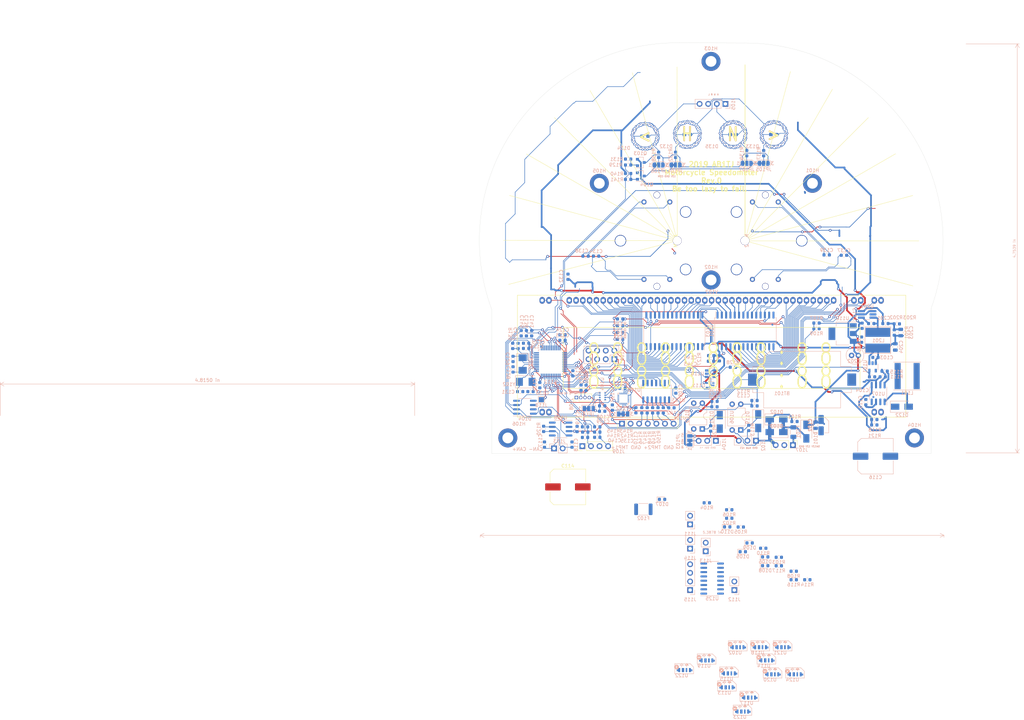
<source format=kicad_pcb>
(kicad_pcb (version 20200829) (generator pcbnew)
  (layers (0 "F.Cu" signal) (31 "B.Cu" signal) (34 "B.Paste" user) (35 "F.Paste" user) (36 "B.SilkS" user) (37 "F.SilkS" user) (38 "B.Mask" user) (39 "F.Mask" user) (44 "Edge.Cuts" user))
  (net 0 "")
  (net 1 "Net-(BT101-Pad1)")
  (net 2 "Net-(C116-Pad1)")
  (net 3 "/TEMP2+")
  (net 4 "/TEMP1+")
  (net 5 "/TEMP2_OUT")
  (net 6 "/TEMP1_OUT")
  (net 7 "+12V")
  (net 8 "+5V")
  (net 9 "Net-(C203-Pad1)")
  (net 10 "/STP3")
  (net 11 "/STP4")
  (net 12 "/SWITCHED_12V")
  (net 13 "/VSS_OUT")
  (net 14 "/STP1")
  (net 15 "/STP2")
  (net 16 "/STP7")
  (net 17 "/STP8")
  (net 18 "/STP5")
  (net 19 "/STP6")
  (net 20 "Net-(D119-Pad1)")
  (net 21 "Net-(D122-Pad2)")
  (net 22 "Net-(D106-Pad2)")
  (net 23 "Net-(D108-Pad2)")
  (net 24 "Net-(D110-Pad2)")
  (net 25 "/HEARTBEAT")
  (net 26 "/CONST_12V")
  (net 27 "Net-(D131-Pad1)")
  (net 28 "Net-(JP101-Pad2)")
  (net 29 "Net-(JP102-Pad2)")
  (net 30 "Net-(JP104-Pad2)")
  (net 31 "+3V3")
  (net 32 "/RPM_OUT")
  (net 33 "/12V_Sense")
  (net 34 "Net-(C112-Pad1)")
  (net 35 "Net-(C115-Pad1)")
  (net 36 "/HV_GRID")
  (net 37 "Net-(C117-Pad1)")
  (net 38 "Net-(C118-Pad1)")
  (net 39 "Net-(C127-Pad1)")
  (net 40 "Net-(C128-Pad1)")
  (net 41 "Net-(C129-Pad1)")
  (net 42 "Net-(C130-Pad1)")
  (net 43 "Net-(C131-Pad1)")
  (net 44 "Net-(C201-Pad2)")
  (net 45 "Net-(C201-Pad1)")
  (net 46 "Net-(D101-Pad2)")
  (net 47 "Net-(D105-Pad2)")
  (net 48 "/BOOT1")
  (net 49 "Net-(D107-Pad2)")
  (net 50 "/STP_RST")
  (net 51 "Net-(D109-Pad2)")
  (net 52 "Net-(U102-Pad3)")
  (net 53 "Net-(U108-Pad8)")
  (net 54 "/HIGH")
  (net 55 "Net-(D132-Pad1)")
  (net 56 "/R_TURN")
  (net 57 "Net-(D133-Pad1)")
  (net 58 "/L_TURN")
  (net 59 "Net-(D134-Pad1)")
  (net 60 "/NEUTRAL")
  (net 61 "Net-(D135-Pad1)")
  (net 62 "Net-(J102-Pad2)")
  (net 63 "Net-(J104-Pad3)")
  (net 64 "Net-(J104-Pad2)")
  (net 65 "/JTMS")
  (net 66 "/JTCK")
  (net 67 "/JTDO")
  (net 68 "Net-(JP104-Pad1)")
  (net 69 "Net-(JP104-Pad3)")
  (net 70 "Net-(JP105-Pad2)")
  (net 71 "Net-(JP106-Pad2)")
  (net 72 "Net-(JP107-Pad2)")
  (net 73 "/LED1")
  (net 74 "Net-(L101-Pad1)")
  (net 75 "Net-(R115-Pad2)")
  (net 76 "Net-(R118-Pad2)")
  (net 77 "/LED2")
  (net 78 "/VFD_FILAMENT_A")
  (net 79 "Net-(Q103-Pad1)")
  (net 80 "/IND_DIM")
  (net 81 "/VFD_LV_MOSI")
  (net 82 "/VFD_LV_STROBE")
  (net 83 "/VFD_LV_CLK")
  (net 84 "Net-(R202-Pad1)")
  (net 85 "/SDA")
  (net 86 "/SCL")
  (net 87 "/CAN_RX")
  (net 88 "/CAN_TX")
  (net 89 "Net-(U112-Pad16)")
  (net 90 "Net-(U112-Pad25)")
  (net 91 "Net-(U112-Pad29)")
  (net 92 "/L_DIR")
  (net 93 "/L_STP")
  (net 94 "Net-(C142-Pad2)")
  (net 95 "Net-(J101-Pad5)")
  (net 96 "Net-(J101-Pad4)")
  (net 97 "Net-(J101-Pad3)")
  (net 98 "Net-(Q104-Pad1)")
  (net 99 "Net-(R128-Pad2)")
  (net 100 "Net-(R128-Pad1)")
  (net 101 "Net-(R146-Pad2)")
  (net 102 "Net-(R147-Pad2)")
  (net 103 "Net-(R148-Pad2)")
  (net 104 "Net-(R149-Pad2)")
  (net 105 "Net-(R150-Pad2)")
  (net 106 "Net-(U110-Pad3)")
  (net 107 "Net-(U110-Pad1)")
  (net 108 "Net-(V101-Pad25)")
  (net 109 "Net-(V101-Pad24)")
  (net 110 "Net-(V101-Pad23)")
  (net 111 "Net-(V101-Pad22)")
  (net 112 "Net-(V101-Pad21)")
  (net 113 "Net-(V101-Pad20)")
  (net 114 "Net-(V101-Pad19)")
  (net 115 "Net-(V101-Pad18)")
  (net 116 "Net-(V101-Pad17)")
  (net 117 "Net-(V101-Pad12)")
  (net 118 "Net-(V101-Pad11)")
  (net 119 "Net-(V101-Pad10)")
  (net 120 "Net-(V101-Pad9)")
  (net 121 "Net-(V101-Pad8)")
  (net 122 "Net-(V101-Pad7)")
  (net 123 "Net-(V101-Pad6)")
  (net 124 "Net-(V101-Pad5)")
  (net 125 "Net-(V101-Pad4)")
  (net 126 "Net-(V101-Pad3)")
  (net 127 "Net-(V101-Pad2)")
  (net 128 "Net-(V102-Pad45)")
  (net 129 "Net-(V102-Pad44)")
  (net 130 "Net-(V102-Pad43)")
  (net 131 "Net-(V102-Pad42)")
  (net 132 "Net-(V102-Pad41)")
  (net 133 "Net-(V102-Pad40)")
  (net 134 "Net-(V102-Pad39)")
  (net 135 "Net-(V102-Pad38)")
  (net 136 "Net-(V102-Pad37)")
  (net 137 "Net-(V102-Pad36)")
  (net 138 "Net-(V102-Pad35)")
  (net 139 "Net-(V102-Pad34)")
  (net 140 "Net-(V102-Pad33)")
  (net 141 "Net-(V102-Pad32)")
  (net 142 "Net-(V102-Pad31)")
  (net 143 "Net-(V102-Pad30)")
  (net 144 "Net-(V102-Pad29)")
  (net 145 "Net-(V102-Pad28)")
  (net 146 "Net-(V102-Pad27)")
  (net 147 "Net-(V102-Pad26)")
  (net 148 "/USB-D+")
  (net 149 "/USB-D-")
  (net 150 "Net-(J108-Pad3)")
  (net 151 "Net-(J108-Pad2)")
  (net 152 "GNDPWR")
  (net 153 "/BOOT0")
  (net 154 "Net-(J101-Pad7)")
  (net 155 "Net-(J101-Pad6)")
  (net 156 "Net-(U113-Pad3)")
  (net 157 "Net-(U114-Pad3)")
  (net 158 "Net-(U115-Pad3)")
  (net 159 "Net-(U117-Pad3)")
  (net 160 "Net-(U118-Pad3)")
  (net 161 "Net-(U119-Pad3)")
  (net 162 "Net-(U120-Pad3)")
  (net 163 "Net-(U121-Pad3)")
  (net 164 "Net-(U122-Pad3)")
  (net 165 "Net-(U123-Pad3)")
  (net 166 "Net-(R110-Pad2)")
  (module "Connector_PinHeader_2.54mm:PinHeader_1x03_P2.54mm_Vertical" (layer "F.Cu") (at 237.990002 173.749999 -90)
    (fp_text reference "J107" (at 1.430001 -2.619998 -180) (layer "B.SilkS") (effects (justify mirror)))
    (fp_text value "Conn_01x03_Female")
    (pad "1" thru_hole rect (at 0 0 270) (size 1.7 1.7) (drill 1) (layers *.Cu *.Mask) (net 12 "/SWITCHED_12V"))
    (pad "2" thru_hole oval (at 0 2.54 270) (size 1.7 1.7) (drill 1) (layers *.Cu *.Mask))
    (pad "3" thru_hole oval (at 0 5.08 270) (size 1.7 1.7) (drill 1) (layers *.Cu *.Mask) (net 152 "GNDPWR"))
  )
  (module "Connector_PinHeader_1.27mm:PinHeader_1x04_P1.27mm_Vertical" (layer "F.Cu") (at 174.1 159.7 90)
    (fp_text reference "J108" (at -1.93 -1.49 90) (layer "B.SilkS") (effects (justify mirror)))
    (fp_text value "Conn_01x04_Male")
    (pad "1" thru_hole rect (at 0 0 90) (size 1 1) (drill 0.65) (layers *.Cu *.Mask) (net 8 "+5V"))
    (pad "2" thru_hole oval (at 0 1.27 90) (size 1 1) (drill 0.65) (layers *.Cu *.Mask) (net 151 "Net-(J108-Pad2)"))
    (pad "3" thru_hole oval (at 0 2.54 90) (size 1 1) (drill 0.65) (layers *.Cu *.Mask) (net 150 "Net-(J108-Pad3)"))
    (pad "4" thru_hole oval (at 0 3.81 90) (size 1 1) (drill 0.65) (layers *.Cu *.Mask) (net 8 "+5V"))
  )
  (module "HNA-12MM54T_VFD:HNA-12MM54T" (layer "F.Cu") (at 214 131)
    (fp_text reference "V102" (at 0 -2.5 -180) (layer "B.SilkS") (effects (justify mirror)))
    (fp_text value "HNA-12MM54T")
    (fp_text user "8 8 8 8 8 8 8 8 : 8 8" (at -0.5 16 unlocked) (layer "F.SilkS") (effects (font (size 6.28 4.11) (thickness 0.42))))
    (fp_text user "8 8 8 8 8 8 8 8 : 8 8" (at -0.5 22.9 unlocked) (layer "F.SilkS") (effects (font (size 6.28 4.11) (thickness 0.42))))
    (pad "0" thru_hole oval (at -50 33) (size 1.6 2) (drill 0.9) (layers *.Cu *.Mask))
    (pad "0" thru_hole oval (at 48 33) (size 1.6 2) (drill 0.9) (layers *.Cu *.Mask))
    (pad "0" thru_hole oval (at -48 33) (size 1.6 2) (drill 0.9) (layers *.Cu *.Mask))
    (pad "0" thru_hole oval (at 50 33) (size 1.6 2) (drill 0.9) (layers *.Cu *.Mask))
    (pad "1" thru_hole oval (at 50 0 180) (size 1.6 2) (drill 0.9) (layers *.Cu *.Mask) (net 100 "Net-(R128-Pad1)"))
    (pad "2" thru_hole oval (at 48 0 180) (size 1.6 2) (drill 0.9) (layers *.Cu *.Mask) (net 100 "Net-(R128-Pad1)"))
    (pad "4" thru_hole oval (at 44 0 180) (size 1.6 2) (drill 0.9) (layers *.Cu *.Mask) (net 8 "+5V"))
    (pad "5" thru_hole oval (at 42 0 180) (size 1.6 2) (drill 0.9) (layers *.Cu *.Mask) (net 108 "Net-(V101-Pad25)"))
    (pad "8" thru_hole oval (at 36 0 180) (size 1.6 2) (drill 0.9) (layers *.Cu *.Mask) (net 109 "Net-(V101-Pad24)"))
    (pad "9" thru_hole oval (at 34 0 180) (size 1.6 2) (drill 0.9) (layers *.Cu *.Mask) (net 110 "Net-(V101-Pad23)"))
    (pad "10" thru_hole oval (at 32 0 180) (size 1.6 2) (drill 0.9) (layers *.Cu *.Mask) (net 111 "Net-(V101-Pad22)"))
    (pad "11" thru_hole oval (at 30 0 180) (size 1.6 2) (drill 0.9) (layers *.Cu *.Mask) (net 112 "Net-(V101-Pad21)"))
    (pad "12" thru_hole oval (at 28 0 180) (size 1.6 2) (drill 0.9) (layers *.Cu *.Mask) (net 113 "Net-(V101-Pad20)"))
    (pad "13" thru_hole oval (at 26 0 180) (size 1.6 2) (drill 0.9) (layers *.Cu *.Mask) (net 114 "Net-(V101-Pad19)"))
    (pad "14" thru_hole oval (at 24 0 180) (size 1.6 2) (drill 0.9) (layers *.Cu *.Mask) (net 115 "Net-(V101-Pad18)"))
    (pad "15" thru_hole oval (at 22 0 180) (size 1.6 2) (drill 0.9) (layers *.Cu *.Mask) (net 116 "Net-(V101-Pad17)"))
    (pad "16" thru_hole oval (at 20 0 180) (size 1.6 2) (drill 0.9) (layers *.Cu *.Mask) (net 117 "Net-(V101-Pad12)"))
    (pad "17" thru_hole oval (at 18 0 180) (size 1.6 2) (drill 0.9) (layers *.Cu *.Mask) (net 118 "Net-(V101-Pad11)"))
    (pad "18" thru_hole oval (at 16 0 180) (size 1.6 2) (drill 0.9) (layers *.Cu *.Mask) (net 119 "Net-(V101-Pad10)"))
    (pad "19" thru_hole oval (at 14 0 180) (size 1.6 2) (drill 0.9) (layers *.Cu *.Mask) (net 120 "Net-(V101-Pad9)"))
    (pad "20" thru_hole oval (at 12 0 180) (size 1.6 2) (drill 0.9) (layers *.Cu *.Mask) (net 121 "Net-(V101-Pad8)"))
    (pad "21" thru_hole oval (at 10 0 180) (size 1.6 2) (drill 0.9) (layers *.Cu *.Mask) (net 122 "Net-(V101-Pad7)"))
    (pad "22" thru_hole oval (at 8 0 180) (size 1.6 2) (drill 0.9) (layers *.Cu *.Mask) (net 123 "Net-(V101-Pad6)"))
    (pad "23" thru_hole oval (at 6 0 180) (size 1.6 2) (drill 0.9) (layers *.Cu *.Mask) (net 124 "Net-(V101-Pad5)"))
    (pad "24" thru_hole oval (at 4 0 180) (size 1.6 2) (drill 0.9) (layers *.Cu *.Mask) (net 125 "Net-(V101-Pad4)"))
    (pad "25" thru_hole oval (at 2 0 180) (size 1.6 2) (drill 0.9) (layers *.Cu *.Mask) (net 126 "Net-(V101-Pad3)"))
    (pad "26" thru_hole oval (at 0 0 180) (size 1.6 2) (drill 0.9) (layers *.Cu *.Mask) (net 147 "Net-(V102-Pad26)"))
    (pad "27" thru_hole oval (at -2 0 180) (size 1.6 2) (drill 0.9) (layers *.Cu *.Mask) (net 146 "Net-(V102-Pad27)"))
    (pad "28" thru_hole oval (at -4 0 180) (size 1.6 2) (drill 0.9) (layers *.Cu *.Mask) (net 145 "Net-(V102-Pad28)"))
    (pad "29" thru_hole oval (at -6 0 180) (size 1.6 2) (drill 0.9) (layers *.Cu *.Mask) (net 144 "Net-(V102-Pad29)"))
    (pad "30" thru_hole oval (at -8 0 180) (size 1.6 2) (drill 0.9) (layers *.Cu *.Mask) (net 143 "Net-(V102-Pad30)"))
    (pad "31" thru_hole oval (at -10 0 180) (size 1.6 2) (drill 0.9) (layers *.Cu *.Mask) (net 142 "Net-(V102-Pad31)"))
    (pad "32" thru_hole oval (at -12 0 180) (size 1.6 2) (drill 0.9) (layers *.Cu *.Mask) (net 141 "Net-(V102-Pad32)"))
    (pad "33" thru_hole oval (at -14 0 180) (size 1.6 2) (drill 0.9) (layers *.Cu *.Mask) (net 140 "Net-(V102-Pad33)"))
    (pad "34" thru_hole oval (at -16 0 180) (size 1.6 2) (drill 0.9) (layers *.Cu *.Mask) (net 139 "Net-(V102-Pad34)"))
    (pad "35" thru_hole oval (at -18 0 180) (size 1.6 2) (drill 0.9) (layers *.Cu *.Mask) (net 138 "Net-(V102-Pad35)"))
    (pad "36" thru_hole oval (at -20 0 180) (size 1.6 2) (drill 0.9) (layers *.Cu *.Mask) (net 137 "Net-(V102-Pad36)"))
    (pad "37" thru_hole oval (at -22 0 180) (size 1.6 2) (drill 0.9) (layers *.Cu *.Mask) (net 136 "Net-(V102-Pad37)"))
    (pad "38" thru_hole oval (at -24 0 180) (size 1.6 2) (drill 0.9) (layers *.Cu *.Mask) (net 135 "Net-(V102-Pad38)"))
    (pad "39" thru_hole oval (at -26 0 180) (size 1.6 2) (drill 0.9) (layers *.Cu *.Mask) (net 134 "Net-(V102-Pad39)"))
    (pad "40" thru_hole oval (at -28 0 180) (size 1.6 2) (drill 0.9) (layers *.Cu *.Mask) (net 133 "Net-(V102-Pad40)"))
    (pad "41" thru_hole oval (at -30 0 180) (size 1.6 2) (drill 0.9) (layers *.Cu *.Mask) (net 132 "Net-(V102-Pad41)"))
    (pad "42" thru_hole oval (at -32 0 180) (size 1.6 2) (drill 0.9) (layers *.Cu *.Mask) (net 131 "Net-(V102-Pad42)"))
    (pad "43" thru_hole oval (at -34 0 180) (size 1.6 2) (drill 0.9) (layers *.Cu *.Mask) (net 130 "Net-(V102-Pad43)"))
    (pad "44" thru_hole oval (at -36 0 180) (size 1.6 2) (drill 0.9) (layers *.Cu *.Mask) (net 129 "Net-(V102-Pad44)"))
    (pad "45" thru_hole oval (at -38 0 180) (size 1.6 2) (drill 0.9) (layers *.Cu *.Mask) (net 128 "Net-(V102-Pad45)"))
    (pad "46" thru_hole oval (at -40 0 180) (size 1.6 2) (drill 0.9) (layers *.Cu *.Mask))
    (pad "47" thru_hole oval (at -42 0 180) (size 1.6 2) (drill 0.9) (layers *.Cu *.Mask))
    (pad "50" thru_hole oval (at -48 0 180) (size 1.6 2) (drill 0.9) (layers *.Cu *.Mask) (net 107 "Net-(U110-Pad1)"))
    (pad "51" thru_hole oval (at -50 0 180) (size 1.6 2) (drill 0.9) (layers *.Cu *.Mask) (net 107 "Net-(U110-Pad1)"))
  )
  (module "MountingHole:MountingHole_3.2mm_M3_DIN965_Pad" (layer "F.Cu") (at 273.86 171.63)
    (fp_text reference "H104" (at 0 -3.8) (layer "B.SilkS") (effects (justify mirror)))
    (fp_text value "MountingHole_Pad")
    (pad "1" thru_hole circle (at 0 0) (size 5.6 5.6) (drill 3.2) (layers *.Cu *.Mask) (net 8 "+5V"))
  )
  (module "MountingHole:MountingHole_3.2mm_M3_DIN965_Pad" (layer "F.Cu") (at 157.15 171.25)
    (fp_text reference "H106" (at 0 -3.8) (layer "B.SilkS") (effects (justify mirror)))
    (fp_text value "MountingHole_Pad")
    (pad "1" thru_hole circle (at -3.29 0.38) (size 5.6 5.6) (drill 3.2) (layers *.Cu *.Mask) (net 8 "+5V"))
  )
  (module "Connector_PinHeader_2.54mm:PinHeader_1x04_P2.54mm_Vertical" (layer "F.Cu") (at 175.85 174.05 90)
    (fp_text reference "J109" (at -1.58 10.71 180) (layer "B.SilkS") (effects (justify mirror)))
    (fp_text value "Conn_01x04_Female")
    (pad "1" thru_hole rect (at 0 0 90) (size 1.7 1.7) (drill 1) (layers *.Cu *.Mask) (net 8 "+5V"))
    (pad "2" thru_hole oval (at 0 2.54 90) (size 1.7 1.7) (drill 1) (layers *.Cu *.Mask) (net 3 "/TEMP2+"))
    (pad "3" thru_hole oval (at 0 5.08 90) (size 1.7 1.7) (drill 1) (layers *.Cu *.Mask) (net 8 "+5V"))
    (pad "4" thru_hole oval (at 0 7.62 90) (size 1.7 1.7) (drill 1) (layers *.Cu *.Mask) (net 4 "/TEMP1+"))
  )
  (module "Indicators:HF.SilkSF.Cu" (layer "F.Cu") (at 206.86 82.03)
    (fp_text reference "D132" (at -6.3 3.5) (layer "B.SilkS") (effects (justify mirror)))
    (fp_text value "HIGH")
    (fp_text user "H" (at -0.1 -0.1) (layer "F.Cu") (effects (font (size 4 3) (thickness 0.5))))
    (fp_text user "H" (at -0.1 -0.1) (layer "F.SilkS") (effects (font (size 4 3) (thickness 0.5))))
    (pad "1" thru_hole circle (at 3.270207 -0.930454) (size 0.6 0.6) (drill 0.3) (layers *.Cu) (net 55 "Net-(D132-Pad1)"))
    (pad "1" thru_hole circle (at -3.043555 1.51551) (size 0.6 0.6) (drill 0.3) (layers *.Cu) (net 55 "Net-(D132-Pad1)"))
    (pad "1" thru_hole circle (at 0.624748 -3.342109) (size 0.6 0.6) (drill 0.3) (layers *.Cu) (net 55 "Net-(D132-Pad1)"))
    (pad "1" thru_hole circle (at 3.385496 0.313712) (size 0.6 0.6) (drill 0.3) (layers *.Cu) (net 55 "Net-(D132-Pad1)"))
    (pad "1" thru_hole circle (at -1.789869 -2.890738) (size 0.6 0.6) (drill 0.3) (layers *.Cu) (net 55 "Net-(D132-Pad1)"))
    (pad "1" thru_hole circle (at 3.043555 1.51551) (size 0.6 0.6) (drill 0.3) (layers *.Cu) (net 55 "Net-(D132-Pad1)"))
    (pad "1" thru_hole circle (at -3.385496 0.313712) (size 0.6 0.6) (drill 0.3) (layers *.Cu) (net 55 "Net-(D132-Pad1)"))
    (pad "1" thru_hole circle (at 1.789869 -2.890738) (size 0.6 0.6) (drill 0.3) (layers *.Cu) (net 55 "Net-(D132-Pad1)"))
    (pad "1" thru_hole circle (at -3.270207 -0.930454) (size 0.6 0.6) (drill 0.3) (layers *.Cu) (net 55 "Net-(D132-Pad1)"))
    (pad "1" thru_hole circle (at -0.624748 -3.342109) (size 0.6 0.6) (drill 0.3) (layers *.Cu) (net 55 "Net-(D132-Pad1)"))
    (pad "1" thru_hole circle (at 2.713259 -2.048958) (size 0.6 0.6) (drill 0.3) (layers *.Cu) (net 55 "Net-(D132-Pad1)"))
    (pad "1" thru_hole circle (at -2.713259 -2.048958) (size 0.6 0.6) (drill 0.3) (layers *.Cu) (net 55 "Net-(D132-Pad1)"))
    (pad "1" smd rect (at -0.875 0) (size 1.05 0.95) (layers "B.Cu" "B.Paste" "B.Mask") (net 55 "Net-(D132-Pad1)"))
    (pad "1" thru_hole circle (at 0 3.4) (size 0.6 0.6) (drill 0.3) (layers *.Cu) (net 55 "Net-(D132-Pad1)"))
    (pad "1" thru_hole circle (at 2.290565 2.51263) (size 0.6 0.6) (drill 0.3) (layers *.Cu) (net 55 "Net-(D132-Pad1)"))
    (pad "1" thru_hole circle (at 1.228222 3.170406) (size 0.6 0.6) (drill 0.3) (layers *.Cu) (net 55 "Net-(D132-Pad1)"))
    (pad "1" thru_hole circle (at -1.228222 3.170406) (size 0.6 0.6) (drill 0.3) (layers *.Cu) (net 55 "Net-(D132-Pad1)"))
    (pad "1" thru_hole circle (at -2.290565 2.51263) (size 0.6 0.6) (drill 0.3) (layers *.Cu) (net 55 "Net-(D132-Pad1)"))
    (pad "2" thru_hole circle (at -2.694783 -2.956036) (size 0.6 0.6) (drill 0.3) (layers *.Cu) (net 54 "/HIGH"))
    (pad "2" thru_hole circle (at -3.580653 -1.782953) (size 0.6 0.6) (drill 0.3) (layers *.Cu) (net 54 "/HIGH"))
    (pad "2" thru_hole circle (at 2.694783 -2.956036) (size 0.6 0.6) (drill 0.3) (layers *.Cu) (net 54 "/HIGH"))
    (pad "2" thru_hole circle (at 1.444967 -3.729889) (size 0.6 0.6) (drill 0.3) (layers *.Cu) (net 54 "/HIGH"))
    (pad "2" smd roundrect (at 0.875 0) (size 1.05 0.95) (layers "B.Cu" "B.Paste" "B.Mask") (net 54 "/HIGH"))
    (pad "2" thru_hole circle (at 0.734998 3.931892) (size 0.6 0.6) (drill 0.3) (layers *.Cu) (net 54 "/HIGH"))
    (pad "2" thru_hole circle (at 3.847303 1.094652) (size 0.6 0.6) (drill 0.3) (layers *.Cu) (net 54 "/HIGH"))
    (pad "2" thru_hole circle (at 0 -4) (size 0.6 0.6) (drill 0.3) (layers *.Cu) (net 54 "/HIGH"))
    (pad "2" thru_hole circle (at -1.444967 -3.729889) (size 0.6 0.6) (drill 0.3) (layers *.Cu) (net 54 "/HIGH"))
    (pad "2" thru_hole circle (at -3.847303 1.094652) (size 0.6 0.6) (drill 0.3) (layers *.Cu) (net 54 "/HIGH"))
    (pad "2" thru_hole circle (at -3.982937 -0.369073) (size 0.6 0.6) (drill 0.3) (layers *.Cu) (net 54 "/HIGH"))
    (pad "2" thru_hole circle (at -0.734998 3.931892) (size 0.6 0.6) (drill 0.3) (layers *.Cu) (net 54 "/HIGH"))
    (pad "2" thru_hole circle (at 2.105729 3.400869) (size 0.6 0.6) (drill 0.3) (layers *.Cu) (net 54 "/HIGH"))
    (pad "2" thru_hole circle (at -2.105729 3.400869) (size 0.6 0.6) (drill 0.3) (layers *.Cu) (net 54 "/HIGH"))
    (pad "2" thru_hole circle (at 3.982937 -0.369073) (size 0.6 0.6) (drill 0.3) (layers *.Cu) (net 54 "/HIGH"))
    (pad "2" thru_hole circle (at 3.580653 -1.782953) (size 0.6 0.6) (drill 0.3) (layers *.Cu) (net 54 "/HIGH"))
    (pad "2" thru_hole circle (at -3.192069 2.410539) (size 0.6 0.6) (drill 0.3) (layers *.Cu) (net 54 "/HIGH"))
    (pad "2" thru_hole circle (at 3.192069 2.410539) (size 0.6 0.6) (drill 0.3) (layers *.Cu) (net 54 "/HIGH"))
  )
  (module "Indicators:LeftPointingF.SilkSF.Cu" (layer "F.Cu") (at 194.36 82.53)
    (fp_text reference "D134" (at -6.3 3.5) (layer "B.SilkS") (effects (justify mirror)))
    (fp_text value "LEFT")
    (fp_text user "<" (at -0.1 -0.1) (layer "F.Cu") (effects (font (size 4 3) (thickness 0.5))))
    (fp_text user "<" (at -0.1 -0.1) (layer "F.SilkS") (effects (font (size 4 3) (thickness 0.5))))
    (pad "1" thru_hole circle (at -3.043555 1.51551) (size 0.6 0.6) (drill 0.3) (layers *.Cu) (net 59 "Net-(D134-Pad1)"))
    (pad "1" thru_hole circle (at 3.043555 1.51551) (size 0.6 0.6) (drill 0.3) (layers *.Cu) (net 59 "Net-(D134-Pad1)"))
    (pad "1" thru_hole circle (at -1.789869 -2.890738) (size 0.6 0.6) (drill 0.3) (layers *.Cu) (net 59 "Net-(D134-Pad1)"))
    (pad "1" thru_hole circle (at 1.789869 -2.890738) (size 0.6 0.6) (drill 0.3) (layers *.Cu) (net 59 "Net-(D134-Pad1)"))
    (pad "1" thru_hole circle (at -3.270207 -0.930454) (size 0.6 0.6) (drill 0.3) (layers *.Cu) (net 59 "Net-(D134-Pad1)"))
    (pad "1" thru_hole circle (at 2.713259 -2.048958) (size 0.6 0.6) (drill 0.3) (layers *.Cu) (net 59 "Net-(D134-Pad1)"))
    (pad "1" thru_hole circle (at -3.385496 0.313712) (size 0.6 0.6) (drill 0.3) (layers *.Cu) (net 59 "Net-(D134-Pad1)"))
    (pad "1" thru_hole circle (at -2.290565 2.51263) (size 0.6 0.6) (drill 0.3) (layers *.Cu) (net 59 "Net-(D134-Pad1)"))
    (pad "1" thru_hole circle (at 2.290565 2.51263) (size 0.6 0.6) (drill 0.3) (layers *.Cu) (net 59 "Net-(D134-Pad1)"))
    (pad "1" thru_hole circle (at 0.624748 -3.342109) (size 0.6 0.6) (drill 0.3) (layers *.Cu) (net 59 "Net-(D134-Pad1)"))
    (pad "1" thru_hole circle (at -0.624748 -3.342109) (size 0.6 0.6) (drill 0.3) (layers *.Cu) (net 59 "Net-(D134-Pad1)"))
    (pad "1" thru_hole circle (at 3.270207 -0.930454) (size 0.6 0.6) (drill 0.3) (layers *.Cu) (net 59 "Net-(D134-Pad1)"))
    (pad "1" smd rect (at -0.875 0) (size 1.05 0.95) (layers "B.Cu" "B.Paste" "B.Mask") (net 59 "Net-(D134-Pad1)"))
    (pad "1" thru_hole circle (at 1.228222 3.170406) (size 0.6 0.6) (drill 0.3) (layers *.Cu) (net 59 "Net-(D134-Pad1)"))
    (pad "1" thru_hole circle (at -1.228222 3.170406) (size 0.6 0.6) (drill 0.3) (layers *.Cu) (net 59 "Net-(D134-Pad1)"))
    (pad "1" thru_hole circle (at 3.385496 0.313712) (size 0.6 0.6) (drill 0.3) (layers *.Cu) (net 59 "Net-(D134-Pad1)"))
    (pad "1" thru_hole circle (at -2.713259 -2.048958) (size 0.6 0.6) (drill 0.3) (layers *.Cu) (net 59 "Net-(D134-Pad1)"))
    (pad "1" thru_hole circle (at 0 3.4) (size 0.6 0.6) (drill 0.3) (layers *.Cu) (net 59 "Net-(D134-Pad1)"))
    (pad "2" thru_hole circle (at -1.444967 -3.729889) (size 0.6 0.6) (drill 0.3) (layers *.Cu) (net 58 "/L_TURN"))
    (pad "2" thru_hole circle (at -3.847303 1.094652) (size 0.6 0.6) (drill 0.3) (layers *.Cu) (net 58 "/L_TURN"))
    (pad "2" thru_hole circle (at 2.694783 -2.956036) (size 0.6 0.6) (drill 0.3) (layers *.Cu) (net 58 "/L_TURN"))
    (pad "2" thru_hole circle (at -0.734998 3.931892) (size 0.6 0.6) (drill 0.3) (layers *.Cu) (net 58 "/L_TURN"))
    (pad "2" thru_hole circle (at 3.847303 1.094652) (size 0.6 0.6) (drill 0.3) (layers *.Cu) (net 58 "/L_TURN"))
    (pad "2" thru_hole circle (at -3.982937 -0.369073) (size 0.6 0.6) (drill 0.3) (layers *.Cu) (net 58 "/L_TURN"))
    (pad "2" thru_hole circle (at -3.192069 2.410539) (size 0.6 0.6) (drill 0.3) (layers *.Cu) (net 58 "/L_TURN"))
    (pad "2" thru_hole circle (at 0 -4) (size 0.6 0.6) (drill 0.3) (layers *.Cu) (net 58 "/L_TURN"))
    (pad "2" thru_hole circle (at 3.192069 2.410539) (size 0.6 0.6) (drill 0.3) (layers *.Cu) (net 58 "/L_TURN"))
    (pad "2" thru_hole circle (at -3.580653 -1.782953) (size 0.6 0.6) (drill 0.3) (layers *.Cu) (net 58 "/L_TURN"))
    (pad "2" thru_hole circle (at 2.105729 3.400869) (size 0.6 0.6) (drill 0.3) (layers *.Cu) (net 58 "/L_TURN"))
    (pad "2" smd roundrect (at 0.875 0) (size 1.05 0.95) (layers "B.Cu" "B.Paste" "B.Mask") (net 58 "/L_TURN"))
    (pad "2" thru_hole circle (at 1.444967 -3.729889) (size 0.6 0.6) (drill 0.3) (layers *.Cu) (net 58 "/L_TURN"))
    (pad "2" thru_hole circle (at -2.694783 -2.956036) (size 0.6 0.6) (drill 0.3) (layers *.Cu) (net 58 "/L_TURN"))
    (pad "2" thru_hole circle (at 3.580653 -1.782953) (size 0.6 0.6) (drill 0.3) (layers *.Cu) (net 58 "/L_TURN"))
    (pad "2" thru_hole circle (at -2.105729 3.400869) (size 0.6 0.6) (drill 0.3) (layers *.Cu) (net 58 "/L_TURN"))
    (pad "2" thru_hole circle (at 0.734998 3.931892) (size 0.6 0.6) (drill 0.3) (layers *.Cu) (net 58 "/L_TURN"))
    (pad "2" thru_hole circle (at 3.982937 -0.369073) (size 0.6 0.6) (drill 0.3) (layers *.Cu) (net 58 "/L_TURN"))
  )
  (module "Indicators:RightPointingF.SilkSF.Cu" (layer "F.Cu") (at 232.36 82.03)
    (fp_text reference "D133" (at -6.3 3.5) (layer "B.SilkS") (effects (justify mirror)))
    (fp_text value "RIGHT")
    (fp_text user ">" (at -0.1 -0.1) (layer "F.Cu") (effects (font (size 4 3) (thickness 0.5))))
    (fp_text user ">" (at -0.1 -0.1) (layer "F.SilkS") (effects (font (size 4 3) (thickness 0.5))))
    (pad "1" thru_hole circle (at -3.043555 1.51551) (size 0.6 0.6) (drill 0.3) (layers *.Cu) (net 57 "Net-(D133-Pad1)"))
    (pad "1" thru_hole circle (at -0.624748 -3.342109) (size 0.6 0.6) (drill 0.3) (layers *.Cu) (net 57 "Net-(D133-Pad1)"))
    (pad "1" thru_hole circle (at -1.789869 -2.890738) (size 0.6 0.6) (drill 0.3) (layers *.Cu) (net 57 "Net-(D133-Pad1)"))
    (pad "1" smd rect (at -0.875 0) (size 1.05 0.95) (layers "B.Cu" "B.Paste" "B.Mask") (net 57 "Net-(D133-Pad1)"))
    (pad "1" thru_hole circle (at 2.290565 2.51263) (size 0.6 0.6) (drill 0.3) (layers *.Cu) (net 57 "Net-(D133-Pad1)"))
    (pad "1" thru_hole circle (at -2.713259 -2.048958) (size 0.6 0.6) (drill 0.3) (layers *.Cu) (net 57 "Net-(D133-Pad1)"))
    (pad "1" thru_hole circle (at 3.270207 -0.930454) (size 0.6 0.6) (drill 0.3) (layers *.Cu) (net 57 "Net-(D133-Pad1)"))
    (pad "1" thru_hole circle (at 1.789869 -2.890738) (size 0.6 0.6) (drill 0.3) (layers *.Cu) (net 57 "Net-(D133-Pad1)"))
    (pad "1" thru_hole circle (at 0.624748 -3.342109) (size 0.6 0.6) (drill 0.3) (layers *.Cu) (net 57 "Net-(D133-Pad1)"))
    (pad "1" thru_hole circle (at 0 3.4) (size 0.6 0.6) (drill 0.3) (layers *.Cu) (net 57 "Net-(D133-Pad1)"))
    (pad "1" thru_hole circle (at -3.270207 -0.930454) (size 0.6 0.6) (drill 0.3) (layers *.Cu) (net 57 "Net-(D133-Pad1)"))
    (pad "1" thru_hole circle (at -1.228222 3.170406) (size 0.6 0.6) (drill 0.3) (layers *.Cu) (net 57 "Net-(D133-Pad1)"))
    (pad "1" thru_hole circle (at 3.043555 1.51551) (size 0.6 0.6) (drill 0.3) (layers *.Cu) (net 57 "Net-(D133-Pad1)"))
    (pad "1" thru_hole circle (at -3.385496 0.313712) (size 0.6 0.6) (drill 0.3) (layers *.Cu) (net 57 "Net-(D133-Pad1)"))
    (pad "1" thru_hole circle (at 1.228222 3.170406) (size 0.6 0.6) (drill 0.3) (layers *.Cu) (net 57 "Net-(D133-Pad1)"))
    (pad "1" thru_hole circle (at -2.290565 2.51263) (size 0.6 0.6) (drill 0.3) (layers *.Cu) (net 57 "Net-(D133-Pad1)"))
    (pad "1" thru_hole circle (at 3.385496 0.313712) (size 0.6 0.6) (drill 0.3) (layers *.Cu) (net 57 "Net-(D133-Pad1)"))
    (pad "1" thru_hole circle (at 2.713259 -2.048958) (size 0.6 0.6) (drill 0.3) (layers *.Cu) (net 57 "Net-(D133-Pad1)"))
    (pad "2" thru_hole circle (at -2.105729 3.400869) (size 0.6 0.6) (drill 0.3) (layers *.Cu) (net 56 "/R_TURN"))
    (pad "2" thru_hole circle (at -3.982937 -0.369073) (size 0.6 0.6) (drill 0.3) (layers *.Cu) (net 56 "/R_TURN"))
    (pad "2" thru_hole circle (at -0.734998 3.931892) (size 0.6 0.6) (drill 0.3) (layers *.Cu) (net 56 "/R_TURN"))
    (pad "2" thru_hole circle (at -3.847303 1.094652) (size 0.6 0.6) (drill 0.3) (layers *.Cu) (net 56 "/R_TURN"))
    (pad "2" thru_hole circle (at 3.847303 1.094652) (size 0.6 0.6) (drill 0.3) (layers *.Cu) (net 56 "/R_TURN"))
    (pad "2" thru_hole circle (at 0 -4) (size 0.6 0.6) (drill 0.3) (layers *.Cu) (net 56 "/R_TURN"))
    (pad "2" smd roundrect (at 0.875 0) (size 1.05 0.95) (layers "B.Cu" "B.Paste" "B.Mask") (net 56 "/R_TURN"))
    (pad "2" thru_hole circle (at 1.444967 -3.729889) (size 0.6 0.6) (drill 0.3) (layers *.Cu) (net 56 "/R_TURN"))
    (pad "2" thru_hole circle (at 0.734998 3.931892) (size 0.6 0.6) (drill 0.3) (layers *.Cu) (net 56 "/R_TURN"))
    (pad "2" thru_hole circle (at -1.444967 -3.729889) (size 0.6 0.6) (drill 0.3) (layers *.Cu) (net 56 "/R_TURN"))
    (pad "2" thru_hole circle (at -2.694783 -2.956036) (size 0.6 0.6) (drill 0.3) (layers *.Cu) (net 56 "/R_TURN"))
    (pad "2" thru_hole circle (at 3.192069 2.410539) (size 0.6 0.6) (drill 0.3) (layers *.Cu) (net 56 "/R_TURN"))
    (pad "2" thru_hole circle (at 2.694783 -2.956036) (size 0.6 0.6) (drill 0.3) (layers *.Cu) (net 56 "/R_TURN"))
    (pad "2" thru_hole circle (at 3.580653 -1.782953) (size 0.6 0.6) (drill 0.3) (layers *.Cu) (net 56 "/R_TURN"))
    (pad "2" thru_hole circle (at -3.192069 2.410539) (size 0.6 0.6) (drill 0.3) (layers *.Cu) (net 56 "/R_TURN"))
    (pad "2" thru_hole circle (at 2.105729 3.400869) (size 0.6 0.6) (drill 0.3) (layers *.Cu) (net 56 "/R_TURN"))
    (pad "2" thru_hole circle (at 3.982937 -0.369073) (size 0.6 0.6) (drill 0.3) (layers *.Cu) (net 56 "/R_TURN"))
    (pad "2" thru_hole circle (at -3.580653 -1.782953) (size 0.6 0.6) (drill 0.3) (layers *.Cu) (net 56 "/R_TURN"))
  )
  (module "MountingHole:MountingHole_3.2mm_M3_DIN965_Pad" (layer "F.Cu") (at 213.85 124.98364)
    (fp_text reference "H102" (at 0 -3.8) (layer "B.SilkS") (effects (justify mirror)))
    (fp_text value "MountingHole_Pad")
    (pad "1" thru_hole circle (at 0 0) (size 5.6 5.6) (drill 3.2) (layers *.Cu *.Mask) (net 8 "+5V"))
  )
  (module "X25Stepper:x25FrontStepper" (layer "F.Cu") (at 203.85 113.37864 -90)
    (fp_text reference "M101" (at 0 0.5 -90) (layer "F.SilkS"))
    (fp_text value "Stepper_Motor_bipolar")
    (pad "" np_thru_hole circle (at 8.49 -2.49 270) (size 3.4 3.4) (drill 3) (layers *.Cu *.Mask))
    (pad "" np_thru_hole circle (at 0 16.75 270) (size 3.4 3.4) (drill 3) (layers *.Cu *.Mask))
    (pad "" np_thru_hole circle (at -8.49 -2.49 270) (size 3.4 3.4) (drill 3) (layers *.Cu *.Mask))
    (pad "" np_thru_hole circle (at 0 0 270) (size 2.6 2.6) (drill 2.5) (layers *.Cu *.Mask))
    (pad "" np_thru_hole circle (at 13.5 6 270) (size 2 2) (drill 1.8) (layers *.Cu *.Mask))
    (pad "" np_thru_hole circle (at -13.5 6 270) (size 2 2) (drill 1.8) (layers *.Cu *.Mask))
    (pad "1" thru_hole circle (at 11.43 2.19 270) (size 1.5 1.5) (drill 0.8) (layers *.Cu *.Mask) (net 14 "/STP1"))
    (pad "2" thru_hole circle (at 11.43 9.81 270) (size 1.5 1.5) (drill 0.8) (layers *.Cu *.Mask) (net 15 "/STP2"))
    (pad "3" thru_hole circle (at -11.43 2.19 270) (size 1.5 1.5) (drill 0.8) (layers *.Cu *.Mask) (net 10 "/STP3"))
    (pad "4" thru_hole circle (at -11.43 9.81 270) (size 1.5 1.5) (drill 0.8) (layers *.Cu *.Mask) (net 11 "/STP4"))
  )
  (module "MountingHole:MountingHole_3.2mm_M3_DIN965_Pad" (layer "F.Cu") (at 213.82 60.43)
    (fp_text reference "H103" (at 0 -3.8) (layer "B.SilkS") (effects (justify mirror)))
    (fp_text value "MountingHole_Pad")
    (pad "1" thru_hole circle (at 0 0) (size 5.6 5.6) (drill 3.2) (layers *.Cu *.Mask) (net 8 "+5V"))
  )
  (module "MountingHole:MountingHole_3.2mm_M3_DIN965_Pad" (layer "F.Cu") (at 243.76 96.43)
    (fp_text reference "H101" (at 0 -3.8) (layer "B.SilkS") (effects (justify mirror)))
    (fp_text value "MountingHole_Pad")
    (pad "1" thru_hole circle (at 0 0) (size 5.6 5.6) (drill 3.2) (layers *.Cu *.Mask) (net 8 "+5V"))
  )
  (module "MountingHole:MountingHole_3.2mm_M3_DIN965_Pad" (layer "F.Cu") (at 180.86 96.53)
    (fp_text reference "H105" (at 0 -3.8) (layer "B.SilkS") (effects (justify mirror)))
    (fp_text value "MountingHole_Pad")
    (pad "1" thru_hole circle (at 0 -0.1) (size 5.6 5.6) (drill 3.2) (layers *.Cu *.Mask) (net 8 "+5V"))
  )
  (module "Indicators:NF.SilkSF.Cu" (layer "F.Cu") (at 220.36 82.03)
    (fp_text reference "D135" (at -6.3 3.5) (layer "B.SilkS") (effects (justify mirror)))
    (fp_text value "NEUTRAL")
    (fp_text user "N" (at -0.1 -0.1) (layer "F.Cu") (effects (font (size 4 3) (thickness 0.5))))
    (fp_text user "N" (at -0.1 -0.1) (layer "F.SilkS") (effects (font (size 4 3) (thickness 0.5))))
    (pad "1" thru_hole circle (at 3.043555 1.51551) (size 0.6 0.6) (drill 0.3) (layers *.Cu) (net 61 "Net-(D135-Pad1)"))
    (pad "1" thru_hole circle (at -3.385496 0.313712) (size 0.6 0.6) (drill 0.3) (layers *.Cu) (net 61 "Net-(D135-Pad1)"))
    (pad "1" thru_hole circle (at -3.270207 -0.930454) (size 0.6 0.6) (drill 0.3) (layers *.Cu) (net 61 "Net-(D135-Pad1)"))
    (pad "1" smd rect (at -0.875 0) (size 1.05 0.95) (layers "B.Cu" "B.Paste" "B.Mask") (net 61 "Net-(D135-Pad1)"))
    (pad "1" thru_hole circle (at 3.385496 0.313712) (size 0.6 0.6) (drill 0.3) (layers *.Cu) (net 61 "Net-(D135-Pad1)"))
    (pad "1" thru_hole circle (at -1.228222 3.170406) (size 0.6 0.6) (drill 0.3) (layers *.Cu) (net 61 "Net-(D135-Pad1)"))
    (pad "1" thru_hole circle (at -3.043555 1.51551) (size 0.6 0.6) (drill 0.3) (layers *.Cu) (net 61 "Net-(D135-Pad1)"))
    (pad "1" thru_hole circle (at -2.290565 2.51263) (size 0.6 0.6) (drill 0.3) (layers *.Cu) (net 61 "Net-(D135-Pad1)"))
    (pad "1" thru_hole circle (at 1.789869 -2.890738) (size 0.6 0.6) (drill 0.3) (layers *.Cu) (net 61 "Net-(D135-Pad1)"))
    (pad "1" thru_hole circle (at -1.789869 -2.890738) (size 0.6 0.6) (drill 0.3) (layers *.Cu) (net 61 "Net-(D135-Pad1)"))
    (pad "1" thru_hole circle (at 3.270207 -0.930454) (size 0.6 0.6) (drill 0.3) (layers *.Cu) (net 61 "Net-(D135-Pad1)"))
    (pad "1" thru_hole circle (at 1.228222 3.170406) (size 0.6 0.6) (drill 0.3) (layers *.Cu) (net 61 "Net-(D135-Pad1)"))
    (pad "1" thru_hole circle (at 0 3.4) (size 0.6 0.6) (drill 0.3) (layers *.Cu) (net 61 "Net-(D135-Pad1)"))
    (pad "1" thru_hole circle (at 2.713259 -2.048958) (size 0.6 0.6) (drill 0.3) (layers *.Cu) (net 61 "Net-(D135-Pad1)"))
    (pad "1" thru_hole circle (at 2.290565 2.51263) (size 0.6 0.6) (drill 0.3) (layers *.Cu) (net 61 "Net-(D135-Pad1)"))
    (pad "1" thru_hole circle (at 0.624748 -3.342109) (size 0.6 0.6) (drill 0.3) (layers *.Cu) (net 61 "Net-(D135-Pad1)"))
    (pad "1" thru_hole circle (at -0.624748 -3.342109) (size 0.6 0.6) (drill 0.3) (layers *.Cu) (net 61 "Net-(D135-Pad1)"))
    (pad "1" thru_hole circle (at -2.713259 -2.048958) (size 0.6 0.6) (drill 0.3) (layers *.Cu) (net 61 "Net-(D135-Pad1)"))
    (pad "2" thru_hole circle (at 3.847303 1.094652) (size 0.6 0.6) (drill 0.3) (layers *.Cu) (net 60 "/NEUTRAL"))
    (pad "2" thru_hole circle (at -2.694783 -2.956036) (size 0.6 0.6) (drill 0.3) (layers *.Cu) (net 60 "/NEUTRAL"))
    (pad "2" thru_hole circle (at -3.580653 -1.782953) (size 0.6 0.6) (drill 0.3) (layers *.Cu) (net 60 "/NEUTRAL"))
    (pad "2" smd roundrect (at 0.875 0) (size 1.05 0.95) (layers "B.Cu" "B.Paste" "B.Mask") (net 60 "/NEUTRAL"))
    (pad "2" thru_hole circle (at 3.982937 -0.369073) (size 0.6 0.6) (drill 0.3) (layers *.Cu) (net 60 "/NEUTRAL"))
    (pad "2" thru_hole circle (at 2.694783 -2.956036) (size 0.6 0.6) (drill 0.3) (layers *.Cu) (net 60 "/NEUTRAL"))
    (pad "2" thru_hole circle (at -3.192069 2.410539) (size 0.6 0.6) (drill 0.3) (layers *.Cu) (net 60 "/NEUTRAL"))
    (pad "2" thru_hole circle (at 0.734998 3.931892) (size 0.6 0.6) (drill 0.3) (layers *.Cu) (net 60 "/NEUTRAL"))
    (pad "2" thru_hole circle (at 2.105729 3.400869) (size 0.6 0.6) (drill 0.3) (layers *.Cu) (net 60 "/NEUTRAL"))
    (pad "2" thru_hole circle (at -1.444967 -3.729889) (size 0.6 0.6) (drill 0.3) (layers *.Cu) (net 60 "/NEUTRAL"))
    (pad "2" thru_hole circle (at 3.192069 2.410539) (size 0.6 0.6) (drill 0.3) (layers *.Cu) (net 60 "/NEUTRAL"))
    (pad "2" thru_hole circle (at -0.734998 3.931892) (size 0.6 0.6) (drill 0.3) (layers *.Cu) (net 60 "/NEUTRAL"))
    (pad "2" thru_hole circle (at 0 -4) (size 0.6 0.6) (drill 0.3) (layers *.Cu) (net 60 "/NEUTRAL"))
    (pad "2" thru_hole circle (at -3.847303 1.094652) (size 0.6 0.6) (drill 0.3) (layers *.Cu) (net 60 "/NEUTRAL"))
    (pad "2" thru_hole circle (at -2.105729 3.400869) (size 0.6 0.6) (drill 0.3) (layers *.Cu) (net 60 "/NEUTRAL"))
    (pad "2" thru_hole circle (at 1.444967 -3.729889) (size 0.6 0.6) (drill 0.3) (layers *.Cu) (net 60 "/NEUTRAL"))
    (pad "2" thru_hole circle (at 3.580653 -1.782953) (size 0.6 0.6) (drill 0.3) (layers *.Cu) (net 60 "/NEUTRAL"))
    (pad "2" thru_hole circle (at -3.982937 -0.369073) (size 0.6 0.6) (drill 0.3) (layers *.Cu) (net 60 "/NEUTRAL"))
  )
  (module "Connector_PinHeader_2.54mm:PinHeader_1x07_P2.54mm_Vertical" (layer "F.Cu") (at 187.54 167.4 90)
    (fp_text reference "J101" (at 1.67 16.92 180) (layer "B.SilkS") (effects (justify mirror)))
    (fp_text value "Conn_01x07_Female")
    (pad "1" thru_hole rect (at 0 0 90) (size 1.7 1.7) (drill 1) (layers *.Cu *.Mask) (net 8 "+5V"))
    (pad "2" thru_hole oval (at 0 2.54 90) (size 1.7 1.7) (drill 1) (layers *.Cu *.Mask) (net 8 "+5V"))
    (pad "3" thru_hole oval (at 0 5.08 90) (size 1.7 1.7) (drill 1) (layers *.Cu *.Mask) (net 97 "Net-(J101-Pad3)"))
    (pad "4" thru_hole oval (at 0 7.62 90) (size 1.7 1.7) (drill 1) (layers *.Cu *.Mask) (net 96 "Net-(J101-Pad4)"))
    (pad "5" thru_hole oval (at 0 10.16 90) (size 1.7 1.7) (drill 1) (layers *.Cu *.Mask) (net 95 "Net-(J101-Pad5)"))
    (pad "6" thru_hole oval (at 0 12.7 90) (size 1.7 1.7) (drill 1) (layers *.Cu *.Mask) (net 155 "Net-(J101-Pad6)"))
    (pad "7" thru_hole oval (at 0 15.24 90) (size 1.7 1.7) (drill 1) (layers *.Cu *.Mask) (net 154 "Net-(J101-Pad7)"))
  )
  (module "Capacitor_SMD:C_Elec_10x10.2" (layer "F.Cu") (at 171.58 186.09)
    (fp_text reference "C114" (at 0 -6.2) (layer "F.SilkS"))
    (fp_text value "CP1")
    (pad "1" smd roundrect (at -4.4 0) (size 4.6 2.1) (layers "F.Cu" "F.Paste" "F.Mask") (roundrect_rratio 0.119048) (net 7 "+12V"))
    (pad "2" smd roundrect (at 4.4 0) (size 4.6 2.1) (layers "F.Cu" "F.Paste" "F.Mask") (roundrect_rratio 0.119048) (net 8 "+5V"))
  )
  (module "Capacitor_SMD:C_0805_2012Metric" (layer "B.Cu") (at 244.65 167.85 -90)
    (fp_text reference "C101" (at 0 1.65 -90) (layer "B.SilkS") (effects (justify mirror)))
    (fp_text value "C")
    (pad "1" smd roundrect (at -0.9375 0 270) (size 0.975 1.4) (layers "B.Cu" "B.Paste" "B.Mask") (net 7 "+12V"))
    (pad "2" smd roundrect (at 0.9375 0 270) (size 0.975 1.4) (layers "B.Cu" "B.Paste" "B.Mask") (net 8 "+5V"))
  )
  (module "Capacitor_SMD:C_Elec_4x5.4" (layer "B.Cu") (at 246.3 167.85 -90)
    (fp_text reference "C102" (at 0 3.2 -90) (layer "B.SilkS") (effects (justify mirror)))
    (fp_text value "33uH")
    (pad "1" smd roundrect (at -1.675 0 270) (size 2.65 1.6) (layers "B.Cu" "B.Paste" "B.Mask") (roundrect_rratio 0.15625) (net 7 "+12V"))
    (pad "2" smd roundrect (at 1.675 0 270) (size 2.65 1.6) (layers "B.Cu" "B.Paste" "B.Mask") (roundrect_rratio 0.15625) (net 8 "+5V"))
  )
  (module "Capacitor_SMD:C_0603_1608Metric" (layer "B.Cu") (at 262.35 147.85)
    (fp_text reference "C103" (at 3.31 0.03) (layer "B.SilkS") (effects (justify mirror)))
    (fp_text value "C")
    (pad "1" smd roundrect (at -0.7875 0) (size 0.875 0.95) (layers "B.Cu" "B.Paste" "B.Mask") (net 8 "+5V"))
    (pad "2" smd roundrect (at 0.7875 0) (size 0.875 0.95) (layers "B.Cu" "B.Paste" "B.Mask") (net 8 "+5V"))
  )
  (module "Capacitor_SMD:C_0603_1608Metric" (layer "B.Cu") (at 261.35 153.6 180)
    (fp_text reference "C104" (at 2.89 -3.93) (layer "B.SilkS") (effects (justify mirror)))
    (fp_text value "C")
    (pad "1" smd roundrect (at -0.7875 0 180) (size 0.875 0.95) (layers "B.Cu" "B.Paste" "B.Mask") (net 8 "+5V"))
    (pad "2" smd roundrect (at 0.7875 0 180) (size 0.875 0.95) (layers "B.Cu" "B.Paste" "B.Mask") (net 31 "+3V3"))
  )
  (module "Capacitor_SMD:C_0603_1608Metric" (layer "B.Cu") (at 203.4275 157.6275 -90)
    (fp_text reference "C105" (at 0.0525 -1.3825 90) (layer "B.SilkS") (effects (justify mirror)))
    (fp_text value ".1uF")
    (pad "1" smd roundrect (at -0.7875 0 270) (size 0.875 0.95) (layers "B.Cu" "B.Paste" "B.Mask") (net 31 "+3V3"))
    (pad "2" smd roundrect (at 0.7875 0 270) (size 0.875 0.95) (layers "B.Cu" "B.Paste" "B.Mask") (net 8 "+5V"))
  )
  (module "Capacitor_SMD:C_0603_1608Metric" (layer "B.Cu") (at 258.4 138.5 -90)
    (fp_text reference "C107" (at -3.42 2.14 90) (layer "B.SilkS") (effects (justify mirror)))
    (fp_text value "C")
    (pad "1" smd roundrect (at -0.7875 0 270) (size 0.875 0.95) (layers "B.Cu" "B.Paste" "B.Mask") (net 8 "+5V"))
    (pad "2" smd roundrect (at 0.7875 0 270) (size 0.875 0.95) (layers "B.Cu" "B.Paste" "B.Mask") (net 8 "+5V"))
  )
  (module "Capacitor_SMD:C_0603_1608Metric" (layer "B.Cu") (at 181.7 162.15)
    (fp_text reference "C108" (at 0.26 3.28) (layer "B.SilkS") (effects (justify mirror)))
    (fp_text value "C")
    (pad "1" smd roundrect (at -0.7875 0) (size 0.875 0.95) (layers "B.Cu" "B.Paste" "B.Mask") (net 31 "+3V3"))
    (pad "2" smd roundrect (at 0.7875 0) (size 0.875 0.95) (layers "B.Cu" "B.Paste" "B.Mask") (net 8 "+5V"))
  )
  (module "Capacitor_SMD:C_0603_1608Metric" (layer "B.Cu") (at 181.7 163.75)
    (fp_text reference "C109" (at 0.26 3.03) (layer "B.SilkS") (effects (justify mirror)))
    (fp_text value ".1uf")
    (pad "1" smd roundrect (at -0.7875 0) (size 0.875 0.95) (layers "B.Cu" "B.Paste" "B.Mask") (net 31 "+3V3"))
    (pad "2" smd roundrect (at 0.7875 0) (size 0.875 0.95) (layers "B.Cu" "B.Paste" "B.Mask") (net 8 "+5V"))
  )
  (module "Capacitor_SMD:C_0603_1608Metric" (layer "B.Cu") (at 191.65 163.45 -90)
    (fp_text reference "C110" (at 8.18 0.04 90) (layer "B.SilkS") (effects (justify mirror)))
    (fp_text value "C")
    (pad "1" smd roundrect (at -0.7875 0 270) (size 0.875 0.95) (layers "B.Cu" "B.Paste" "B.Mask") (net 31 "+3V3"))
    (pad "2" smd roundrect (at 0.7875 0 270) (size 0.875 0.95) (layers "B.Cu" "B.Paste" "B.Mask") (net 8 "+5V"))
  )
  (module "Capacitor_SMD:C_0603_1608Metric" (layer "B.Cu") (at 187.6975 156.97 180)
    (fp_text reference "C111" (at 0 1.43) (layer "B.SilkS") (effects (justify mirror)))
    (fp_text value ".1uf")
    (pad "1" smd roundrect (at -0.7875 0 180) (size 0.875 0.95) (layers "B.Cu" "B.Paste" "B.Mask") (net 31 "+3V3"))
    (pad "2" smd roundrect (at 0.7875 0 180) (size 0.875 0.95) (layers "B.Cu" "B.Paste" "B.Mask") (net 8 "+5V"))
  )
  (module "Capacitor_SMD:C_0603_1608Metric" (layer "B.Cu") (at 184.7 162.662499 90)
    (fp_text reference "C112" (at 3.582499 0.01 90) (layer "B.SilkS") (effects (justify mirror)))
    (fp_text value ".1uf")
    (pad "1" smd roundrect (at -0.7875 0 90) (size 0.875 0.95) (layers "B.Cu" "B.Paste" "B.Mask") (net 34 "Net-(C112-Pad1)"))
    (pad "2" smd roundrect (at 0.7875 0 90) (size 0.875 0.95) (layers "B.Cu" "B.Paste" "B.Mask") (net 8 "+5V"))
  )
  (module "Capacitor_SMD:C_0603_1608Metric" (layer "B.Cu") (at 226.65 162.179999)
    (fp_text reference "C113" (at -3.24 -3.049999) (layer "B.SilkS") (effects (justify mirror)))
    (fp_text value "C")
    (pad "1" smd roundrect (at -0.7875 0) (size 0.875 0.95) (layers "B.Cu" "B.Paste" "B.Mask") (net 32 "/RPM_OUT"))
    (pad "2" smd roundrect (at 0.7875 0) (size 0.875 0.95) (layers "B.Cu" "B.Paste" "B.Mask") (net 8 "+5V"))
  )
  (module "Capacitor_SMD:C_0603_1608Metric" (layer "B.Cu") (at 259.5 161.05 90)
    (fp_text reference "C115" (at 0 -1.59 90) (layer "B.SilkS") (effects (justify mirror)))
    (fp_text value "680pf")
    (pad "1" smd roundrect (at -0.7875 0 90) (size 0.875 0.95) (layers "B.Cu" "B.Paste" "B.Mask") (net 35 "Net-(C115-Pad1)"))
    (pad "2" smd roundrect (at 0.7875 0 90) (size 0.875 0.95) (layers "B.Cu" "B.Paste" "B.Mask") (net 8 "+5V"))
  )
  (module "Capacitor_SMD:C_0603_1608Metric" (layer "B.Cu") (at 164.675 173.6 90)
    (fp_text reference "C117" (at 1.22 -1.215 90) (layer "B.SilkS") (effects (justify mirror)))
    (fp_text value "C")
    (pad "1" smd roundrect (at -0.7875 0 90) (size 0.875 0.95) (layers "B.Cu" "B.Paste" "B.Mask") (net 37 "Net-(C117-Pad1)"))
    (pad "2" smd roundrect (at 0.7875 0 90) (size 0.875 0.95) (layers "B.Cu" "B.Paste" "B.Mask") (net 8 "+5V"))
  )
  (module "Capacitor_SMD:C_0603_1608Metric" (layer "B.Cu") (at 174.3 169 90)
    (fp_text reference "C119" (at 3.27 0.16 90) (layer "B.SilkS") (effects (justify mirror)))
    (fp_text value "C")
    (pad "1" smd roundrect (at -0.7875 0 90) (size 0.875 0.95) (layers "B.Cu" "B.Paste" "B.Mask") (net 8 "+5V"))
    (pad "2" smd roundrect (at 0.7875 0 90) (size 0.875 0.95) (layers "B.Cu" "B.Paste" "B.Mask") (net 8 "+5V"))
  )
  (module "Capacitor_SMD:C_0603_1608Metric" (layer "B.Cu") (at 214.837502 162.429998)
    (fp_text reference "C120" (at 0.222498 -2.999998) (layer "B.SilkS") (effects (justify mirror)))
    (fp_text value "C")
    (pad "1" smd roundrect (at -0.7875 0) (size 0.875 0.95) (layers "B.Cu" "B.Paste" "B.Mask") (net 13 "/VSS_OUT"))
    (pad "2" smd roundrect (at 0.7875 0) (size 0.875 0.95) (layers "B.Cu" "B.Paste" "B.Mask") (net 8 "+5V"))
  )
  (module "Capacitor_SMD:C_0603_1608Metric" (layer "B.Cu") (at 163.3 156.05 -90)
    (fp_text reference "C121" (at 0 1.43 90) (layer "B.SilkS") (effects (justify mirror)))
    (fp_text value "C")
    (pad "1" smd roundrect (at -0.7875 0 270) (size 0.875 0.95) (layers "B.Cu" "B.Paste" "B.Mask") (net 31 "+3V3"))
    (pad "2" smd roundrect (at 0.7875 0 270) (size 0.875 0.95) (layers "B.Cu" "B.Paste" "B.Mask") (net 8 "+5V"))
  )
  (module "Capacitor_SMD:C_0603_1608Metric" (layer "B.Cu") (at 173.05 152.55 90)
    (fp_text reference "C122" (at 0 1.43 90) (layer "B.SilkS") (effects (justify mirror)))
    (fp_text value "C")
    (pad "1" smd roundrect (at -0.7875 0 90) (size 0.875 0.95) (layers "B.Cu" "B.Paste" "B.Mask") (net 31 "+3V3"))
    (pad "2" smd roundrect (at 0.7875 0 90) (size 0.875 0.95) (layers "B.Cu" "B.Paste" "B.Mask") (net 8 "+5V"))
  )
  (module "Capacitor_SMD:C_0603_1608Metric" (layer "B.Cu") (at 170 142.8 180)
    (fp_text reference "C123" (at 0 1.43) (layer "B.SilkS") (effects (justify mirror)))
    (fp_text value "0.1uF")
    (pad "1" smd roundrect (at -0.7875 0 180) (size 0.875 0.95) (layers "B.Cu" "B.Paste" "B.Mask") (net 31 "+3V3"))
    (pad "2" smd roundrect (at 0.7875 0 180) (size 0.875 0.95) (layers "B.Cu" "B.Paste" "B.Mask") (net 8 "+5V"))
  )
  (module "Capacitor_SMD:C_0603_1608Metric" (layer "B.Cu") (at 170.0125 141.15 180)
    (fp_text reference "C124" (at 0 1.43) (layer "B.SilkS") (effects (justify mirror)))
    (fp_text value "1uF")
    (pad "1" smd roundrect (at -0.7875 0 180) (size 0.875 0.95) (layers "B.Cu" "B.Paste" "B.Mask") (net 31 "+3V3"))
    (pad "2" smd roundrect (at 0.7875 0 180) (size 0.875 0.95) (layers "B.Cu" "B.Paste" "B.Mask") (net 8 "+5V"))
  )
  (module "Capacitor_SMD:C_0603_1608Metric" (layer "B.Cu") (at 159.25 143.65 180)
    (fp_text reference "C125" (at -3.61 0.42) (layer "B.SilkS") (effects (justify mirror)))
    (fp_text value "1uF")
    (pad "1" smd roundrect (at -0.7875 0 180) (size 0.875 0.95) (layers "B.Cu" "B.Paste" "B.Mask") (net 31 "+3V3"))
    (pad "2" smd roundrect (at 0.7875 0 180) (size 0.875 0.95) (layers "B.Cu" "B.Paste" "B.Mask") (net 8 "+5V"))
  )
  (module "Capacitor_SMD:C_0603_1608Metric" (layer "B.Cu") (at 159.25 145.2 180)
    (fp_text reference "C126" (at -3.11 0.57) (layer "B.SilkS") (effects (justify mirror)))
    (fp_text value "0.1uF")
    (pad "1" smd roundrect (at -0.7875 0 180) (size 0.875 0.95) (layers "B.Cu" "B.Paste" "B.Mask") (net 31 "+3V3"))
    (pad "2" smd roundrect (at 0.7875 0 180) (size 0.875 0.95) (layers "B.Cu" "B.Paste" "B.Mask") (net 8 "+5V"))
  )
  (module "Capacitor_SMD:C_0603_1608Metric" (layer "B.Cu") (at 156.9 144.45 90)
    (fp_text reference "C127" (at 3.62 -0.74 90) (layer "B.SilkS") (effects (justify mirror)))
    (fp_text value "0.1uF")
    (pad "1" smd roundrect (at -0.7875 0 90) (size 0.875 0.95) (layers "B.Cu" "B.Paste" "B.Mask") (net 39 "Net-(C127-Pad1)"))
    (pad "2" smd roundrect (at 0.7875 0 90) (size 0.875 0.95) (layers "B.Cu" "B.Paste" "B.Mask") (net 8 "+5V"))
  )
  (module "Capacitor_SMD:C_0603_1608Metric" (layer "B.Cu") (at 180.25 171.45 180)
    (fp_text reference "C135" (at -8.81 -1.03) (layer "B.SilkS") (effects (justify mirror)))
    (fp_text value "0.1uF")
    (pad "1" smd roundrect (at -0.7875 0 180) (size 0.875 0.95) (layers "B.Cu" "B.Paste" "B.Mask") (net 4 "/TEMP1+"))
    (pad "2" smd roundrect (at 0.7875 0 180) (size 0.875 0.95) (layers "B.Cu" "B.Paste" "B.Mask") (net 8 "+5V"))
  )
  (module "Capacitor_SMD:C_0603_1608Metric" (layer "B.Cu") (at 160.9 140.7 -90)
    (fp_text reference "C141" (at -3.47 -0.06 90) (layer "B.SilkS") (effects (justify mirror)))
    (fp_text value "0.22uF")
    (pad "1" smd roundrect (at -0.7875 0 270) (size 0.875 0.95) (layers "B.Cu" "B.Paste" "B.Mask") (net 5 "/TEMP2_OUT"))
    (pad "2" smd roundrect (at 0.7875 0 270) (size 0.875 0.95) (layers "B.Cu" "B.Paste" "B.Mask") (net 8 "+5V"))
  )
  (module "Capacitor_SMD:C_0603_1608Metric" (layer "B.Cu") (at 261.1 137.85)
    (fp_text reference "C201" (at 3.66 -1.62) (layer "B.SilkS") (effects (justify mirror)))
    (fp_text value "1uF")
    (pad "1" smd roundrect (at -0.7875 0) (size 0.875 0.95) (layers "B.Cu" "B.Paste" "B.Mask") (net 45 "Net-(C201-Pad1)"))
    (pad "2" smd roundrect (at 0.7875 0) (size 0.875 0.95) (layers "B.Cu" "B.Paste" "B.Mask") (net 44 "Net-(C201-Pad2)"))
  )
  (module "Capacitor_THT:C_Radial_D5.0mm_H11.0mm_P2.00mm" (layer "B.Cu") (at 257.3 147.25 180)
    (fp_text reference "C202" (at 1.29 -1.68) (layer "B.SilkS") (effects (justify mirror)))
    (fp_text value "22uF")
    (pad "1" thru_hole circle (at 0 0 180) (size 1.6 1.6) (drill 0.8) (layers *.Cu *.Mask) (net 7 "+12V"))
    (pad "2" thru_hole circle (at 2 0 180) (size 1.6 1.6) (drill 0.8) (layers *.Cu *.Mask) (net 8 "+5V"))
  )
  (module "Capacitor_SMD:C_0805_2012Metric" (layer "B.Cu") (at 269.8 140.5 -90)
    (fp_text reference "C203" (at -0.02 -3.11 90) (layer "B.SilkS") (effects (justify mirror)))
    (fp_text value "DNP")
    (pad "1" smd roundrect (at -0.9375 0 270) (size 0.975 1.4) (layers "B.Cu" "B.Paste" "B.Mask") (net 9 "Net-(C203-Pad1)"))
    (pad "2" smd roundrect (at 0.9375 0 270) (size 0.975 1.4) (layers "B.Cu" "B.Paste" "B.Mask") (net 8 "+5V"))
  )
  (module "Capacitor_SMD:C_0805_2012Metric" (layer "B.Cu") (at 268.2 144.75 -90)
    (fp_text reference "C204" (at 0 -1.71 90) (layer "B.SilkS") (effects (justify mirror)))
    (fp_text value "22uF")
    (pad "1" smd roundrect (at -0.9375 0 270) (size 0.975 1.4) (layers "B.Cu" "B.Paste" "B.Mask") (net 8 "+5V"))
    (pad "2" smd roundrect (at 0.9375 0 270) (size 0.975 1.4) (layers "B.Cu" "B.Paste" "B.Mask") (net 8 "+5V"))
  )
  (module "Diode_SMD:D_SMA" (layer "B.Cu") (at 241.95 169.75 -90)
    (fp_text reference "D101" (at 1.93 -2.76 90) (layer "B.SilkS") (effects (justify mirror)))
    (fp_text value "D_Schottky")
    (pad "1" smd rect (at -2 0 270) (size 2.5 1.8) (layers "B.Cu" "B.Paste" "B.Mask") (net 7 "+12V"))
    (pad "2" smd rect (at 2 0 270) (size 2.5 1.8) (layers "B.Cu" "B.Paste" "B.Mask") (net 46 "Net-(D101-Pad2)"))
  )
  (module "Diode_SMD:D_SMA" (layer "B.Cu") (at 233.15 169.9 180)
    (fp_text reference "D102" (at -0.06 5.97) (layer "B.SilkS") (effects (justify mirror)))
    (fp_text value "D_Schottky")
    (pad "1" smd rect (at -2 0 180) (size 2.5 1.8) (layers "B.Cu" "B.Paste" "B.Mask") (net 46 "Net-(D101-Pad2)"))
    (pad "2" smd rect (at 2 0 180) (size 2.5 1.8) (layers "B.Cu" "B.Paste" "B.Mask") (net 152 "GNDPWR"))
  )
  (module "Diode_SMD:D_SMA" (layer "B.Cu") (at 233.15 166.15)
    (fp_text reference "D103" (at 0.01 1.98) (layer "B.SilkS") (effects (justify mirror)))
    (fp_text value "D_TVS")
    (pad "1" smd rect (at -2 0) (size 2.5 1.8) (layers "B.Cu" "B.Paste" "B.Mask") (net 152 "GNDPWR"))
    (pad "2" smd rect (at 2 0) (size 2.5 1.8) (layers "B.Cu" "B.Paste" "B.Mask") (net 46 "Net-(D101-Pad2)"))
  )
  (module "Package_SO:SOIC-8_3.9x4.9mm_P1.27mm" (layer "B.Cu") (at 158.9 162.55)
    (fp_text reference "D104" (at 0 3.4) (layer "B.SilkS") (effects (justify mirror)))
    (fp_text value "SP721")
    (pad "1" smd roundrect (at -2.475 1.905) (size 1.95 0.6) (layers "B.Cu" "B.Paste" "B.Mask") (net 5 "/TEMP2_OUT"))
    (pad "2" smd roundrect (at -2.475 0.635) (size 1.95 0.6) (layers "B.Cu" "B.Paste" "B.Mask") (net 6 "/TEMP1_OUT"))
    (pad "3" smd roundrect (at -2.475 -0.635) (size 1.95 0.6) (layers "B.Cu" "B.Paste" "B.Mask") (net 33 "/12V_Sense"))
    (pad "4" smd roundrect (at -2.475 -1.905) (size 1.95 0.6) (layers "B.Cu" "B.Paste" "B.Mask") (net 8 "+5V"))
    (pad "5" smd roundrect (at 2.475 -1.905) (size 1.95 0.6) (layers "B.Cu" "B.Paste" "B.Mask"))
    (pad "6" smd roundrect (at 2.475 -0.635) (size 1.95 0.6) (layers "B.Cu" "B.Paste" "B.Mask"))
    (pad "7" smd roundrect (at 2.475 0.635) (size 1.95 0.6) (layers "B.Cu" "B.Paste" "B.Mask"))
    (pad "8" smd roundrect (at 2.475 1.905) (size 1.95 0.6) (layers "B.Cu" "B.Paste" "B.Mask") (net 31 "+3V3"))
  )
  (module "Diode_SMD:D_SMA" (layer "B.Cu") (at 227.75 166.679999 -90)
    (fp_text reference "D119" (at -1.049999 3.14 90) (layer "B.SilkS") (effects (justify mirror)))
    (fp_text value "D")
    (pad "1" smd rect (at -2 0 270) (size 2.5 1.8) (layers "B.Cu" "B.Paste" "B.Mask") (net 20 "Net-(D119-Pad1)"))
    (pad "2" smd rect (at 2 0 270) (size 2.5 1.8) (layers "B.Cu" "B.Paste" "B.Mask") (net 152 "GNDPWR"))
  )
  (module "Diode_SMD:D_SMA" (layer "B.Cu") (at 270.15 162.4)
    (fp_text reference "D122" (at 0 2.5) (layer "B.SilkS") (effects (justify mirror)))
    (fp_text value "D")
    (pad "1" smd rect (at -2 0) (size 2.5 1.8) (layers "B.Cu" "B.Paste" "B.Mask") (net 2 "Net-(C116-Pad1)"))
    (pad "2" smd rect (at 2 0) (size 2.5 1.8) (layers "B.Cu" "B.Paste" "B.Mask") (net 21 "Net-(D122-Pad2)"))
  )
  (module "Diode_SMD:D_SMA" (layer "B.Cu") (at 216.409999 166.879998 -90)
    (fp_text reference "D131" (at -1.349998 2.399999 90) (layer "B.SilkS") (effects (justify mirror)))
    (fp_text value "D")
    (pad "1" smd rect (at -2 0 270) (size 2.5 1.8) (layers "B.Cu" "B.Paste" "B.Mask") (net 27 "Net-(D131-Pad1)"))
    (pad "2" smd rect (at 2 0 270) (size 2.5 1.8) (layers "B.Cu" "B.Paste" "B.Mask") (net 8 "+5V"))
  )
  (module "Fuse:Fuse_1206_3216Metric" (layer "B.Cu") (at 238.125 169.9 90)
    (fp_text reference "F101" (at 0.12 1.485 90) (layer "B.SilkS") (effects (justify mirror)))
    (fp_text value "Polyfuse")
    (pad "1" smd roundrect (at -1.4 0 90) (size 1.25 1.75) (layers "B.Cu" "B.Paste" "B.Mask") (roundrect_rratio 0.2) (net 12 "/SWITCHED_12V"))
    (pad "2" smd roundrect (at 1.4 0 90) (size 1.25 1.75) (layers "B.Cu" "B.Paste" "B.Mask") (roundrect_rratio 0.2) (net 46 "Net-(D101-Pad2)"))
  )
  (module "Connector_PinHeader_2.54mm:PinHeader_1x03_P2.54mm_Vertical" (layer "B.Cu") (at 227.1 172.429999 90)
    (fp_text reference "J102" (at -1.300001 2.16 90) (layer "B.SilkS") (effects (justify mirror)))
    (fp_text value "Conn_01x03_Female")
    (pad "1" thru_hole rect (at 0 0 90) (size 1.7 1.7) (drill 1) (layers *.Cu *.Mask) (net 152 "GNDPWR"))
    (pad "2" thru_hole oval (at 0 -2.54 90) (size 1.7 1.7) (drill 1) (layers *.Cu *.Mask) (net 62 "Net-(J102-Pad2)"))
    (pad "3" thru_hole oval (at 0 -5.08 90) (size 1.7 1.7) (drill 1) (layers *.Cu *.Mask) (net 7 "+12V"))
  )
  (module "Connector_PinHeader_2.54mm:PinHeader_1x02_P2.54mm_Vertical" (layer "B.Cu") (at 167.5 174.725 -90)
    (fp_text reference "J103" (at -2.145 -1.61 180) (layer "B.SilkS") (effects (justify mirror)))
    (fp_text value "Conn_01x02_Female")
    (pad "1" thru_hole rect (at 0 0 270) (size 1.7 1.7) (drill 1) (layers *.Cu *.Mask) (net 37 "Net-(C117-Pad1)"))
    (pad "2" thru_hole oval (at 0 -2.54 270) (size 1.7 1.7) (drill 1) (layers *.Cu *.Mask) (net 38 "Net-(C118-Pad1)"))
  )
  (module "Connector_PinHeader_2.54mm:PinHeader_1x03_P2.54mm_Vertical" (layer "B.Cu") (at 215.25 172.479999 90)
    (fp_text reference "J104" (at -1.000001 2.41 90) (layer "B.SilkS") (effects (justify mirror)))
    (fp_text value "Conn_01x03_Female")
    (pad "1" thru_hole rect (at 0 0 90) (size 1.7 1.7) (drill 1) (layers *.Cu *.Mask) (net 8 "+5V"))
    (pad "2" thru_hole oval (at 0 -2.54 90) (size 1.7 1.7) (drill 1) (layers *.Cu *.Mask) (net 64 "Net-(J104-Pad2)"))
    (pad "3" thru_hole oval (at 0 -5.08 90) (size 1.7 1.7) (drill 1) (layers *.Cu *.Mask) (net 63 "Net-(J104-Pad3)"))
  )
  (module "Connector_PinHeader_2.54mm:PinHeader_2x04_P2.54mm_Vertical" (layer "B.Cu") (at 185.3 148.38 90)
    (fp_text reference "J106" (at 1.27 2.33 90) (layer "B.SilkS") (effects (justify mirror)))
    (fp_text value "Conn_02x04_Counter_Clockwise")
    (pad "1" thru_hole rect (at 0 0 90) (size 1.7 1.7) (drill 1) (layers *.Cu *.Mask) (net 31 "+3V3"))
    (pad "2" thru_hole oval (at 2.54 0 90) (size 1.7 1.7) (drill 1) (layers *.Cu *.Mask) (net 65 "/JTMS"))
    (pad "3" thru_hole oval (at 0 -2.54 90) (size 1.7 1.7) (drill 1) (layers *.Cu *.Mask))
    (pad "4" thru_hole oval (at 2.54 -2.54 90) (size 1.7 1.7) (drill 1) (layers *.Cu *.Mask) (net 66 "/JTCK"))
    (pad "5" thru_hole oval (at 0 -5.08 90) (size 1.7 1.7) (drill 1) (layers *.Cu *.Mask))
    (pad "6" thru_hole oval (at 2.54 -5.08 90) (size 1.7 1.7) (drill 1) (layers *.Cu *.Mask) (net 25 "/HEARTBEAT"))
    (pad "7" thru_hole oval (at 0 -7.62 90) (size 1.7 1.7) (drill 1) (layers *.Cu *.Mask) (net 8 "+5V"))
    (pad "8" thru_hole oval (at 2.54 -7.62 90) (size 1.7 1.7) (drill 1) (layers *.Cu *.Mask) (net 67 "/JTDO"))
  )
  (module "Jumper:SolderJumper-3_P1.3mm_Bridged12_Pad1.0x1.5mm_NumberLabels" (layer "B.Cu") (at 177.75 162.95)
    (fp_text reference "JP101" (at -0.44 1.88) (layer "B.SilkS") (effects (justify mirror)))
    (fp_text value "SolderJumper_3_Bridged12")
    (fp_text user "3" (at 1.76 -1.97) (layer "B.SilkS") (effects (justify mirror)))
    (fp_text user "1" (at -2.74 -0.02) (layer "B.SilkS") (effects (justify mirror)))
    (fp_poly (pts (xy -0.9 0.3) (xy -0.4 0.3) (xy -0.4 -0.3) (xy -0.9 -0.3)) (layer "B.Cu") (width 0))
    (pad "1" smd rect (at -1.3 0) (size 1 1.5) (layers "B.Cu" "B.Mask") (net 8 "+5V"))
    (pad "2" smd rect (at 0 0) (size 1 1.5) (layers "B.Cu" "B.Mask") (net 28 "Net-(JP101-Pad2)"))
    (pad "3" smd rect (at 1.3 0) (size 1 1.5) (layers "B.Cu" "B.Mask") (net 31 "+3V3"))
  )
  (module "Jumper:SolderJumper-3_P1.3mm_Bridged12_Pad1.0x1.5mm_NumberLabels" (layer "B.Cu") (at 187.9 164.55)
    (fp_text reference "JP102" (at 0.21 -1.77) (layer "B.SilkS") (effects (justify mirror)))
    (fp_text value "SolderJumper_3_Bridged12")
    (fp_text user "1" (at -2.6 0) (layer "B.SilkS") (effects (justify mirror)))
    (fp_text user "3" (at 2.6 0) (layer "B.SilkS") (effects (justify mirror)))
    (fp_poly (pts (xy -0.9 0.3) (xy -0.4 0.3) (xy -0.4 -0.3) (xy -0.9 -0.3)) (layer "B.Cu") (width 0))
    (pad "1" smd rect (at -1.3 0) (size 1 1.5) (layers "B.Cu" "B.Mask") (net 8 "+5V"))
    (pad "2" smd rect (at 0 0) (size 1 1.5) (layers "B.Cu" "B.Mask") (net 29 "Net-(JP102-Pad2)"))
    (pad "3" smd rect (at 1.3 0) (size 1 1.5) (layers "B.Cu" "B.Mask") (net 31 "+3V3"))
  )
  (module "Jumper:SolderJumper-3_P1.3mm_Bridged12_Pad1.0x1.5mm_NumberLabels" (layer "B.Cu") (at 207.559999 172.329998 90)
    (fp_text reference "JP103" (at -0.300002 -3.449999 90) (layer "B.SilkS") (effects (justify mirror)))
    (fp_text value "SolderJumper_3_Bridged12")
    (fp_text user "3" (at 2.6 0 90) (layer "B.SilkS") (effects (justify mirror)))
    (fp_text user "1" (at -2.6 0 90) (layer "B.SilkS") (effects (justify mirror)))
    (fp_poly (pts (xy -0.9 0.3) (xy -0.4 0.3) (xy -0.4 -0.3) (xy -0.9 -0.3)) (layer "B.Cu") (width 0))
    (pad "1" smd rect (at -1.3 0 90) (size 1 1.5) (layers "B.Cu" "B.Mask") (net 8 "+5V"))
    (pad "2" smd rect (at 0 0 90) (size 1 1.5) (layers "B.Cu" "B.Mask") (net 63 "Net-(J104-Pad3)"))
    (pad "3" smd rect (at 1.3 0 90) (size 1 1.5) (layers "B.Cu" "B.Mask") (net 7 "+12V"))
  )
  (module "CDRH6D28:CDRH6D28" (layer "B.Cu") (at 263.05 140.45)
    (fp_text reference "L201" (at 0.16 2.43) (layer "B.SilkS") (effects (justify mirror)))
    (fp_text value "10uH")
    (pad "1" smd rect (at 0 0) (size 7.3 2.65) (layers "B.Cu" "B.Paste" "B.Mask") (net 44 "Net-(C201-Pad2)"))
    (pad "2" smd rect (at 0 4.65) (size 7.3 2.65) (layers "B.Cu" "B.Paste" "B.Mask") (net 8 "+5V"))
  )
  (module "Resistor_SMD:R_0603_1608Metric" (layer "B.Cu") (at 238.45 166.775 180)
    (fp_text reference "R101" (at 0 1.43) (layer "B.SilkS") (effects (justify mirror)))
    (fp_text value "R")
    (pad "1" smd roundrect (at -0.7875 0 180) (size 0.875 0.95) (layers "B.Cu" "B.Paste" "B.Mask") (net 8 "+5V"))
    (pad "2" smd roundrect (at 0.7875 0 180) (size 0.875 0.95) (layers "B.Cu" "B.Paste" "B.Mask") (net 152 "GNDPWR"))
  )
  (module "Resistor_SMD:R_0603_1608Metric" (layer "B.Cu") (at 244.95 137.7 180)
    (fp_text reference "R107" (at 0 1.43) (layer "B.SilkS") (effects (justify mirror)))
    (fp_text value "10K")
    (pad "1" smd roundrect (at -0.7875 0 180) (size 0.875 0.95) (layers "B.Cu" "B.Paste" "B.Mask") (net 7 "+12V"))
    (pad "2" smd roundrect (at 0.7875 0 180) (size 0.875 0.95) (layers "B.Cu" "B.Paste" "B.Mask") (net 33 "/12V_Sense"))
  )
  (module "Resistor_SMD:R_0603_1608Metric" (layer "B.Cu") (at 244.95 139.35)
    (fp_text reference "R109" (at 0 1.43) (layer "B.SilkS") (effects (justify mirror)))
    (fp_text value "470")
    (pad "1" smd roundrect (at -0.7875 0) (size 0.875 0.95) (layers "B.Cu" "B.Paste" "B.Mask") (net 33 "/12V_Sense"))
    (pad "2" smd roundrect (at 0.7875 0) (size 0.875 0.95) (layers "B.Cu" "B.Paste" "B.Mask") (net 8 "+5V"))
  )
  (module "Resistor_SMD:R_0603_1608Metric" (layer "B.Cu") (at 264.5 153.6 180)
    (fp_text reference "R111" (at -4.11 0.07) (layer "B.SilkS") (effects (justify mirror)))
    (fp_text value ".22")
    (pad "1" smd roundrect (at -0.7875 0 180) (size 0.875 0.95) (layers "B.Cu" "B.Paste" "B.Mask") (net 74 "Net-(L101-Pad1)"))
    (pad "2" smd roundrect (at 0.7875 0 180) (size 0.875 0.95) (layers "B.Cu" "B.Paste" "B.Mask") (net 7 "+12V"))
  )
  (module "Resistor_SMD:R_0603_1608Metric" (layer "B.Cu") (at 226.65 160.579999 180)
    (fp_text reference "R112" (at 3.24 2.749999) (layer "B.SilkS") (effects (justify mirror)))
    (fp_text value "10K")
    (pad "1" smd roundrect (at -0.7875 0 180) (size 0.875 0.95) (layers "B.Cu" "B.Paste" "B.Mask") (net 31 "+3V3"))
    (pad "2" smd roundrect (at 0.7875 0 180) (size 0.875 0.95) (layers "B.Cu" "B.Paste" "B.Mask") (net 32 "/RPM_OUT"))
  )
  (module "Resistor_SMD:R_0603_1608Metric" (layer "B.Cu") (at 224.95 168.679999 90)
    (fp_text reference "R113" (at -0.450001 1.11 90) (layer "B.SilkS") (effects (justify mirror)))
    (fp_text value "R")
    (pad "1" smd roundrect (at -0.7875 0 90) (size 0.875 0.95) (layers "B.Cu" "B.Paste" "B.Mask") (net 62 "Net-(J102-Pad2)"))
    (pad "2" smd roundrect (at 0.7875 0 90) (size 0.875 0.95) (layers "B.Cu" "B.Paste" "B.Mask") (net 20 "Net-(D119-Pad1)"))
  )
  (module "Resistor_SMD:R_0603_1608Metric" (layer "B.Cu") (at 265.05 151.9)
    (fp_text reference "R115" (at 3.51 0.18) (layer "B.SilkS") (effects (justify mirror)))
    (fp_text value "180")
    (pad "1" smd roundrect (at -0.7875 0) (size 0.875 0.95) (layers "B.Cu" "B.Paste" "B.Mask") (net 74 "Net-(L101-Pad1)"))
    (pad "2" smd roundrect (at 0.7875 0) (size 0.875 0.95) (layers "B.Cu" "B.Paste" "B.Mask") (net 75 "Net-(R115-Pad2)"))
  )
  (module "Resistor_SMD:R_0603_1608Metric" (layer "B.Cu") (at 262 166.2 180)
    (fp_text reference "R118" (at -0.21 -3.08) (layer "B.SilkS") (effects (justify mirror)))
    (fp_text value "59K")
    (pad "1" smd roundrect (at -0.7875 0 180) (size 0.875 0.95) (layers "B.Cu" "B.Paste" "B.Mask") (net 2 "Net-(C116-Pad1)"))
    (pad "2" smd roundrect (at 0.7875 0 180) (size 0.875 0.95) (layers "B.Cu" "B.Paste" "B.Mask") (net 76 "Net-(R118-Pad2)"))
  )
  (module "Resistor_SMD:R_0603_1608Metric" (layer "B.Cu") (at 164.425 168.95 -90)
    (fp_text reference "R120" (at 0 1.43 90) (layer "B.SilkS") (effects (justify mirror)))
    (fp_text value "120")
    (pad "1" smd roundrect (at -0.7875 0 270) (size 0.875 0.95) (layers "B.Cu" "B.Paste" "B.Mask") (net 38 "Net-(C118-Pad1)"))
    (pad "2" smd roundrect (at 0.7875 0 270) (size 0.875 0.95) (layers "B.Cu" "B.Paste" "B.Mask") (net 37 "Net-(C117-Pad1)"))
  )
  (module "Resistor_SMD:R_0603_1608Metric" (layer "B.Cu") (at 261.999997 167.799998)
    (fp_text reference "R121" (at 0.060003 3.180002) (layer "B.SilkS") (effects (justify mirror)))
    (fp_text value "2.49K")
    (pad "1" smd roundrect (at -0.7875 0) (size 0.875 0.95) (layers "B.Cu" "B.Paste" "B.Mask") (net 76 "Net-(R118-Pad2)"))
    (pad "2" smd roundrect (at 0.7875 0) (size 0.875 0.95) (layers "B.Cu" "B.Paste" "B.Mask") (net 8 "+5V"))
  )
  (module "Resistor_SMD:R_0603_1608Metric" (layer "B.Cu") (at 214.85 160.829999 180)
    (fp_text reference "R125" (at -0.16 2.849999) (layer "B.SilkS") (effects (justify mirror)))
    (fp_text value "10K")
    (pad "1" smd roundrect (at -0.7875 0 180) (size 0.875 0.95) (layers "B.Cu" "B.Paste" "B.Mask") (net 31 "+3V3"))
    (pad "2" smd roundrect (at 0.7875 0 180) (size 0.875 0.95) (layers "B.Cu" "B.Paste" "B.Mask") (net 13 "/VSS_OUT"))
  )
  (module "Resistor_SMD:R_0603_1608Metric" (layer "B.Cu") (at 213.709999 168.829998 90)
    (fp_text reference "R126" (at -0.750002 1.150001 90) (layer "B.SilkS") (effects (justify mirror)))
    (fp_text value "R")
    (pad "1" smd roundrect (at -0.7875 0 90) (size 0.875 0.95) (layers "B.Cu" "B.Paste" "B.Mask") (net 64 "Net-(J104-Pad2)"))
    (pad "2" smd roundrect (at 0.7875 0 90) (size 0.875 0.95) (layers "B.Cu" "B.Paste" "B.Mask") (net 27 "Net-(D131-Pad1)"))
  )
  (module "Resistor_SMD:R_0603_1608Metric" (layer "B.Cu") (at 220.2815 150.749 180)
    (fp_text reference "R128" (at 0 1.43) (layer "B.SilkS") (effects (justify mirror)))
    (fp_text value "R")
    (pad "1" smd roundrect (at -0.7875 0 180) (size 0.875 0.95) (layers "B.Cu" "B.Paste" "B.Mask") (net 100 "Net-(R128-Pad1)"))
    (pad "2" smd roundrect (at 0.7875 0 180) (size 0.875 0.95) (layers "B.Cu" "B.Paste" "B.Mask") (net 99 "Net-(R128-Pad2)"))
  )
  (module "Resistor_SMD:R_0603_1608Metric" (layer "B.Cu") (at 155.3 144.45 90)
    (fp_text reference "R130" (at 3.52 -0.64 90) (layer "B.SilkS") (effects (justify mirror)))
    (fp_text value "R")
    (pad "1" smd roundrect (at -0.7875 0 90) (size 0.875 0.95) (layers "B.Cu" "B.Paste" "B.Mask") (net 39 "Net-(C127-Pad1)"))
    (pad "2" smd roundrect (at 0.7875 0 90) (size 0.875 0.95) (layers "B.Cu" "B.Paste" "B.Mask") (net 31 "+3V3"))
  )
  (module "Resistor_SMD:R_0603_1608Metric" (layer "B.Cu") (at 187 140.5)
    (fp_text reference "R133" (at 0 1.43) (layer "B.SilkS") (effects (justify mirror)))
    (fp_text value "10K")
    (pad "1" smd roundrect (at -0.7875 0) (size 0.875 0.95) (layers "B.Cu" "B.Paste" "B.Mask") (net 8 "+5V"))
    (pad "2" smd roundrect (at 0.7875 0) (size 0.875 0.95) (layers "B.Cu" "B.Paste" "B.Mask") (net 81 "/VFD_LV_MOSI"))
  )
  (module "Resistor_SMD:R_0603_1608Metric" (layer "B.Cu") (at 187 138.5)
    (fp_text reference "R134" (at 0 1.43) (layer "B.SilkS") (effects (justify mirror)))
    (fp_text value "10K")
    (pad "1" smd roundrect (at -0.7875 0) (size 0.875 0.95) (layers "B.Cu" "B.Paste" "B.Mask") (net 8 "+5V"))
    (pad "2" smd roundrect (at 0.7875 0) (size 0.875 0.95) (layers "B.Cu" "B.Paste" "B.Mask") (net 82 "/VFD_LV_STROBE"))
  )
  (module "Resistor_SMD:R_0603_1608Metric" (layer "B.Cu") (at 187 136.5)
    (fp_text reference "R135" (at 0 1.43) (layer "B.SilkS") (effects (justify mirror)))
    (fp_text value "10K")
    (pad "1" smd roundrect (at -0.7875 0) (size 0.875 0.95) (layers "B.Cu" "B.Paste" "B.Mask") (net 8 "+5V"))
    (pad "2" smd roundrect (at 0.7875 0) (size 0.875 0.95) (layers "B.Cu" "B.Paste" "B.Mask") (net 83 "/VFD_LV_CLK"))
  )
  (module "Resistor_SMD:R_0603_1608Metric" (layer "B.Cu") (at 180.25 169.9)
    (fp_text reference "R142" (at 8.76 1.08) (layer "B.SilkS") (effects (justify mirror)))
    (fp_text value "2.49K")
    (pad "1" smd roundrect (at -0.7875 0) (size 0.875 0.95) (layers "B.Cu" "B.Paste" "B.Mask") (net 31 "+3V3"))
    (pad "2" smd roundrect (at 0.7875 0) (size 0.875 0.95) (layers "B.Cu" "B.Paste" "B.Mask") (net 4 "/TEMP1+"))
  )
  (module "Resistor_SMD:R_0603_1608Metric" (layer "B.Cu") (at 180.25 168.35 180)
    (fp_text reference "R143" (at -8.56 -1.23) (layer "B.SilkS") (effects (justify mirror)))
    (fp_text value "470")
    (pad "1" smd roundrect (at -0.7875 0 180) (size 0.875 0.95) (layers "B.Cu" "B.Paste" "B.Mask") (net 4 "/TEMP1+"))
    (pad "2" smd roundrect (at 0.7875 0 180) (size 0.875 0.95) (layers "B.Cu" "B.Paste" "B.Mask") (net 6 "/TEMP1_OUT"))
  )
  (module "Resistor_SMD:R_0603_1608Metric" (layer "B.Cu") (at 176.65 168.35 180)
    (fp_text reference "R145" (at -8.36 -1.18) (layer "B.SilkS") (effects (justify mirror)))
    (fp_text value "470")
    (pad "1" smd roundrect (at -0.7875 0 180) (size 0.875 0.95) (layers "B.Cu" "B.Paste" "B.Mask") (net 3 "/TEMP2+"))
    (pad "2" smd roundrect (at 0.7875 0 180) (size 0.875 0.95) (layers "B.Cu" "B.Paste" "B.Mask") (net 5 "/TEMP2_OUT"))
  )
  (module "Resistor_SMD:R_0603_1608Metric" (layer "B.Cu") (at 267.9 140.5 90)
    (fp_text reference "R201" (at -0.03 3.71 90) (layer "B.SilkS") (effects (justify mirror)))
    (fp_text value "40.2K")
    (pad "1" smd roundrect (at -0.7875 0 90) (size 0.875 0.95) (layers "B.Cu" "B.Paste" "B.Mask") (net 8 "+5V"))
    (pad "2" smd roundrect (at 0.7875 0 90) (size 0.875 0.95) (layers "B.Cu" "B.Paste" "B.Mask") (net 9 "Net-(C203-Pad1)"))
  )
  (module "Resistor_SMD:R_0603_1608Metric" (layer "B.Cu") (at 265.3 137.85)
    (fp_text reference "R202" (at 3.16 -1.77) (layer "B.SilkS") (effects (justify mirror)))
    (fp_text value "59K")
    (pad "1" smd roundrect (at -0.7875 0) (size 0.875 0.95) (layers "B.Cu" "B.Paste" "B.Mask") (net 84 "Net-(R202-Pad1)"))
    (pad "2" smd roundrect (at 0.7875 0) (size 0.875 0.95) (layers "B.Cu" "B.Paste" "B.Mask") (net 9 "Net-(C203-Pad1)"))
  )
  (module "Resistor_SMD:R_0603_1608Metric" (layer "B.Cu") (at 268.65 137.95)
    (fp_text reference "R203" (at 3.81 -1.87) (layer "B.SilkS") (effects (justify mirror)))
    (fp_text value "13K")
    (pad "1" smd roundrect (at -0.7875 0) (size 0.875 0.95) (layers "B.Cu" "B.Paste" "B.Mask") (net 9 "Net-(C203-Pad1)"))
    (pad "2" smd roundrect (at 0.7875 0) (size 0.875 0.95) (layers "B.Cu" "B.Paste" "B.Mask") (net 8 "+5V"))
  )
  (module "Package_TO_SOT_SMD:SOT-23-5" (layer "B.Cu") (at 261.5 150.65 -90)
    (fp_text reference "U101" (at -0.12 2.24 90) (layer "B.SilkS") (effects (justify mirror)))
    (fp_text value "AP131-33")
    (pad "1" smd rect (at -1.1 0.95 270) (size 1.06 0.65) (layers "B.Cu" "B.Paste" "B.Mask") (net 8 "+5V"))
    (pad "2" smd rect (at -1.1 0 270) (size 1.06 0.65) (layers "B.Cu" "B.Paste" "B.Mask") (net 8 "+5V"))
    (pad "3" smd rect (at -1.1 -0.95 270) (size 1.06 0.65) (layers "B.Cu" "B.Paste" "B.Mask") (net 8 "+5V"))
    (pad "4" smd rect (at 1.1 -0.95 270) (size 1.06 0.65) (layers "B.Cu" "B.Paste" "B.Mask"))
    (pad "5" smd rect (at 1.1 0.95 270) (size 1.06 0.65) (layers "B.Cu" "B.Paste" "B.Mask") (net 31 "+3V3"))
  )
  (module "Package_LGA:Bosch_LGA-8_2x2.5mm_P0.65mm_ClockwisePinNumbering" (layer "B.Cu") (at 181.799999 159.325001 90)
    (fp_text reference "U104" (at 3.645001 -0.089999 90) (layer "B.SilkS") (effects (justify mirror)))
    (fp_text value "BMP280")
    (pad "1" smd rect (at -0.975 0.8) (size 0.5 0.35) (layers "B.Cu" "B.Paste" "B.Mask") (net 8 "+5V"))
    (pad "2" smd rect (at -0.325 0.8) (size 0.5 0.35) (layers "B.Cu" "B.Paste" "B.Mask") (net 31 "+3V3"))
    (pad "3" smd rect (at 0.325 0.8) (size 0.5 0.35) (layers "B.Cu" "B.Paste" "B.Mask") (net 85 "/SDA"))
    (pad "4" smd rect (at 0.975 0.8) (size 0.5 0.35) (layers "B.Cu" "B.Paste" "B.Mask") (net 86 "/SCL"))
    (pad "5" smd rect (at 0.975 -0.8) (size 0.5 0.35) (layers "B.Cu" "B.Paste" "B.Mask") (net 28 "Net-(JP101-Pad2)"))
    (pad "6" smd rect (at 0.325 -0.8) (size 0.5 0.35) (layers "B.Cu" "B.Paste" "B.Mask") (net 31 "+3V3"))
    (pad "7" smd rect (at -0.325 -0.8) (size 0.5 0.35) (layers "B.Cu" "B.Paste" "B.Mask") (net 8 "+5V"))
    (pad "8" smd rect (at -0.975 -0.8) (size 0.5 0.35) (layers "B.Cu" "B.Paste" "B.Mask") (net 31 "+3V3"))
  )
  (module "Sensor_Motion:InvenSense_QFN-24_3x3mm_P0.4mm" (layer "B.Cu") (at 187.96 160.02 180)
    (fp_text reference "U105" (at -3.15 2.59) (layer "B.SilkS") (effects (justify mirror)))
    (fp_text value "MPU-9250")
    (pad "1" smd roundrect (at -1.5 1 180) (size 0.55 0.2) (layers "B.Cu" "B.Paste" "B.Mask") (net 31 "+3V3"))
    (pad "2" smd roundrect (at -1.5 0.6 180) (size 0.55 0.2) (layers "B.Cu" "B.Paste" "B.Mask"))
    (pad "3" smd roundrect (at -1.5 0.2 180) (size 0.55 0.2) (layers "B.Cu" "B.Paste" "B.Mask"))
    (pad "4" smd roundrect (at -1.5 -0.2 180) (size 0.55 0.2) (layers "B.Cu" "B.Paste" "B.Mask"))
    (pad "5" smd roundrect (at -1.5 -0.6 180) (size 0.55 0.2) (layers "B.Cu" "B.Paste" "B.Mask"))
    (pad "6" smd roundrect (at -1.5 -1 180) (size 0.55 0.2) (layers "B.Cu" "B.Paste" "B.Mask"))
    (pad "7" smd roundrect (at -1 -1.5 90) (size 0.55 0.2) (layers "B.Cu" "B.Paste" "B.Mask"))
    (pad "8" smd roundrect (at -0.6 -1.5 90) (size 0.55 0.2) (layers "B.Cu" "B.Paste" "B.Mask") (net 31 "+3V3"))
    (pad "9" smd roundrect (at -0.2 -1.5 90) (size 0.55 0.2) (layers "B.Cu" "B.Paste" "B.Mask") (net 29 "Net-(JP102-Pad2)"))
    (pad "10" smd roundrect (at 0.2 -1.5 90) (size 0.55 0.2) (layers "B.Cu" "B.Paste" "B.Mask") (net 34 "Net-(C112-Pad1)"))
    (pad "11" smd roundrect (at 0.6 -1.5 90) (size 0.55 0.2) (layers "B.Cu" "B.Paste" "B.Mask") (net 8 "+5V"))
    (pad "12" smd roundrect (at 1 -1.5 90) (size 0.55 0.2) (layers "B.Cu" "B.Paste" "B.Mask"))
    (pad "13" smd roundrect (at 1.5 -1 180) (size 0.55 0.2) (layers "B.Cu" "B.Paste" "B.Mask") (net 31 "+3V3"))
    (pad "14" smd roundrect (at 1.5 -0.6 180) (size 0.55 0.2) (layers "B.Cu" "B.Paste" "B.Mask"))
    (pad "15" smd roundrect (at 1.5 -0.2 180) (size 0.55 0.2) (layers "B.Cu" "B.Paste" "B.Mask"))
    (pad "16" smd roundrect (at 1.5 0.2 180) (size 0.55 0.2) (layers "B.Cu" "B.Paste" "B.Mask"))
    (pad "17" smd roundrect (at 1.5 0.6 180) (size 0.55 0.2) (layers "B.Cu" "B.Paste" "B.Mask"))
    (pad "18" smd roundrect (at 1.5 1 180) (size 0.55 0.2) (layers "B.Cu" "B.Paste" "B.Mask") (net 8 "+5V"))
    (pad "19" smd roundrect (at 1 1.5 90) (size 0.55 0.2) (layers "B.Cu" "B.Paste" "B.Mask"))
    (pad "20" smd roundrect (at 0.6 1.5 90) (size 0.55 0.2) (layers "B.Cu" "B.Paste" "B.Mask") (net 8 "+5V"))
    (pad "21" smd roundrect (at 0.2 1.5 90) (size 0.55 0.2) (layers "B.Cu" "B.Paste" "B.Mask"))
    (pad "22" smd roundrect (at -0.2 1.5 90) (size 0.55 0.2) (layers "B.Cu" "B.Paste" "B.Mask") (net 31 "+3V3"))
    (pad "23" smd roundrect (at -0.6 1.5 90) (size 0.55 0.2) (layers "B.Cu" "B.Paste" "B.Mask") (net 86 "/SCL"))
    (pad "24" smd roundrect (at -1 1.5 90) (size 0.55 0.2) (layers "B.Cu" "B.Paste" "B.Mask") (net 85 "/SDA"))
  )
  (module "Package_DIP:DIP-4_W7.62mm" (layer "B.Cu") (at 222.6 169.279999 90)
    (fp_text reference "U106" (at 3.799999 -2.64 90) (layer "B.SilkS") (effects (justify mirror)))
    (fp_text value "LTV-817")
    (pad "1" thru_hole rect (at 0 0 90) (size 1.6 1.6) (drill 0.8) (layers *.Cu *.Mask) (net 20 "Net-(D119-Pad1)"))
    (pad "2" thru_hole oval (at 0 -2.54 90) (size 1.6 1.6) (drill 0.8) (layers *.Cu *.Mask) (net 152 "GNDPWR"))
    (pad "3" thru_hole oval (at 7.62 -2.54 90) (size 1.6 1.6) (drill 0.8) (layers *.Cu *.Mask) (net 8 "+5V"))
    (pad "4" thru_hole oval (at 7.62 0 90) (size 1.6 1.6) (drill 0.8) (layers *.Cu *.Mask) (net 32 "/RPM_OUT"))
  )
  (module "Package_SO:SOIC-8_3.9x4.9mm_P1.27mm" (layer "B.Cu") (at 263.15 158.5 90)
    (fp_text reference "U107" (at -0.08 0.06 180) (layer "B.SilkS") (effects (justify mirror)))
    (fp_text value "MC34063AD")
    (pad "1" smd roundrect (at -2.475 1.905 90) (size 1.95 0.6) (layers "B.Cu" "B.Paste" "B.Mask") (net 21 "Net-(D122-Pad2)"))
    (pad "2" smd roundrect (at -2.475 0.635 90) (size 1.95 0.6) (layers "B.Cu" "B.Paste" "B.Mask") (net 8 "+5V"))
    (pad "3" smd roundrect (at -2.475 -0.635 90) (size 1.95 0.6) (layers "B.Cu" "B.Paste" "B.Mask") (net 35 "Net-(C115-Pad1)"))
    (pad "4" smd roundrect (at -2.475 -1.905 90) (size 1.95 0.6) (layers "B.Cu" "B.Paste" "B.Mask") (net 8 "+5V"))
    (pad "5" smd roundrect (at 2.475 -1.905 90) (size 1.95 0.6) (layers "B.Cu" "B.Paste" "B.Mask") (net 76 "Net-(R118-Pad2)"))
    (pad "6" smd roundrect (at 2.475 -0.635 90) (size 1.95 0.6) (layers "B.Cu" "B.Paste" "B.Mask") (net 7 "+12V"))
    (pad "7" smd roundrect (at 2.475 0.635 90) (size 1.95 0.6) (layers "B.Cu" "B.Paste" "B.Mask") (net 74 "Net-(L101-Pad1)"))
    (pad "8" smd roundrect (at 2.475 1.905 90) (size 1.95 0.6) (layers "B.Cu" "B.Paste" "B.Mask") (net 75 "Net-(R115-Pad2)"))
  )
  (module "Package_SO:SOIC-8_3.9x4.9mm_P1.27mm" (layer "B.Cu") (at 169.45 169 180)
    (fp_text reference "U108" (at 0 3.4) (layer "B.SilkS") (effects (justify mirror)))
    (fp_text value "TJA1051T-E")
    (pad "1" smd roundrect (at -2.475 1.905 180) (size 1.95 0.6) (layers "B.Cu" "B.Paste" "B.Mask") (net 88 "/CAN_TX"))
    (pad "2" smd roundrect (at -2.475 0.635 180) (size 1.95 0.6) (layers "B.Cu" "B.Paste" "B.Mask") (net 8 "+5V"))
    (pad "3" smd roundrect (at -2.475 -0.635 180) (size 1.95 0.6) (layers "B.Cu" "B.Paste" "B.Mask") (net 8 "+5V"))
    (pad "4" smd roundrect (at -2.475 -1.905 180) (size 1.95 0.6) (layers "B.Cu" "B.Paste" "B.Mask") (net 87 "/CAN_RX"))
    (pad "5" smd roundrect (at 2.475 -1.905 180) (size 1.95 0.6) (layers "B.Cu" "B.Paste" "B.Mask") (net 8 "+5V"))
    (pad "6" smd roundrect (at 2.475 -0.635 180) (size 1.95 0.6) (layers "B.Cu" "B.Paste" "B.Mask") (net 37 "Net-(C117-Pad1)"))
    (pad "7" smd roundrect (at 2.475 0.635 180) (size 1.95 0.6) (layers "B.Cu" "B.Paste" "B.Mask") (net 38 "Net-(C118-Pad1)"))
    (pad "8" smd roundrect (at 2.475 1.905 180) (size 1.95 0.6) (layers "B.Cu" "B.Paste" "B.Mask"))
  )
  (module "Package_DIP:DIP-4_W7.62mm" (layer "B.Cu") (at 211.259999 168.979998 90)
    (fp_text reference "U109" (at 3.749998 -4.499999 90) (layer "B.SilkS") (effects (justify mirror)))
    (fp_text value "LTV-817")
    (pad "1" thru_hole rect (at 0 0 90) (size 1.6 1.6) (drill 0.8) (layers *.Cu *.Mask) (net 27 "Net-(D131-Pad1)"))
    (pad "2" thru_hole oval (at 0 -2.54 90) (size 1.6 1.6) (drill 0.8) (layers *.Cu *.Mask) (net 8 "+5V"))
    (pad "3" thru_hole oval (at 7.62 -2.54 90) (size 1.6 1.6) (drill 0.8) (layers *.Cu *.Mask) (net 8 "+5V"))
    (pad "4" thru_hole oval (at 7.62 0 90) (size 1.6 1.6) (drill 0.8) (layers *.Cu *.Mask) (net 13 "/VSS_OUT"))
  )
  (module "Capacitor_SMD:C_0603_1608Metric" (layer "B.Cu") (at 202.14 162.7275 180)
    (fp_text reference "C142" (at -0.52 -1.4525) (layer "B.SilkS") (effects (justify mirror)))
    (fp_text value ".01uF")
    (pad "1" smd roundrect (at -0.7875 0 180) (size 0.875 0.95) (layers "B.Cu" "B.Paste" "B.Mask") (net 8 "+5V"))
    (pad "2" smd roundrect (at 0.7875 0 180) (size 0.875 0.95) (layers "B.Cu" "B.Paste" "B.Mask") (net 94 "Net-(C142-Pad2)"))
  )
  (module "Inductor_SMD:L_Taiyo-Yuden_NR-80xx" (layer "B.Cu") (at 271.7 153.35)
    (fp_text reference "L101" (at 0 5) (layer "B.SilkS") (effects (justify mirror)))
    (fp_text value "330uh")
    (pad "1" smd rect (at -2.8 0) (size 1.8 7.7) (layers "B.Cu" "B.Paste" "B.Mask") (net 74 "Net-(L101-Pad1)"))
    (pad "2" smd rect (at 2.8 0) (size 1.8 7.7) (layers "B.Cu" "B.Paste" "B.Mask") (net 21 "Net-(D122-Pad2)"))
  )
  (module "Resistor_SMD:R_0603_1608Metric" (layer "B.Cu") (at 196.59 163.4775 90)
    (fp_text reference "R148" (at -8.0525 -0.83 90) (layer "B.SilkS") (effects (justify mirror)))
    (fp_text value "560")
    (pad "1" smd roundrect (at -0.7875 0 90) (size 0.875 0.95) (layers "B.Cu" "B.Paste" "B.Mask") (net 95 "Net-(J101-Pad5)"))
    (pad "2" smd roundrect (at 0.7875 0 90) (size 0.875 0.95) (layers "B.Cu" "B.Paste" "B.Mask") (net 103 "Net-(R148-Pad2)"))
  )
  (module "Resistor_SMD:R_0603_1608Metric" (layer "B.Cu") (at 198.1775 163.4775 90)
    (fp_text reference "R149" (at -8.0025 -1.1675 90) (layer "B.SilkS") (effects (justify mirror)))
    (fp_text value "560")
    (pad "1" smd roundrect (at -0.7875 0 90) (size 0.875 0.95) (layers "B.Cu" "B.Paste" "B.Mask") (net 155 "Net-(J101-Pad6)"))
    (pad "2" smd roundrect (at 0.7875 0 90) (size 0.875 0.95) (layers "B.Cu" "B.Paste" "B.Mask") (net 104 "Net-(R149-Pad2)"))
  )
  (module "Resistor_SMD:R_0603_1608Metric" (layer "B.Cu") (at 199.74 163.49 90)
    (fp_text reference "R150" (at -7.84 -1.33 90) (layer "B.SilkS") (effects (justify mirror)))
    (fp_text value "560")
    (pad "1" smd roundrect (at -0.7875 0 90) (size 0.875 0.95) (layers "B.Cu" "B.Paste" "B.Mask") (net 154 "Net-(J101-Pad7)"))
    (pad "2" smd roundrect (at 0.7875 0 90) (size 0.875 0.95) (layers "B.Cu" "B.Paste" "B.Mask") (net 105 "Net-(R150-Pad2)"))
  )
  (module "Package_SO:SOIC-14_3.9x8.7mm_P1.27mm" (layer "B.Cu") (at 197.64 157.8775 90)
    (fp_text reference "U103" (at -2.5525 6.62) (layer "B.SilkS") (effects (justify mirror)))
    (fp_text value "APT8L08")
    (pad "1" smd roundrect (at -2.475 3.81 90) (size 1.95 0.6) (layers "B.Cu" "B.Paste" "B.Mask") (net 8 "+5V"))
    (pad "2" smd roundrect (at -2.475 2.54 90) (size 1.95 0.6) (layers "B.Cu" "B.Paste" "B.Mask") (net 94 "Net-(C142-Pad2)"))
    (pad "3" smd roundrect (at -2.475 1.27 90) (size 1.95 0.6) (layers "B.Cu" "B.Paste" "B.Mask") (net 105 "Net-(R150-Pad2)"))
    (pad "4" smd roundrect (at -2.475 0 90) (size 1.95 0.6) (layers "B.Cu" "B.Paste" "B.Mask") (net 104 "Net-(R149-Pad2)"))
    (pad "5" smd roundrect (at -2.475 -1.27 90) (size 1.95 0.6) (layers "B.Cu" "B.Paste" "B.Mask") (net 103 "Net-(R148-Pad2)"))
    (pad "6" smd roundrect (at -2.475 -2.54 90) (size 1.95 0.6) (layers "B.Cu" "B.Paste" "B.Mask") (net 102 "Net-(R147-Pad2)"))
    (pad "7" smd roundrect (at -2.475 -3.81 90) (size 1.95 0.6) (layers "B.Cu" "B.Paste" "B.Mask") (net 101 "Net-(R146-Pad2)"))
    (pad "8" smd roundrect (at 2.475 -3.81 90) (size 1.95 0.6) (layers "B.Cu" "B.Paste" "B.Mask"))
    (pad "9" smd roundrect (at 2.475 -2.54 90) (size 1.95 0.6) (layers "B.Cu" "B.Paste" "B.Mask"))
    (pad "10" smd roundrect (at 2.475 -1.27 90) (size 1.95 0.6) (layers "B.Cu" "B.Paste" "B.Mask"))
    (pad "11" smd roundrect (at 2.475 0 90) (size 1.95 0.6) (layers "B.Cu" "B.Paste" "B.Mask") (net 86 "/SCL"))
    (pad "12" smd roundrect (at 2.475 1.27 90) (size 1.95 0.6) (layers "B.Cu" "B.Paste" "B.Mask") (net 85 "/SDA"))
    (pad "13" smd roundrect (at 2.475 2.54 90) (size 1.95 0.6) (layers "B.Cu" "B.Paste" "B.Mask"))
    (pad "14" smd roundrect (at 2.475 3.81 90) (size 1.95 0.6) (layers "B.Cu" "B.Paste" "B.Mask") (net 31 "+3V3"))
  )
  (module "Package_TO_SOT_SMD:SOT-23-6" (layer "B.Cu") (at 213.6775 152.654)
    (fp_text reference "U110" (at -3.8175 -0.024) (layer "B.SilkS") (effects (justify mirror)))
    (fp_text value "FM116B")
    (pad "1" smd rect (at -1.1 0.95) (size 1.06 0.65) (layers "B.Cu" "B.Paste" "B.Mask") (net 107 "Net-(U110-Pad1)"))
    (pad "2" smd rect (at -1.1 0) (size 1.06 0.65) (layers "B.Cu" "B.Paste" "B.Mask") (net 8 "+5V"))
    (pad "3" smd rect (at -1.1 -0.95) (size 1.06 0.65) (layers "B.Cu" "B.Paste" "B.Mask") (net 106 "Net-(U110-Pad3)"))
    (pad "4" smd rect (at 1.1 -0.95) (size 1.06 0.65) (layers "B.Cu" "B.Paste" "B.Mask") (net 78 "/VFD_FILAMENT_A"))
    (pad "5" smd rect (at 1.1 0) (size 1.06 0.65) (layers "B.Cu" "B.Paste" "B.Mask") (net 8 "+5V"))
    (pad "6" smd rect (at 1.1 0.95) (size 1.06 0.65) (layers "B.Cu" "B.Paste" "B.Mask") (net 99 "Net-(R128-Pad2)"))
  )
  (module "Package_SO:SOIC-28W_7.5x17.9mm_P1.27mm" (layer "B.Cu") (at 224 140 -90)
    (fp_text reference "V101" (at 0 9.9 90) (layer "B.SilkS") (effects (justify mirror)))
    (fp_text value "HV5812")
    (pad "1" smd roundrect (at -4.65 8.255 270) (size 2.05 0.6) (layers "B.Cu" "B.Paste" "B.Mask") (net 36 "/HV_GRID"))
    (pad "2" smd roundrect (at -4.65 6.985 270) (size 2.05 0.6) (layers "B.Cu" "B.Paste" "B.Mask") (net 127 "Net-(V101-Pad2)"))
    (pad "3" smd roundrect (at -4.65 5.715 270) (size 2.05 0.6) (layers "B.Cu" "B.Paste" "B.Mask") (net 126 "Net-(V101-Pad3)"))
    (pad "4" smd roundrect (at -4.65 4.445 270) (size 2.05 0.6) (layers "B.Cu" "B.Paste" "B.Mask") (net 125 "Net-(V101-Pad4)"))
    (pad "5" smd roundrect (at -4.65 3.175 270) (size 2.05 0.6) (layers "B.Cu" "B.Paste" "B.Mask") (net 124 "Net-(V101-Pad5)"))
    (pad "6" smd roundrect (at -4.65 1.905 270) (size 2.05 0.6) (layers "B.Cu" "B.Paste" "B.Mask") (net 123 "Net-(V101-Pad6)"))
    (pad "7" smd roundrect (at -4.65 0.635 270) (size 2.05 0.6) (layers "B.Cu" "B.Paste" "B.Mask") (net 122 "Net-(V101-Pad7)"))
    (pad "8" smd roundrect (at -4.65 -0.635 270) (size 2.05 0.6) (layers "B.Cu" "B.Paste" "B.Mask") (net 121 "Net-(V101-Pad8)"))
    (pad "9" smd roundrect (at -4.65 -1.905 270) (size 2.05 0.6) (layers "B.Cu" "B.Paste" "B.Mask") (net 120 "Net-(V101-Pad9)"))
    (pad "10" smd roundrect (at -4.65 -3.175 270) (size 2.05 0.6) (layers "B.Cu" "B.Paste" "B.Mask") (net 119 "Net-(V101-Pad10)"))
    (pad "11" smd roundrect (at -4.65 -4.445 270) (size 2.05 0.6) (layers "B.Cu" "B.Paste" "B.Mask") (net 118 "Net-(V101-Pad11)"))
    (pad "12" smd roundrect (at -4.65 -5.715 270) (size 2.05 0.6) (layers "B.Cu" "B.Paste" "B.Mask") (net 117 "Net-(V101-Pad12)"))
    (pad "13" smd roundrect (at -4.65 -6.985 270) (size 2.05 0.6) (layers "B.Cu" "B.Paste" "B.Mask") (net 8 "+5V"))
    (pad "14" smd roundrect (at -4.65 -8.255 270) (size 2.05 0.6) (layers "B.Cu" "B.Paste" "B.Mask") (net 8 "+5V"))
    (pad "15" smd roundrect (at 4.65 -8.255 270) (size 2.05 0.6) (layers "B.Cu" "B.Paste" "B.Mask") (net 83 "/VFD_LV_CLK"))
    (pad "16" smd roundrect (at 4.65 -6.985 270) (size 2.05 0.6) (layers "B.Cu" "B.Paste" "B.Mask") (net 82 "/VFD_LV_STROBE"))
    (pad "17" smd roundrect (at 4.65 -5.715 270) (size 2.05 0.6) (layers "B.Cu" "B.Paste" "B.Mask") (net 116 "Net-(V101-Pad17)"))
    (pad "18" smd roundrect (at 4.65 -4.445 270) (size 2.05 0.6) (layers "B.Cu" "B.Paste" "B.Mask") (net 115 "Net-(V101-Pad18)"))
    (pad "19" smd roundrect (at 4.65 -3.175 270) (size 2.05 0.6) (layers "B.Cu" "B.Paste" "B.Mask") (net 114 "Net-(V101-Pad19)"))
    (pad "20" smd roundrect (at 4.65 -1.905 270) (size 2.05 0.6) (layers "B.Cu" "B.Paste" "B.Mask") (net 113 "Net-(V101-Pad20)"))
    (pad "21" smd roundrect (at 4.65 -0.635 270) (size 2.05 0.6) (layers "B.Cu" "B.Paste" "B.Mask") (net 112 "Net-(V101-Pad21)"))
    (pad "22" smd roundrect (at 4.65 0.635 270) (size 2.05 0.6) (layers "B.Cu" "B.Paste" "B.Mask") (net 111 "Net-(V101-Pad22)"))
    (pad "23" smd roundrect (at 4.65 1.905 270) (size 2.05 0.6) (layers "B.Cu" "B.Paste" "B.Mask") (net 110 "Net-(V101-Pad23)"))
    (pad "24" smd roundrect (at 4.65 3.175 270) (size 2.05 0.6) (layers "B.Cu" "B.Paste" "B.Mask") (net 109 "Net-(V101-Pad24)"))
    (pad "25" smd roundrect (at 4.65 4.445 270) (size 2.05 0.6) (layers "B.Cu" "B.Paste" "B.Mask") (net 108 "Net-(V101-Pad25)"))
    (pad "26" smd roundrect (at 4.65 5.715 270) (size 2.05 0.6) (layers "B.Cu" "B.Paste" "B.Mask") (net 8 "+5V"))
    (pad "27" smd roundrect (at 4.65 6.985 270) (size 2.05 0.6) (layers "B.Cu" "B.Paste" "B.Mask") (net 81 "/VFD_LV_MOSI"))
    (pad "28" smd roundrect (at 4.65 8.255 270) (size 2.05 0.6) (layers "B.Cu" "B.Paste" "B.Mask") (net 8 "+5V"))
  )
  (module "Resistor_SMD:R_0603_1608Metric" (layer "B.Cu") (at 216.3 148.1 -90)
    (fp_text reference "R127" (at 0.23 5.94 90) (layer "B.SilkS") (effects (justify mirror)))
    (fp_text value "R")
    (pad "1" smd roundrect (at -0.7875 0 270) (size 0.875 0.95) (layers "B.Cu" "B.Paste" "B.Mask") (net 8 "+5V"))
    (pad "2" smd roundrect (at 0.7875 0 270) (size 0.875 0.95) (layers "B.Cu" "B.Paste" "B.Mask") (net 78 "/VFD_FILAMENT_A"))
  )
  (module "Package_QFP:LQFP-48_7x7mm_P0.5mm" (layer "B.Cu") (at 166.5 149.2)
    (fp_text reference "U112" (at 0 5.85) (layer "B.SilkS") (effects (justify mirror)))
    (fp_text value "STM32F103C8Tx")
    (pad "1" smd roundrect (at -4.1625 2.75) (size 1.475 0.3) (layers "B.Cu" "B.Paste" "B.Mask") (net 1 "Net-(BT101-Pad1)"))
    (pad "2" smd roundrect (at -4.1625 2.25) (size 1.475 0.3) (layers "B.Cu" "B.Paste" "B.Mask"))
    (pad "3" smd roundrect (at -4.1625 1.75) (size 1.475 0.3) (layers "B.Cu" "B.Paste" "B.Mask") (net 42 "Net-(C130-Pad1)"))
    (pad "4" smd roundrect (at -4.1625 1.25) (size 1.475 0.3) (layers "B.Cu" "B.Paste" "B.Mask") (net 43 "Net-(C131-Pad1)"))
    (pad "5" smd roundrect (at -4.1625 0.75) (size 1.475 0.3) (layers "B.Cu" "B.Paste" "B.Mask") (net 40 "Net-(C128-Pad1)"))
    (pad "6" smd roundrect (at -4.1625 0.25) (size 1.475 0.3) (layers "B.Cu" "B.Paste" "B.Mask") (net 41 "Net-(C129-Pad1)"))
    (pad "7" smd roundrect (at -4.1625 -0.25) (size 1.475 0.3) (layers "B.Cu" "B.Paste" "B.Mask") (net 39 "Net-(C127-Pad1)"))
    (pad "8" smd roundrect (at -4.1625 -0.75) (size 1.475 0.3) (layers "B.Cu" "B.Paste" "B.Mask") (net 8 "+5V"))
    (pad "9" smd roundrect (at -4.1625 -1.25) (size 1.475 0.3) (layers "B.Cu" "B.Paste" "B.Mask") (net 31 "+3V3"))
    (pad "10" smd roundrect (at -4.1625 -1.75) (size 1.475 0.3) (layers "B.Cu" "B.Paste" "B.Mask") (net 78 "/VFD_FILAMENT_A"))
    (pad "11" smd roundrect (at -4.1625 -2.25) (size 1.475 0.3) (layers "B.Cu" "B.Paste" "B.Mask") (net 80 "/IND_DIM"))
    (pad "12" smd roundrect (at -4.1625 -2.75) (size 1.475 0.3) (layers "B.Cu" "B.Paste" "B.Mask"))
    (pad "13" smd roundrect (at -2.75 -4.1625) (size 0.3 1.475) (layers "B.Cu" "B.Paste" "B.Mask"))
    (pad "14" smd roundrect (at -2.25 -4.1625) (size 0.3 1.475) (layers "B.Cu" "B.Paste" "B.Mask") (net 33 "/12V_Sense"))
    (pad "15" smd roundrect (at -1.75 -4.1625) (size 0.3 1.475) (layers "B.Cu" "B.Paste" "B.Mask"))
    (pad "16" smd roundrect (at -1.25 -4.1625) (size 0.3 1.475) (layers "B.Cu" "B.Paste" "B.Mask"))
    (pad "17" smd roundrect (at -0.75 -4.1625) (size 0.3 1.475) (layers "B.Cu" "B.Paste" "B.Mask") (net 8 "+5V"))
    (pad "18" smd roundrect (at -0.25 -4.1625) (size 0.3 1.475) (layers "B.Cu" "B.Paste" "B.Mask") (net 6 "/TEMP1_OUT"))
    (pad "19" smd roundrect (at 0.25 -4.1625) (size 0.3 1.475) (layers "B.Cu" "B.Paste" "B.Mask") (net 5 "/TEMP2_OUT"))
    (pad "20" smd roundrect (at 0.75 -4.1625) (size 0.3 1.475) (layers "B.Cu" "B.Paste" "B.Mask") (net 48 "/BOOT1"))
    (pad "21" smd roundrect (at 1.25 -4.1625) (size 0.3 1.475) (layers "B.Cu" "B.Paste" "B.Mask") (net 86 "/SCL"))
    (pad "22" smd roundrect (at 1.75 -4.1625) (size 0.3 1.475) (layers "B.Cu" "B.Paste" "B.Mask") (net 85 "/SDA"))
    (pad "23" smd roundrect (at 2.25 -4.1625) (size 0.3 1.475) (layers "B.Cu" "B.Paste" "B.Mask") (net 8 "+5V"))
    (pad "24" smd roundrect (at 2.75 -4.1625) (size 0.3 1.475) (layers "B.Cu" "B.Paste" "B.Mask") (net 31 "+3V3"))
    (pad "25" smd roundrect (at 4.1625 -2.75) (size 1.475 0.3) (layers "B.Cu" "B.Paste" "B.Mask"))
    (pad "26" smd roundrect (at 4.1625 -2.25) (size 1.475 0.3) (layers "B.Cu" "B.Paste" "B.Mask") (net 83 "/VFD_LV_CLK"))
    (pad "27" smd roundrect (at 4.1625 -1.75) (size 1.475 0.3) (layers "B.Cu" "B.Paste" "B.Mask") (net 82 "/VFD_LV_STROBE"))
    (pad "28" smd roundrect (at 4.1625 -1.25) (size 1.475 0.3) (layers "B.Cu" "B.Paste" "B.Mask") (net 81 "/VFD_LV_MOSI"))
    (pad "29" smd roundrect (at 4.1625 -0.75) (size 1.475 0.3) (layers "B.Cu" "B.Paste" "B.Mask"))
    (pad "30" smd roundrect (at 4.1625 -0.25) (size 1.475 0.3) (layers "B.Cu" "B.Paste" "B.Mask") (net 92 "/L_DIR"))
    (pad "31" smd roundrect (at 4.1625 0.25) (size 1.475 0.3) (layers "B.Cu" "B.Paste" "B.Mask") (net 93 "/L_STP"))
    (pad "32" smd roundrect (at 4.1625 0.75) (size 1.475 0.3) (layers "B.Cu" "B.Paste" "B.Mask") (net 149 "/USB-D-"))
    (pad "33" smd roundrect (at 4.1625 1.25) (size 1.475 0.3) (layers "B.Cu" "B.Paste" "B.Mask") (net 148 "/USB-D+"))
    (pad "34" smd roundrect (at 4.1625 1.75) (size 1.475 0.3) (layers "B.Cu" "B.Paste" "B.Mask") (net 65 "/JTMS"))
    (pad "35" smd roundrect (at 4.1625 2.25) (size 1.475 0.3) (layers "B.Cu" "B.Paste" "B.Mask") (net 8 "+5V"))
    (pad "36" smd roundrect (at 4.1625 2.75) (size 1.475 0.3) (layers "B.Cu" "B.Paste" "B.Mask") (net 31 "+3V3"))
    (pad "37" smd roundrect (at 2.75 4.1625) (size 0.3 1.475) (layers "B.Cu" "B.Paste" "B.Mask") (net 66 "/JTCK"))
    (pad "38" smd roundrect (at 2.25 4.1625) (size 0.3 1.475) (layers "B.Cu" "B.Paste" "B.Mask") (net 25 "/HEARTBEAT"))
    (pad "39" smd roundrect (at 1.75 4.1625) (size 0.3 1.475) (layers "B.Cu" "B.Paste" "B.Mask") (net 67 "/JTDO"))
    (pad "40" smd roundrect (at 1.25 4.1625) (size 0.3 1.475) (layers "B.Cu" "B.Paste" "B.Mask") (net 32 "/RPM_OUT"))
    (pad "41" smd roundrect (at 0.75 4.1625) (size 0.3 1.475) (layers "B.Cu" "B.Paste" "B.Mask") (net 87 "/CAN_RX"))
    (pad "42" smd roundrect (at 0.25 4.1625) (size 0.3 1.475) (layers "B.Cu" "B.Paste" "B.Mask") (net 88 "/CAN_TX"))
    (pad "43" smd roundrect (at -0.25 4.1625) (size 0.3 1.475) (layers "B.Cu" "B.Paste" "B.Mask") (net 13 "/VSS_OUT"))
    (pad "44" smd roundrect (at -0.75 4.1625) (size 0.3 1.475) (layers "B.Cu" "B.Paste" "B.Mask") (net 153 "/BOOT0"))
    (pad "45" smd roundrect (at -1.25 4.1625) (size 0.3 1.475) (layers "B.Cu" "B.Paste" "B.Mask"))
    (pad "46" smd roundrect (at -1.75 4.1625) (size 0.3 1.475) (layers "B.Cu" "B.Paste" "B.Mask") (net 8 "+5V"))
    (pad "47" smd roundrect (at -2.25 4.1625) (size 0.3 1.475) (layers "B.Cu" "B.Paste" "B.Mask") (net 8 "+5V"))
    (pad "48" smd roundrect (at -2.75 4.1625) (size 0.3 1.475) (layers "B.Cu" "B.Paste" "B.Mask") (net 31 "+3V3"))
  )
  (module "Resistor_SMD:R_0603_1608Metric" (layer "B.Cu") (at 193.39 163.4775 90)
    (fp_text reference "R146" (at -8.1025 -0.38 90) (layer "B.SilkS") (effects (justify mirror)))
    (fp_text value "560")
    (pad "1" smd roundrect (at -0.7875 0 90) (size 0.875 0.95) (layers "B.Cu" "B.Paste" "B.Mask") (net 97 "Net-(J101-Pad3)"))
    (pad "2" smd roundrect (at 0.7875 0 90) (size 0.875 0.95) (layers "B.Cu" "B.Paste" "B.Mask") (net 101 "Net-(R146-Pad2)"))
  )
  (module "Resistor_SMD:R_0603_1608Metric" (layer "B.Cu") (at 194.99 163.4775 90)
    (fp_text reference "R147" (at -8.1025 -0.58 90) (layer "B.SilkS") (effects (justify mirror)))
    (fp_text value "560")
    (pad "1" smd roundrect (at -0.7875 0 90) (size 0.875 0.95) (layers "B.Cu" "B.Paste" "B.Mask") (net 96 "Net-(J101-Pad4)"))
    (pad "2" smd roundrect (at 0.7875 0 90) (size 0.875 0.95) (layers "B.Cu" "B.Paste" "B.Mask") (net 102 "Net-(R147-Pad2)"))
  )
  (module "Resistor_SMD:R_0603_1608Metric" (layer "B.Cu") (at 187 142.5 180)
    (fp_text reference "R136" (at 0 1.43) (layer "B.SilkS") (effects (justify mirror)))
    (fp_text value "10K")
    (pad "1" smd roundrect (at -0.7875 0 180) (size 0.875 0.95) (layers "B.Cu" "B.Paste" "B.Mask") (net 8 "+5V"))
    (pad "2" smd roundrect (at 0.7875 0 180) (size 0.875 0.95) (layers "B.Cu" "B.Paste" "B.Mask") (net 8 "+5V"))
  )
  (module "Battery:BatteryHolder_Keystone_1060_1x2032" (layer "B.Cu") (at 240.7 154.4)
    (fp_text reference "BT101" (at -5.94 4.08) (layer "B.SilkS") (effects (justify mirror)))
    (fp_text value "Battery_Cell")
    (pad "1" smd rect (at -14.65 0 180) (size 2.6 3.6) (layers "B.Cu" "B.Paste" "B.Mask") (net 1 "Net-(BT101-Pad1)"))
    (pad "2" smd rect (at 14.65 0 180) (size 2.6 3.6) (layers "B.Cu" "B.Paste" "B.Mask") (net 8 "+5V"))
  )
  (module "Resistor_SMD:R_0603_1608Metric" (layer "B.Cu") (at 176.96 156.83 -90)
    (fp_text reference "R151" (at -3.15 -0.1 90) (layer "B.SilkS") (effects (justify mirror)))
    (fp_text value "22")
    (pad "1" smd roundrect (at -0.7875 0 270) (size 0.875 0.95) (layers "B.Cu" "B.Paste" "B.Mask") (net 149 "/USB-D-"))
    (pad "2" smd roundrect (at 0.7875 0 270) (size 0.875 0.95) (layers "B.Cu" "B.Paste" "B.Mask") (net 150 "Net-(J108-Pad3)"))
  )
  (module "Resistor_SMD:R_0603_1608Metric" (layer "B.Cu") (at 175.46 156.78 -90)
    (fp_text reference "R152" (at -3.15 -0.2 90) (layer "B.SilkS") (effects (justify mirror)))
    (fp_text value "22")
    (pad "1" smd roundrect (at -0.7875 0 270) (size 0.875 0.95) (layers "B.Cu" "B.Paste" "B.Mask") (net 148 "/USB-D+"))
    (pad "2" smd roundrect (at 0.7875 0 270) (size 0.875 0.95) (layers "B.Cu" "B.Paste" "B.Mask") (net 151 "Net-(J108-Pad2)"))
  )
  (module "Crystal:Crystal_SMD_5032-2Pin_5.0x3.2mm" (layer "B.Cu") (at 158.25 149.8 -90)
    (fp_text reference "Y101" (at -0.07 -2.51 90) (layer "B.SilkS") (effects (justify mirror)))
    (fp_text value "8M")
    (pad "1" smd rect (at -1.85 0 270) (size 2 2.4) (layers "B.Cu" "B.Paste" "B.Mask") (net 41 "Net-(C129-Pad1)"))
    (pad "2" smd rect (at 1.85 0 270) (size 2 2.4) (layers "B.Cu" "B.Paste" "B.Mask") (net 40 "Net-(C128-Pad1)"))
  )
  (module "Capacitor_SMD:C_0603_1608Metric" (layer "B.Cu") (at 155.4 151.4 90)
    (fp_text reference "C128" (at -0.93 -1.34 90) (layer "B.SilkS") (effects (justify mirror)))
    (fp_text value "20pF")
    (pad "1" smd roundrect (at -0.7875 0 90) (size 0.875 0.95) (layers "B.Cu" "B.Paste" "B.Mask") (net 40 "Net-(C128-Pad1)"))
    (pad "2" smd roundrect (at 0.7875 0 90) (size 0.875 0.95) (layers "B.Cu" "B.Paste" "B.Mask") (net 8 "+5V"))
  )
  (module "Crystal:Crystal_SMD_5032-2Pin_5.0x3.2mm" (layer "B.Cu") (at 159.149999 155.050001)
    (fp_text reference "Y102" (at -4.939999 0.729999) (layer "B.SilkS") (effects (justify mirror)))
    (fp_text value "32K")
    (pad "1" smd rect (at -1.85 0) (size 2 2.4) (layers "B.Cu" "B.Paste" "B.Mask") (net 43 "Net-(C131-Pad1)"))
    (pad "2" smd rect (at 1.85 0) (size 2 2.4) (layers "B.Cu" "B.Paste" "B.Mask") (net 42 "Net-(C130-Pad1)"))
  )
  (module "Capacitor_SMD:C_0603_1608Metric" (layer "B.Cu") (at 157.5 157.950001)
    (fp_text reference "C131" (at -3.54 0.079999) (layer "B.SilkS") (effects (justify mirror)))
    (fp_text value "9pF")
    (pad "1" smd roundrect (at -0.7875 0) (size 0.875 0.95) (layers "B.Cu" "B.Paste" "B.Mask") (net 43 "Net-(C131-Pad1)"))
    (pad "2" smd roundrect (at 0.7875 0) (size 0.875 0.95) (layers "B.Cu" "B.Paste" "B.Mask") (net 8 "+5V"))
  )
  (module "Capacitor_SMD:C_0603_1608Metric" (layer "B.Cu") (at 160.550001 157.95 180)
    (fp_text reference "C130" (at -3.509999 -0.38) (layer "B.SilkS") (effects (justify mirror)))
    (fp_text value "9pF")
    (pad "1" smd roundrect (at -0.7875 0 180) (size 0.875 0.95) (layers "B.Cu" "B.Paste" "B.Mask") (net 42 "Net-(C130-Pad1)"))
    (pad "2" smd roundrect (at 0.7875 0 180) (size 0.875 0.95) (layers "B.Cu" "B.Paste" "B.Mask") (net 8 "+5V"))
  )
  (module "Capacitor_SMD:C_0603_1608Metric" (layer "B.Cu") (at 213.8045 148.971 180)
    (fp_text reference "C143" (at 6.0445 -0.809) (layer "B.SilkS") (effects (justify mirror)))
    (fp_text value ".1uF")
    (pad "1" smd roundrect (at -0.7875 0 180) (size 0.875 0.95) (layers "B.Cu" "B.Paste" "B.Mask") (net 8 "+5V"))
    (pad "2" smd roundrect (at 0.7875 0 180) (size 0.875 0.95) (layers "B.Cu" "B.Paste" "B.Mask") (net 8 "+5V"))
  )
  (module "Capacitor_SMD:C_0603_1608Metric" (layer "B.Cu") (at 213.868 147.32 180)
    (fp_text reference "C144" (at 6.108 -0.56) (layer "B.SilkS") (effects (justify mirror)))
    (fp_text value ".1uF")
    (pad "1" smd roundrect (at -0.7875 0 180) (size 0.875 0.95) (layers "B.Cu" "B.Paste" "B.Mask") (net 8 "+5V"))
    (pad "2" smd roundrect (at 0.7875 0 180) (size 0.875 0.95) (layers "B.Cu" "B.Paste" "B.Mask") (net 8 "+5V"))
  )
  (module "Package_SO:SOIC-28W_7.5x17.9mm_P1.27mm" (layer "B.Cu") (at 203 140 90)
    (fp_text reference "V103" (at 0 9.9 90) (layer "B.SilkS") (effects (justify mirror)))
    (fp_text value "HV5812")
    (pad "1" smd roundrect (at -4.65 8.255 90) (size 2.05 0.6) (layers "B.Cu" "B.Paste" "B.Mask") (net 36 "/HV_GRID"))
    (pad "2" smd roundrect (at -4.65 6.985 90) (size 2.05 0.6) (layers "B.Cu" "B.Paste" "B.Mask"))
    (pad "3" smd roundrect (at -4.65 5.715 90) (size 2.05 0.6) (layers "B.Cu" "B.Paste" "B.Mask") (net 128 "Net-(V102-Pad45)"))
    (pad "4" smd roundrect (at -4.65 4.445 90) (size 2.05 0.6) (layers "B.Cu" "B.Paste" "B.Mask") (net 129 "Net-(V102-Pad44)"))
    (pad "5" smd roundrect (at -4.65 3.175 90) (size 2.05 0.6) (layers "B.Cu" "B.Paste" "B.Mask") (net 130 "Net-(V102-Pad43)"))
    (pad "6" smd roundrect (at -4.65 1.905 90) (size 2.05 0.6) (layers "B.Cu" "B.Paste" "B.Mask") (net 131 "Net-(V102-Pad42)"))
    (pad "7" smd roundrect (at -4.65 0.635 90) (size 2.05 0.6) (layers "B.Cu" "B.Paste" "B.Mask") (net 132 "Net-(V102-Pad41)"))
    (pad "8" smd roundrect (at -4.65 -0.635 90) (size 2.05 0.6) (layers "B.Cu" "B.Paste" "B.Mask") (net 133 "Net-(V102-Pad40)"))
    (pad "9" smd roundrect (at -4.65 -1.905 90) (size 2.05 0.6) (layers "B.Cu" "B.Paste" "B.Mask") (net 134 "Net-(V102-Pad39)"))
    (pad "10" smd roundrect (at -4.65 -3.175 90) (size 2.05 0.6) (layers "B.Cu" "B.Paste" "B.Mask") (net 135 "Net-(V102-Pad38)"))
    (pad "11" smd roundrect (at -4.65 -4.445 90) (size 2.05 0.6) (layers "B.Cu" "B.Paste" "B.Mask") (net 136 "Net-(V102-Pad37)"))
    (pad "12" smd roundrect (at -4.65 -5.715 90) (size 2.05 0.6) (layers "B.Cu" "B.Paste" "B.Mask") (net 137 "Net-(V102-Pad36)"))
    (pad "13" smd roundrect (at -4.65 -6.985 90) (size 2.05 0.6) (layers "B.Cu" "B.Paste" "B.Mask") (net 8 "+5V"))
    (pad "14" smd roundrect (at -4.65 -8.255 90) (size 2.05 0.6) (layers "B.Cu" "B.Paste" "B.Mask") (net 8 "+5V"))
    (pad "15" smd roundrect (at 4.65 -8.255 90) (size 2.05 0.6) (layers "B.Cu" "B.Paste" "B.Mask") (net 83 "/VFD_LV_CLK"))
    (pad "16" smd roundrect (at 4.65 -6.985 90) (size 2.05 0.6) (layers "B.Cu" "B.Paste" "B.Mask") (net 82 "/VFD_LV_STROBE"))
    (pad "17" smd roundrect (at 4.65 -5.715 90) (size 2.05 0.6) (layers "B.Cu" "B.Paste" "B.Mask") (net 138 "Net-(V102-Pad35)"))
    (pad "18" smd roundrect (at 4.65 -4.445 90) (size 2.05 0.6) (layers "B.Cu" "B.Paste" "B.Mask") (net 139 "Net-(V102-Pad34)"))
    (pad "19" smd roundrect (at 4.65 -3.175 90) (size 2.05 0.6) (layers "B.Cu" "B.Paste" "B.Mask") (net 140 "Net-(V102-Pad33)"))
    (pad "20" smd roundrect (at 4.65 -1.905 90) (size 2.05 0.6) (layers "B.Cu" "B.Paste" "B.Mask") (net 141 "Net-(V102-Pad32)"))
    (pad "21" smd roundrect (at 4.65 -0.635 90) (size 2.05 0.6) (layers "B.Cu" "B.Paste" "B.Mask") (net 142 "Net-(V102-Pad31)"))
    (pad "22" smd roundrect (at 4.65 0.635 90) (size 2.05 0.6) (layers "B.Cu" "B.Paste" "B.Mask") (net 143 "Net-(V102-Pad30)"))
    (pad "23" smd roundrect (at 4.65 1.905 90) (size 2.05 0.6) (layers "B.Cu" "B.Paste" "B.Mask") (net 144 "Net-(V102-Pad29)"))
    (pad "24" smd roundrect (at 4.65 3.175 90) (size 2.05 0.6) (layers "B.Cu" "B.Paste" "B.Mask") (net 145 "Net-(V102-Pad28)"))
    (pad "25" smd roundrect (at 4.65 4.445 90) (size 2.05 0.6) (layers "B.Cu" "B.Paste" "B.Mask") (net 146 "Net-(V102-Pad27)"))
    (pad "26" smd roundrect (at 4.65 5.715 90) (size 2.05 0.6) (layers "B.Cu" "B.Paste" "B.Mask") (net 147 "Net-(V102-Pad26)"))
    (pad "27" smd roundrect (at 4.65 6.985 90) (size 2.05 0.6) (layers "B.Cu" "B.Paste" "B.Mask") (net 127 "Net-(V101-Pad2)"))
    (pad "28" smd roundrect (at 4.65 8.255 90) (size 2.05 0.6) (layers "B.Cu" "B.Paste" "B.Mask") (net 8 "+5V"))
  )
  (module "Package_TO_SOT_SMD:SOT-353_SC-70-5" (layer "B.Cu") (at 213.55 156.083 180)
    (fp_text reference "U111" (at 3.34 -0.047) (layer "B.SilkS") (effects (justify mirror)))
    (fp_text value "74AHCT1G14")
    (pad "1" smd rect (at -0.95 0.65 180) (size 0.65 0.4) (layers "B.Cu" "B.Paste" "B.Mask"))
    (pad "2" smd rect (at -0.95 0 180) (size 0.65 0.4) (layers "B.Cu" "B.Paste" "B.Mask") (net 78 "/VFD_FILAMENT_A"))
    (pad "3" smd rect (at -0.95 -0.65 180) (size 0.65 0.4) (layers "B.Cu" "B.Paste" "B.Mask") (net 8 "+5V"))
    (pad "4" smd rect (at 0.95 -0.65 180) (size 0.65 0.4) (layers "B.Cu" "B.Paste" "B.Mask") (net 106 "Net-(U110-Pad3)"))
    (pad "5" smd rect (at 0.95 0.65 180) (size 0.65 0.4) (layers "B.Cu" "B.Paste" "B.Mask") (net 8 "+5V"))
  )
  (module "Capacitor_SMD:C_0603_1608Metric" (layer "B.Cu") (at 157.8 140.7 -90)
    (fp_text reference "C145" (at -3.47 -0.26 90) (layer "B.SilkS") (effects (justify mirror)))
    (fp_text value "C")
    (pad "1" smd roundrect (at -0.7875 0 270) (size 0.875 0.95) (layers "B.Cu" "B.Paste" "B.Mask") (net 33 "/12V_Sense"))
    (pad "2" smd roundrect (at 0.7875 0 270) (size 0.875 0.95) (layers "B.Cu" "B.Paste" "B.Mask") (net 8 "+5V"))
  )
  (module "Resistor_SMD:R_0603_1608Metric" (layer "B.Cu") (at 176.7 169.9)
    (fp_text reference "R144" (at 8.31 1.03) (layer "B.SilkS") (effects (justify mirror)))
    (fp_text value "2.49K")
    (pad "1" smd roundrect (at -0.7875 0) (size 0.875 0.95) (layers "B.Cu" "B.Paste" "B.Mask") (net 31 "+3V3"))
    (pad "2" smd roundrect (at 0.7875 0) (size 0.875 0.95) (layers "B.Cu" "B.Paste" "B.Mask") (net 3 "/TEMP2+"))
  )
  (module "Capacitor_SMD:C_0603_1608Metric" (layer "B.Cu") (at 176.64423 171.481972 180)
    (fp_text reference "C140" (at -8.71577 -0.898028) (layer "B.SilkS") (effects (justify mirror)))
    (fp_text value "0.1uF")
    (pad "1" smd roundrect (at -0.7875 0 180) (size 0.875 0.95) (layers "B.Cu" "B.Paste" "B.Mask") (net 3 "/TEMP2+"))
    (pad "2" smd roundrect (at 0.7875 0 180) (size 0.875 0.95) (layers "B.Cu" "B.Paste" "B.Mask") (net 8 "+5V"))
  )
  (module "Capacitor_SMD:C_0603_1608Metric" (layer "B.Cu") (at 159.35 140.7 -90)
    (fp_text reference "C136" (at -3.47 -0.01 90) (layer "B.SilkS") (effects (justify mirror)))
    (fp_text value "0.22uF")
    (pad "1" smd roundrect (at -0.7875 0 270) (size 0.875 0.95) (layers "B.Cu" "B.Paste" "B.Mask") (net 6 "/TEMP1_OUT"))
    (pad "2" smd roundrect (at 0.7875 0 270) (size 0.875 0.95) (layers "B.Cu" "B.Paste" "B.Mask") (net 8 "+5V"))
  )
  (module "Package_TO_SOT_SMD:TSOT-23-6_HandSoldering" (layer "B.Cu") (at 259.9 135.15 180)
    (fp_text reference "U201" (at 0 2.45) (layer "B.SilkS") (effects (justify mirror)))
    (fp_text value "AP65111AWU")
    (pad "1" smd rect (at -1.71 0.95 180) (size 2 0.65) (layers "B.Cu" "B.Paste" "B.Mask") (net 7 "+12V"))
    (pad "2" smd rect (at -1.71 0 180) (size 2 0.65) (layers "B.Cu" "B.Paste" "B.Mask") (net 8 "+5V"))
    (pad "3" smd rect (at -1.71 -0.95 180) (size 2 0.65) (layers "B.Cu" "B.Paste" "B.Mask") (net 44 "Net-(C201-Pad2)"))
    (pad "4" smd rect (at 1.71 -0.95 180) (size 2 0.65) (layers "B.Cu" "B.Paste" "B.Mask") (net 45 "Net-(C201-Pad1)"))
    (pad "5" smd rect (at 1.71 0 180) (size 2 0.65) (layers "B.Cu" "B.Paste" "B.Mask") (net 7 "+12V"))
    (pad "6" smd rect (at 1.71 0.95 180) (size 2 0.65) (layers "B.Cu" "B.Paste" "B.Mask") (net 84 "Net-(R202-Pad1)"))
  )
  (module "Package_TO_SOT_SMD:SOT-223" (layer "B.Cu") (at 252.65 140.8 180)
    (fp_text reference "U116" (at 0 4.5) (layer "B.SilkS") (effects (justify mirror)))
    (fp_text value "AMS1117-5.0")
    (pad "1" smd rect (at -3.15 2.3 180) (size 2 1.5) (layers "B.Cu" "B.Paste" "B.Mask") (net 8 "+5V"))
    (pad "2" smd rect (at -3.15 0 180) (size 2 1.5) (layers "B.Cu" "B.Paste" "B.Mask") (net 8 "+5V"))
    (pad "3" smd rect (at -3.15 -2.3 180) (size 2 1.5) (layers "B.Cu" "B.Paste" "B.Mask") (net 7 "+12V"))
    (pad "4" smd rect (at 3.15 0 180) (size 2 3.8) (layers "B.Cu" "B.Paste" "B.Mask"))
  )
  (module "Capacitor_SMD:C_0603_1608Metric" (layer "B.Cu") (at 258.25 142.6 90)
    (fp_text reference "C106" (at -1.68 -0.79 90) (layer "B.SilkS") (effects (justify mirror)))
    (fp_text value "C")
    (pad "1" smd roundrect (at -0.7875 0 90) (size 0.875 0.95) (layers "B.Cu" "B.Paste" "B.Mask") (net 7 "+12V"))
    (pad "2" smd roundrect (at 0.7875 0 90) (size 0.875 0.95) (layers "B.Cu" "B.Paste" "B.Mask") (net 8 "+5V"))
  )
  (module "TestPoint:TestPoint_Pad_1.5x1.5mm" (layer "B.Cu") (at 163.76 160.33)
    (fp_text reference "J110" (at 0 1.648) (layer "B.SilkS") (effects (justify mirror)))
    (fp_text value "Conn_01x01_Female")
    (pad "1" smd rect (at 0 0) (size 1.5 1.5) (layers "B.Cu" "B.Mask") (net 153 "/BOOT0"))
  )
  (module "Resistor_SMD:R_0603_1608Metric" (layer "B.Cu") (at 189.36 95.28)
    (fp_text reference "R141" (at -3.3 0.05) (layer "B.SilkS") (effects (justify mirror)))
    (fp_text value "1k")
    (pad "1" smd roundrect (at -0.7875 0) (size 0.875 0.95) (layers "B.Cu" "B.Paste" "B.Mask") (net 80 "/IND_DIM"))
    (pad "2" smd roundrect (at 0.7875 0) (size 0.875 0.95) (layers "B.Cu" "B.Paste" "B.Mask") (net 98 "Net-(Q104-Pad1)"))
  )
  (module "Resistor_SMD:R_0603_1608Metric" (layer "B.Cu") (at 203.36 88.03 -90)
    (fp_text reference "R132" (at 0 1.43 90) (layer "B.SilkS") (effects (justify mirror)))
    (fp_text value "R")
    (pad "1" smd roundrect (at -0.7875 0 270) (size 0.875 0.95) (layers "B.Cu" "B.Paste" "B.Mask") (net 55 "Net-(D132-Pad1)"))
    (pad "2" smd roundrect (at 0.7875 0 270) (size 0.875 0.95) (layers "B.Cu" "B.Paste" "B.Mask") (net 30 "Net-(JP104-Pad2)"))
  )
  (module "Resistor_SMD:R_0603_1608Metric" (layer "B.Cu") (at 198.36 88.03 -90)
    (fp_text reference "R138" (at 0 1.43 90) (layer "B.SilkS") (effects (justify mirror)))
    (fp_text value "R")
    (pad "1" smd roundrect (at -0.7875 0 270) (size 0.875 0.95) (layers "B.Cu" "B.Paste" "B.Mask") (net 59 "Net-(D134-Pad1)"))
    (pad "2" smd roundrect (at 0.7875 0 270) (size 0.875 0.95) (layers "B.Cu" "B.Paste" "B.Mask") (net 71 "Net-(JP106-Pad2)"))
  )
  (module "Resistor_SMD:R_0603_1608Metric" (layer "B.Cu") (at 229.36 87.53 -90)
    (fp_text reference "R137" (at 0 1.43 90) (layer "B.SilkS") (effects (justify mirror)))
    (fp_text value "R")
    (pad "1" smd roundrect (at -0.7875 0 270) (size 0.875 0.95) (layers "B.Cu" "B.Paste" "B.Mask") (net 57 "Net-(D133-Pad1)"))
    (pad "2" smd roundrect (at 0.7875 0 270) (size 0.875 0.95) (layers "B.Cu" "B.Paste" "B.Mask") (net 70 "Net-(JP105-Pad2)"))
  )
  (module "Resistor_SMD:R_0603_1608Metric" (layer "B.Cu") (at 189.36 89.28)
    (fp_text reference "R131" (at -3.4 0.05) (layer "B.SilkS") (effects (justify mirror)))
    (fp_text value "10K")
    (pad "1" smd roundrect (at -0.7875 0) (size 0.875 0.95) (layers "B.Cu" "B.Paste" "B.Mask") (net 8 "+5V"))
    (pad "2" smd roundrect (at 0.7875 0) (size 0.875 0.95) (layers "B.Cu" "B.Paste" "B.Mask") (net 79 "Net-(Q103-Pad1)"))
  )
  (module "X25Stepper:x25FrontStepper" (layer "B.Cu") (at 223.85 113.37864 -90)
    (fp_text reference "M102" (at 0 -0.5 -90) (layer "B.SilkS") (effects (justify mirror)))
    (fp_text value "Stepper_Motor_bipolar")
    (pad "" np_thru_hole circle (at 8.49 2.49 270) (size 3.4 3.4) (drill 3) (layers *.Cu *.Mask))
    (pad "" np_thru_hole circle (at 0 0 270) (size 2.6 2.6) (drill 2.5) (layers *.Cu *.Mask))
    (pad "" np_thru_hole circle (at 13.5 -6 270) (size 2 2) (drill 1.8) (layers *.Cu *.Mask))
    (pad "" np_thru_hole circle (at -13.5 -6 270) (size 2 2) (drill 1.8) (layers *.Cu *.Mask))
    (pad "" np_thru_hole circle (at -8.49 2.49 270) (size 3.4 3.4) (drill 3) (layers *.Cu *.Mask))
    (pad "" np_thru_hole circle (at 0 -16.75 270) (size 3.4 3.4) (drill 3) (layers *.Cu *.Mask))
    (pad "1" thru_hole circle (at 11.43 -2.19 270) (size 1.5 1.5) (drill 0.8) (layers *.Cu *.Mask) (net 19 "/STP6"))
    (pad "2" thru_hole circle (at 11.43 -9.81 270) (size 1.5 1.5) (drill 0.8) (layers *.Cu *.Mask) (net 18 "/STP5"))
    (pad "3" thru_hole circle (at -11.43 -2.19 270) (size 1.5 1.5) (drill 0.8) (layers *.Cu *.Mask) (net 17 "/STP8"))
    (pad "4" thru_hole circle (at -11.43 -9.81 270) (size 1.5 1.5) (drill 0.8) (layers *.Cu *.Mask) (net 16 "/STP7"))
  )
  (module "Capacitor_SMD:C_0603_1608Metric" (layer "B.Cu") (at 171.61 124.03 90)
    (fp_text reference "C132" (at 0.2 -2 90) (layer "B.SilkS") (effects (justify mirror)))
    (fp_text value "C")
    (pad "1" smd roundrect (at -0.7875 0 90) (size 0.875 0.95) (layers "B.Cu" "B.Paste" "B.Mask") (net 8 "+5V"))
    (pad "2" smd roundrect (at 0.7875 0 90) (size 0.875 0.95) (layers "B.Cu" "B.Paste" "B.Mask") (net 8 "+5V"))
  )
  (module "Resistor_SMD:R_0603_1608Metric" (layer "B.Cu") (at 189.36 91.03)
    (fp_text reference "R129" (at -3.65 -0.05) (layer "B.SilkS") (effects (justify mirror)))
    (fp_text value "1k")
    (pad "1" smd roundrect (at -0.7875 0) (size 0.875 0.95) (layers "B.Cu" "B.Paste" "B.Mask") (net 80 "/IND_DIM"))
    (pad "2" smd roundrect (at 0.7875 0) (size 0.875 0.95) (layers "B.Cu" "B.Paste" "B.Mask") (net 79 "Net-(Q103-Pad1)"))
  )
  (module "Package_TO_SOT_SMD:SOT-23" (layer "B.Cu") (at 193.11 90.28)
    (fp_text reference "Q103" (at -0.15 -2.7) (layer "B.SilkS") (effects (justify mirror)))
    (fp_text value "Q_PMOS_GSD")
    (pad "1" smd rect (at -1 0.95) (size 0.9 0.8) (layers "B.Cu" "B.Paste" "B.Mask") (net 79 "Net-(Q103-Pad1)"))
    (pad "2" smd rect (at -1 -0.95) (size 0.9 0.8) (layers "B.Cu" "B.Paste" "B.Mask") (net 7 "+12V"))
    (pad "3" smd rect (at 1 0) (size 0.9 0.8) (layers "B.Cu" "B.Paste" "B.Mask") (net 69 "Net-(JP104-Pad3)"))
  )
  (module "Connector_PinHeader_2.54mm:PinHeader_1x04_P2.54mm_Vertical" (layer "B.Cu") (at 218.07 72.98364 90)
    (fp_text reference "J105" (at 0 2.33 90) (layer "B.SilkS") (effects (justify mirror)))
    (fp_text value "Conn_01x04_Female")
    (pad "1" thru_hole rect (at 0 0 90) (size 1.7 1.7) (drill 1) (layers *.Cu *.Mask) (net 54 "/HIGH"))
    (pad "2" thru_hole oval (at 0 -2.54 90) (size 1.7 1.7) (drill 1) (layers *.Cu *.Mask) (net 60 "/NEUTRAL"))
    (pad "3" thru_hole oval (at 0 -5.08 90) (size 1.7 1.7) (drill 1) (layers *.Cu *.Mask) (net 56 "/R_TURN"))
    (pad "4" thru_hole oval (at 0 -7.62 90) (size 1.7 1.7) (drill 1) (layers *.Cu *.Mask) (net 58 "/L_TURN"))
  )
  (module "Capacitor_SMD:C_0603_1608Metric" (layer "B.Cu") (at 179.9 117.93364 180)
    (fp_text reference "C134" (at 0 1.43) (layer "B.SilkS") (effects (justify mirror)))
    (fp_text value ".1uF")
    (pad "1" smd roundrect (at -0.7875 0 180) (size 0.875 0.95) (layers "B.Cu" "B.Paste" "B.Mask") (net 14 "/STP1"))
    (pad "2" smd roundrect (at 0.7875 0 180) (size 0.875 0.95) (layers "B.Cu" "B.Paste" "B.Mask") (net 15 "/STP2"))
  )
  (module "Capacitor_SMD:C_0603_1608Metric" (layer "B.Cu") (at 247.95 117.58364 180)
    (fp_text reference "C139" (at 0 1.43) (layer "B.SilkS") (effects (justify mirror)))
    (fp_text value ".1uF")
    (pad "1" smd roundrect (at -0.7875 0 180) (size 0.875 0.95) (layers "B.Cu" "B.Paste" "B.Mask") (net 16 "/STP7"))
    (pad "2" smd roundrect (at 0.7875 0 180) (size 0.875 0.95) (layers "B.Cu" "B.Paste" "B.Mask") (net 17 "/STP8"))
  )
  (module "Capacitor_SMD:C_0603_1608Metric" (layer "B.Cu") (at 253.05 117.68364 180)
    (fp_text reference "C137" (at 0 1.43) (layer "B.SilkS") (effects (justify mirror)))
    (fp_text value ".1uF")
    (pad "1" smd roundrect (at -0.7875 0 180) (size 0.875 0.95) (layers "B.Cu" "B.Paste" "B.Mask") (net 18 "/STP5"))
    (pad "2" smd roundrect (at 0.7875 0 180) (size 0.875 0.95) (layers "B.Cu" "B.Paste" "B.Mask") (net 19 "/STP6"))
  )
  (module "Capacitor_SMD:C_0603_1608Metric" (layer "B.Cu") (at 176.8125 117.93364)
    (fp_text reference "C138" (at -1.1525 -1.60364) (layer "B.SilkS") (effects (justify mirror)))
    (fp_text value ".1uF")
    (pad "1" smd roundrect (at -0.7875 0) (size 0.875 0.95) (layers "B.Cu" "B.Paste" "B.Mask") (net 11 "/STP4"))
    (pad "2" smd roundrect (at 0.7875 0) (size 0.875 0.95) (layers "B.Cu" "B.Paste" "B.Mask") (net 10 "/STP3"))
  )
  (module "Resistor_SMD:R_0603_1608Metric" (layer "B.Cu") (at 224.36 87.53 -90)
    (fp_text reference "R139" (at 0 1.43 90) (layer "B.SilkS") (effects (justify mirror)))
    (fp_text value "R")
    (pad "1" smd roundrect (at -0.7875 0 270) (size 0.875 0.95) (layers "B.Cu" "B.Paste" "B.Mask") (net 61 "Net-(D135-Pad1)"))
    (pad "2" smd roundrect (at 0.7875 0 270) (size 0.875 0.95) (layers "B.Cu" "B.Paste" "B.Mask") (net 72 "Net-(JP107-Pad2)"))
  )
  (module "Resistor_SMD:R_0603_1608Metric" (layer "B.Cu") (at 189.36 93.53 180)
    (fp_text reference "R140" (at 3.3 -0.1) (layer "B.SilkS") (effects (justify mirror)))
    (fp_text value "10K")
    (pad "1" smd roundrect (at -0.7875 0 180) (size 0.875 0.95) (layers "B.Cu" "B.Paste" "B.Mask") (net 98 "Net-(Q104-Pad1)"))
    (pad "2" smd roundrect (at 0.7875 0 180) (size 0.875 0.95) (layers "B.Cu" "B.Paste" "B.Mask") (net 8 "+5V"))
  )
  (module "Jumper:SolderJumper-3_P1.3mm_Bridged12_RoundedPad1.0x1.5mm_NumberLabels" (layer "B.Cu") (at 198.36 91.03)
    (fp_text reference "JP106" (at 0 1.8) (layer "B.SilkS") (effects (justify mirror)))
    (fp_text value "SolderJumper_3_Bridged12")
    (fp_text user "3" (at 2.6 0) (layer "B.SilkS") (effects (justify mirror)))
    (fp_text user "1" (at -2.6 0) (layer "B.SilkS") (effects (justify mirror)))
    (fp_poly (pts (xy -0.9 0.3) (xy -0.4 0.3) (xy -0.4 -0.3) (xy -0.9 -0.3)) (layer "B.Cu") (width 0))
    (pad "1" smd custom (at -1.3 0) (size 1 0.5) (layers "B.Cu" "B.Mask") (net 68 "Net-(JP104-Pad1)") (options (clearance outline) (anchor rect)) (primitives (gr_poly (pts (xy 0.55 0.75) (xy 0 0.75) (xy 0 -0.75) (xy 0.55 -0.75)) (width 0)) (gr_circle (center 0 -0.25) (end 0.5 -0.25) (width 0)) (gr_circle (center 0 0.25) (end 0.5 0.25) (width 0))))
    (pad "2" smd rect (at 0 0) (size 1 1.5) (layers "B.Cu" "B.Mask") (net 71 "Net-(JP106-Pad2)"))
    (pad "3" smd custom (at 1.3 0) (size 1 0.5) (layers "B.Cu" "B.Mask") (net 69 "Net-(JP104-Pad3)") (options (clearance outline) (anchor rect)) (primitives (gr_circle (center 0 -0.25) (end 0.5 -0.25) (width 0)) (gr_circle (center 0 0.25) (end 0.5 0.25) (width 0)) (gr_poly (pts (xy -0.55 0.75) (xy 0 0.75) (xy 0 -0.75) (xy -0.55 -0.75)) (width 0))))
  )
  (module "Jumper:SolderJumper-3_P1.3mm_Bridged12_RoundedPad1.0x1.5mm_NumberLabels" (layer "B.Cu") (at 203.36 91.03)
    (fp_text reference "JP104" (at 0 1.8) (layer "B.SilkS") (effects (justify mirror)))
    (fp_text value "SolderJumper_3_Bridged12")
    (fp_text user "3" (at 2.6 0) (layer "B.SilkS") (effects (justify mirror)))
    (fp_text user "1" (at -2.6 0) (layer "B.SilkS") (effects (justify mirror)))
    (fp_poly (pts (xy -0.9 0.3) (xy -0.4 0.3) (xy -0.4 -0.3) (xy -0.9 -0.3)) (layer "B.Cu") (width 0))
    (pad "1" smd custom (at -1.3 0) (size 1 0.5) (layers "B.Cu" "B.Mask") (net 68 "Net-(JP104-Pad1)") (options (clearance outline) (anchor rect)) (primitives (gr_poly (pts (xy 0.55 0.75) (xy 0 0.75) (xy 0 -0.75) (xy 0.55 -0.75)) (width 0)) (gr_circle (center 0 -0.25) (end 0.5 -0.25) (width 0)) (gr_circle (center 0 0.25) (end 0.5 0.25) (width 0))))
    (pad "2" smd rect (at 0 0) (size 1 1.5) (layers "B.Cu" "B.Mask") (net 30 "Net-(JP104-Pad2)"))
    (pad "3" smd custom (at 1.3 0) (size 1 0.5) (layers "B.Cu" "B.Mask") (net 69 "Net-(JP104-Pad3)") (options (clearance outline) (anchor rect)) (primitives (gr_circle (center 0 -0.25) (end 0.5 -0.25) (width 0)) (gr_circle (center 0 0.25) (end 0.5 0.25) (width 0)) (gr_poly (pts (xy -0.55 0.75) (xy 0 0.75) (xy 0 -0.75) (xy -0.55 -0.75)) (width 0))))
  )
  (module "Jumper:SolderJumper-3_P1.3mm_Bridged12_RoundedPad1.0x1.5mm_NumberLabels" (layer "B.Cu") (at 229.36 90.53)
    (fp_text reference "JP105" (at 0 1.8) (layer "B.SilkS") (effects (justify mirror)))
    (fp_text value "SolderJumper_3_Bridged12")
    (fp_text user "3" (at 2.6 0) (layer "B.SilkS") (effects (justify mirror)))
    (fp_text user "1" (at -2.6 0) (layer "B.SilkS") (effects (justify mirror)))
    (fp_poly (pts (xy -0.9 0.3) (xy -0.4 0.3) (xy -0.4 -0.3) (xy -0.9 -0.3)) (layer "B.Cu") (width 0))
    (pad "1" smd custom (at -1.3 0) (size 1 0.5) (layers "B.Cu" "B.Mask") (net 68 "Net-(JP104-Pad1)") (options (clearance outline) (anchor rect)) (primitives (gr_poly (pts (xy 0.55 0.75) (xy 0 0.75) (xy 0 -0.75) (xy 0.55 -0.75)) (width 0)) (gr_circle (center 0 -0.25) (end 0.5 -0.25) (width 0)) (gr_circle (center 0 0.25) (end 0.5 0.25) (width 0))))
    (pad "2" smd rect (at 0 0) (size 1 1.5) (layers "B.Cu" "B.Mask") (net 70 "Net-(JP105-Pad2)"))
    (pad "3" smd custom (at 1.3 0) (size 1 0.5) (layers "B.Cu" "B.Mask") (net 69 "Net-(JP104-Pad3)") (options (clearance outline) (anchor rect)) (primitives (gr_circle (center 0 -0.25) (end 0.5 -0.25) (width 0)) (gr_circle (center 0 0.25) (end 0.5 0.25) (width 0)) (gr_poly (pts (xy -0.55 0.75) (xy 0 0.75) (xy 0 -0.75) (xy -0.55 -0.75)) (width 0))))
  )
  (module "Jumper:SolderJumper-3_P1.3mm_Bridged12_RoundedPad1.0x1.5mm_NumberLabels" (layer "B.Cu") (at 224.36 90.53)
    (fp_text reference "JP107" (at 0 1.8) (layer "B.SilkS") (effects (justify mirror)))
    (fp_text value "SolderJumper_3_Bridged12")
    (fp_text user "3" (at 2.6 0) (layer "B.SilkS") (effects (justify mirror)))
    (fp_text user "1" (at -2.6 0) (layer "B.SilkS") (effects (justify mirror)))
    (fp_poly (pts (xy -0.9 0.3) (xy -0.4 0.3) (xy -0.4 -0.3) (xy -0.9 -0.3)) (layer "B.Cu") (width 0))
    (pad "1" smd custom (at -1.3 0) (size 1 0.5) (layers "B.Cu" "B.Mask") (net 69 "Net-(JP104-Pad3)") (options (clearance outline) (anchor rect)) (primitives (gr_poly (pts (xy 0.55 0.75) (xy 0 0.75) (xy 0 -0.75) (xy 0.55 -0.75)) (width 0)) (gr_circle (center 0 -0.25) (end 0.5 -0.25) (width 0)) (gr_circle (center 0 0.25) (end 0.5 0.25) (width 0))))
    (pad "2" smd rect (at 0 0) (size 1 1.5) (layers "B.Cu" "B.Mask") (net 72 "Net-(JP107-Pad2)"))
    (pad "3" smd custom (at 1.3 0) (size 1 0.5) (layers "B.Cu" "B.Mask") (net 68 "Net-(JP104-Pad1)") (options (clearance outline) (anchor rect)) (primitives (gr_circle (center 0 -0.25) (end 0.5 -0.25) (width 0)) (gr_circle (center 0 0.25) (end 0.5 0.25) (width 0)) (gr_poly (pts (xy -0.55 0.75) (xy 0 0.75) (xy 0 -0.75) (xy -0.55 -0.75)) (width 0))))
  )
  (module "Capacitor_SMD:C_0603_1608Metric" (layer "B.Cu") (at 155.4 148.3 -90)
    (fp_text reference "C129" (at -0.07 1.54 90) (layer "B.SilkS") (effects (justify mirror)))
    (fp_text value "20pF")
    (pad "1" smd roundrect (at -0.7875 0 270) (size 0.875 0.95) (layers "B.Cu" "B.Paste" "B.Mask") (net 41 "Net-(C129-Pad1)"))
    (pad "2" smd roundrect (at 0.7875 0 270) (size 0.875 0.95) (layers "B.Cu" "B.Paste" "B.Mask") (net 8 "+5V"))
  )
  (module "Capacitor_SMD:C_0603_1608Metric" (layer "B.Cu") (at 172.8 173.6 90)
    (fp_text reference "C118" (at -0.08 1.16 90) (layer "B.SilkS") (effects (justify mirror)))
    (fp_text value "C")
    (pad "1" smd roundrect (at -0.7875 0 90) (size 0.875 0.95) (layers "B.Cu" "B.Paste" "B.Mask") (net 38 "Net-(C118-Pad1)"))
    (pad "2" smd roundrect (at 0.7875 0 90) (size 0.875 0.95) (layers "B.Cu" "B.Paste" "B.Mask") (net 8 "+5V"))
  )
  (module "Package_TO_SOT_SMD:SOT-23" (layer "B.Cu") (at 193.11 94.28)
    (fp_text reference "Q104" (at 1.75 2.5) (layer "B.SilkS") (effects (justify mirror)))
    (fp_text value "Q_NMOS_GSD")
    (pad "1" smd rect (at -1 0.95) (size 0.9 0.8) (layers "B.Cu" "B.Paste" "B.Mask") (net 98 "Net-(Q104-Pad1)"))
    (pad "2" smd rect (at -1 -0.95) (size 0.9 0.8) (layers "B.Cu" "B.Paste" "B.Mask") (net 8 "+5V"))
    (pad "3" smd rect (at 1 0) (size 0.9 0.8) (layers "B.Cu" "B.Paste" "B.Mask") (net 68 "Net-(JP104-Pad1)"))
  )
  (module "LED_SMD:LED_0603_1608Metric" (layer "B.Cu") (at 229.82 206.755)
    (fp_text reference "D106" (at 0 1.43) (layer "B.SilkS") (effects (justify mirror)))
    (fp_text value "LED")
    (pad "1" smd roundrect (at -0.7875 0) (size 0.875 0.95) (layers "B.Cu" "B.Paste" "B.Mask") (net 8 "+5V"))
    (pad "2" smd roundrect (at 0.7875 0) (size 0.875 0.95) (layers "B.Cu" "B.Paste" "B.Mask") (net 22 "Net-(D106-Pad2)"))
  )
  (module "SK6812-SideA:SK6812-SideA" (layer "B.Cu") (at 217.4 241.76)
    (fp_text reference "U115" (at 1 1 unlocked) (layer "B.SilkS") (effects (justify mirror)))
    (fp_text value "SK6812-A")
    (pad "1" smd custom (at 0 0) (size 0.01 0.01) (layers "B.Cu" "B.Paste" "B.Mask") (net 157 "Net-(U114-Pad3)") (options (clearance outline) (anchor rect)) (primitives (gr_poly (pts (xy 0 0) (xy 0.55 0) (xy 0.55 -1.2) (xy 0 -1.2) (xy 0 -0.8) (xy -0.45 -0.8) (xy -0.45 -0.25) (xy 0 -0.25)) (width 0.01))))
    (pad "2" smd rect (at 1.4 -0.6) (size 0.7 1.2) (layers "B.Cu" "B.Paste" "B.Mask") (net 8 "+5V"))
    (pad "3" smd rect (at 2.425 -0.6) (size 0.45 1.2) (layers "B.Cu" "B.Paste" "B.Mask") (net 158 "Net-(U115-Pad3)"))
    (pad "4" smd custom (at 3.15 0) (size 0.01 0.01) (layers "B.Cu" "B.Paste" "B.Mask") (net 8 "+5V") (options (clearance outline) (anchor rect)) (primitives (gr_poly (pts (xy 0 0) (xy 0.55 0) (xy 0.55 -0.25) (xy 1 -0.25) (xy 1 -0.8) (xy 0.55 -0.8) (xy 0.55 -1.2) (xy 0 -1.2)) (width 0.01))))
  )
  (module "SK6812-SideA:SK6812-SideA" (layer "B.Cu") (at 223.38 248.91)
    (fp_text reference "U117" (at 1 1 unlocked) (layer "B.SilkS") (effects (justify mirror)))
    (fp_text value "SK6812-A")
    (pad "1" smd custom (at 0 0) (size 0.01 0.01) (layers "B.Cu" "B.Paste" "B.Mask") (net 158 "Net-(U115-Pad3)") (options (clearance outline) (anchor rect)) (primitives (gr_poly (pts (xy 0 0) (xy 0.55 0) (xy 0.55 -1.2) (xy 0 -1.2) (xy 0 -0.8) (xy -0.45 -0.8) (xy -0.45 -0.25) (xy 0 -0.25)) (width 0.01))))
    (pad "2" smd rect (at 1.4 -0.6) (size 0.7 1.2) (layers "B.Cu" "B.Paste" "B.Mask") (net 8 "+5V"))
    (pad "3" smd rect (at 2.425 -0.6) (size 0.45 1.2) (layers "B.Cu" "B.Paste" "B.Mask") (net 159 "Net-(U117-Pad3)"))
    (pad "4" smd custom (at 3.15 0) (size 0.01 0.01) (layers "B.Cu" "B.Paste" "B.Mask") (net 8 "+5V") (options (clearance outline) (anchor rect)) (primitives (gr_poly (pts (xy 0 0) (xy 0.55 0) (xy 0.55 -0.25) (xy 1 -0.25) (xy 1 -0.8) (xy 0.55 -0.8) (xy 0.55 -1.2) (xy 0 -1.2)) (width 0.01))))
  )
  (module "Resistor_SMD:R_0603_1608Metric" (layer "B.Cu") (at 219.2 192.835)
    (fp_text reference "R106" (at 0 1.43) (layer "B.SilkS") (effects (justify mirror)))
    (fp_text value "1K")
    (pad "1" smd roundrect (at -0.7875 0) (size 0.875 0.95) (layers "B.Cu" "B.Paste" "B.Mask") (net 36 "/HV_GRID"))
    (pad "2" smd roundrect (at 0.7875 0) (size 0.875 0.95) (layers "B.Cu" "B.Paste" "B.Mask") (net 51 "Net-(D109-Pad2)"))
  )
  (module "Connector_PinSocket_2.54mm:PinSocket_1x02_P2.54mm_Vertical" (layer "B.Cu") (at 212.26 205.105)
    (fp_text reference "J113" (at 0 2.77) (layer "B.SilkS") (effects (justify mirror)))
    (fp_text value "Conn_01x02_Male")
    (pad "1" thru_hole rect (at 0 0) (size 1.7 1.7) (drill 1) (layers *.Cu *.Mask) (net 8 "+5V"))
    (pad "2" thru_hole oval (at 0 -2.54) (size 1.7 1.7) (drill 1) (layers *.Cu *.Mask) (net 8 "+5V"))
  )
  (module "Fuse:Fuse_1812_4532Metric" (layer "B.Cu") (at 193.86 192.705)
    (fp_text reference "F102" (at 0 2.65) (layer "B.SilkS") (effects (justify mirror)))
    (fp_text value "Polyfuse")
    (pad "1" smd roundrect (at -2.1375 0) (size 1.125 3.4) (layers "B.Cu" "B.Paste" "B.Mask") (roundrect_rratio 0.222222) (net 2 "Net-(C116-Pad1)"))
    (pad "2" smd roundrect (at 2.1375 0) (size 1.125 3.4) (layers "B.Cu" "B.Paste" "B.Mask") (roundrect_rratio 0.222222) (net 36 "/HV_GRID"))
  )
  (module "Resistor_SMD:R_0603_1608Metric" (layer "B.Cu") (at 222.61 197.935)
    (fp_text reference "R105" (at 0 1.43) (layer "B.SilkS") (effects (justify mirror)))
    (fp_text value "1K")
    (pad "1" smd roundrect (at -0.7875 0) (size 0.875 0.95) (layers "B.Cu" "B.Paste" "B.Mask") (net 31 "+3V3"))
    (pad "2" smd roundrect (at 0.7875 0) (size 0.875 0.95) (layers "B.Cu" "B.Paste" "B.Mask") (net 23 "Net-(D108-Pad2)"))
  )
  (module "LED_SMD:LED_0603_1608Metric" (layer "B.Cu") (at 225.22 202.635)
    (fp_text reference "D109" (at 0 1.43) (layer "B.SilkS") (effects (justify mirror)))
    (fp_text value "LED")
    (pad "1" smd roundrect (at -0.7875 0) (size 0.875 0.95) (layers "B.Cu" "B.Paste" "B.Mask") (net 8 "+5V"))
    (pad "2" smd roundrect (at 0.7875 0) (size 0.875 0.95) (layers "B.Cu" "B.Paste" "B.Mask") (net 51 "Net-(D109-Pad2)"))
  )
  (module "Capacitor_SMD:C_Elec_10x10.2" (layer "B.Cu") (at 262.36 177.03)
    (fp_text reference "C116" (at 0 6.2) (layer "B.SilkS") (effects (justify mirror)))
    (fp_text value "330uF")
    (pad "1" smd roundrect (at -4.4 0) (size 4.6 2.1) (layers "B.Cu" "B.Paste" "B.Mask") (roundrect_rratio 0.119048) (net 2 "Net-(C116-Pad1)"))
    (pad "2" smd roundrect (at 4.4 0) (size 4.6 2.1) (layers "B.Cu" "B.Paste" "B.Mask") (roundrect_rratio 0.119048) (net 8 "+5V"))
  )
  (module "Connector_PinSocket_2.54mm:PinSocket_1x02_P2.54mm_Vertical" (layer "B.Cu") (at 220.71 216.555)
    (fp_text reference "J112" (at 0 2.77) (layer "B.SilkS") (effects (justify mirror)))
    (fp_text value "Conn_01x02_Male")
    (pad "1" thru_hole rect (at 0 0) (size 1.7 1.7) (drill 1) (layers *.Cu *.Mask) (net 7 "+12V"))
    (pad "2" thru_hole oval (at 0 -2.54) (size 1.7 1.7) (drill 1) (layers *.Cu *.Mask) (net 8 "+5V"))
  )
  (module "SK6812-SideA:SK6812-SideA" (layer "B.Cu") (at 226.59 234.03)
    (fp_text reference "U118" (at 1 1 unlocked) (layer "B.SilkS") (effects (justify mirror)))
    (fp_text value "SK6812-A")
    (pad "1" smd custom (at 0 0) (size 0.01 0.01) (layers "B.Cu" "B.Paste" "B.Mask") (net 159 "Net-(U117-Pad3)") (options (clearance outline) (anchor rect)) (primitives (gr_poly (pts (xy 0 0) (xy 0.55 0) (xy 0.55 -1.2) (xy 0 -1.2) (xy 0 -0.8) (xy -0.45 -0.8) (xy -0.45 -0.25) (xy 0 -0.25)) (width 0.01))))
    (pad "2" smd rect (at 1.4 -0.6) (size 0.7 1.2) (layers "B.Cu" "B.Paste" "B.Mask") (net 8 "+5V"))
    (pad "3" smd rect (at 2.425 -0.6) (size 0.45 1.2) (layers "B.Cu" "B.Paste" "B.Mask") (net 160 "Net-(U118-Pad3)"))
    (pad "4" smd custom (at 3.15 0) (size 0.01 0.01) (layers "B.Cu" "B.Paste" "B.Mask") (net 8 "+5V") (options (clearance outline) (anchor rect)) (primitives (gr_poly (pts (xy 0 0) (xy 0.55 0) (xy 0.55 -0.25) (xy 1 -0.25) (xy 1 -0.8) (xy 0.55 -0.8) (xy 0.55 -1.2) (xy 0 -1.2)) (width 0.01))))
  )
  (module "Resistor_SMD:R_0603_1608Metric" (layer "B.Cu") (at 238.23 210.995)
    (fp_text reference "R108" (at 0 1.43) (layer "B.SilkS") (effects (justify mirror)))
    (fp_text value "1K")
    (pad "1" smd roundrect (at -0.7875 0) (size 0.875 0.95) (layers "B.Cu" "B.Paste" "B.Mask") (net 25 "/HEARTBEAT"))
    (pad "2" smd roundrect (at 0.7875 0) (size 0.875 0.95) (layers "B.Cu" "B.Paste" "B.Mask") (net 24 "Net-(D110-Pad2)"))
  )
  (module "Package_SO:SOIC-16_3.9x9.9mm_P1.27mm" (layer "B.Cu") (at 214.16 213.155)
    (fp_text reference "U125" (at 0 5.9) (layer "B.SilkS") (effects (justify mirror)))
    (fp_text value "VID6608")
    (pad "1" smd roundrect (at -2.475 4.445) (size 1.95 0.6) (layers "B.Cu" "B.Paste" "B.Mask") (net 65 "/JTMS"))
    (pad "2" smd roundrect (at -2.475 3.175) (size 1.95 0.6) (layers "B.Cu" "B.Paste" "B.Mask") (net 66 "/JTCK"))
    (pad "3" smd roundrect (at -2.475 1.905) (size 1.95 0.6) (layers "B.Cu" "B.Paste" "B.Mask") (net 14 "/STP1"))
    (pad "4" smd roundrect (at -2.475 0.635) (size 1.95 0.6) (layers "B.Cu" "B.Paste" "B.Mask") (net 15 "/STP2"))
    (pad "5" smd roundrect (at -2.475 -0.635) (size 1.95 0.6) (layers "B.Cu" "B.Paste" "B.Mask") (net 11 "/STP4"))
    (pad "6" smd roundrect (at -2.475 -1.905) (size 1.95 0.6) (layers "B.Cu" "B.Paste" "B.Mask") (net 10 "/STP3"))
    (pad "7" smd roundrect (at -2.475 -3.175) (size 1.95 0.6) (layers "B.Cu" "B.Paste" "B.Mask") (net 8 "+5V"))
    (pad "8" smd roundrect (at -2.475 -4.445) (size 1.95 0.6) (layers "B.Cu" "B.Paste" "B.Mask") (net 8 "+5V"))
    (pad "9" smd roundrect (at 2.475 -4.445) (size 1.95 0.6) (layers "B.Cu" "B.Paste" "B.Mask") (net 92 "/L_DIR"))
    (pad "10" smd roundrect (at 2.475 -3.175) (size 1.95 0.6) (layers "B.Cu" "B.Paste" "B.Mask") (net 93 "/L_STP"))
    (pad "11" smd roundrect (at 2.475 -1.905) (size 1.95 0.6) (layers "B.Cu" "B.Paste" "B.Mask") (net 18 "/STP5"))
    (pad "12" smd roundrect (at 2.475 -0.635) (size 1.95 0.6) (layers "B.Cu" "B.Paste" "B.Mask") (net 19 "/STP6"))
    (pad "13" smd roundrect (at 2.475 0.635) (size 1.95 0.6) (layers "B.Cu" "B.Paste" "B.Mask") (net 17 "/STP8"))
    (pad "14" smd roundrect (at 2.475 1.905) (size 1.95 0.6) (layers "B.Cu" "B.Paste" "B.Mask") (net 16 "/STP7"))
    (pad "15" smd roundrect (at 2.475 3.175) (size 1.95 0.6) (layers "B.Cu" "B.Paste" "B.Mask") (net 50 "/STP_RST"))
    (pad "16" smd roundrect (at 2.475 4.445) (size 1.95 0.6) (layers "B.Cu" "B.Paste" "B.Mask") (net 8 "+5V"))
  )
  (module "Resistor_SMD:R_0603_1608Metric" (layer "B.Cu") (at 242.24 213.505)
    (fp_text reference "R114" (at 0 1.43) (layer "B.SilkS") (effects (justify mirror)))
    (fp_text value "10K")
    (pad "1" smd roundrect (at -0.7875 0) (size 0.875 0.95) (layers "B.Cu" "B.Paste" "B.Mask") (net 153 "/BOOT0"))
    (pad "2" smd roundrect (at 0.7875 0) (size 0.875 0.95) (layers "B.Cu" "B.Paste" "B.Mask") (net 8 "+5V"))
  )
  (module "SK6812-SideA:SK6812-SideA" (layer "B.Cu") (at 236.86 242.03)
    (fp_text reference "U124" (at 1 1 unlocked) (layer "B.SilkS") (effects (justify mirror)))
    (fp_text value "SK6812-A")
    (pad "1" smd custom (at 0 0) (size 0.01 0.01) (layers "B.Cu" "B.Paste" "B.Mask") (net 165 "Net-(U123-Pad3)") (options (clearance outline) (anchor rect)) (primitives (gr_poly (pts (xy 0 0) (xy 0.55 0) (xy 0.55 -1.2) (xy 0 -1.2) (xy 0 -0.8) (xy -0.45 -0.8) (xy -0.45 -0.25) (xy 0 -0.25)) (width 0.01))))
    (pad "2" smd rect (at 1.4 -0.6) (size 0.7 1.2) (layers "B.Cu" "B.Paste" "B.Mask") (net 8 "+5V"))
    (pad "3" smd rect (at 2.425 -0.6) (size 0.45 1.2) (layers "B.Cu" "B.Paste" "B.Mask"))
    (pad "4" smd custom (at 3.15 0) (size 0.01 0.01) (layers "B.Cu" "B.Paste" "B.Mask") (net 8 "+5V") (options (clearance outline) (anchor rect)) (primitives (gr_poly (pts (xy 0 0) (xy 0.55 0) (xy 0.55 -0.25) (xy 1 -0.25) (xy 1 -0.8) (xy 0.55 -0.8) (xy 0.55 -1.2) (xy 0 -1.2)) (width 0.01))))
  )
  (module "SK6812-SideA:SK6812-SideA" (layer "B.Cu") (at 230.24 242.03)
    (fp_text reference "U120" (at 1 1 unlocked) (layer "B.SilkS") (effects (justify mirror)))
    (fp_text value "SK6812-A")
    (pad "1" smd custom (at 0 0) (size 0.01 0.01) (layers "B.Cu" "B.Paste" "B.Mask") (net 161 "Net-(U119-Pad3)") (options (clearance outline) (anchor rect)) (primitives (gr_poly (pts (xy 0 0) (xy 0.55 0) (xy 0.55 -1.2) (xy 0 -1.2) (xy 0 -0.8) (xy -0.45 -0.8) (xy -0.45 -0.25) (xy 0 -0.25)) (width 0.01))))
    (pad "2" smd rect (at 1.4 -0.6) (size 0.7 1.2) (layers "B.Cu" "B.Paste" "B.Mask") (net 8 "+5V"))
    (pad "3" smd rect (at 2.425 -0.6) (size 0.45 1.2) (layers "B.Cu" "B.Paste" "B.Mask") (net 162 "Net-(U120-Pad3)"))
    (pad "4" smd custom (at 3.15 0) (size 0.01 0.01) (layers "B.Cu" "B.Paste" "B.Mask") (net 8 "+5V") (options (clearance outline) (anchor rect)) (primitives (gr_poly (pts (xy 0 0) (xy 0.55 0) (xy 0.55 -0.25) (xy 1 -0.25) (xy 1 -0.8) (xy 0.55 -0.8) (xy 0.55 -1.2) (xy 0 -1.2)) (width 0.01))))
  )
  (module "Resistor_SMD:R_0603_1608Metric" (layer "B.Cu") (at 219.2 195.345)
    (fp_text reference "R102" (at 0 1.43) (layer "B.SilkS") (effects (justify mirror)))
    (fp_text value "1K")
    (pad "1" smd roundrect (at -0.7875 0) (size 0.875 0.95) (layers "B.Cu" "B.Paste" "B.Mask") (net 12 "/SWITCHED_12V"))
    (pad "2" smd roundrect (at 0.7875 0) (size 0.875 0.95) (layers "B.Cu" "B.Paste" "B.Mask") (net 47 "Net-(D105-Pad2)"))
  )
  (module "SK6812-SideA:SK6812-SideA" (layer "B.Cu") (at 210.78 237.93)
    (fp_text reference "U119" (at 1 1 unlocked) (layer "B.SilkS") (effects (justify mirror)))
    (fp_text value "SK6812-A")
    (pad "1" smd custom (at 0 0) (size 0.01 0.01) (layers "B.Cu" "B.Paste" "B.Mask") (net 160 "Net-(U118-Pad3)") (options (clearance outline) (anchor rect)) (primitives (gr_poly (pts (xy 0 0) (xy 0.55 0) (xy 0.55 -1.2) (xy 0 -1.2) (xy 0 -0.8) (xy -0.45 -0.8) (xy -0.45 -0.25) (xy 0 -0.25)) (width 0.01))))
    (pad "2" smd rect (at 1.4 -0.6) (size 0.7 1.2) (layers "B.Cu" "B.Paste" "B.Mask") (net 8 "+5V"))
    (pad "3" smd rect (at 2.425 -0.6) (size 0.45 1.2) (layers "B.Cu" "B.Paste" "B.Mask") (net 161 "Net-(U119-Pad3)"))
    (pad "4" smd custom (at 3.15 0) (size 0.01 0.01) (layers "B.Cu" "B.Paste" "B.Mask") (net 8 "+5V") (options (clearance outline) (anchor rect)) (primitives (gr_poly (pts (xy 0 0) (xy 0.55 0) (xy 0.55 -0.25) (xy 1 -0.25) (xy 1 -0.8) (xy 0.55 -0.8) (xy 0.55 -1.2) (xy 0 -1.2)) (width 0.01))))
  )
  (module "LED_SMD:LED_0603_1608Metric" (layer "B.Cu") (at 199.38 189.765)
    (fp_text reference "D107" (at 0 1.43) (layer "B.SilkS") (effects (justify mirror)))
    (fp_text value "LED")
    (pad "1" smd roundrect (at -0.7875 0) (size 0.875 0.95) (layers "B.Cu" "B.Paste" "B.Mask") (net 8 "+5V"))
    (pad "2" smd roundrect (at 0.7875 0) (size 0.875 0.95) (layers "B.Cu" "B.Paste" "B.Mask") (net 49 "Net-(D107-Pad2)"))
  )
  (module "LED_SMD:LED_0603_1608Metric" (layer "B.Cu") (at 223.2 205.225)
    (fp_text reference "D105" (at 0 1.43) (layer "B.SilkS") (effects (justify mirror)))
    (fp_text value "LED")
    (pad "1" smd roundrect (at -0.7875 0) (size 0.875 0.95) (layers "B.Cu" "B.Paste" "B.Mask") (net 152 "GNDPWR"))
    (pad "2" smd roundrect (at 0.7875 0) (size 0.875 0.95) (layers "B.Cu" "B.Paste" "B.Mask") (net 47 "Net-(D105-Pad2)"))
  )
  (module "Resistor_SMD:R_0603_1608Metric" (layer "B.Cu") (at 212.58 190.785)
    (fp_text reference "R104" (at 0 1.43) (layer "B.SilkS") (effects (justify mirror)))
    (fp_text value "1K")
    (pad "1" smd roundrect (at -0.7875 0) (size 0.875 0.95) (layers "B.Cu" "B.Paste" "B.Mask") (net 8 "+5V"))
    (pad "2" smd roundrect (at 0.7875 0) (size 0.875 0.95) (layers "B.Cu" "B.Paste" "B.Mask") (net 49 "Net-(D107-Pad2)"))
  )
  (module "SK6812-SideA:SK6812-SideA" (layer "B.Cu") (at 233.21 234.03)
    (fp_text reference "U121" (at 1 1 unlocked) (layer "B.SilkS") (effects (justify mirror)))
    (fp_text value "SK6812-A")
    (pad "1" smd custom (at 0 0) (size 0.01 0.01) (layers "B.Cu" "B.Paste" "B.Mask") (net 162 "Net-(U120-Pad3)") (options (clearance outline) (anchor rect)) (primitives (gr_poly (pts (xy 0 0) (xy 0.55 0) (xy 0.55 -1.2) (xy 0 -1.2) (xy 0 -0.8) (xy -0.45 -0.8) (xy -0.45 -0.25) (xy 0 -0.25)) (width 0.01))))
    (pad "2" smd rect (at 1.4 -0.6) (size 0.7 1.2) (layers "B.Cu" "B.Paste" "B.Mask") (net 8 "+5V"))
    (pad "3" smd rect (at 2.425 -0.6) (size 0.45 1.2) (layers "B.Cu" "B.Paste" "B.Mask") (net 163 "Net-(U121-Pad3)"))
    (pad "4" smd custom (at 3.15 0) (size 0.01 0.01) (layers "B.Cu" "B.Paste" "B.Mask") (net 8 "+5V") (options (clearance outline) (anchor rect)) (primitives (gr_poly (pts (xy 0 0) (xy 0.55 0) (xy 0.55 -0.25) (xy 1 -0.25) (xy 1 -0.8) (xy 0.55 -0.8) (xy 0.55 -1.2) (xy 0 -1.2)) (width 0.01))))
  )
  (module "LED_SMD:LED_0603_1608Metric" (layer "B.Cu") (at 218.6 197.895)
    (fp_text reference "D110" (at 0 1.43) (layer "B.SilkS") (effects (justify mirror)))
    (fp_text value "LED")
    (pad "1" smd roundrect (at -0.7875 0) (size 0.875 0.95) (layers "B.Cu" "B.Paste" "B.Mask") (net 8 "+5V"))
    (pad "2" smd roundrect (at 0.7875 0) (size 0.875 0.95) (layers "B.Cu" "B.Paste" "B.Mask") (net 24 "Net-(D110-Pad2)"))
  )
  (module "Resistor_SMD:R_0603_1608Metric" (layer "B.Cu") (at 233.83 206.875)
    (fp_text reference "R103" (at 0 1.43) (layer "B.SilkS") (effects (justify mirror)))
    (fp_text value "1K")
    (pad "1" smd roundrect (at -0.7875 0) (size 0.875 0.95) (layers "B.Cu" "B.Paste" "B.Mask") (net 7 "+12V"))
    (pad "2" smd roundrect (at 0.7875 0) (size 0.875 0.95) (layers "B.Cu" "B.Paste" "B.Mask") (net 22 "Net-(D106-Pad2)"))
  )
  (module "Connector_PinSocket_2.54mm:PinSocket_1x02_P2.54mm_Vertical" (layer "B.Cu") (at 207.66 197.155)
    (fp_text reference "J111" (at 0 2.77) (layer "B.SilkS") (effects (justify mirror)))
    (fp_text value "Conn_01x02_Male")
    (pad "1" thru_hole rect (at 0 0) (size 1.7 1.7) (drill 1) (layers *.Cu *.Mask) (net 31 "+3V3"))
    (pad "2" thru_hole oval (at 0 -2.54) (size 1.7 1.7) (drill 1) (layers *.Cu *.Mask) (net 8 "+5V"))
  )
  (module "SK6812-SideA:SK6812-SideA" (layer "B.Cu") (at 221.36 253.03)
    (fp_text reference "U123" (at 1 1 unlocked) (layer "B.SilkS") (effects (justify mirror)))
    (fp_text value "SK6812-A")
    (pad "1" smd custom (at 0 0) (size 0.01 0.01) (layers "B.Cu" "B.Paste" "B.Mask") (net 164 "Net-(U122-Pad3)") (options (clearance outline) (anchor rect)) (primitives (gr_poly (pts (xy 0 0) (xy 0.55 0) (xy 0.55 -1.2) (xy 0 -1.2) (xy 0 -0.8) (xy -0.45 -0.8) (xy -0.45 -0.25) (xy 0 -0.25)) (width 0.01))))
    (pad "2" smd rect (at 1.4 -0.6) (size 0.7 1.2) (layers "B.Cu" "B.Paste" "B.Mask") (net 8 "+5V"))
    (pad "3" smd rect (at 2.425 -0.6) (size 0.45 1.2) (layers "B.Cu" "B.Paste" "B.Mask") (net 165 "Net-(U123-Pad3)"))
    (pad "4" smd custom (at 3.15 0) (size 0.01 0.01) (layers "B.Cu" "B.Paste" "B.Mask") (net 8 "+5V") (options (clearance outline) (anchor rect)) (primitives (gr_poly (pts (xy 0 0) (xy 0.55 0) (xy 0.55 -0.25) (xy 1 -0.25) (xy 1 -0.8) (xy 0.55 -0.8) (xy 0.55 -1.2) (xy 0 -1.2)) (width 0.01))))
  )
  (module "Resistor_SMD:R_0603_1608Metric" (layer "B.Cu") (at 229.23 204.205)
    (fp_text reference "R110" (at 0 1.43) (layer "B.SilkS") (effects (justify mirror)))
    (fp_text value "R")
    (pad "1" smd roundrect (at -0.7875 0) (size 0.875 0.95) (layers "B.Cu" "B.Paste" "B.Mask") (net 8 "+5V"))
    (pad "2" smd roundrect (at 0.7875 0) (size 0.875 0.95) (layers "B.Cu" "B.Paste" "B.Mask") (net 166 "Net-(R110-Pad2)"))
  )
  (module "Resistor_SMD:R_0603_1608Metric" (layer "B.Cu") (at 233.83 209.385)
    (fp_text reference "R117" (at 0 1.43) (layer "B.SilkS") (effects (justify mirror)))
    (fp_text value "R")
    (pad "1" smd roundrect (at -0.7875 0) (size 0.875 0.95) (layers "B.Cu" "B.Paste" "B.Mask") (net 50 "/STP_RST"))
    (pad "2" smd roundrect (at 0.7875 0) (size 0.875 0.95) (layers "B.Cu" "B.Paste" "B.Mask") (net 8 "+5V"))
  )
  (module "SK6812-SideA:SK6812-SideA" (layer "B.Cu") (at 216.76 245.88)
    (fp_text reference "U113" (at 1 1 unlocked) (layer "B.SilkS") (effects (justify mirror)))
    (fp_text value "SK6812-A")
    (pad "1" smd custom (at 0 0) (size 0.01 0.01) (layers "B.Cu" "B.Paste" "B.Mask") (net 52 "Net-(U102-Pad3)") (options (clearance outline) (anchor rect)) (primitives (gr_poly (pts (xy 0 0) (xy 0.55 0) (xy 0.55 -1.2) (xy 0 -1.2) (xy 0 -0.8) (xy -0.45 -0.8) (xy -0.45 -0.25) (xy 0 -0.25)) (width 0.01))))
    (pad "2" smd rect (at 1.4 -0.6) (size 0.7 1.2) (layers "B.Cu" "B.Paste" "B.Mask") (net 8 "+5V"))
    (pad "3" smd rect (at 2.425 -0.6) (size 0.45 1.2) (layers "B.Cu" "B.Paste" "B.Mask") (net 156 "Net-(U113-Pad3)"))
    (pad "4" smd custom (at 3.15 0) (size 0.01 0.01) (layers "B.Cu" "B.Paste" "B.Mask") (net 8 "+5V") (options (clearance outline) (anchor rect)) (primitives (gr_poly (pts (xy 0 0) (xy 0.55 0) (xy 0.55 -0.25) (xy 1 -0.25) (xy 1 -0.8) (xy 0.55 -0.8) (xy 0.55 -1.2) (xy 0 -1.2)) (width 0.01))))
  )
  (module "SK6812-SideA:SK6812-SideA" (layer "B.Cu") (at 204.16 240.78)
    (fp_text reference "U122" (at 1 1 unlocked) (layer "B.SilkS") (effects (justify mirror)))
    (fp_text value "SK6812-A")
    (pad "1" smd custom (at 0 0) (size 0.01 0.01) (layers "B.Cu" "B.Paste" "B.Mask") (net 163 "Net-(U121-Pad3)") (options (clearance outline) (anchor rect)) (primitives (gr_poly (pts (xy 0 0) (xy 0.55 0) (xy 0.55 -1.2) (xy 0 -1.2) (xy 0 -0.8) (xy -0.45 -0.8) (xy -0.45 -0.25) (xy 0 -0.25)) (width 0.01))))
    (pad "2" smd rect (at 1.4 -0.6) (size 0.7 1.2) (layers "B.Cu" "B.Paste" "B.Mask") (net 8 "+5V"))
    (pad "3" smd rect (at 2.425 -0.6) (size 0.45 1.2) (layers "B.Cu" "B.Paste" "B.Mask") (net 164 "Net-(U122-Pad3)"))
    (pad "4" smd custom (at 3.15 0) (size 0.01 0.01) (layers "B.Cu" "B.Paste" "B.Mask") (net 8 "+5V") (options (clearance outline) (anchor rect)) (primitives (gr_poly (pts (xy 0 0) (xy 0.55 0) (xy 0.55 -0.25) (xy 1 -0.25) (xy 1 -0.8) (xy 0.55 -0.8) (xy 0.55 -1.2) (xy 0 -1.2)) (width 0.01))))
  )
  (module "Resistor_SMD:R_0603_1608Metric" (layer "B.Cu") (at 238.23 213.505)
    (fp_text reference "R116" (at 0 1.43) (layer "B.SilkS") (effects (justify mirror)))
    (fp_text value "10K")
    (pad "1" smd roundrect (at -0.7875 0) (size 0.875 0.95) (layers "B.Cu" "B.Paste" "B.Mask") (net 48 "/BOOT1"))
    (pad "2" smd roundrect (at 0.7875 0) (size 0.875 0.95) (layers "B.Cu" "B.Paste" "B.Mask") (net 8 "+5V"))
  )
  (module "SK6812-SideA:SK6812-SideA" (layer "B.Cu") (at 219.97 234.03)
    (fp_text reference "U102" (at 1 1 unlocked) (layer "B.SilkS") (effects (justify mirror)))
    (fp_text value "SK6812-A")
    (pad "1" smd custom (at 0 0) (size 0.01 0.01) (layers "B.Cu" "B.Paste" "B.Mask") (net 166 "Net-(R110-Pad2)") (options (clearance outline) (anchor rect)) (primitives (gr_poly (pts (xy 0 0) (xy 0.55 0) (xy 0.55 -1.2) (xy 0 -1.2) (xy 0 -0.8) (xy -0.45 -0.8) (xy -0.45 -0.25) (xy 0 -0.25)) (width 0.01))))
    (pad "2" smd rect (at 1.4 -0.6) (size 0.7 1.2) (layers "B.Cu" "B.Paste" "B.Mask") (net 8 "+5V"))
    (pad "3" smd rect (at 2.425 -0.6) (size 0.45 1.2) (layers "B.Cu" "B.Paste" "B.Mask") (net 52 "Net-(U102-Pad3)"))
    (pad "4" smd custom (at 3.15 0) (size 0.01 0.01) (layers "B.Cu" "B.Paste" "B.Mask") (net 8 "+5V") (options (clearance outline) (anchor rect)) (primitives (gr_poly (pts (xy 0 0) (xy 0.55 0) (xy 0.55 -0.25) (xy 1 -0.25) (xy 1 -0.8) (xy 0.55 -0.8) (xy 0.55 -1.2) (xy 0 -1.2)) (width 0.01))))
  )
  (module "SK6812-SideA:SK6812-SideA" (layer "B.Cu") (at 228.41 237.91)
    (fp_text reference "U114" (at 1 1 unlocked) (layer "B.SilkS") (effects (justify mirror)))
    (fp_text value "SK6812-A")
    (pad "1" smd custom (at 0 0) (size 0.01 0.01) (layers "B.Cu" "B.Paste" "B.Mask") (net 156 "Net-(U113-Pad3)") (options (clearance outline) (anchor rect)) (primitives (gr_poly (pts (xy 0 0) (xy 0.55 0) (xy 0.55 -1.2) (xy 0 -1.2) (xy 0 -0.8) (xy -0.45 -0.8) (xy -0.45 -0.25) (xy 0 -0.25)) (width 0.01))))
    (pad "2" smd rect (at 1.4 -0.6) (size 0.7 1.2) (layers "B.Cu" "B.Paste" "B.Mask") (net 8 "+5V"))
    (pad "3" smd rect (at 2.425 -0.6) (size 0.45 1.2) (layers "B.Cu" "B.Paste" "B.Mask") (net 157 "Net-(U114-Pad3)"))
    (pad "4" smd custom (at 3.15 0) (size 0.01 0.01) (layers "B.Cu" "B.Paste" "B.Mask") (net 8 "+5V") (options (clearance outline) (anchor rect)) (primitives (gr_poly (pts (xy 0 0) (xy 0.55 0) (xy 0.55 -0.25) (xy 1 -0.25) (xy 1 -0.8) (xy 0.55 -0.8) (xy 0.55 -1.2) (xy 0 -1.2)) (width 0.01))))
  )
  (module "Connector_PinSocket_2.54mm:PinSocket_1x02_P2.54mm_Vertical" (layer "B.Cu") (at 207.66 204.305)
    (fp_text reference "J114" (at 0 2.77) (layer "B.SilkS") (effects (justify mirror)))
    (fp_text value "Conn_01x02_Male")
    (pad "1" thru_hole rect (at 0 0) (size 1.7 1.7) (drill 1) (layers *.Cu *.Mask) (net 36 "/HV_GRID"))
    (pad "2" thru_hole oval (at 0 -2.54) (size 1.7 1.7) (drill 1) (layers *.Cu *.Mask) (net 8 "+5V"))
  )
  (module "LED_SMD:LED_0603_1608Metric" (layer "B.Cu") (at 229.82 209.345)
    (fp_text reference "D108" (at 0 1.43) (layer "B.SilkS") (effects (justify mirror)))
    (fp_text value "LED")
    (pad "1" smd roundrect (at -0.7875 0) (size 0.875 0.95) (layers "B.Cu" "B.Paste" "B.Mask") (net 8 "+5V"))
    (pad "2" smd roundrect (at 0.7875 0) (size 0.875 0.95) (layers "B.Cu" "B.Paste" "B.Mask") (net 23 "Net-(D108-Pad2)"))
  )
  (module "Connector_PinSocket_2.54mm:PinSocket_1x04_P2.54mm_Vertical" (layer "B.Cu") (at 207.66 216.555)
    (fp_text reference "J115" (at 0 2.77) (layer "B.SilkS") (effects (justify mirror)))
    (fp_text value "Conn_01x04_Female")
    (pad "1" thru_hole rect (at 0 0) (size 1.7 1.7) (drill 1) (layers *.Cu *.Mask) (net 81 "/VFD_LV_MOSI"))
    (pad "2" thru_hole oval (at 0 -2.54) (size 1.7 1.7) (drill 1) (layers *.Cu *.Mask) (net 82 "/VFD_LV_STROBE"))
    (pad "3" thru_hole oval (at 0 -5.08) (size 1.7 1.7) (drill 1) (layers *.Cu *.Mask) (net 83 "/VFD_LV_CLK"))
    (pad "4" thru_hole oval (at 0 -7.62) (size 1.7 1.7) (drill 1) (layers *.Cu *.Mask) (net 8 "+5V"))
  )
  (gr_line (start 203.85 113.373641) (end 154.11 126.28) (layer "F.SilkS") (width 0.12))
  (gr_line (start 223.86 113.43) (end 260.26 77.03) (layer "F.SilkS") (width 0.12))
  (gr_line (start 223.86 113.33) (end 237.26 63.43) (layer "F.SilkS") (width 0.12))
  (gr_line (start 203.85 113.373641) (end 159.36 87.78) (layer "F.SilkS") (width 0.12))
  (gr_line (start 223.86 113.33) (end 268.26 87.73) (layer "F.SilkS") (width 0.12))
  (gr_line (start 203.85 113.373641) (end 203.792083 62.059193) (layer "F.SilkS") (width 0.12))
  (gr_line (start 203.85 113.37864) (end 178.11 69.03) (layer "F.SilkS") (width 0.12))
  (gr_line (start 203.85 113.37864) (end 152.61 113.28) (layer "F.SilkS") (width 0.12))
  (gr_line (start 203.85 113.37864) (end 167.61 77.03) (layer "F.SilkS") (width 0.12))
  (gr_line (start 223.86 113.43) (end 275.16 113.43) (layer "F.SilkS") (width 0.12))
  (gr_line (start 203.85 113.373641) (end 190.61 63.78) (layer "F.SilkS") (width 0.12))
  (gr_line (start 223.86 113.43) (end 223.86 61.43) (layer "F.SilkS") (width 0.12))
  (gr_line (start 223.86 113.43) (end 249.66 68.63) (layer "F.SilkS") (width 0.12))
  (gr_line (start 223.86 113.33) (end 273.36 100.03) (layer "F.SilkS") (width 0.12))
  (gr_line (start 223.86 113.43) (end 273.36 126.73) (layer "F.SilkS") (width 0.12))
  (gr_line (start 223.86 61.43) (end 223.86 113.43) (layer "F.SilkS") (width 0.12))
  (gr_line (start 203.85 113.373641) (end 154.36 100.03) (layer "F.SilkS") (width 0.12))
  (gr_line (start 278.759999 176.23) (end 149.26 176.23) (layer "Edge.Cuts") (width 0.05))
  (gr_arc (start 203.86 113.33) (end 203.86 54.93) (angle -110.4273172) (layer "Edge.Cuts") (width 0.05))
  (gr_line (start 149.132444 176.23) (end 149.16 176.23) (layer "Edge.Cuts") (width 0.05))
  (gr_line (start 203.86 54.93) (end 223.759777 55.000557) (layer "Edge.Cuts") (width 0.05))
  (gr_line (start 278.759999 133.429999) (end 278.759999 175.63) (layer "Edge.Cuts") (width 0.05))
  (gr_arc (start 223.86 113.43) (end 278.759999 133.429999) (angle -110.1148951) (layer "Edge.Cuts") (width 0.05))
  (gr_line (start 149.132444 176.23) (end 149.132444 175.63) (layer "Edge.Cuts") (width 0.05))
  (gr_line (start 278.759999 175.63) (end 278.76 176.23) (layer "Edge.Cuts") (width 0.05))
  (gr_line (start 149.132444 175.63) (end 149.132444 133.712703) (layer "Edge.Cuts") (width 0.05))
  (gr_line (start 149.26 176.23) (end 149.16 176.23) (layer "Edge.Cuts") (width 0.05))
  (gr_text "SW12V 12V GND\n" (at 242.86 174.13) (layer "B.SilkS") (effects (font (size 0.5 0.5) (thickness 0.125)) (justify mirror)))
  (gr_text "5V COM 12V" (at 205.36 172.43 270) (layer "B.SilkS") (effects (font (size 0.5 0.5) (thickness 0.125)) (justify mirror)))
  (gr_text "CAN- CAN+" (at 159.66 174.93) (layer "B.SilkS") (effects (font (size 1 1)) (justify mirror)))
  (gr_text "12V RPM GND" (at 224.96 174.53 180) (layer "B.SilkS") (effects (font (size 0.5 0.5) (thickness 0.125)) (justify mirror)))
  (gr_text "GND TMP2+ GND TMP1+\n" (at 193.56 174.43) (layer "B.SilkS") (effects (font (size 1 1)) (justify mirror)))
  (gr_text "V+ VSS GND" (at 212.86 174.48 180) (layer "B.SilkS") (effects (font (size 0.5 0.5) (thickness 0.075)) (justify mirror)))
  (gr_text "H N R L\n" (at 214.56 70.23) (layer "B.SilkS") (effects (font (size 0.5 0.5) (thickness 0.125)) (justify mirror)))
  (gr_text "12V GND COM\n" (at 200.76 94.38) (layer "B.SilkS") (effects (font (size 0.5 0.5) (thickness 0.125)) (justify mirror)))
  (gr_text "GND D+ D- 5V" (at 171.51 158.43 180) (layer "B.SilkS") (effects (font (size 0.5 0.5) (thickness 0.125)) (justify mirror)))
  (gr_text "2019 AB1TJ\nMotorcycle Speedometer\nRev.0\nBe too lazy to fail. " (at 213.96 94.43) (layer "F.SilkS") (effects (font (size 1.5 1.5) (thickness 0.3))))
  (dimension 120.75 (width 0.12) (layer "B.SilkS") (gr_text "120.750 mm" (at 305.18 115.655 90) (layer "B.SilkS") (effects (font (size 0.75 0.75) (thickness 0.1)))) (feature1 (pts (xy 289.06 55.28) (xy 304.796421 55.28))) (feature2 (pts (xy 289.06 176.03) (xy 304.796421 176.03))) (crossbar (pts (xy 304.21 176.03) (xy 304.21 55.28))) (arrow1a (pts (xy 304.21 55.28) (xy 304.796421 56.406504))) (arrow1b (pts (xy 304.21 55.28) (xy 303.623579 56.406504))) (arrow2a (pts (xy 304.21 176.03) (xy 304.796421 174.903496))) (arrow2b (pts (xy 304.21 176.03) (xy 303.623579 174.903496))))
  (dimension 136.85 (width 0.12) (layer "B.SilkS") (gr_text "136.850 mm" (at 214.135 201.35) (layer "B.SilkS") (effects (font (size 0.75 0.75) (thickness 0.1)))) (feature1 (pts (xy 282.56 200.38) (xy 282.56 200.966421))) (feature2 (pts (xy 145.71 200.38) (xy 145.71 200.966421))) (crossbar (pts (xy 145.71 200.38) (xy 282.56 200.38))) (arrow1a (pts (xy 282.56 200.38) (xy 281.433496 200.966421))) (arrow1b (pts (xy 282.56 200.38) (xy 281.433496 199.793579))) (arrow2a (pts (xy 145.71 200.38) (xy 146.836504 200.966421))) (arrow2b (pts (xy 145.71 200.38) (xy 146.836504 199.793579))))
  (dimension 122.3 (width 0.12) (layer "B.SilkS") (gr_text "122.300 mm" (at 65.21 154.46) (layer "B.SilkS") (effects (font (size 1 1) (thickness 0.15)))) (feature1 (pts (xy 126.36 165.03) (xy 126.36 155.143579))) (feature2 (pts (xy 4.06 165.03) (xy 4.06 155.143579))) (crossbar (pts (xy 4.06 155.73) (xy 126.36 155.73))) (arrow1a (pts (xy 126.36 155.73) (xy 125.233496 155.143579))) (arrow1b (pts (xy 126.36 155.73) (xy 125.233496 156.316421))) (arrow2a (pts (xy 4.06 155.73) (xy 5.186504 155.143579))) (arrow2b (pts (xy 4.06 155.73) (xy 5.186504 156.316421))))
  (segment (start 161.1 156.182227) (end 162.93001 158.012237) (width 0.16) (layer "F.Cu") (net 1))
  (segment (start 194.85 161.35) (end 202.75 161.35) (width 0.16) (layer "F.Cu") (net 1))
  (segment (start 205.928471 158.171529) (end 205.928471 157.971529) (width 0.16) (layer "F.Cu") (net 1))
  (segment (start 184.85 155.15) (end 188.65 155.15) (width 0.16) (layer "F.Cu") (net 1))
  (segment (start 161.1 152.7) (end 161.1 156.182227) (width 0.16) (layer "F.Cu") (net 1))
  (segment (start 188.65 155.15) (end 194.85 161.35) (width 0.16) (layer "F.Cu") (net 1))
  (segment (start 202.75 161.35) (end 205.928471 158.171529) (width 0.16) (layer "F.Cu") (net 1))
  (via (at 205.928471 157.971529) (size 0.8) (drill 0.4) (layers "F.Cu" "B.Cu") (net 1))
  (via (at 162.93001 158.012237) (size 0.8) (drill 0.4) (layers "F.Cu" "B.Cu") (net 1))
  (via (at 161.1 152.7) (size 0.8) (drill 0.4) (layers "F.Cu" "B.Cu") (net 1))
  (via (at 184.85 155.15) (size 0.8) (drill 0.4) (layers "F.Cu" "B.Cu") (net 1))
  (segment (start 206.32847 158.371528) (end 206.58533 158.371528) (width 0.16) (layer "B.Cu") (net 1))
  (segment (start 168.282645 156.6) (end 167.750981 157.131664) (width 0.16) (layer "B.Cu") (net 1))
  (segment (start 166.618336 157.131664) (end 165.737763 158.012237) (width 0.16) (layer "B.Cu") (net 1))
  (segment (start 167.750981 157.131664) (end 166.618336 157.131664) (width 0.16) (layer "B.Cu") (net 1))
  (segment (start 217.90996 159.04004) (end 217.95 159) (width 0.16) (layer "B.Cu") (net 1))
  (segment (start 222.486523 154.4) (end 217.95 159) (width 0.16) (layer "B.Cu") (net 1))
  (segment (start 162.93001 158.012237) (end 165.737763 158.012237) (width 0.16) (layer "B.Cu") (net 1))
  (segment (start 161.1 152.35) (end 161.1 152.7) (width 0.16) (layer "B.Cu") (net 1))
  (segment (start 162.3375 151.95) (end 161.5 151.95) (width 0.16) (layer "B.Cu") (net 1))
  (segment (start 206.58533 158.371528) (end 207.253842 159.04004) (width 0.16) (layer "B.Cu") (net 1))
  (segment (start 184.85 155.15) (end 181.85 155.15) (width 0.16) (layer "B.Cu") (net 1))
  (segment (start 176.9 153.25) (end 173.55 156.6) (width 0.16) (layer "B.Cu") (net 1))
  (segment (start 173.55 156.6) (end 168.282645 156.6) (width 0.16) (layer "B.Cu") (net 1))
  (segment (start 207.253842 159.04004) (end 217.90996 159.04004) (width 0.16) (layer "B.Cu") (net 1))
  (segment (start 179.95 153.25) (end 176.9 153.25) (width 0.16) (layer "B.Cu") (net 1))
  (segment (start 181.85 155.15) (end 179.95 153.25) (width 0.16) (layer "B.Cu") (net 1))
  (segment (start 161.5 151.95) (end 161.1 152.35) (width 0.16) (layer "B.Cu") (net 1))
  (segment (start 217.95 159) (end 217.846484 159.04004) (width 0.16) (layer "B.Cu") (net 1))
  (segment (start 205.928471 157.971529) (end 206.32847 158.371528) (width 0.16) (layer "B.Cu") (net 1))
  (segment (start 226.05 154.4) (end 222.486523 154.4) (width 0.16) (layer "B.Cu") (net 1))
  (segment (start 183.5 159.65) (end 183.434315 159.65) (width 0.16) (layer "F.Cu") (net 2))
  (segment (start 183.45 159.6) (end 183.5 159.65) (width 0.16) (layer "F.Cu") (net 2))
  (segment (start 231.955 138.0595) (end 231.9 138.15) (width 0.16) (layer "B.Cu") (net 2))
  (segment (start 231.950001 138.200001) (end 231.9 138.15) (width 0.5) (layer "B.Cu") (net 2))
  (segment (start 261.75001 159.54999) (end 261.75001 159.49999) (width 0.5) (layer "B.Cu") (net 2))
  (segment (start 241.570269 99.060269) (end 241.46 98.93) (width 0.5) (layer "B.Cu") (net 2))
  (segment (start 241.570269 99.320269) (end 241.570269 99.060269) (width 0.5) (layer "B.Cu") (net 2))
  (segment (start 261.75001 159.54999) (end 261.69501 159.54999) (width 0.5) (layer "B.Cu") (net 2))
  (segment (start 177.4875 169.9) (end 177.4875 171.426202) (width 0.16) (layer "B.Cu") (net 3))
  (segment (start 177.43173 173.09173) (end 178.39 174.05) (width 0.16) (layer "B.Cu") (net 3))
  (segment (start 177.4375 168.35) (end 177.4375 169.85) (width 0.16) (layer "B.Cu") (net 3))
  (segment (start 177.43173 171.481972) (end 177.43173 173.09173) (width 0.16) (layer "B.Cu") (net 3))
  (segment (start 181.0375 169.9) (end 181.0375 168.35) (width 0.16) (layer "B.Cu") (net 4))
  (segment (start 183.47 174.05) (end 181.0375 171.6175) (width 0.16) (layer "B.Cu") (net 4))
  (segment (start 181.0375 171.45) (end 181.0375 169.9) (width 0.16) (layer "B.Cu") (net 4))
  (segment (start 164.1 139.813583) (end 164.1 139.7) (width 0.16) (layer "F.Cu") (net 5))
  (segment (start 166.78223 142.495813) (end 164.1 139.813583) (width 0.16) (layer "F.Cu") (net 5))
  (via (at 166.78223 142.495813) (size 0.8) (drill 0.4) (layers "F.Cu" "B.Cu") (net 5))
  (via (at 164.1 139.7) (size 0.8) (drill 0.4) (layers "F.Cu" "B.Cu") (net 5))
  (segment (start 156.369238 139.656286) (end 157.325524 138.7) (width 0.16) (layer "B.Cu") (net 5))
  (segment (start 153.2 162.205) (end 153.2 143.431736) (width 0.16) (layer "B.Cu") (net 5))
  (segment (start 160.9 139.475) (end 160.9 139.9125) (width 0.16) (layer "B.Cu") (net 5))
  (segment (start 161.375 139.9125) (end 160.9 139.9125) (width 0.16) (layer "B.Cu") (net 5))
  (segment (start 166.75 142.528043) (end 166.78223 142.495813) (width 0.16) (layer "B.Cu") (net 5))
  (segment (start 173.63501 165.41001) (end 175.8625 167.6375) (width 0.16) (layer "B.Cu") (net 5))
  (segment (start 161.45 139.7) (end 161.45 139.8375) (width 0.16) (layer "B.Cu") (net 5))
  (segment (start 155.45 164.455) (end 153.2 162.205) (width 0.16) (layer "B.Cu") (net 5))
  (segment (start 158.790022 165.640022) (end 166.596473 165.640022) (width 0.16) (layer "B.Cu") (net 5))
  (segment (start 153.2 143.431736) (end 156.369236 140.2625) (width 0.16) (layer "B.Cu") (net 5))
  (segment (start 161.45 139.8375) (end 161.375 139.9125) (width 0.16) (layer "B.Cu") (net 5))
  (segment (start 156.425 164.455) (end 157.605 164.455) (width 0.16) (layer "B.Cu") (net 5))
  (segment (start 166.596473 165.640022) (end 166.826486 165.41001) (width 0.16) (layer "B.Cu") (net 5))
  (segment (start 157.325524 138.7) (end 160.125 138.7) (width 0.16) (layer "B.Cu") (net 5))
  (segment (start 156.425 164.455) (end 155.45 164.455) (width 0.16) (layer "B.Cu") (net 5))
  (segment (start 157.605 164.455) (end 158.790022 165.640022) (width 0.16) (layer "B.Cu") (net 5))
  (segment (start 164.1 139.7) (end 161.45 139.7) (width 0.16) (layer "B.Cu") (net 5))
  (segment (start 160.125 138.7) (end 160.9 139.475) (width 0.16) (layer "B.Cu") (net 5))
  (segment (start 156.369236 140.2625) (end 156.369238 139.656286) (width 0.16) (layer "B.Cu") (net 5))
  (segment (start 166.75 145.0375) (end 166.75 142.528043) (width 0.16) (layer "B.Cu") (net 5))
  (segment (start 175.8625 167.6375) (end 175.8625 168.35) (width 0.16) (layer "B.Cu") (net 5))
  (segment (start 166.826486 165.41001) (end 173.63501 165.41001) (width 0.16) (layer "B.Cu") (net 5))
  (segment (start 165.439917 142.839917) (end 163.2 140.6) (width 0.16) (layer "F.Cu") (net 6))
  (segment (start 166.07 143.239916) (end 165.670001 142.839917) (width 0.16) (layer "F.Cu") (net 6))
  (segment (start 165.670001 142.839917) (end 165.439917 142.839917) (width 0.16) (layer "F.Cu") (net 6))
  (segment (start 165.670001 142.839917) (end 165.670001 142.820001) (width 0.16) (layer "F.Cu") (net 6))
  (via (at 166.07 143.239916) (size 0.8) (drill 0.4) (layers "F.Cu" "B.Cu") (net 6))
  (via (at 163.2 140.6) (size 0.8) (drill 0.4) (layers "F.Cu" "B.Cu") (net 6))
  (segment (start 157.339666 139.19499) (end 159.06999 139.19499) (width 0.16) (layer "B.Cu") (net 6))
  (segment (start 156.425 163.185) (end 157.4 163.185) (width 0.16) (layer "B.Cu") (net 6))
  (segment (start 178.0625 166.475) (end 179.4625 167.875) (width 0.16) (layer "B.Cu") (net 6))
  (segment (start 155.45 163.185) (end 153.560011 161.295011) (width 0.16) (layer "B.Cu") (net 6))
  (segment (start 159.63001 140.63001) (end 159.35 140.35) (width 0.16) (layer "B.Cu") (net 6))
  (segment (start 166.677365 165.049999) (end 174.175 165.05) (width 0.16) (layer "B.Cu") (net 6))
  (segment (start 162.565344 140.6) (end 162.535334 140.63001) (width 0.16) (layer "B.Cu") (net 6))
  (segment (start 179.4625 167.875) (end 179.4625 168.35) (width 0.16) (layer "B.Cu") (net 6))
  (segment (start 175.6 166.475) (end 178.0625 166.475) (width 0.16) (layer "B.Cu") (net 6))
  (segment (start 159.35 140.35) (end 159.35 139.9125) (width 0.16) (layer "B.Cu") (net 6))
  (segment (start 156.729246 140.411621) (end 156.729248 139.805408) (width 0.16) (layer "B.Cu") (net 6))
  (segment (start 163.2 140.6) (end 162.565344 140.6) (width 0.16) (layer "B.Cu") (net 6))
  (segment (start 166.25 145.0375) (end 166.25 143.419916) (width 0.16) (layer "B.Cu") (net 6))
  (segment (start 166.447353 165.280011) (end 166.677365 165.049999) (width 0.16) (layer "B.Cu") (net 6))
  (segment (start 153.560011 161.295011) (end 153.560011 143.580857) (width 0.16) (layer "B.Cu") (net 6))
  (segment (start 159.495011 165.280011) (end 166.447353 165.280011) (width 0.16) (layer "B.Cu") (net 6))
  (segment (start 166.25 143.419916) (end 166.07 143.239916) (width 0.16) (layer "B.Cu") (net 6))
  (segment (start 162.535334 140.63001) (end 159.63001 140.63001) (width 0.16) (layer "B.Cu") (net 6))
  (segment (start 156.425 163.185) (end 155.45 163.185) (width 0.16) (layer "B.Cu") (net 6))
  (segment (start 174.175 165.05) (end 175.6 166.475) (width 0.16) (layer "B.Cu") (net 6))
  (segment (start 153.560011 143.580857) (end 156.729246 140.411621) (width 0.16) (layer "B.Cu") (net 6))
  (segment (start 156.729248 139.805408) (end 157.339666 139.19499) (width 0.16) (layer "B.Cu") (net 6))
  (segment (start 159.35 139.475) (end 159.35 139.9125) (width 0.16) (layer "B.Cu") (net 6))
  (segment (start 157.4 163.185) (end 159.495011 165.280011) (width 0.16) (layer "B.Cu") (net 6))
  (segment (start 159.06999 139.19499) (end 159.35 139.475) (width 0.16) (layer "B.Cu") (net 6))
  (segment (start 257.567781 128.6) (end 256.932045 128.6) (width 0.5) (layer "F.Cu") (net 7))
  (segment (start 220.790001 171.2) (end 220.75 171.2) (width 0.5) (layer "F.Cu") (net 7))
  (segment (start 220.67 171.079999) (end 209.05 171.079999) (width 0.5) (layer "F.Cu") (net 7))
  (segment (start 257.517781 133.45) (end 259.25 131.717781) (width 0.5) (layer "F.Cu") (net 7))
  (segment (start 256.932045 128.6) (end 256.35 128.017955) (width 0.5) (layer "F.Cu") (net 7))
  (segment (start 220.790001 171.2) (end 220.67 171.079999) (width 0.5) (layer "F.Cu") (net 7))
  (segment (start 257.2 151.75) (end 257.2 147.35) (width 0.5) (layer "F.Cu") (net 7))
  (segment (start 259.25 131.717781) (end 259.25 130.282219) (width 0.5) (layer "F.Cu") (net 7))
  (segment (start 222.02 172.429999) (end 220.790001 171.2) (width 0.5) (layer "F.Cu") (net 7))
  (segment (start 256.6 133.45) (end 257.517781 133.45) (width 0.5) (layer "F.Cu") (net 7))
  (segment (start 259.25 130.282219) (end 257.567781 128.6) (width 0.5) (layer "F.Cu") (net 7))
  (segment (start 220.75 171.2) (end 220.67 171.079999) (width 0.2) (layer "F.Cu") (net 7))
  (via (at 256.35 128.017955) (size 0.8) (drill 0.4) (layers "F.Cu" "B.Cu") (net 7))
  (via (at 209.05 171.079999) (size 0.8) (drill 0.4) (layers "F.Cu" "B.Cu") (net 7))
  (via (at 256.6 133.45) (size 0.8) (drill 0.4) (layers "F.Cu" "B.Cu") (net 7))
  (via (at 257.2 151.75) (size 0.8) (drill 0.4) (layers "F.Cu" "B.Cu") (net 7))
  (segment (start 252.10576 114.53364) (end 248.8 114.53364) (width 0.5) (layer "B.Cu") (net 7))
  (segment (start 256.35 118.77788) (end 252.10576 114.53364) (width 0.5) (layer "B.Cu") (net 7))
  (segment (start 248.8 114.53364) (end 230.85 96.58364) (width 0.5) (layer "B.Cu") (net 7))
  (segment (start 256.35 128.017955) (end 256.35 118.77788) (width 0.5) (layer "B.Cu") (net 7))
  (segment (start 241.95 167.75) (end 243.9625 167.75) (width 0.5) (layer "B.Cu") (net 7))
  (segment (start 254.35 141.7) (end 255.85 143.2) (width 0.5) (layer "B.Cu") (net 7))
  (segment (start 246.275 137.8) (end 254.35 137.8) (width 0.2) (layer "B.Cu") (net 7))
  (segment (start 256.69 135.15) (end 254.35 137.49) (width 0.5) (layer "B.Cu") (net 7))
  (segment (start 256.1 146.05) (end 257.3 147.25) (width 0.5) (layer "B.Cu") (net 7))
  (segment (start 248.6 157) (end 253.85 151.75) (width 0.5) (layer "B.Cu") (net 7))
  (segment (start 258.448178 157) (end 260.848178 154.6) (width 0.5) (layer "B.Cu") (net 7))
  (segment (start 256.1 143.2) (end 256.1 146.05) (width 0.5) (layer "B.Cu") (net 7))
  (segment (start 230.85 96.58364) (end 194.67364 96.58364) (width 0.5) (layer "B.Cu") (net 7))
  (segment (start 243.9625 167.75) (end 244.65 167.0625) (width 0.5) (layer "B.Cu") (net 7))
  (segment (start 254.35 137.49) (end 254.35 137.8) (width 0.5) (layer "B.Cu") (net 7))
  (segment (start 244.65 167.0625) (end 244.65 160.95) (width 0.5) (layer "B.Cu") (net 7))
  (segment (start 244.65 160.95) (end 248.6 157) (width 0.5) (layer "B.Cu") (net 7))
  (segment (start 246.775 167.0625) (end 247.22501 167.51251) (width 0.5) (layer "B.Cu") (net 7))
  (segment (start 262.515 156.025) (end 262.515 154.7975) (width 0.5) (layer "B.Cu") (net 7))
  (segment (start 253.85 151.75) (end 257.2 151.75) (width 0.5) (layer "B.Cu") (net 7))
  (segment (start 262.55 154.6) (end 263.7125 153.6) (width 0.5) (layer "B.Cu") (net 7))
  (segment (start 256.69 135.15) (end 256.69 133.54) (width 0.5) (layer "B.Cu") (net 7))
  (segment (start 209.05 171.079999) (end 207.61 171.079999) (width 0.5) (layer "B.Cu") (net 7))
  (segment (start 259.474998 135.15) (end 260.424998 134.2) (width 0.5) (layer "B.Cu") (net 7))
  (segment (start 193.12 90.29) (end 192.16 89.33) (width 0.5) (layer "B.Cu") (net 7))
  (segment (start 258.19 135.15) (end 259.474998 135.15) (width 0.5) (layer "B.Cu") (net 7))
  (segment (start 260.848178 154.6) (end 262.55 154.6) (width 0.5) (layer "B.Cu") (net 7))
  (segment (start 258.19 135.15) (end 256.69 135.15) (width 0.5) (layer "B.Cu") (net 7))
  (segment (start 194.67364 96.58364) (end 193.12 95.03) (width 0.5) (layer "B.Cu") (net 7))
  (segment (start 254.35 137.8) (end 254.35 141.7) (width 0.5) (layer "B.Cu") (net 7))
  (segment (start 258.8 155.0375) (end 259.275 155.0375) (width 0.5) (layer "B.Cu") (net 7))
  (segment (start 262.515 154.7975) (end 262.55 154.6) (width 0.5) (layer "B.Cu") (net 7))
  (segment (start 256.69 133.54) (end 256.6 133.45) (width 0.5) (layer "B.Cu") (net 7))
  (segment (start 248.6 157) (end 258.448178 157) (width 0.5) (layer "B.Cu") (net 7))
  (segment (start 193.12 95.03) (end 193.12 90.29) (width 0.5) (layer "B.Cu") (net 7))
  (segment (start 259.7125 154.6) (end 260.848178 154.6) (width 0.5) (layer "B.Cu") (net 7))
  (segment (start 245.7375 137.7) (end 246.175 137.7) (width 0.2) (layer "B.Cu") (net 7))
  (segment (start 258.25 143.3875) (end 256.0875 143.3875) (width 0.5) (layer "B.Cu") (net 7))
  (segment (start 259.275 155.0375) (end 259.7125 154.6) (width 0.5) (layer "B.Cu") (net 7))
  (segment (start 246.175 137.7) (end 246.275 137.8) (width 0.2) (layer "B.Cu") (net 7))
  (segment (start 246.3 167.0625) (end 244.65 167.0625) (width 0.5) (layer "B.Cu") (net 7))
  (segment (start 187.19999 134.35001) (end 212.287293 134.35001) (width 0.16) (layer "F.Cu") (net 8))
  (segment (start 197.8025 137.033) (end 229.6795 137.033) (width 0.16) (layer "F.Cu") (net 8))
  (segment (start 258.7 144.95) (end 254.85 144.95) (width 0.5) (layer "F.Cu") (net 8))
  (segment (start 185.45 140.75) (end 185.2 140.5) (width 0.16) (layer "F.Cu") (net 8))
  (segment (start 187.9 151.5) (end 189.5 151.5) (width 0.16) (layer "F.Cu") (net 8))
  (segment (start 187.54 167.4) (end 181.95 167.4) (width 0.16) (layer "F.Cu") (net 8))
  (segment (start 195 146.5) (end 190.6 146.5) (width 0.16) (layer "F.Cu") (net 8))
  (segment (start 185.25 138.4) (end 185.25 136.3) (width 0.16) (layer "F.Cu") (net 8))
  (segment (start 178.617106 159.7) (end 179.317106 160.4) (width 0.16) (layer "F.Cu") (net 8))
  (segment (start 253.95 133.95) (end 253.95 130.15) (width 0.5) (layer "F.Cu") (net 8))
  (segment (start 185.25 136.3) (end 187.19999 134.35001) (width 0.16) (layer "F.Cu") (net 8))
  (segment (start 189.5 151.5) (end 190.6 150.4) (width 0.16) (layer "F.Cu") (net 8))
  (segment (start 181.860336 128.55) (end 182.05501 128.744674) (width 0.5) (layer "F.Cu") (net 8))
  (segment (start 188.8 146.5) (end 190.6 146.5) (width 0.16) (layer "F.Cu") (net 8))
  (segment (start 234.8 144.95) (end 234.45 144.6) (width 0.5) (layer "F.Cu") (net 8))
  (segment (start 184.7 166.2) (end 202.95 166.2) (width 0.16) (layer "F.Cu") (net 8))
  (segment (start 257.1 141.7) (end 257.1 143.35) (width 0.5) (layer "F.Cu") (net 8))
  (segment (start 184.7 164.15) (end 184.7 164.7) (width 0.16) (layer "F.Cu") (net 8))
  (segment (start 215.15 151.95) (end 211.8 155.3) (width 0.5) (layer "F.Cu") (net 8))
  (segment (start 178.38 128.03) (end 178.9 128.55) (width 0.5) (layer "F.Cu") (net 8))
  (segment (start 179.725 169.625) (end 173.5 169.625) (width 0.16) (layer "F.Cu") (net 8))
  (segment (start 202.95 166.2) (end 205.55 163.6) (width 0.16) (layer "F.Cu") (net 8))
  (segment (start 253.41 129.61) (end 251.4 127.6) (width 0.5) (layer "F.Cu") (net 8))
  (segment (start 185.2 140.5) (end 185.2 138.45) (width 0.16) (layer "F.Cu") (net 8))
  (segment (start 188.8 146.5) (end 187.75 145.45) (width 0.16) (layer "F.Cu") (net 8))
  (segment (start 257.1 143.35) (end 258.7 144.95) (width 0.5) (layer "F.Cu") (net 8))
  (segment (start 177.91 159.7) (end 178.617106 159.7) (width 0.16) (layer "F.Cu") (net 8))
  (segment (start 253.41 129.61) (end 253.44 129.61) (width 0.5) (layer "F.Cu") (net 8))
  (segment (start 216.05 152.515685) (end 216.25 152.715685) (width 0.5) (layer "F.Cu") (net 8))
  (segment (start 181.860336 128.55) (end 178.9 128.55) (width 0.5) (layer "F.Cu") (net 8))
  (segment (start 253.44 129.61) (end 253.72 129.33) (width 0.5) (layer "F.Cu") (net 8))
  (segment (start 205.55 163.6) (end 208 163.6) (width 0.16) (layer "F.Cu") (net 8))
  (segment (start 169.71 128.13) (end 178.48 128.13) (width 0.5) (layer "F.Cu") (net 8))
  (segment (start 187.75 145.45) (end 187.75 143.55) (width 0.16) (layer "F.Cu") (net 8))
  (segment (start 210.719999 163.75) (end 209.95 163.75) (width 0.5) (layer "F.Cu") (net 8))
  (segment (start 181.95 167.4) (end 179.725 169.625) (width 0.16) (layer "F.Cu") (net 8))
  (segment (start 216.05 151.95) (end 216.05 152.515685) (width 0.5) (layer "F.Cu") (net 8))
  (segment (start 254.75 144.95) (end 254.85 144.95) (width 0.5) (layer "F.Cu") (net 8))
  (segment (start 180.95 160.4) (end 184.7 164.15) (width 0.16) (layer "F.Cu") (net 8))
  (segment (start 253.95 130.15) (end 253.41 129.61) (width 0.5) (layer "F.Cu") (net 8))
  (segment (start 185.45 142.45) (end 185.45 140.75) (width 0.16) (layer "F.Cu") (net 8))
  (segment (start 216.25 152.715685) (end 216.25 158.219999) (width 0.5) (layer "F.Cu") (net 8))
  (segment (start 179.317106 160.4) (end 180.95 160.4) (width 0.16) (layer "F.Cu") (net 8))
  (segment (start 216.05 151.95) (end 215.15 151.95) (width 0.5) (layer "F.Cu") (net 8))
  (segment (start 216.25 158.219999) (end 210.719999 163.75) (width 0.5) (layer "F.Cu") (net 8))
  (segment (start 185.2 138.45) (end 185.25 138.4) (width 0.16) (layer "F.Cu") (net 8))
  (segment (start 190.6 150.4) (end 190.6 146.5) (width 0.16) (layer "F.Cu") (net 8))
  (segment (start 242.25 144.95) (end 234.8 144.95) (width 0.5) (layer "F.Cu") (net 8))
  (segment (start 257 137) (end 253.95 133.95) (width 0.5) (layer "F.Cu") (net 8))
  (via (at 209.95 163.75) (size 0.8) (drill 0.4) (layers "F.Cu" "B.Cu") (net 8))
  (via (at 216.05 151.95) (size 0.8) (drill 0.4) (layers "F.Cu" "B.Cu") (net 8))
  (via (at 169.71 128.13) (size 0.8) (drill 0.4) (layers "F.Cu" "B.Cu") (net 8))
  (via (at 184.7 164.7) (size 0.8) (drill 0.4) (layers "F.Cu" "B.Cu") (net 8))
  (via (at 211.8 155.3) (size 0.8) (drill 0.4) (layers "F.Cu" "B.Cu") (net 8))
  (via (at 185.25 136.3) (size 0.8) (drill 0.4) (layers "F.Cu" "B.Cu") (net 8))
  (via (at 185.25 138.4) (size 0.8) (drill 0.4) (layers "F.Cu" "B.Cu") (net 8))
  (via (at 187.75 143.55) (size 0.8) (drill 0.4) (layers "F.Cu" "B.Cu") (net 8))
  (via (at 234.45 144.6) (size 0.8) (drill 0.4) (layers "F.Cu" "B.Cu") (net 8))
  (via (at 212.287293 134.35001) (size 0.8) (drill 0.4) (layers "F.Cu" "B.Cu") (net 8))
  (via (at 251.4 127.6) (size 0.8) (drill 0.4) (layers "F.Cu" "B.Cu") (net 8))
  (via (at 182.05501 128.744674) (size 0.8) (drill 0.4) (layers "F.Cu" "B.Cu") (net 8))
  (via (at 195 146.5) (size 0.8) (drill 0.4) (layers "F.Cu" "B.Cu") (net 8))
  (via (at 173.5 169.625) (size 0.8) (drill 0.4) (layers "F.Cu" "B.Cu") (net 8))
  (via (at 254.85 144.95) (size 0.8) (drill 0.4) (layers "F.Cu" "B.Cu") (net 8))
  (via (at 187.9 151.5) (size 0.8) (drill 0.4) (layers "F.Cu" "B.Cu") (net 8))
  (via (at 197.8025 137.033) (size 0.8) (drill 0.4) (layers "F.Cu" "B.Cu") (net 8))
  (via (at 185.2 140.5) (size 0.8) (drill 0.4) (layers "F.Cu" "B.Cu") (net 8))
  (via (at 253.72 129.33) (size 0.8) (drill 0.4) (layers "F.Cu" "B.Cu") (net 8))
  (via (at 178.9 128.55) (size 0.8) (drill 0.4) (layers "F.Cu" "B.Cu") (net 8))
  (via (at 258.7 144.95) (size 0.8) (drill 0.4) (layers "F.Cu" "B.Cu") (net 8))
  (via (at 185.45 142.45) (size 0.8) (drill 0.4) (layers "F.Cu" "B.Cu") (net 8))
  (via (at 229.6795 137.033) (size 0.8) (drill 0.4) (layers "F.Cu" "B.Cu") (net 8))
  (via (at 208 163.6) (size 0.8) (drill 0.4) (layers "F.Cu" "B.Cu") (net 8))
  (via (at 257.1 141.7) (size 0.8) (drill 0.4) (layers "F.Cu" "B.Cu") (net 8))
  (via (at 242.25 144.95) (size 0.8) (drill 0.4) (layers "F.Cu" "B.Cu") (net 8))
  (via (at 184.7 166.2) (size 0.8) (drill 0.4) (layers "F.Cu" "B.Cu") (net 8))
  (via (at 257 137) (size 0.8) (drill 0.4) (layers "F.Cu" "B.Cu") (net 8))
  (segment (start 250.411812 124.98363) (end 246.65501 124.98363) (width 0.5) (layer "B.Cu") (net 8))
  (segment (start 246.65501 124.98363) (end 246.205 125.43364) (width 0.5) (layer "B.Cu") (net 8))
  (segment (start 250.985 125.93364) (end 250.985 125.556818) (width 0.5) (layer "B.Cu") (net 8))
  (segment (start 250.985 125.556818) (end 250.411812 124.98363) (width 0.5) (layer "B.Cu") (net 8))
  (segment (start 246.205 125.43364) (end 246.205 126.23364) (width 0.5) (layer "B.Cu") (net 8))
  (segment (start 208 165.05) (end 206.1 167.034315) (width 0.5) (layer "B.Cu") (net 8))
  (segment (start 239.24754 136.54546) (end 239.24754 146.715639) (width 0.16) (layer "B.Cu") (net 8))
  (segment (start 260.55 147.44424) (end 262.89424 145.1) (width 0.5) (layer "B.Cu") (net 8))
  (segment (start 185.775 142.5) (end 185.725 142.45) (width 0.16) (layer "B.Cu") (net 8))
  (segment (start 178.9 127.09864) (end 178.835 127.03364) (width 0.5) (layer "B.Cu") (net 8))
  (segment (start 216.3 147.3125) (end 216.775 147.3125) (width 0.5) (layer "B.Cu") (net 8))
  (segment (start 257.7125 137.7125) (end 257 137) (width 0.5) (layer "B.Cu") (net 8))
  (segment (start 211.6 134.55) (end 211.6 134.384315) (width 0.16) (layer "B.Cu") (net 8))
  (segment (start 214.6555 147.32) (end 214.6555 148.9075) (width 0.5) (layer "B.Cu") (net 8))
  (segment (start 239.4525 80.700333) (end 239.4525 78.49) (width 0.5) (layer "B.Cu") (net 8))
  (segment (start 185.9 167.4) (end 184.7 166.2) (width 0.2) (layer "B.Cu") (net 8))
  (segment (start 164.773598 156.930002) (end 166.310866 156.930002) (width 0.16) (layer "B.Cu") (net 8))
  (segment (start 178.9 128.55) (end 178.9 127.09864) (width 0.5) (layer "B.Cu") (net 8))
  (segment (start 168.121921 156.239989) (end 173.400879 156.239989) (width 0.16) (layer "B.Cu") (net 8))
  (segment (start 177.240868 152.4) (end 179.9 152.4) (width 0.16) (layer "B.Cu") (net 8))
  (segment (start 185.725 142.45) (end 185.45 142.45) (width 0.16) (layer "B.Cu") (net 8))
  (segment (start 208 163.6) (end 208 165.05) (width 0.16) (layer "B.Cu") (net 8))
  (segment (start 168.706995 93.67239) (end 168.706995 91.04739) (width 0.5) (layer "B.Cu") (net 8))
  (segment (start 260.8225 125.695) (end 257.1875 129.33) (width 0.5) (layer "B.Cu") (net 8))
  (segment (start 169.61 128.03) (end 169.71 128.13) (width 0.5) (layer "B.Cu") (net 8))
  (segment (start 187.355635 80.785635) (end 187.660424 80.785635) (width 0.5) (layer "B.Cu") (net 8))
  (segment (start 267.9 141.2875) (end 268.2 141.5875) (width 0.5) (layer "B.Cu") (net 8))
  (segment (start 173.2975 126.03) (end 173.86 126.03) (width 0.5) (layer "B.Cu") (net 8))
  (segment (start 241.04494 134.74806) (end 239.24754 136.54546) (width 0.16) (layer "B.Cu") (net 8))
  (segment (start 178.835 125.935) (end 178.835 127.03364) (width 0.5) (layer "B.Cu") (net 8))
  (segment (start 173.400879 156.239989) (end 177.240868 152.4) (width 0.16) (layer "B.Cu") (net 8))
  (segment (start 195.77882 72.667239) (end 195.77882 72.214307) (width 0.5) (layer "B.Cu") (net 8))
  (segment (start 171.61 124.8175) (end 172.085 124.8175) (width 0.5) (layer "B.Cu") (net 8))
  (segment (start 187.355635 91.838135) (end 188.5725 93.055) (width 0.5) (layer "B.Cu") (net 8))
  (segment (start 235.593589 150.36959) (end 222.97959 150.36959) (width 0.16) (layer "B.Cu") (net 8))
  (segment (start 166.469215 156.771653) (end 167.590257 156.771653) (width 0.16) (layer "B.Cu") (net 8))
  (segment (start 164.75 155.499476) (end 164.419998 155.829478) (width 0.16) (layer "B.Cu") (net 8))
  (segment (start 239.24754 146.715639) (end 235.593589 150.36959) (width 0.16) (layer "B.Cu") (net 8))
  (segment (start 173.75 126.3) (end 173.86 126.03) (width 0.5) (layer "B.Cu") (net 8))
  (segment (start 258.7 144.95) (end 262.9 144.95) (width 0.5) (layer "B.Cu") (net 8))
  (segment (start 196.015 138.8205) (end 196.015 144.65) (width 0.16) (layer "B.Cu") (net 8))
  (segment (start 261.0325 109.07) (end 261.0325 99.978961) (width 0.5) (layer "B.Cu") (net 8))
  (segment (start 206.1 173.419999) (end 206.309999 173.629998) (width 0.5) (layer "B.Cu") (net 8))
  (segment (start 230.0045 137.033) (end 229.6795 137.033) (width 0.16) (layer "B.Cu") (net 8))
  (segment (start 173.86 126.03) (end 174.4 125.65) (width 0.5) (layer "B.Cu") (net 8))
  (segment (start 262.45 148.5375) (end 263.1375 147.85) (width 0.5) (layer "B.Cu") (net 8))
  (segment (start 253.2325 91.77) (end 250.522167 91.77) (width 0.5) (layer "B.Cu") (net 8))
  (segment (start 165.75 144.75) (end 165.81999 144.68001) (width 0.16) (layer "B.Cu") (net 8))
  (segment (start 233.02499 143.17499) (end 216.19501 143.17499) (width 0.5) (layer "B.Cu") (net 8))
  (segment (start 184.7 164.7) (end 184.7 166.2) (width 0.16) (layer "B.Cu") (net 8))
  (segment (start 173.755 126.645) (end 173.75 126.64) (width 0.5) (layer "B.Cu") (net 8))
  (segment (start 266.05 145.1) (end 267.3375 143.8125) (width 0.5) (layer "B.Cu") (net 8))
  (segment (start 260.55 149.55) (end 260.55 147.44424) (width 0.5) (layer "B.Cu") (net 8))
  (segment (start 188.5725 93.055) (end 188.5725 93.53) (width 0.5) (layer "B.Cu") (net 8))
  (segment (start 166.635667 111.714307) (end 164.275 109.35364) (width 0.5) (layer "B.Cu") (net 8))
  (segment (start 216 152) (end 217.7 150.3) (width 0.5) (layer "B.Cu") (net 8))
  (segment (start 250.522167 91.77) (end 239.4525 80.700333) (width 0.5) (layer "B.Cu") (net 8))
  (segment (start 260.8225 111.8675) (end 260.67 112.02) (width 0.5) (layer "B.Cu") (net 8))
  (segment (start 206.1 167.034315) (end 206.1 173.419999) (width 0.5) (layer "B.Cu") (net 8))
  (segment (start 218.574674 128.744674) (end 218.5725 128.7425) (width 0.2) (layer "B.Cu") (net 8))
  (segment (start 260.8225 109.28) (end 261.0325 109.07) (width 0.5) (layer "B.Cu") (net 8))
  (segment (start 260.8225 125.695) (end 260.8225 111.8675) (width 0.5) (layer "B.Cu") (net 8))
  (segment (start 258 131.2) (end 256.91999 132.28001) (width 0.16) (layer "B.Cu") (net 8))
  (segment (start 222.97959 150.36959) (end 218.285 145.675) (width 0.16) (layer "B.Cu") (net 8))
  (segment (start 185.25 138.4) (end 186.1125 138.4) (width 0.16) (layer "B.Cu") (net 8))
  (segment (start 251.4 127.6) (end 251.4 126.34864) (width 0.5) (layer "B.Cu") (net 8))
  (segment (start 168.706995 91.04739) (end 178.96875 80.785635) (width 0.5) (layer "B.Cu") (net 8))
  (segment (start 250.985 125.93364) (end 251.4 126.34864) (width 0.5) (layer "B.Cu") (net 8))
  (segment (start 211.255 135.35) (end 214.330011 138.425011) (width 0.16) (layer "B.Cu") (net 8))
  (segment (start 187.660424 80.785635) (end 195.77882 72.667239) (width 0.5) (layer "B.Cu") (net 8))
  (segment (start 254.85 144.95) (end 242.25 144.95) (width 0.5) (layer "B.Cu") (net 8))
  (segment (start 256.91999 132.28001) (end 254.060858 132.28001) (width 0.16) (layer "B.Cu") (net 8))
  (segment (start 163.8375 98.541885) (end 168.706995 93.67239) (width 0.5) (layer "B.Cu") (net 8))
  (segment (start 187.7875 142.5) (end 187.7875 142.025) (width 0.16) (layer "B.Cu") (net 8))
  (segment (start 268.2 143.8125) (end 268.2 141.5875) (width 0.5) (layer "B.Cu") (net 8))
  (segment (start 258.4 137.7125) (end 257.925 137.7125) (width 0.5) (layer "B.Cu") (net 8))
  (segment (start 215.745 143.625) (end 215.745 144.65) (width 0.5) (layer "B.Cu") (net 8))
  (segment (start 218.285 145.675) (end 218.285 144.65) (width 0.16) (layer "B.Cu") (net 8))
  (segment (start 164.275 109.35364) (end 163.8375 109.35364) (width 0.5) (layer "B.Cu") (net 8))
  (segment (start 171.925 169.635) (end 173.5 169.625) (width 0.16) (layer "B.Cu") (net 8))
  (segment (start 180.8 151.5) (end 187.9 151.5) (width 0.16) (layer "B.Cu") (net 8))
  (segment (start 164.419998 156.576402) (end 164.773598 156.930002) (width 0.16) (layer "B.Cu") (net 8))
  (segment (start 216.19501 143.17499) (end 215.745 143.625) (width 0.5) (layer "B.Cu") (net 8))
  (segment (start 209.384315 163.75) (end 208 165.05) (width 0.5) (layer "B.Cu") (net 8))
  (segment (start 178.55 125.65) (end 178.835 125.935) (width 0.5) (layer "B.Cu") (net 8))
  (segment (start 211.6 134.384315) (end 211.484315 134.384315) (width 0.16) (layer "B.Cu") (net 8))
  (segment (start 197.8025 137.033) (end 196.015 138.8205) (width 0.16) (layer "B.Cu") (net 8))
  (segment (start 166.61 121.53) (end 166.635667 111.714307) (width 0.5) (layer "B.Cu") (net 8))
  (segment (start 187.355635 80.785635) (end 187.355635 91.838135) (width 0.5) (layer "B.Cu") (net 8))
  (segment (start 257.925 137.7125) (end 257.7125 137.7125) (width 0.5) (layer "B.Cu") (net 8))
  (segment (start 216.775 147.3125) (end 217.7 148.2375) (width 0.5) (layer "B.Cu") (net 8))
  (segment (start 214.330011 143.235011) (end 215.445 144.35) (width 0.16) (layer "B.Cu") (net 8))
  (segment (start 267.3375 143.8125) (end 268.2 143.8125) (width 0.5) (layer "B.Cu") (net 8))
  (segment (start 215.346 152.654) (end 214.7775 152.654) (width 0.5) (layer "B.Cu") (net 8))
  (segment (start 178.96875 80.785635) (end 187.355635 80.785635) (width 0.5) (layer "B.Cu") (net 8))
  (segment (start 230.985 136.0525) (end 230.0045 137.033) (width 0.16) (layer "B.Cu") (net 8))
  (segment (start 234.45 144.6) (end 233.02499 143.17499) (width 0.5) (layer "B.Cu") (net 8))
  (segment (start 208.145326 128.744674) (end 182.05501 128.744674) (width 0.5) (layer "B.Cu") (net 8))
  (segment (start 260.8225 111.8675) (end 260.8225 109.28) (width 0.5) (layer "B.Cu") (net 8))
  (segment (start 211.6 134.384315) (end 211.634305 134.35001) (width 0.16) (layer "B.Cu") (net 8))
  (segment (start 239.4525 78.49) (end 239.4425 78.48) (width 0.5) (layer "B.Cu") (net 8))
  (segment (start 206.309999 173.629998) (end 207.559999 173.629998) (width 0.5) (layer "B.Cu") (net 8))
  (segment (start 218.574674 128.744674) (end 208.145326 128.744674) (width 0.5) (layer "B.Cu") (net 8))
  (segment (start 163.8375 109.35364) (end 163.8375 98.541885) (width 0.5) (layer "B.Cu") (net 8))
  (segment (start 215.445 144.35) (end 215.745 144.65) (width 0.16) (layer "B.Cu") (net 8))
  (segment (start 257.1875 129.33) (end 253.72 129.33) (width 0.5) (layer "B.Cu") (net 8))
  (segment (start 195.5 146.5) (end 195 146.5) (width 0.16) (layer "B.Cu") (net 8))
  (segment (start 172.085 124.8175) (end 173.2975 126.03) (width 0.5) (layer "B.Cu") (net 8))
  (segment (start 214.330011 138.425011) (end 214.330011 143.235011) (width 0.16) (layer "B.Cu") (net 8))
  (segment (start 251.592808 134.74806) (end 241.04494 134.74806) (width 0.16) (layer "B.Cu") (net 8))
  (segment (start 209.95 163.75) (end 209.384315 163.75) (width 0.5) (layer "B.Cu") (net 8))
  (segment (start 256.2 140.8) (end 257.1 141.7) (width 0.5) (layer "B.Cu") (net 8))
  (segment (start 243.693966 128.744674) (end 218.574674 128.744674) (width 0.5) (layer "B.Cu") (net 8))
  (segment (start 187.54 167.4) (end 185.9 167.4) (width 0.2) (layer "B.Cu") (net 8))
  (segment (start 166.310866 156.930002) (end 166.469215 156.771653) (width 0.16) (layer "B.Cu") (net 8))
  (segment (start 215.745 144.65) (end 215.745 145.675) (width 0.5) (layer "B.Cu") (net 8))
  (segment (start 167.86 128.03) (end 169.61 128.03) (width 0.5) (layer "B.Cu") (net 8))
  (segment (start 211.255 134.895) (end 211.6 134.55) (width 0.16) (layer "B.Cu") (net 8))
  (segment (start 262.45 149.55) (end 262.45 148.5375) (width 0.5) (layer "B.Cu") (net 8))
  (segment (start 166.635667 127.77482) (end 166.635667 128.004333) (width 0.16) (layer "B.Cu") (net 8))
  (segment (start 173.5 169.625) (end 174.1475 169.635) (width 0.16) (layer "B.Cu") (net 8))
  (segment (start 167.60482 127.77482) (end 167.86 128.03) (width 0.5) (layer "B.Cu") (net 8))
  (segment (start 257.45 138.1875) (end 257.45 139.4) (width 0.5) (layer "B.Cu") (net 8))
  (segment (start 164.419998 155.829478) (end 164.419998 156.576402) (width 0.16) (layer "B.Cu") (net 8))
  (segment (start 261.0325 99.978961) (end 253.2325 92.178961) (width 0.5) (layer "B.Cu") (net 8))
  (segment (start 257.925 137.7125) (end 257.45 138.1875) (width 0.5) (layer "B.Cu") (net 8))
  (segment (start 211.8 155.3) (end 212.467 155.3) (width 0.5) (layer "B.Cu") (net 8))
  (segment (start 173.755 127.03364) (end 173.755 126.645) (width 0.5) (layer "B.Cu") (net 8))
  (segment (start 166.635667 127.77482) (end 167.60482 127.77482) (width 0.5) (layer "B.Cu") (net 8))
  (segment (start 187.75 143.55) (end 187.75 142.5375) (width 0.16) (layer "B.Cu") (net 8))
  (segment (start 166.635667 127.77482) (end 166.61 121.53) (width 0.5) (layer "B.Cu") (net 8))
  (segment (start 216.3 147.3125) (end 214.663 147.3125) (width 0.5) (layer "B.Cu") (net 8))
  (segment (start 211.634305 134.35001) (end 212.287293 134.35001) (width 0.16) (layer "B.Cu") (net 8))
  (segment (start 269.8 141.4375) (end 270.5 141.4375) (width 0.5) (layer "B.Cu") (net 8))
  (segment (start 208.145326 128.744674) (end 208.1475 128.7425) (width 0.2) (layer "B.Cu") (net 8))
  (segment (start 254.060858 132.28001) (end 251.592808 134.74806) (width 0.16) (layer "B.Cu") (net 8))
  (segment (start 179.9 152.4) (end 180.8 151.5) (width 0.16) (layer "B.Cu") (net 8))
  (segment (start 246.205 126.23364) (end 243.693966 128.744674) (width 0.5) (layer "B.Cu") (net 8))
  (segment (start 216.05 151.95) (end 215.346 152.654) (width 0.5) (layer "B.Cu") (net 8))
  (segment (start 217.7 148.2375) (end 217.7 150.3) (width 0.5) (layer "B.Cu") (net 8))
  (segment (start 253.2325 92.178961) (end 253.2325 91.77) (width 0.5) (layer "B.Cu") (net 8))
  (segment (start 196.015 145.985) (end 195.5 146.5) (width 0.16) (layer "B.Cu") (net 8))
  (segment (start 257.45 139.4) (end 256.05 140.8) (width 0.5) (layer "B.Cu") (net 8))
  (segment (start 263.1375 147.85) (end 263.1375 145.1875) (width 0.5) (layer "B.Cu") (net 8))
  (segment (start 196.015 144.65) (end 196.015 145.985) (width 0.16) (layer "B.Cu") (net 8))
  (segment (start 174.4 125.65) (end 178.55 125.65) (width 0.5) (layer "B.Cu") (net 8))
  (segment (start 164.75 153.3625) (end 164.75 155.499476) (width 0.16) (layer "B.Cu") (net 8))
  (segment (start 216.3 146.23) (end 216.3 147.3125) (width 0.5) (layer "B.Cu") (net 8))
  (segment (start 173.75 126.64) (end 173.75 126.3) (width 0.5) (layer "B.Cu") (net 8))
  (segment (start 186.2125 142.5) (end 185.775 142.5) (width 0.16) (layer "B.Cu") (net 8))
  (segment (start 185.2 140.5) (end 186.2125 140.5) (width 0.16) (layer "B.Cu") (net 8))
  (segment (start 212.467 155.3) (end 212.6 155.433) (width 0.5) (layer "B.Cu") (net 8))
  (segment (start 215.745 145.675) (end 216.3 146.23) (width 0.5) (layer "B.Cu") (net 8))
  (segment (start 185.25 136.3) (end 186.0125 136.3) (width 0.16) (layer "B.Cu") (net 8))
  (segment (start 269.8 141.4375) (end 268.05 141.4375) (width 0.5) (layer "B.Cu") (net 8))
  (segment (start 167.590257 156.771653) (end 168.121921 156.239989) (width 0.16) (layer "B.Cu") (net 8))
  (segment (start 267.8625 137.95) (end 267.8625 139.675) (width 0.5) (layer "B.Cu") (net 9))
  (segment (start 269.8 139.5625) (end 268.05 139.5625) (width 0.5) (layer "B.Cu") (net 9))
  (segment (start 266.0875 137.85) (end 267.7625 137.85) (width 0.5) (layer "B.Cu") (net 9))
  (segment (start 191.325 103.73364) (end 199.875 103.73364) (width 0.16) (layer "B.Cu") (net 10))
  (segment (start 199.875 103.73364) (end 201.66 101.94864) (width 0.16) (layer "B.Cu") (net 10))
  (segment (start 177.6 117.93364) (end 177.6 117.45864) (width 0.16) (layer "B.Cu") (net 10))
  (segment (start 177.6 117.45864) (end 191.325 103.73364) (width 0.16) (layer "B.Cu") (net 10))
  (segment (start 177.51587 117.03364) (end 176.45 117.03364) (width 0.16) (layer "B.Cu") (net 11))
  (segment (start 176.45 117.03364) (end 176.025 117.45864) (width 0.16) (layer "B.Cu") (net 11))
  (segment (start 176.025 117.45864) (end 176.025 117.93364) (width 0.16) (layer "B.Cu") (net 11))
  (segment (start 177.51587 117.03364) (end 192.600869 101.94864) (width 0.16) (layer "B.Cu") (net 11))
  (segment (start 194.04 101.94864) (end 192.600869 101.94864) (width 0.16) (layer "B.Cu") (net 11))
  (segment (start 175.5875 117.93364) (end 176.025 117.93364) (width 0.16) (layer "B.Cu") (net 11))
  (segment (start 238.125 171.3) (end 238.125 173.615001) (width 0.5) (layer "B.Cu") (net 12))
  (segment (start 166.18963 157.024694) (end 166.97661 157.811674) (width 0.16) (layer "F.Cu") (net 13))
  (segment (start 166.18963 156.130651) (end 166.18963 157.024694) (width 0.16) (layer "F.Cu") (net 13))
  (via (at 166.97661 157.811674) (size 0.8) (drill 0.4) (layers "F.Cu" "B.Cu") (net 13))
  (via (at 166.18963 156.130651) (size 0.8) (drill 0.4) (layers "F.Cu" "B.Cu") (net 13))
  (segment (start 183.839133 168.530001) (end 203.669999 168.530001) (width 0.16) (layer "B.Cu") (net 13))
  (segment (start 210.169997 162.45) (end 211.259999 161.359998) (width 0.16) (layer "B.Cu") (net 13))
  (segment (start 214.0625 160.829999) (end 214.0625 162.4175) (width 0.2) (layer "B.Cu") (net 13))
  (segment (start 167.599838 157.811674) (end 167.542295 157.811674) (width 0.16) (layer "B.Cu") (net 13))
  (segment (start 176.735987 164.989989) (end 171.15 159.404002) (width 0.16) (layer "B.Cu") (net 13))
  (segment (start 214.050002 162.429998) (end 212.329999 162.429998) (width 0.2) (layer "B.Cu") (net 13))
  (segment (start 206.3 162.45) (end 210.169997 162.45) (width 0.16) (layer "B.Cu") (net 13))
  (segment (start 171.15 158) (end 170.2 157.05) (width 0.16) (layer "B.Cu") (net 13))
  (segment (start 166.25 153.3625) (end 166.25 156.070281) (width 0.16) (layer "B.Cu") (net 13))
  (segment (start 166.25 156.070281) (end 166.18963 156.130651) (width 0.16) (layer "B.Cu") (net 13))
  (segment (start 180.309132 165) (end 180.299123 164.989989) (width 0.16) (layer "B.Cu") (net 13))
  (segment (start 180.309132 165) (end 180.3 165) (width 0.16) (layer "B.Cu") (net 13))
  (segment (start 204.6 164.15) (end 206.3 162.45) (width 0.16) (layer "B.Cu") (net 13))
  (segment (start 170.2 157.05) (end 168.361512 157.05) (width 0.16) (layer "B.Cu") (net 13))
  (segment (start 168.361512 157.05) (end 167.599838 157.811674) (width 0.16) (layer "B.Cu") (net 13))
  (segment (start 204.6 167.6) (end 204.6 164.15) (width 0.16) (layer "B.Cu") (net 13))
  (segment (start 203.669999 168.530001) (end 204.6 167.6) (width 0.16) (layer "B.Cu") (net 13))
  (segment (start 212.329999 162.429998) (end 211.259999 161.359998) (width 0.2) (layer "B.Cu") (net 13))
  (segment (start 167.542295 157.811674) (end 166.97661 157.811674) (width 0.16) (layer "B.Cu") (net 13))
  (segment (start 171.15 159.404002) (end 171.15 158) (width 0.16) (layer "B.Cu") (net 13))
  (segment (start 180.309132 165) (end 183.839133 168.530001) (width 0.16) (layer "B.Cu") (net 13))
  (segment (start 180.299123 164.989989) (end 176.735987 164.989989) (width 0.16) (layer "B.Cu") (net 13))
  (segment (start 185.75913 123.73364) (end 200.585 123.73364) (width 0.16) (layer "B.Cu") (net 14))
  (segment (start 200.585 123.73364) (end 201.66 124.80864) (width 0.16) (layer "B.Cu") (net 14))
  (segment (start 184.149121 122.12363) (end 185.75913 123.73364) (width 0.16) (layer "B.Cu") (net 14))
  (segment (start 183.13999 122.12363) (end 184.149121 122.12363) (width 0.16) (layer "B.Cu") (net 14))
  (segment (start 182.6 121.58364) (end 183.13999 122.12363) (width 0.16) (layer "B.Cu") (net 14))
  (segment (start 182.6 121.17364) (end 182.6 121.58364) (width 0.16) (layer "B.Cu") (net 14))
  (segment (start 182.645 121.12864) (end 182.6 121.17364) (width 0.16) (layer "B.Cu") (net 14))
  (segment (start 182.645 119.45364) (end 182.645 121.12864) (width 0.16) (layer "B.Cu") (net 14))
  (segment (start 180.6875 117.93364) (end 181.125 117.93364) (width 0.16) (layer "B.Cu") (net 14))
  (segment (start 181.125 117.93364) (end 182.645 119.45364) (width 0.16) (layer "B.Cu") (net 14))
  (segment (start 178.835 120.53364) (end 178.835 118.21114) (width 0.16) (layer "B.Cu") (net 15))
  (segment (start 180 122.48364) (end 178.535 121.01864) (width 0.16) (layer "B.Cu") (net 15))
  (segment (start 178.535 121.01864) (end 178.535 120.83364) (width 0.16) (layer "B.Cu") (net 15))
  (segment (start 178.535 120.83364) (end 178.835 120.53364) (width 0.16) (layer "B.Cu") (net 15))
  (segment (start 184 122.48364) (end 180 122.48364) (width 0.16) (layer "B.Cu") (net 15))
  (segment (start 186.325 124.80864) (end 184 122.48364) (width 0.16) (layer "B.Cu") (net 15))
  (segment (start 194.04 124.80864) (end 186.325 124.80864) (width 0.16) (layer "B.Cu") (net 15))
  (segment (start 233.66 101.94864) (end 248.7375 117.02614) (width 0.16) (layer "B.Cu") (net 16))
  (segment (start 248.7375 117.02614) (end 248.7375 117.58364) (width 0.16) (layer "B.Cu") (net 16))
  (segment (start 249.175 117.58364) (end 248.7375 117.58364) (width 0.16) (layer "B.Cu") (net 16))
  (segment (start 234.78587 103.58364) (end 227.675 103.58364) (width 0.16) (layer "B.Cu") (net 17))
  (segment (start 227.675 103.58364) (end 226.04 101.94864) (width 0.16) (layer "B.Cu") (net 17))
  (segment (start 247.15 115.94777) (end 234.78587 103.58364) (width 0.16) (layer "B.Cu") (net 17))
  (segment (start 247.1625 117.10864) (end 247.15 117.09614) (width 0.16) (layer "B.Cu") (net 17))
  (segment (start 247.1625 117.58364) (end 247.1625 117.10864) (width 0.16) (layer "B.Cu") (net 17))
  (segment (start 247.15 117.09614) (end 247.15 115.94777) (width 0.16) (layer "B.Cu") (net 17))
  (segment (start 248.649121 121.49365) (end 254.13499 121.49365) (width 0.16) (layer "B.Cu") (net 18))
  (segment (start 255.095 120.53364) (end 255.095 119.38864) (width 0.16) (layer "B.Cu") (net 18))
  (segment (start 254.13499 121.49365) (end 255.095 120.53364) (width 0.16) (layer "B.Cu") (net 18))
  (segment (start 247.849121 122.29365) (end 248.649121 121.49365) (width 0.16) (layer "B.Cu") (net 18))
  (segment (start 235.11433 122.29365) (end 247.849121 122.29365) (width 0.16) (layer "B.Cu") (net 18))
  (segment (start 233.66 123.74798) (end 235.11433 122.29365) (width 0.16) (layer "B.Cu") (net 18))
  (segment (start 255.1 119.38364) (end 255.1 118.50864) (width 0.16) (layer "B.Cu") (net 18))
  (segment (start 255.1 118.50864) (end 254.275 117.68364) (width 0.16) (layer "B.Cu") (net 18))
  (segment (start 254.275 117.68364) (end 253.8375 117.68364) (width 0.16) (layer "B.Cu") (net 18))
  (segment (start 255.095 119.38864) (end 255.1 119.38364) (width 0.16) (layer "B.Cu") (net 18))
  (segment (start 233.66 123.74798) (end 233.66 124.80864) (width 0.16) (layer "B.Cu") (net 18))
  (segment (start 251.285 120.16864) (end 251.285 118.22364) (width 0.16) (layer "B.Cu") (net 19))
  (segment (start 251.285 118.22364) (end 251.825 117.68364) (width 0.16) (layer "B.Cu") (net 19))
  (segment (start 251.825 117.68364) (end 252.2625 117.68364) (width 0.16) (layer "B.Cu") (net 19))
  (segment (start 247.7 121.93364) (end 228.915 121.93364) (width 0.16) (layer "B.Cu") (net 19))
  (segment (start 228.915 121.93364) (end 226.04 124.80864) (width 0.16) (layer "B.Cu") (net 19))
  (segment (start 248.5 121.13364) (end 247.7 121.93364) (width 0.16) (layer "B.Cu") (net 19))
  (segment (start 250.32 121.13364) (end 248.5 121.13364) (width 0.16) (layer "B.Cu") (net 19))
  (segment (start 251.285 120.16864) (end 250.32 121.13364) (width 0.16) (layer "B.Cu") (net 19))
  (segment (start 224.95 167.892499) (end 225.425 167.892499) (width 0.2) (layer "B.Cu") (net 20))
  (segment (start 222.6 169.279999) (end 223.6 169.279999) (width 0.2) (layer "B.Cu") (net 20))
  (segment (start 225.425 167.892499) (end 227.75 165.567499) (width 0.2) (layer "B.Cu") (net 20))
  (segment (start 223.6 169.279999) (end 224.95 167.929999) (width 0.2) (layer "B.Cu") (net 20))
  (segment (start 265.055 160.975) (end 267.535 158.495) (width 0.5) (layer "B.Cu") (net 21))
  (segment (start 267.535 158.495) (end 271.7 158.495) (width 0.5) (layer "B.Cu") (net 21))
  (segment (start 271.7 158.495) (end 271.7 161.95) (width 0.5) (layer "B.Cu") (net 21))
  (segment (start 203.11 116.600272) (end 202.36 115.78) (width 0.2) (layer "F.Cu") (net 26))
  (segment (start 202.352228 115.787772) (end 202.36 115.78) (width 0.2) (layer "F.Cu") (net 26))
  (segment (start 203.11 117.03) (end 203.11 116.600272) (width 0.2) (layer "F.Cu") (net 26))
  (segment (start 202.2975 115.787772) (end 202.352228 115.787772) (width 0.2) (layer "F.Cu") (net 26))
  (via (at 203.11 117.03) (size 0.8) (drill 0.4) (layers "F.Cu" "B.Cu") (net 26))
  (segment (start 212.772499 168.979998) (end 213.709999 168.042498) (width 0.2) (layer "B.Cu") (net 27))
  (segment (start 216.409999 164.879998) (end 215.309999 164.879998) (width 0.2) (layer "B.Cu") (net 27))
  (segment (start 213.709999 167.604998) (end 213.709999 168.042498) (width 0.2) (layer "B.Cu") (net 27))
  (segment (start 211.259999 168.979998) (end 212.772499 168.979998) (width 0.2) (layer "B.Cu") (net 27))
  (segment (start 213.709999 166.479998) (end 213.709999 167.604998) (width 0.2) (layer "B.Cu") (net 27))
  (segment (start 215.309999 164.879998) (end 213.709999 166.479998) (width 0.2) (layer "B.Cu") (net 27))
  (segment (start 177.75 162) (end 177.75 162.95) (width 0.16) (layer "B.Cu") (net 28))
  (segment (start 179.784466 158.350001) (end 179 159.134467) (width 0.16) (layer "B.Cu") (net 28))
  (segment (start 179 160.75) (end 177.75 162) (width 0.16) (layer "B.Cu") (net 28))
  (segment (start 180.999999 158.350001) (end 179.784466 158.350001) (width 0.16) (layer "B.Cu") (net 28))
  (segment (start 179 159.134467) (end 179 160.75) (width 0.16) (layer "B.Cu") (net 28))
  (segment (start 187.9 163.45) (end 187.9 164.55) (width 0.16) (layer "B.Cu") (net 29))
  (segment (start 188.16 163.19) (end 187.9 163.45) (width 0.16) (layer "B.Cu") (net 29))
  (segment (start 188.16 161.52) (end 188.16 163.19) (width 0.16) (layer "B.Cu") (net 29))
  (segment (start 203.36 88.8175) (end 203.36 91.03) (width 0.16) (layer "B.Cu") (net 30))
  (segment (start 187.05 162.5) (end 189.75 162.5) (width 0.16) (layer "F.Cu") (net 31))
  (segment (start 179.304432 151.410834) (end 179.989166 151.410834) (width 0.16) (layer "F.Cu") (net 31))
  (segment (start 172.4 152.75) (end 172.4 152.184315) (width 0.16) (layer "F.Cu") (net 31))
  (segment (start 184.665685 155.95) (end 188.45 155.95) (width 0.16) (layer "F.Cu") (net 31))
  (segment (start 183.95 153.725) (end 183.95 153.159315) (width 0.16) (layer "F.Cu") (net 31))
  (segment (start 184.3 159.35) (end 184.3 159.647473) (width 0.16) (layer "F.Cu") (net 31))
  (segment (start 177.912765 150.019167) (end 179.304432 151.410834) (width 0.16) (layer "F.Cu") (net 31))
  (segment (start 184.3 159.647473) (end 185.211227 160.5587) (width 0.16) (layer "F.Cu") (net 31))
  (segment (start 186.31 148.38) (end 185.3 148.38) (width 0.16) (layer "F.Cu") (net 31))
  (segment (start 185.611226 160.958699) (end 185.611226 161.061226) (width 0.16) (layer "F.Cu") (net 31))
  (segment (start 186.480001 150.629314) (end 186.480001 148.550001) (width 0.16) (layer "F.Cu") (net 31))
  (segment (start 183.95 153.159315) (end 186.480001 150.629314) (width 0.16) (layer "F.Cu") (net 31))
  (segment (start 163.45 154.4) (end 163.5 153.5) (width 0.16) (layer "F.Cu") (net 31))
  (segment (start 171.15 143.85) (end 171.1 143.8) (width 0.16) (layer "F.Cu") (net 31))
  (segment (start 180.5 150.783115) (end 180.650264 150.632851) (width 0.16) (layer "F.Cu") (net 31))
  (segment (start 174.55 163.55) (end 174.575363 163.550363) (width 0.16) (layer "F.Cu") (net 31))
  (segment (start 183.9 155.184315) (end 184.665685 155.95) (width 0.16) (layer "F.Cu") (net 31))
  (segment (start 163.5 153.5) (end 163.45 153.4) (width 0.16) (layer "F.Cu") (net 31))
  (segment (start 160.95 150.3) (end 160.95 144.8) (width 0.16) (layer "F.Cu") (net 31))
  (segment (start 191.478921 163.65) (end 191.015047 163.186126) (width 0.16) (layer "F.Cu") (net 31))
  (segment (start 183.9 154.340685) (end 183.9 155.184315) (width 0.16) (layer "F.Cu") (net 31))
  (segment (start 171.15 150.934315) (end 171.15 143.85) (width 0.16) (layer "F.Cu") (net 31))
  (segment (start 176.59396 167.2) (end 176.59396 166.634315) (width 0.16) (layer "F.Cu") (net 31))
  (segment (start 164.386401 153.463599) (end 163.45 154.4) (width 0.16) (layer "F.Cu") (net 31))
  (segment (start 174.074637 163.550363) (end 173.825 163.8) (width 0.16) (layer "F.Cu") (net 31))
  (segment (start 176.3 163.575) (end 179.75 163.55) (width 0.16) (layer "F.Cu") (net 31))
  (segment (start 176.3 166.340355) (end 176.3 163.575) (width 0.16) (layer "F.Cu") (net 31))
  (segment (start 183.95 153.725) (end 183.95 154.290685) (width 0.16) (layer "F.Cu") (net 31))
  (segment (start 180.25 151.15) (end 180.5 150.868068) (width 0.16) (layer "F.Cu") (net 31))
  (segment (start 163.45 153.4) (end 162.3 152.25) (width 0.16) (layer "F.Cu") (net 31))
  (segment (start 162.3 152.25) (end 162.3 151.65) (width 0.16) (layer "F.Cu") (net 31))
  (segment (start 172.4 152.184315) (end 171.15 150.934315) (width 0.16) (layer "F.Cu") (net 31))
  (segment (start 185.611226 161.061226) (end 187.05 162.5) (width 0.16) (layer "F.Cu") (net 31))
  (segment (start 174.575363 163.550363) (end 174.074637 163.550363) (width 0.16) (layer "F.Cu") (net 31))
  (segment (start 202.528475 164.69416) (end 201.484315 163.65) (width 0.16) (layer "F.Cu") (net 31))
  (segment (start 186.480001 148.550001) (end 186.31 148.38) (width 0.16) (layer "F.Cu") (net 31))
  (segment (start 183.95 154.290685) (end 183.9 154.340685) (width 0.16) (layer "F.Cu") (net 31))
  (segment (start 185.211227 160.5587) (end 185.611226 160.958699) (width 0.16) (layer "F.Cu") (net 31))
  (segment (start 203.09416 164.69416) (end 202.528475 164.69416) (width 0.16) (layer "F.Cu") (net 31))
  (segment (start 162.3 151.65) (end 160.95 150.3) (width 0.16) (layer "F.Cu") (net 31))
  (segment (start 190.35 157.85) (end 188.45 155.95) (width 0.16) (layer "F.Cu") (net 31))
  (segment (start 160.95 144.8) (end 160.55 144.4) (width 0.16) (layer "F.Cu") (net 31))
  (segment (start 174.575363 163.550363) (end 176.3 163.575) (width 0.16) (layer "F.Cu") (net 31))
  (segment (start 176.59396 166.634315) (end 176.3 166.340355) (width 0.16) (layer "F.Cu") (net 31))
  (segment (start 201.484315 163.65) (end 191.478921 163.65) (width 0.16) (layer "F.Cu") (net 31))
  (segment (start 180.5 150.868068) (end 180.5 150.783115) (width 0.16) (layer "F.Cu") (net 31))
  (segment (start 170.636401 153.463599) (end 164.386401 153.463599) (width 0.16) (layer "F.Cu") (net 31))
  (segment (start 179.957234 151.410834) (end 180.25 151.15) (width 0.16) (layer "F.Cu") (net 31))
  (segment (start 179.989166 151.410834) (end 180.25 151.15) (width 0.16) (layer "F.Cu") (net 31))
  (segment (start 177.819167 150.019167) (end 177.912765 150.019167) (width 0.16) (layer "F.Cu") (net 31))
  (via (at 183.95 153.725) (size 0.8) (drill 0.4) (layers "F.Cu" "B.Cu") (net 31))
  (via (at 171.1 143.8) (size 0.8) (drill 0.4) (layers "F.Cu" "B.Cu") (net 31))
  (via (at 188.45 155.95) (size 0.8) (drill 0.4) (layers "F.Cu" "B.Cu") (net 31))
  (via (at 184.3 159.35) (size 0.8) (drill 0.4) (layers "F.Cu" "B.Cu") (net 31))
  (via (at 163.45 154.4) (size 0.8) (drill 0.4) (layers "F.Cu" "B.Cu") (net 31))
  (via (at 189.75 162.5) (size 0.8) (drill 0.4) (layers "F.Cu" "B.Cu") (net 31))
  (via (at 203.09416 164.69416) (size 0.8) (drill 0.4) (layers "F.Cu" "B.Cu") (net 31))
  (via (at 179.75 163.55) (size 0.8) (drill 0.4) (layers "F.Cu" "B.Cu") (net 31))
  (via (at 180.650264 150.632851) (size 0.8) (drill 0.4) (layers "F.Cu" "B.Cu") (net 31))
  (via (at 191.015047 163.186126) (size 0.8) (drill 0.4) (layers "F.Cu" "B.Cu") (net 31))
  (via (at 176.59396 167.2) (size 0.8) (drill 0.4) (layers "F.Cu" "B.Cu") (net 31))
  (via (at 170.636401 153.463599) (size 0.8) (drill 0.4) (layers "F.Cu" "B.Cu") (net 31))
  (via (at 173.825 163.8) (size 0.8) (drill 0.4) (layers "F.Cu" "B.Cu") (net 31))
  (via (at 177.819167 150.019167) (size 0.8) (drill 0.4) (layers "F.Cu" "B.Cu") (net 31))
  (via (at 160.55 144.4) (size 0.8) (drill 0.4) (layers "F.Cu" "B.Cu") (net 31))
  (via (at 172.4 152.75) (size 0.8) (drill 0.4) (layers "F.Cu" "B.Cu") (net 31))
  (via (at 185.211227 160.5587) (size 0.8) (drill 0.4) (layers "F.Cu" "B.Cu") (net 31))
  (via (at 190.35 157.85) (size 0.8) (drill 0.4) (layers "F.Cu" "B.Cu") (net 31))
  (segment (start 162.35 164.455) (end 161.375 164.455) (width 0.16) (layer "B.Cu") (net 31))
  (segment (start 181.3875 161.2) (end 180.9125 161.675) (width 0.16) (layer "B.Cu") (net 31))
  (segment (start 176.6 167.95) (end 176.6 169.65) (width 0.16) (layer "B.Cu") (net 31))
  (segment (start 188.56 161.52) (end 188.56 162.01) (width 0.16) (layer "B.Cu") (net 31))
  (segment (start 260.55 152.75) (end 258.55 150.75) (width 0.2) (layer "B.Cu") (net 31))
  (segment (start 162.85 162.9) (end 162.85 163.955) (width 0.16) (layer "B.Cu") (net 31))
  (segment (start 176.6 169.65) (end 176.35 169.9) (width 0.16) (layer "B.Cu") (net 31))
  (segment (start 190.328921 162.5) (end 191.015047 163.186126) (width 0.16) (layer "B.Cu") (net 31))
  (segment (start 228.010011 156.581407) (end 227.491418 157.1) (width 0.2) (layer "B.Cu") (net 31))
  (segment (start 202.525 159.025) (end 202.525 157.2675) (width 0.16) (layer "B.Cu") (net 31))
  (segment (start 203.24 155.518022) (end 203.24 155.5275) (width 0.16) (layer "B.Cu") (net 31))
  (segment (start 170.6 143.3) (end 170.7625 143.3) (width 0.16) (layer "B.Cu") (net 31))
  (segment (start 183.606402 159.65) (end 183.753201 159.796799) (width 0.16) (layer "B.Cu") (net 31))
  (segment (start 162.85 163.955) (end 162.35 164.455) (width 0.16) (layer "B.Cu") (net 31))
  (segment (start 179.4 161.2) (end 179.05 161.55) (width 0.16) (layer "B.Cu") (net 31))
  (segment (start 188.14001 158.40001) (end 188.14001 158.05001) (width 0.16) (layer "B.Cu") (net 31))
  (segment (start 236.7 152.95) (end 229.8 152.95) (width 0.2) (layer "B.Cu") (net 31))
  (segment (start 189.2125 162.6625) (end 191.65 162.6625) (width 0.16) (layer "B.Cu") (net 31))
  (segment (start 160.469968 146.107468) (end 160.0375 145.675) (width 0.16) (layer "B.Cu") (net 31))
  (segment (start 183.980001 160.676401) (end 183.456402 161.2) (width 0.16) (layer "B.Cu") (net 31))
  (segment (start 189.2125 162.6625) (end 189.2 162.675) (width 0.16) (layer "B.Cu") (net 31))
  (segment (start 179.723599 158.919999) (end 179.369999 159.273599) (width 0.16) (layer "B.Cu") (net 31))
  (segment (start 184.3 158.3536) (end 185.073599 157.580001) (width 0.16) (layer "B.Cu") (net 31))
  (segment (start 180.9125 163.75) (end 179.95 163.75) (width 0.16) (layer "B.Cu") (net 31))
  (segment (start 190.2 162.5) (end 190.25 162.55) (width 0.16) (layer "B.Cu") (net 31))
  (segment (start 178.55 168) (end 178.1 167.55) (width 0.16) (layer "B.Cu") (net 31))
  (segment (start 184.057149 150.632851) (end 185.3 149.39) (width 0.16) (layer "B.Cu") (net 31))
  (segment (start 186.46 161.01) (end 186.45001 161.00001) (width 0.16) (layer "B.Cu") (net 31))
  (segment (start 191.126374 163.186126) (end 191.65 162.6625) (width 0.16) (layer "B.Cu") (net 31))
  (segment (start 202.525 157.2675) (end 202.9525 156.84) (width 0.16) (layer "B.Cu") (net 31))
  (segment (start 183.853201 159.796799) (end 184.3 159.35) (width 0.16) (layer "B.Cu") (net 31))
  (segment (start 227.45 160.092499) (end 227.45 157.1) (width 0.2) (layer "B.Cu") (net 31))
  (segment (start 227.491418 157.1) (end 227.45 157.1) (width 0.2) (layer "B.Cu") (net 31))
  (segment (start 188.485 157.445) (end 188.485 156.97) (width 0.16) (layer "B.Cu") (net 31))
  (segment (start 177 167.55) (end 176.6 167.95) (width 0.16) (layer "B.Cu") (net 31))
  (segment (start 160.469968 147.809958) (end 160.469968 146.107468) (width 0.16) (layer "B.Cu") (net 31))
  (segment (start 163.2 162.55) (end 162.85 162.9) (width 0.16) (layer "B.Cu") (net 31))
  (segment (start 188.14001 158.05001) (end 188.16 158.03002) (width 0.16) (layer "B.Cu") (net 31))
  (segment (start 189.2 162.675) (end 189.2 164.55) (width 0.16) (layer "B.Cu") (net 31))
  (segment (start 188.56 162.01) (end 189.2125 162.6625) (width 0.16) (layer "B.Cu") (net 31))
  (segment (start 190.15 158.75) (end 190.35 158.5) (width 0.16) (layer "B.Cu") (net 31))
  (segment (start 183.456402 161.2) (end 181.3875 161.2) (width 0.16) (layer "B.Cu") (net 31))
  (segment (start 173.05 153.3375) (end 174.0625 153.3375) (width 0.16) (layer "B.Cu") (net 31))
  (segment (start 160.61001 147.95) (end 160.469968 147.809958) (width 0.16) (layer "B.Cu") (net 31))
  (segment (start 227.4375 160.579999) (end 227.4375 160.104999) (width 0.2) (layer "B.Cu") (net 31))
  (segment (start 188.16 157.47) (end 188.46 157.47) (width 0.16) (layer "B.Cu") (net 31))
  (segment (start 180.509997 158.919999) (end 179.723599 158.919999) (width 0.16) (layer "B.Cu") (net 31))
  (segment (start 188.16 158.42) (end 188.14001 158.40001) (width 0.16) (layer "B.Cu") (net 31))
  (segment (start 160.55 144.4) (end 160.05 144.4) (width 0.16) (layer "B.Cu") (net 31))
  (segment (start 163.3 153.8125) (end 163.3 155.5) (width 0.16) (layer "B.Cu") (net 31))
  (segment (start 179.95 163.75) (end 179.75 163.55) (width 0.16) (layer "B.Cu") (net 31))
  (segment (start 160.05 144.4) (end 160.0375 145.2) (width 0.16) (layer "B.Cu") (net 31))
  (segment (start 203.09416 164.69416) (end 204.46916 163.31916) (width 0.2) (layer "B.Cu") (net 31))
  (segment (start 184.27893 153.39607) (end 201.04607 153.39607) (width 0.16) (layer "B.Cu") (net 31))
  (segment (start 179.4625 169.9) (end 179.025 169.9) (width 0.16) (layer "B.Cu") (net 31))
  (segment (start 176.35 169.9) (end 175.9125 169.9) (width 0.16) (layer "B.Cu") (net 31))
  (segment (start 258.55 150.75) (end 238.9 150.75) (width 0.2) (layer "B.Cu") (net 31))
  (segment (start 166.95 162.55) (end 163.2 162.55) (width 0.16) (layer "B.Cu") (net 31))
  (segment (start 184.3 159.35) (end 184.3 158.3536) (width 0.16) (layer "B.Cu") (net 31))
  (segment (start 179.75 163.55) (end 179.65 163.55) (width 0.16) (layer "B.Cu") (net 31))
  (segment (start 188.46 157.47) (end 188.485 157.445) (width 0.16) (layer "B.Cu") (net 31))
  (segment (start 169.5 143.6) (end 170.3 143.6) (width 0.16) (layer "B.Cu") (net 31))
  (segment (start 155.3 143.6625) (end 155.3 143.225) (width 0.16) (layer "B.Cu") (net 31))
  (segment (start 179.65 163.55) (end 179.05 162.95) (width 0.16) (layer "B.Cu") (net 31))
  (segment (start 174.0625 153.3375) (end 177.380833 150.019167) (width 0.16) (layer "B.Cu") (net 31))
  (segment (start 179.369999 161.169999) (end 179.4 161.2) (width 0.16) (layer "B.Cu") (net 31))
  (segment (start 229.8 152.95) (end 228.010012 154.739988) (width 0.2) (layer "B.Cu") (net 31))
  (segment (start 178.1 167.55) (end 177 167.55) (width 0.16) (layer "B.Cu") (net 31))
  (segment (start 155.775 142.75) (end 159.6125 142.75) (width 0.16) (layer "B.Cu") (net 31))
  (segment (start 186.080001 157.226401) (end 186.080001 156.622155) (width 0.16) (layer "B.Cu") (net 31))
  (segment (start 190.15 162.4) (end 190.15 158.75) (width 0.16) (layer "B.Cu") (net 31))
  (segment (start 183.753201 159.796799) (end 183.980001 160.023599) (width 0.16) (layer "B.Cu") (net 31))
  (segment (start 182.599999 159.650001) (end 183.606402 159.65) (width 0.16) (layer "B.Cu") (net 31))
  (segment (start 170.7625 143.3) (end 170.7875 143.275) (width 0.16) (layer "B.Cu") (net 31))
  (segment (start 228.010012 154.739988) (end 228.010011 156.581407) (width 0.2) (layer "B.Cu") (net 31))
  (segment (start 183.980001 160.023599) (end 183.980001 160.676401) (width 0.16) (layer "B.Cu") (net 31))
  (segment (start 171.1 143.8) (end 171.1 143.1125) (width 0.16) (layer "B.Cu") (net 31))
  (segment (start 178.55 169.425) (end 178.55 168) (width 0.16) (layer "B.Cu") (net 31))
  (segment (start 202.9525 156.84) (end 203.4275 156.84) (width 0.16) (layer "B.Cu") (net 31))
  (segment (start 204.46916 163.31916) (end 204.46916 160.96916) (width 0.16) (layer "B.Cu") (net 31))
  (segment (start 220.896541 157.1) (end 218.096541 159.9) (width 0.2) (layer "B.Cu") (net 31))
  (segment (start 185.073599 157.580001) (end 185.726401 157.580001) (width 0.16) (layer "B.Cu") (net 31))
  (segment (start 159.6125 142.75) (end 160.0375 143.175) (width 0.16) (layer "B.Cu") (net 31))
  (segment (start 186.45001 161.00001) (end 185.652537 161.00001) (width 0.16) (layer "B.Cu") (net 31))
  (segment (start 172.4 152.75) (end 171.35 152.75) (width 0.16) (layer "B.Cu") (net 31))
  (segment (start 162.3375 147.95) (end 160.61001 147.95) (width 0.16) (layer "B.Cu") (net 31))
  (segment (start 260.55 151.75) (end 260.55 152.75) (width 0.5) (layer "B.Cu") (net 31))
  (segment (start 160.0375 143.175) (end 160.0375 143.65) (width 0.16) (layer "B.Cu") (net 31))
  (segment (start 186.080001 156.622155) (end 186.752156 155.95) (width 0.16) (layer "B.Cu") (net 31))
  (segment (start 180.589999 159.000001) (end 180.509997 158.919999) (width 0.16) (layer "B.Cu") (net 31))
  (segment (start 201.45 154.6) (end 201.64 154.41) (width 0.16) (layer "B.Cu") (net 31))
  (segment (start 207.88832 159.9) (end 218.096541 159.9) (width 0.2) (layer "B.Cu") (net 31))
  (segment (start 170.7875 143.275) (end 170.7875 142.8) (width 0.16) (layer "B.Cu") (net 31))
  (segment (start 203.24 155.5275) (end 203.4275 155.715) (width 0.16) (layer "B.Cu") (net 31))
  (segment (start 169.3 144.5) (end 169.3 143.8) (width 0.16) (layer "B.Cu") (net 31))
  (segment (start 185.3 149.39) (end 185.3 148.38) (width 0.16) (layer "B.Cu") (net 31))
  (segment (start 189.54 159) (end 189.85 159) (width 0.16) (layer "B.Cu") (net 31))
  (segment (start 183.753201 159.796799) (end 183.853201 159.796799) (width 0.16) (layer "B.Cu") (net 31))
  (segment (start 201.64 154.41) (end 201.64 154.3775) (width 0.16) (layer "B.Cu") (net 31))
  (segment (start 184.27893 153.39607) (end 183.95 153.725) (width 0.16) (layer "B.Cu") (net 31))
  (segment (start 173.05 152.9) (end 173.05 153.3375) (width 0.16) (layer "B.Cu") (net 31))
  (segment (start 180.999999 160.300001) (end 180.3 160.3) (width 0.16) (layer "B.Cu") (net 31))
  (segment (start 179.05 161.55) (end 179.05 162.95) (width 0.16) (layer "B.Cu") (net 31))
  (segment (start 173 152.85) (end 173.05 152.9) (width 0.16) (layer "B.Cu") (net 31))
  (segment (start 216.092499 159.9) (end 215.6375 160.354999) (width 0.2) (layer "B.Cu") (net 31))
  (segment (start 163.3 154.55) (end 163.45 154.4) (width 0.16) (layer "B.Cu") (net 31))
  (segment (start 185.652537 161.00001) (end 185.211227 160.5587) (width 0.16) (layer "B.Cu") (net 31))
  (segment (start 190.25 162.55) (end 190.15 162.4) (width 0.16) (layer "B.Cu") (net 31))
  (segment (start 227.45 157.1) (end 220.896541 157.1) (width 0.2) (layer "B.Cu") (net 31))
  (segment (start 201.64 154.3775) (end 201.64 153.99) (width 0.16) (layer "B.Cu") (net 31))
  (segment (start 215.6375 160.354999) (end 215.6375 160.829999) (width 0.2) (layer "B.Cu") (net 31))
  (segment (start 169.3 143.8) (end 169.5 143.6) (width 0.16) (layer "B.Cu") (net 31))
  (segment (start 202.099478 154.3775) (end 201.64 154.3775) (width 0.16) (layer "B.Cu") (net 31))
  (segment (start 189.85 159) (end 190.15 158.75) (width 0.16) (layer "B.Cu") (net 31))
  (segment (start 171.7 151.95) (end 172.6 152.85) (width 0.16) (layer "B.Cu") (net 31))
  (segment (start 173.825 163.8) (end 173.025 164.6) (width 0.16) (layer "B.Cu") (net 31))
  (segment (start 203.4275 156.84) (end 203.4275 155.715) (width 0.16) (layer "B.Cu") (net 31))
  (segment (start 201.64 153.99) (end 201.04607 153.39607) (width 0.16) (layer "B.Cu") (net 31))
  (segment (start 227.4375 160.104999) (end 227.45 160.092499) (width 0.2) (layer "B.Cu") (net 31))
  (segment (start 176.6 167.95) (end 176.6 167.20604) (width 0.16) (layer "B.Cu") (net 31))
  (segment (start 170.3 143.6) (end 170.6 143.3) (width 0.16) (layer "B.Cu") (net 31))
  (segment (start 185.726401 157.580001) (end 186.080001 157.226401) (width 0.16) (layer "B.Cu") (net 31))
  (segment (start 260.55 152.75) (end 260.55 153.5875) (width 0.5) (layer "B.Cu") (net 31))
  (segment (start 186.752156 155.95) (end 188.45 155.95) (width 0.16) (layer "B.Cu") (net 31))
  (segment (start 160.0375 145.675) (end 160.0375 145.2) (width 0.16) (layer "B.Cu") (net 31))
  (segment (start 171.35 152.75) (end 170.636401 153.463599) (width 0.16) (layer "B.Cu") (net 31))
  (segment (start 189.52 159.02) (end 189.54 159) (width 0.16) (layer "B.Cu") (net 31))
  (segment (start 172.6 152.85) (end 173 152.85) (width 0.16) (layer "B.Cu") (net 31))
  (segment (start 180.9125 163.75) (end 180.9125 160.3875) (width 0.16) (layer "B.Cu") (net 31))
  (segment (start 160.0375 143.65) (end 160.05 144.4) (width 0.16) (layer "B.Cu") (net 31))
  (segment (start 172.9875 153.3375) (end 172.4 152.75) (width 0.16) (layer "B.Cu") (net 31))
  (segment (start 190.4125 162.6625) (end 190.25 162.55) (width 0.16) (layer "B.Cu") (net 31))
  (segment (start 180.999999 159.000001) (end 180.589999 159.000001) (width 0.16) (layer "B.Cu") (net 31))
  (segment (start 179.025 169.9) (end 178.55 169.425) (width 0.16) (layer "B.Cu") (net 31))
  (segment (start 179.369999 159.273599) (end 179.369999 161.169999) (width 0.16) (layer "B.Cu") (net 31))
  (segment (start 180.650264 150.632851) (end 184.057149 150.632851) (width 0.16) (layer "B.Cu") (net 31))
  (segment (start 173.025 164.6) (end 169 164.6) (width 0.16) (layer "B.Cu") (net 31))
  (segment (start 191.015047 163.186126) (end 191.126374 163.186126) (width 0.16) (layer "B.Cu") (net 31))
  (segment (start 203.24 155.518022) (end 202.099478 154.3775) (width 0.16) (layer "B.Cu") (net 31))
  (segment (start 163.75 153.3625) (end 163.3 153.8125) (width 0.16) (layer "B.Cu") (net 31))
  (segment (start 238.9 150.75) (end 236.7 152.95) (width 0.2) (layer "B.Cu") (net 31))
  (segment (start 177.380833 150.019167) (end 177.819167 150.019167) (width 0.16) (layer "B.Cu") (net 31))
  (segment (start 188.16 158.03002) (end 188.16 157.47) (width 0.16) (layer "B.Cu") (net 31))
  (segment (start 155.3 143.225) (end 155.775 142.75) (width 0.16) (layer "B.Cu") (net 31))
  (segment (start 170.6625 151.95) (end 171.7 151.95) (width 0.16) (layer "B.Cu") (net 31))
  (segment (start 180.3 160.3) (end 179.4 161.2) (width 0.16) (layer "B.Cu") (net 31))
  (segment (start 169 164.6) (end 166.95 162.55) (width 0.16) (layer "B.Cu") (net 31))
  (segment (start 188.45 155.95) (end 188.45 156.935) (width 0.16) (layer "B.Cu") (net 31))
  (segment (start 207.88832 159.9) (end 204.46916 163.31916) (width 0.2) (layer "B.Cu") (net 31))
  (segment (start 189.75 162.5) (end 190.328921 162.5) (width 0.16) (layer "B.Cu") (net 31))
  (segment (start 190.35 158.5) (end 190.35 157.85) (width 0.16) (layer "B.Cu") (net 31))
  (segment (start 204.46916 160.96916) (end 202.525 159.025) (width 0.16) (layer "B.Cu") (net 31))
  (segment (start 170.7875 142.8) (end 170.7875 141.1625) (width 0.16) (layer "B.Cu") (net 31))
  (segment (start 169.626179 157.73001) (end 169.626179 156.464499) (width 0.16) (layer "F.Cu") (net 32))
  (segment (start 169.626179 156.464499) (end 168.6426 155.48092) (width 0.16) (layer "F.Cu") (net 32))
  (via (at 168.6426 155.48092) (size 0.8) (drill 0.4) (layers "F.Cu" "B.Cu") (net 32))
  (via (at 169.626179 157.73001) (size 0.8) (drill 0.4) (layers "F.Cu" "B.Cu") (net 32))
  (segment (start 176.5 165.35) (end 169.626179 158.476179) (width 0.16) (layer "B.Cu") (net 32))
  (segment (start 205 167.75) (end 203.859988 168.890012) (width 0.16) (layer "B.Cu") (net 32))
  (segment (start 225.8625 160.579999) (end 225.8625 162.179999) (width 0.2) (layer "B.Cu") (net 32))
  (segment (start 167.75 154.134205) (end 168.242601 154.626806) (width 0.16) (layer "B.Cu") (net 32))
  (segment (start 168.242601 155.080921) (end 168.6426 155.48092) (width 0.16) (layer "B.Cu") (net 32))
  (segment (start 169.626179 158.476179) (end 169.626179 157.73001) (width 0.16) (layer "B.Cu") (net 32))
  (segment (start 221.009999 163.25) (end 210.65 163.25) (width 0.16) (layer "B.Cu") (net 32))
  (segment (start 210.65 163.25) (end 210.25 162.85) (width 0.16) (layer "B.Cu") (net 32))
  (segment (start 206.45 162.85) (end 205 164.3) (width 0.16) (layer "B.Cu") (net 32))
  (segment (start 210.25 162.85) (end 206.45 162.85) (width 0.16) (layer "B.Cu") (net 32))
  (segment (start 180.150002 165.35) (end 176.5 165.35) (width 0.16) (layer "B.Cu") (net 32))
  (segment (start 183.690012 168.890012) (end 180.150002 165.35) (width 0.16) (layer "B.Cu") (net 32))
  (segment (start 203.859988 168.890012) (end 183.690012 168.890012) (width 0.16) (layer "B.Cu") (net 32))
  (segment (start 222.6 161.659999) (end 221.009999 163.25) (width 0.16) (layer "B.Cu") (net 32))
  (segment (start 167.75 153.3625) (end 167.75 154.134205) (width 0.16) (layer "B.Cu") (net 32))
  (segment (start 168.242601 154.626806) (end 168.242601 155.080921) (width 0.16) (layer "B.Cu") (net 32))
  (segment (start 225.8175 161.659999) (end 225.8625 161.704999) (width 0.2) (layer "B.Cu") (net 32))
  (segment (start 222.6 161.659999) (end 225.8175 161.659999) (width 0.2) (layer "B.Cu") (net 32))
  (segment (start 205 164.3) (end 205 167.75) (width 0.16) (layer "B.Cu") (net 32))
  (segment (start 185.056402 165.55) (end 185.026401 165.519999) (width 0.16) (layer "F.Cu") (net 33))
  (segment (start 161.6 142.75) (end 163.5 142.75) (width 0.16) (layer "F.Cu") (net 33))
  (segment (start 204.1075 161.9) (end 206.60745 159.40005) (width 0.16) (layer "F.Cu") (net 33))
  (segment (start 184.019998 164.019998) (end 181.149999 161.149999) (width 0.16) (layer "F.Cu") (net 33))
  (segment (start 171.199999 161.149999) (end 170.8 160.75) (width 0.16) (layer "F.Cu") (net 33))
  (segment (start 185.026401 165.519999) (end 184.513595 165.519999) (width 0.16) (layer "F.Cu") (net 33))
  (segment (start 190.335045 162.859724) (end 190.335045 162.921357) (width 0.16) (layer "F.Cu") (net 33))
  (segment (start 190.335045 162.921357) (end 187.706402 165.55) (width 0.16) (layer "F.Cu") (net 33))
  (segment (start 204.1075 161.9) (end 191.294769 161.9) (width 0.16) (layer "F.Cu") (net 33))
  (segment (start 163.5 142.75) (end 164.2 143.45) (width 0.16) (layer "F.Cu") (net 33))
  (segment (start 184.019998 165.026402) (end 184.019998 164.019998) (width 0.16) (layer "F.Cu") (net 33))
  (segment (start 187.706402 165.55) (end 185.056402 165.55) (width 0.16) (layer "F.Cu") (net 33))
  (segment (start 184.513595 165.519999) (end 184.019998 165.026402) (width 0.16) (layer "F.Cu") (net 33))
  (segment (start 191.294769 161.9) (end 190.335045 162.859724) (width 0.16) (layer "F.Cu") (net 33))
  (segment (start 181.149999 161.149999) (end 171.199999 161.149999) (width 0.16) (layer "F.Cu") (net 33))
  (via (at 170.8 160.75) (size 0.8) (drill 0.4) (layers "F.Cu" "B.Cu") (net 33))
  (via (at 161.6 142.75) (size 0.8) (drill 0.4) (layers "F.Cu" "B.Cu") (net 33))
  (via (at 206.60745 159.40005) (size 0.8) (drill 0.4) (layers "F.Cu" "B.Cu") (net 33))
  (via (at 164.2 143.45) (size 0.8) (drill 0.4) (layers "F.Cu" "B.Cu") (net 33))
  (segment (start 155.85 161.9) (end 154.7 161.9) (width 0.16) (layer "B.Cu") (net 33))
  (segment (start 244.1625 139.825) (end 241.569998 142.417502) (width 0.16) (layer "B.Cu") (net 33))
  (segment (start 154.7 161.9) (end 153.95 161.15) (width 0.16) (layer "B.Cu") (net 33))
  (segment (start 227.630001 156.424001) (end 227.334013 156.719989) (width 0.16) (layer "B.Cu") (net 33))
  (segment (start 170.8 160.75) (end 168.9 158.85) (width 0.16) (layer "B.Cu") (net 33))
  (segment (start 155.60501 142.20501) (end 161.05501 142.20501) (width 0.16) (layer "B.Cu") (net 33))
  (segment (start 155.525 142.125) (end 155.60501 142.20501) (width 0.16) (layer "B.Cu") (net 33))
  (segment (start 153.95 161.15) (end 153.95 143.7) (width 0.16) (layer "B.Cu") (net 33))
  (segment (start 168.9 158.85) (end 159.45 158.85) (width 0.16) (layer "B.Cu") (net 33))
  (segment (start 236.488315 152.52965) (end 229.682934 152.52965) (width 0.16) (layer "B.Cu") (net 33))
  (segment (start 159.45 158.85) (end 157.85 160.45) (width 0.16) (layer "B.Cu") (net 33))
  (segment (start 227.334013 156.719989) (end 220.739135 156.71999) (width 0.16) (layer "B.Cu") (net 33))
  (segment (start 218.059075 159.40005) (end 206.60745 159.40005) (width 0.16) (layer "B.Cu") (net 33))
  (segment (start 229.682934 152.52965) (end 227.630002 154.582584) (width 0.16) (layer "B.Cu") (net 33))
  (segment (start 157.85 161.465) (end 157.4 161.915) (width 0.16) (layer "B.Cu") (net 33))
  (segment (start 244.1625 139.35) (end 244.1625 139.825) (width 0.16) (layer "B.Cu") (net 33))
  (segment (start 157.85 160.45) (end 157.85 161.465) (width 0.16) (layer "B.Cu") (net 33))
  (segment (start 241.569998 147.447967) (end 236.488315 152.52965) (width 0.16) (layer "B.Cu") (net 33))
  (segment (start 161.05501 142.20501) (end 161.6 142.75) (width 0.16) (layer "B.Cu") (net 33))
  (segment (start 227.630002 154.582584) (end 227.630001 156.424001) (width 0.16) (layer "B.Cu") (net 33))
  (segment (start 164.2 143.45) (end 164.2 144.9875) (width 0.16) (layer "B.Cu") (net 33))
  (segment (start 155.525 142.125) (end 157.7375 139.9125) (width 0.16) (layer "B.Cu") (net 33))
  (segment (start 153.95 143.7) (end 155.525 142.125) (width 0.16) (layer "B.Cu") (net 33))
  (segment (start 244.1625 137.7) (end 244.1625 139.35) (width 0.2) (layer "B.Cu") (net 33))
  (segment (start 157.4 161.915) (end 156.425 161.915) (width 0.16) (layer "B.Cu") (net 33))
  (segment (start 241.569998 142.417502) (end 241.569998 147.447967) (width 0.16) (layer "B.Cu") (net 33))
  (segment (start 220.739135 156.71999) (end 218.059075 159.40005) (width 0.16) (layer "B.Cu") (net 33))
  (segment (start 187.76 162.54) (end 186.850001 163.449999) (width 0.16) (layer "B.Cu") (net 34))
  (segment (start 187.76 161.52) (end 187.76 162.54) (width 0.16) (layer "B.Cu") (net 34))
  (segment (start 186.850001 163.449999) (end 184.7 163.449999) (width 0.16) (layer "B.Cu") (net 34))
  (segment (start 259.5 162.275) (end 259.5 161.8375) (width 0.5) (layer "B.Cu") (net 35))
  (segment (start 260.29999 162.54999) (end 260.25 162.5) (width 0.5) (layer "B.Cu") (net 35))
  (segment (start 259.725 162.5) (end 259.5 162.275) (width 0.5) (layer "B.Cu") (net 35))
  (segment (start 262.515 161.526822) (end 261.491832 162.54999) (width 0.5) (layer "B.Cu") (net 35))
  (segment (start 261.491832 162.54999) (end 260.29999 162.54999) (width 0.5) (layer "B.Cu") (net 35))
  (segment (start 260.25 162.5) (end 259.725 162.5) (width 0.5) (layer "B.Cu") (net 35))
  (segment (start 248.4 158.05) (end 247.05 156.7) (width 0.5) (layer "F.Cu") (net 36))
  (segment (start 238.8 151.85) (end 225.3 151.85) (width 0.5) (layer "F.Cu") (net 36))
  (segment (start 225.3 151.85) (end 217.2 143.75) (width 0.5) (layer "F.Cu") (net 36))
  (segment (start 249.5 158.05) (end 248.4 158.05) (width 0.5) (layer "F.Cu") (net 36))
  (segment (start 217.2 143.75) (end 213.8 143.75) (width 0.5) (layer "F.Cu") (net 36))
  (via (at 247.05 156.7) (size 0.8) (drill 0.4) (layers "F.Cu" "B.Cu") (net 36))
  (via (at 249.5 158.05) (size 0.8) (drill 0.4) (layers "F.Cu" "B.Cu") (net 36))
  (via (at 238.8 151.85) (size 0.8) (drill 0.4) (layers "F.Cu" "B.Cu") (net 36))
  (via (at 213.8 143.75) (size 0.8) (drill 0.4) (layers "F.Cu" "B.Cu") (net 36))
  (segment (start 211.05 133.65) (end 215.35 133.65) (width 0.2) (layer "B.Cu") (net 36))
  (segment (start 213.8 143.75) (end 212.155 143.75) (width 0.5) (layer "B.Cu") (net 36))
  (segment (start 213.8 139.9) (end 210.7 136.8) (width 0.5) (layer "B.Cu") (net 36))
  (segment (start 264.825002 166.1625) (end 265.468751 165.518751) (width 0.5) (layer "B.Cu") (net 36))
  (segment (start 249.8 157.75) (end 249.5 158.05) (width 0.5) (layer "B.Cu") (net 36))
  (segment (start 261.344239 169.35) (end 259.8 167.805761) (width 0.5) (layer "B.Cu") (net 36))
  (segment (start 259.8 165.35) (end 252.2 157.75) (width 0.5) (layer "B.Cu") (net 36))
  (segment (start 210.65499 134.04501) (end 211.05 133.65) (width 0.2) (layer "B.Cu") (net 36))
  (segment (start 252.2 157.75) (end 249.8 157.75) (width 0.5) (layer "B.Cu") (net 36))
  (segment (start 264.312502 166.2) (end 264.350002 166.1625) (width 0.5) (layer "B.Cu") (net 36))
  (segment (start 212.155 143.75) (end 211.255 144.65) (width 0.5) (layer "B.Cu") (net 36))
  (segment (start 265.468751 168.581249) (end 264.7 169.35) (width 0.5) (layer "B.Cu") (net 36))
  (segment (start 210.7 136.8) (end 210.65499 136.75499) (width 0.2) (layer "B.Cu") (net 36))
  (segment (start 215.745 134.045) (end 215.745 135.35) (width 0.2) (layer "B.Cu") (net 36))
  (segment (start 264.7 169.35) (end 261.344239 169.35) (width 0.5) (layer "B.Cu") (net 36))
  (segment (start 247.05 156.7) (end 243.65 156.7) (width 0.5) (layer "B.Cu") (net 36))
  (segment (start 243.65 156.7) (end 238.8 151.85) (width 0.5) (layer "B.Cu") (net 36))
  (segment (start 210.65499 136.75499) (end 210.65499 134.04501) (width 0.2) (layer "B.Cu") (net 36))
  (segment (start 264.350002 166.1625) (end 264.825002 166.1625) (width 0.5) (layer "B.Cu") (net 36))
  (segment (start 265.468751 165.518751) (end 265.468751 168.581249) (width 0.5) (layer "B.Cu") (net 36))
  (segment (start 213.8 143.75) (end 213.8 139.9) (width 0.5) (layer "B.Cu") (net 36))
  (segment (start 259.8 167.805761) (end 259.8 165.35) (width 0.5) (layer "B.Cu") (net 36))
  (segment (start 215.35 133.65) (end 215.745 134.045) (width 0.2) (layer "B.Cu") (net 36))
  (segment (start 164.425 169.7375) (end 166.8725 169.7375) (width 0.16) (layer "B.Cu") (net 37))
  (segment (start 168.675 172.54) (end 168.675 170.36) (width 0.16) (layer "B.Cu") (net 37))
  (segment (start 168.675 170.36) (end 167.95 169.635) (width 0.16) (layer "B.Cu") (net 37))
  (segment (start 165.0125 174.725) (end 164.675 174.3875) (width 0.16) (layer "B.Cu") (net 37))
  (segment (start 167.5 174.725) (end 167.5 173.715) (width 0.16) (layer "B.Cu") (net 37))
  (segment (start 167.5 174.725) (end 165.0125 174.725) (width 0.16) (layer "B.Cu") (net 37))
  (segment (start 167.5 173.715) (end 168.675 172.54) (width 0.16) (layer "B.Cu") (net 37))
  (segment (start 167.95 169.635) (end 166.975 169.635) (width 0.16) (layer "B.Cu") (net 37))
  (segment (start 172.8 174.3875) (end 170.3775 174.3875) (width 0.16) (layer "B.Cu") (net 38))
  (segment (start 167.95 168.365) (end 169.175 169.59) (width 0.16) (layer "B.Cu") (net 38))
  (segment (start 169.175 169.59) (end 169.175 173.86) (width 0.16) (layer "B.Cu") (net 38))
  (segment (start 166.975 168.365) (end 167.95 168.365) (width 0.16) (layer "B.Cu") (net 38))
  (segment (start 166.975 168.365) (end 164.6275 168.365) (width 0.16) (layer "B.Cu") (net 38))
  (segment (start 169.175 173.86) (end 170.04 174.725) (width 0.16) (layer "B.Cu") (net 38))
  (segment (start 159.749946 146.745947) (end 159.653999 146.65) (width 0.16) (layer "B.Cu") (net 39))
  (segment (start 159.653999 146.65) (end 157.875 146.65) (width 0.16) (layer "B.Cu") (net 39))
  (segment (start 156.9 145.2375) (end 155.3 145.2375) (width 0.16) (layer "B.Cu") (net 39))
  (segment (start 156.9 145.675) (end 156.9 145.2375) (width 0.16) (layer "B.Cu") (net 39))
  (segment (start 157.875 146.65) (end 156.9 145.675) (width 0.16) (layer "B.Cu") (net 39))
  (segment (start 159.749946 148.599946) (end 159.749946 146.745947) (width 0.16) (layer "B.Cu") (net 39))
  (segment (start 160.1 148.95) (end 159.749946 148.599946) (width 0.16) (layer "B.Cu") (net 39))
  (segment (start 162.3375 148.95) (end 160.1 148.95) (width 0.16) (layer "B.Cu") (net 39))
  (segment (start 158.79 149.95) (end 158.25 150.49) (width 0.16) (layer "B.Cu") (net 40))
  (segment (start 155.4 152.1875) (end 157.7125 152.1875) (width 0.16) (layer "B.Cu") (net 40))
  (segment (start 158.25 150.49) (end 158.25 151.65) (width 0.16) (layer "B.Cu") (net 40))
  (segment (start 162.3375 149.95) (end 158.79 149.95) (width 0.16) (layer "B.Cu") (net 40))
  (segment (start 158.59 149.45) (end 158.25 149.11) (width 0.16) (layer "B.Cu") (net 41))
  (segment (start 158.25 149.11) (end 158.25 147.95) (width 0.16) (layer "B.Cu") (net 41))
  (segment (start 162.3375 149.45) (end 158.59 149.45) (width 0.16) (layer "B.Cu") (net 41))
  (segment (start 155.4 147.5125) (end 157.8125 147.5125) (width 0.16) (layer "B.Cu") (net 41))
  (segment (start 160.36001 151.53999) (end 160.95 150.95) (width 0.16) (layer "B.Cu") (net 42))
  (segment (start 161.337501 157.95) (end 161.337501 155.387503) (width 0.16) (layer "B.Cu") (net 42))
  (segment (start 160.95 150.95) (end 162.3375 150.95) (width 0.16) (layer "B.Cu") (net 42))
  (segment (start 160.999999 155.050001) (end 160.999999 153.690001) (width 0.16) (layer "B.Cu") (net 42))
  (segment (start 160.999999 153.690001) (end 160.36001 153.050012) (width 0.16) (layer "B.Cu") (net 42))
  (segment (start 160.36001 153.050012) (end 160.36001 151.53999) (width 0.16) (layer "B.Cu") (net 42))
  (segment (start 156.7125 156.9975) (end 156.7125 157.950001) (width 0.16) (layer "B.Cu") (net 43))
  (segment (start 162.3375 150.45) (end 160.75 150.45) (width 0.16) (layer "B.Cu") (net 43))
  (segment (start 158.459999 153.690001) (end 157.299999 154.850001) (width 0.16) (layer "B.Cu") (net 43))
  (segment (start 157.299999 156.410001) (end 156.7125 156.9975) (width 0.16) (layer "B.Cu") (net 43))
  (segment (start 160 152.6) (end 158.909999 153.690001) (width 0.16) (layer "B.Cu") (net 43))
  (segment (start 158.909999 153.690001) (end 158.459999 153.690001) (width 0.16) (layer "B.Cu") (net 43))
  (segment (start 160 151.2) (end 160 152.6) (width 0.16) (layer "B.Cu") (net 43))
  (segment (start 157.299999 155.050001) (end 157.299999 156.410001) (width 0.16) (layer "B.Cu") (net 43))
  (segment (start 160.75 150.45) (end 160 151.2) (width 0.16) (layer "B.Cu") (net 43))
  (segment (start 263 137.85) (end 263.05 140.45) (width 0.5) (layer "B.Cu") (net 44))
  (segment (start 261.8875 137.85) (end 263 137.85) (width 0.5) (layer "B.Cu") (net 44))
  (segment (start 261.61 136.1) (end 262.65 136.1) (width 0.5) (layer "B.Cu") (net 44))
  (segment (start 263.05 136.5) (end 263 137.85) (width 0.5) (layer "B.Cu") (net 44))
  (segment (start 262.65 136.1) (end 263.05 136.5) (width 0.5) (layer "B.Cu") (net 44))
  (segment (start 260.3125 137.85) (end 258.5625 136.1) (width 0.5) (layer "B.Cu") (net 45))
  (segment (start 235.15 167.875) (end 235.15 166.150002) (width 1) (layer "B.Cu") (net 46))
  (segment (start 235.775 168.5) (end 238.125 168.5) (width 0.5) (layer "B.Cu") (net 46))
  (segment (start 239.05 168.5) (end 241.95 171.4) (width 0.5) (layer "B.Cu") (net 46))
  (segment (start 238.125 168.5) (end 239.05 168.5) (width 0.5) (layer "B.Cu") (net 46))
  (segment (start 235.15 167.875) (end 235.775 168.5) (width 0.5) (layer "B.Cu") (net 46))
  (segment (start 235.15 169.9) (end 235.15 168.049998) (width 0.16) (layer "B.Cu") (net 46))
  (segment (start 235.15 168.049998) (end 235.15 166.150002) (width 0.16) (layer "B.Cu") (net 46))
  (segment (start 235.15 169.9) (end 235.15 167.875) (width 1) (layer "B.Cu") (net 46))
  (segment (start 262.32 103.85) (end 260.2225 103.85) (width 0.2) (layer "F.Cu") (net 48))
  (segment (start 245.94 109.33) (end 245.96 109.35) (width 0.2) (layer "F.Cu") (net 48))
  (segment (start 245.11 109.33) (end 245.94 109.33) (width 0.2) (layer "F.Cu") (net 48))
  (segment (start 245.11 109.33) (end 243.67 110.77) (width 0.2) (layer "F.Cu") (net 48))
  (segment (start 243.67 110.77) (end 240.79 110.77) (width 0.2) (layer "F.Cu") (net 48))
  (segment (start 260.2225 103.85) (end 260.1825 103.89) (width 0.2) (layer "F.Cu") (net 48))
  (via (at 260.1825 103.89) (size 0.8) (drill 0.4) (layers "F.Cu" "B.Cu") (net 48))
  (via (at 226.01 110.51) (size 0.8) (drill 0.4) (layers "F.Cu" "B.Cu") (net 48))
  (via (at 240.79 110.77) (size 0.8) (drill 0.4) (layers "F.Cu" "B.Cu") (net 48))
  (via (at 245.96 109.35) (size 0.8) (drill 0.4) (layers "F.Cu" "B.Cu") (net 48))
  (segment (start 260.1825 103.89) (end 254.7125 109.36) (width 0.2) (layer "B.Cu") (net 48))
  (segment (start 226.27 110.77) (end 226.01 110.51) (width 0.2) (layer "B.Cu") (net 48))
  (segment (start 245.96 109.35) (end 253.69 109.35) (width 0.2) (layer "B.Cu") (net 48))
  (segment (start 240.79 110.77) (end 226.27 110.77) (width 0.2) (layer "B.Cu") (net 48))
  (segment (start 253.69 109.35) (end 253.7 109.36) (width 0.2) (layer "B.Cu") (net 48))
  (segment (start 254.7125 109.36) (end 253.7 109.36) (width 0.2) (layer "B.Cu") (net 48))
  (segment (start 165.61 118.03) (end 182.86 118.03) (width 0.2) (layer "F.Cu") (net 53))
  (segment (start 201.241282 110.661282) (end 201.11 110.53) (width 0.2) (layer "F.Cu") (net 53))
  (via (at 182.86 118.03) (size 0.8) (drill 0.4) (layers "F.Cu" "B.Cu") (net 53))
  (via (at 165.61 118.03) (size 0.8) (drill 0.4) (layers "F.Cu" "B.Cu") (net 53))
  (via (at 201.11 110.53) (size 0.8) (drill 0.4) (layers "F.Cu" "B.Cu") (net 53))
  (segment (start 165.11 119.03) (end 155.14081 119.03) (width 0.16) (layer "B.Cu") (net 53))
  (segment (start 153.175 118.56113) (end 153.175 108.312772) (width 0.16) (layer "B.Cu") (net 53))
  (segment (start 195.897512 118.03) (end 201.11 112.817512) (width 0.2) (layer "B.Cu") (net 53))
  (segment (start 158.85 96.214821) (end 158.85 89.362135) (width 0.16) (layer "B.Cu") (net 53))
  (segment (start 165.11 118.53) (end 165.61 118.03) (width 0.2) (layer "B.Cu") (net 53))
  (segment (start 178.925011 72.230879) (end 183.265915 67.889975) (width 0.16) (layer "B.Cu") (net 53))
  (segment (start 154.39234 119.77847) (end 153.175 118.56113) (width 0.16) (layer "B.Cu") (net 53))
  (segment (start 156.029318 99.035503) (end 158.85 96.214821) (width 0.16) (layer "B.Cu") (net 53))
  (segment (start 192.91213 63.71202) (end 192.92889 63.69526) (width 0.16) (layer "B.Cu") (net 53))
  (segment (start 166.333228 79.620412) (end 173.201305 72.752335) (width 0.16) (layer "B.Cu") (net 53))
  (segment (start 155.14081 119.03) (end 154.39234 119.77847) (width 0.16) (layer "B.Cu") (net 53))
  (segment (start 173.923958 72.230879) (end 178.925011 72.230879) (width 0.16) (layer "B.Cu") (net 53))
  (segment (start 192.16662 63.71202) (end 192.91213 63.71202) (width 0.16) (layer "B.Cu") (net 53))
  (segment (start 156.029318 105.458454) (end 156.029318 99.035503) (width 0.16) (layer "B.Cu") (net 53))
  (segment (start 182.86 118.03) (end 195.897512 118.03) (width 0.2) (layer "B.Cu") (net 53))
  (segment (start 153.175 108.312772) (end 156.029318 105.458454) (width 0.16) (layer "B.Cu") (net 53))
  (segment (start 201.11 110.53) (end 201.11 112.817512) (width 0.2) (layer "B.Cu") (net 53))
  (segment (start 166.333228 81.855201) (end 166.333228 79.620412) (width 0.16) (layer "B.Cu") (net 53))
  (segment (start 158.85 89.362135) (end 159.247947 88.964188) (width 0.16) (layer "B.Cu") (net 53))
  (segment (start 187.988665 67.889975) (end 192.16662 63.71202) (width 0.16) (layer "B.Cu") (net 53))
  (segment (start 165.11 119.03) (end 165.11 118.53) (width 0.2) (layer "B.Cu") (net 53))
  (segment (start 173.402502 72.752335) (end 173.923958 72.230879) (width 0.16) (layer "B.Cu") (net 53))
  (segment (start 159.247947 88.940482) (end 166.333228 81.855201) (width 0.16) (layer "B.Cu") (net 53))
  (segment (start 173.201305 72.752335) (end 173.402502 72.752335) (width 0.16) (layer "B.Cu") (net 53))
  (segment (start 183.265915 67.889975) (end 187.988665 67.889975) (width 0.16) (layer "B.Cu") (net 53))
  (segment (start 159.247947 88.964188) (end 159.247947 88.940482) (width 0.16) (layer "B.Cu") (net 53))
  (segment (start 214.120001 72.362769) (end 214.629131 71.853639) (width 0.16) (layer "B.Cu") (net 54))
  (segment (start 208.965729 85.430869) (end 208.434706 85.961892) (width 0.16) (layer "B.Cu") (net 54))
  (segment (start 209.554783 79.073964) (end 214.120001 74.508746) (width 0.16) (layer "B.Cu") (net 54))
  (segment (start 210.400053 81.679547) (end 210.418673 81.660927) (width 0.16) (layer "B.Cu") (net 54))
  (segment (start 210.440653 79.822783) (end 209.691834 79.073964) (width 0.16) (layer "B.Cu") (net 54))
  (segment (start 208.26 82.03) (end 208.610453 81.679547) (width 0.16) (layer "B.Cu") (net 54))
  (segment (start 207.170734 85.961892) (end 207.002626 86.13) (width 0.16) (layer "B.Cu") (net 54))
  (segment (start 205.415033 78.300111) (end 205.685144 78.03) (width 0.16) (layer "B.Cu") (net 54))
  (segment (start 204.165217 78.6497) (end 204.514806 78.300111) (width 0.16) (layer "B.Cu") (net 54))
  (segment (start 206.86 78.03) (end 208.034856 78.03) (width 0.16) (layer "B.Cu") (net 54))
  (segment (start 203.279347 80.247047) (end 203.279347 79.822783) (width 0.16) (layer "B.Cu") (net 54))
  (segment (start 208.610453 81.679547) (end 210.400053 81.679547) (width 0.16) (layer "B.Cu") (net 54))
  (segment (start 203.012697 83.785305) (end 203.012697 83.124652) (width 0.16) (layer "B.Cu") (net 54))
  (segment (start 208.034856 78.03) (end 208.304967 78.300111) (width 0.16) (layer "B.Cu") (net 54))
  (segment (start 206.29311 86.13) (end 206.125002 85.961892) (width 0.16) (layer "B.Cu") (net 54))
  (segment (start 205.685144 78.03) (end 206.86 78.03) (width 0.16) (layer "B.Cu") (net 54))
  (segment (start 210.440653 80.247047) (end 210.440653 79.822783) (width 0.16) (layer "B.Cu") (net 54))
  (segment (start 204.514806 78.300111) (end 205.415033 78.300111) (width 0.16) (layer "B.Cu") (net 54))
  (segment (start 206.125002 85.961892) (end 205.285294 85.961892) (width 0.16) (layer "B.Cu") (net 54))
  (segment (start 203.667931 84.440539) (end 203.012697 83.785305) (width 0.16) (layer "B.Cu") (net 54))
  (segment (start 202.877063 82.989018) (end 202.877063 81.660927) (width 0.16) (layer "B.Cu") (net 54))
  (segment (start 202.877063 80.649331) (end 203.279347 80.247047) (width 0.16) (layer "B.Cu") (net 54))
  (segment (start 208.434706 85.961892) (end 207.594998 85.961892) (width 0.16) (layer "B.Cu") (net 54))
  (segment (start 210.707303 83.785305) (end 210.052069 84.440539) (width 0.16) (layer "B.Cu") (net 54))
  (segment (start 203.279347 79.822783) (end 204.028166 79.073964) (width 0.16) (layer "B.Cu") (net 54))
  (segment (start 210.052069 84.440539) (end 210.052069 84.864803) (width 0.16) (layer "B.Cu") (net 54))
  (segment (start 210.842937 81.660927) (end 210.842937 82.989018) (width 0.16) (layer "B.Cu") (net 54))
  (segment (start 208.965729 85.430869) (end 209.486003 85.430869) (width 0.16) (layer "B.Cu") (net 54))
  (segment (start 205.285294 85.961892) (end 204.754271 85.430869) (width 0.16) (layer "B.Cu") (net 54))
  (segment (start 214.629131 71.853639) (end 216.939999 71.853639) (width 0.16) (layer "B.Cu") (net 54))
  (segment (start 204.165217 79.073964) (end 204.165217 78.6497) (width 0.16) (layer "B.Cu") (net 54))
  (segment (start 208.304967 78.300111) (end 208.78093 78.300111) (width 0.16) (layer "B.Cu") (net 54))
  (segment (start 210.842937 81.660927) (end 210.842937 80.649331) (width 0.16) (layer "B.Cu") (net 54))
  (segment (start 207.735 82.03) (end 208.26 82.03) (width 0.16) (layer "B.Cu") (net 54))
  (segment (start 210.842937 80.649331) (end 210.440653 80.247047) (width 0.16) (layer "B.Cu") (net 54))
  (segment (start 214.120001 74.508746) (end 214.120001 72.362769) (width 0.16) (layer "B.Cu") (net 54))
  (segment (start 208.78093 78.300111) (end 209.554783 79.073964) (width 0.16) (layer "B.Cu") (net 54))
  (segment (start 210.052069 84.864803) (end 209.486003 85.430869) (width 0.16) (layer "B.Cu") (net 54))
  (segment (start 207.002626 86.13) (end 206.29311 86.13) (width 0.16) (layer "B.Cu") (net 54))
  (segment (start 216.939999 71.853639) (end 218.07 72.98364) (width 0.16) (layer "B.Cu") (net 54))
  (segment (start 210.707303 83.124652) (end 210.707303 83.785305) (width 0.16) (layer "B.Cu") (net 54))
  (segment (start 207.594998 85.961892) (end 207.170734 85.961892) (width 0.16) (layer "B.Cu") (net 54))
  (segment (start 210.418673 81.660927) (end 210.842937 81.660927) (width 0.16) (layer "B.Cu") (net 54))
  (segment (start 202.877063 81.660927) (end 202.877063 80.649331) (width 0.16) (layer "B.Cu") (net 54))
  (segment (start 203.589793 81.099546) (end 204.146741 80.542598) (width 0.16) (layer "B.Cu") (net 55))
  (segment (start 207.089594 85.200406) (end 208.088222 85.200406) (width 0.16) (layer "B.Cu") (net 55))
  (segment (start 209.150565 84.2985) (end 209.903555 83.54551) (width 0.16) (layer "B.Cu") (net 55))
  (segment (start 205.783881 79.139262) (end 206.235252 78.687891) (width 0.16) (layer "B.Cu") (net 55))
  (segment (start 204.974002 84.54263) (end 205.631778 85.200406) (width 0.16) (layer "B.Cu") (net 55))
  (segment (start 209.903555 82.685653) (end 210.245496 82.343712) (width 0.16) (layer "B.Cu") (net 55))
  (segment (start 207.936119 79.139262) (end 208.649869 79.139262) (width 0.16) (layer "B.Cu") (net 55))
  (segment (start 207.484748 78.687891) (end 207.936119 79.139262) (width 0.16) (layer "B.Cu") (net 55))
  (segment (start 206.235252 78.687891) (end 207.484748 78.687891) (width 0.16) (layer "B.Cu") (net 55))
  (segment (start 203.474504 82.343712) (end 203.474504 81.214835) (width 0.16) (layer "B.Cu") (net 55))
  (segment (start 209.150565 84.54263) (end 209.150565 84.2985) (width 0.16) (layer "B.Cu") (net 55))
  (segment (start 205.985 82.03) (end 203.788216 82.03) (width 0.16) (layer "B.Cu") (net 55))
  (segment (start 206.630406 85.200406) (end 206.86 85.43) (width 0.16) (layer "B.Cu") (net 55))
  (segment (start 209.903555 83.54551) (end 209.903555 82.685653) (width 0.16) (layer "B.Cu") (net 55))
  (segment (start 204.569435 84.2985) (end 204.569435 84.54263) (width 0.16) (layer "B.Cu") (net 55))
  (segment (start 204.228351 79.981042) (end 205.070131 79.139262) (width 0.16) (layer "B.Cu") (net 55))
  (segment (start 208.745998 84.54263) (end 209.150565 84.54263) (width 0.16) (layer "B.Cu") (net 55))
  (segment (start 208.088222 85.200406) (end 208.745998 84.54263) (width 0.16) (layer "B.Cu") (net 55))
  (segment (start 209.573259 80.542598) (end 210.130207 81.099546) (width 0.16) (layer "B.Cu") (net 55))
  (segment (start 208.731479 79.139262) (end 209.573259 79.981042) (width 0.16) (layer "B.Cu") (net 55))
  (segment (start 203.474504 82.343712) (end 203.816445 82.685653) (width 0.16) (layer "B.Cu") (net 55))
  (segment (start 203.816445 83.54551) (end 204.569435 84.2985) (width 0.16) (layer "B.Cu") (net 55))
  (segment (start 209.573259 79.981042) (end 209.573259 80.542598) (width 0.16) (layer "B.Cu") (net 55))
  (segment (start 204.569435 84.54263) (end 204.974002 84.54263) (width 0.16) (layer "B.Cu") (net 55))
  (segment (start 204.569435 84.54263) (end 203.36 85.752065) (width 0.16) (layer "B.Cu") (net 55))
  (segment (start 204.146741 80.542598) (end 204.146741 79.981042) (width 0.16) (layer "B.Cu") (net 55))
  (segment (start 205.631778 85.200406) (end 206.630406 85.200406) (width 0.16) (layer "B.Cu") (net 55))
  (segment (start 203.788216 82.03) (end 203.474504 82.343712) (width 0.16) (layer "B.Cu") (net 55))
  (segment (start 205.070131 79.139262) (end 205.783881 79.139262) (width 0.16) (layer "B.Cu") (net 55))
  (segment (start 206.86 85.43) (end 207.089594 85.200406) (width 0.16) (layer "B.Cu") (net 55))
  (segment (start 203.36 85.752065) (end 203.36 87.2425) (width 0.16) (layer "B.Cu") (net 55))
  (segment (start 203.816445 82.685653) (end 203.816445 83.54551) (width 0.16) (layer "B.Cu") (net 55))
  (segment (start 232.36 78.03) (end 231.185144 78.03) (width 0.16) (layer "B.Cu") (net 56))
  (segment (start 236.207303 83.785305) (end 236.207303 83.124652) (width 0.16) (layer "B.Cu") (net 56))
  (segment (start 214.48001 71.493628) (end 217.089121 71.493629) (width 0.16) (layer "B.Cu") (net 56))
  (segment (start 235.900053 81.679547) (end 235.918673 81.660927) (width 0.16) (layer "B.Cu") (net 56))
  (segment (start 232.049266 85.961892) (end 232.317374 86.23) (width 0.16) (layer "B.Cu") (net 56))
  (segment (start 233.094998 85.961892) (end 233.934706 85.961892) (width 0.16) (layer "B.Cu") (net 56))
  (segment (start 230.254271 85.430869) (end 230.785294 85.961892) (width 0.16) (layer "B.Cu") (net 56))
  (segment (start 222.111243 71.51999) (end 229.665217 79.073964) (width 0.16) (layer "B.Cu") (net 56))
  (segment (start 235.940653 80.247047) (end 235.940653 79.822783) (width 0.16) (layer "B.Cu") (net 56))
  (segment (start 236.342937 81.660927) (end 236.342937 80.649331) (width 0.16) (layer "B.Cu") (net 56))
  (segment (start 228.512697 83.124652) (end 228.512697 83.785305) (width 0.16) (layer "B.Cu") (net 56))
  (segment (start 217.089121 71.493629) (end 217.115482 71.51999) (width 0.16) (layer "B.Cu") (net 56))
  (segment (start 233.804967 78.300111) (end 233.534856 78.03) (width 0.16) (layer "B.Cu") (net 56))
  (segment (start 228.779347 79.959834) (end 228.779347 80.247047) (width 0.16) (layer "B.Cu") (net 56))
  (segment (start 234.986003 85.430869) (end 235.552069 84.864803) (width 0.16) (layer "B.Cu") (net 56))
  (segment (start 212.99 72.98364) (end 214.48001 71.493628) (width 0.16) (layer "B.Cu") (net 56))
  (segment (start 234.110453 81.679547) (end 235.900053 81.679547) (width 0.16) (layer "B.Cu") (net 56))
  (segment (start 236.342937 82.989018) (end 236.342937 81.660927) (width 0.16) (layer "B.Cu") (net 56))
  (segment (start 233.934706 85.961892) (end 234.465729 85.430869) (width 0.16) (layer "B.Cu") (net 56))
  (segment (start 233.235 82.03) (end 233.76 82.03) (width 0.16) (layer "B.Cu") (net 56))
  (segment (start 229.665217 79.073964) (end 228.779347 79.959834) (width 0.16) (layer "B.Cu") (net 56))
  (segment (start 230.915033 78.300111) (end 230.43907 78.300111) (width 0.16) (layer "B.Cu") (net 56))
  (segment (start 235.940653 79.822783) (end 235.191834 79.073964) (width 0.16) (layer "B.Cu") (net 56))
  (segment (start 232.317374 86.23) (end 232.96 86.23) (width 0.16) (layer "B.Cu") (net 56))
  (segment (start 235.552069 84.440539) (end 236.207303 83.785305) (width 0.16) (layer "B.Cu") (net 56))
  (segment (start 217.115482 71.51999) (end 222.111243 71.51999) (width 0.16) (layer "B.Cu") (net 56))
  (segment (start 231.185144 78.03) (end 230.915033 78.300111) (width 0.16) (layer "B.Cu") (net 56))
  (segment (start 233.534856 78.03) (end 232.36 78.03) (width 0.16) (layer "B.Cu") (net 56))
  (segment (start 235.054783 79.073964) (end 234.28093 78.300111) (width 0.16) (layer "B.Cu") (net 56))
  (segment (start 234.465729 85.430869) (end 234.986003 85.430869) (width 0.16) (layer "B.Cu") (net 56))
  (segment (start 228.512697 83.785305) (end 229.167931 84.440539) (width 0.16) (layer "B.Cu") (net 56))
  (segment (start 235.552069 84.864803) (end 235.552069 84.440539) (width 0.16) (layer "B.Cu") (net 56))
  (segment (start 228.779347 80.247047) (end 228.377063 80.649331) (width 0.16) (layer "B.Cu") (net 56))
  (segment (start 233.76 82.03) (end 234.110453 81.679547) (width 0.16) (layer "B.Cu") (net 56))
  (segment (start 228.377063 81.660927) (end 228.377063 82.989018) (width 0.16) (layer "B.Cu") (net 56))
  (segment (start 228.377063 80.649331) (end 228.377063 81.660927) (width 0.16) (layer "B.Cu") (net 56))
  (segment (start 234.28093 78.300111) (end 233.804967 78.300111) (width 0.16) (layer "B.Cu") (net 56))
  (segment (start 235.918673 81.660927) (end 236.342937 81.660927) (width 0.16) (layer "B.Cu") (net 56))
  (segment (start 236.342937 80.649331) (end 235.940653 80.247047) (width 0.16) (layer "B.Cu") (net 56))
  (segment (start 230.785294 85.961892) (end 231.625002 85.961892) (width 0.16) (layer "B.Cu") (net 56))
  (segment (start 231.625002 85.961892) (end 232.049266 85.961892) (width 0.16) (layer "B.Cu") (net 56))
  (segment (start 230.43907 78.300111) (end 229.665217 79.073964) (width 0.16) (layer "B.Cu") (net 56))
  (segment (start 229.646741 80.542598) (end 229.646741 79.981042) (width 0.16) (layer "B.Cu") (net 57))
  (segment (start 231.131778 85.200406) (end 230.474002 84.54263) (width 0.16) (layer "B.Cu") (net 57))
  (segment (start 228.974504 82.343712) (end 229.316445 82.685653) (width 0.16) (layer "B.Cu") (net 57))
  (segment (start 229.089793 81.099546) (end 229.646741 80.542598) (width 0.16) (layer "B.Cu") (net 57))
  (segment (start 230.069435 84.2985) (end 230.069435 84.54263) (width 0.16) (layer "B.Cu") (net 57))
  (segment (start 230.474002 84.54263) (end 230.069435 84.54263) (width 0.16) (layer "B.Cu") (net 57))
  (segment (start 235.073259 80.542598) (end 235.630207 81.099546) (width 0.16) (layer "B.Cu") (net 57))
  (segment (start 229.288216 82.03) (end 228.974504 82.343712) (width 0.16) (layer "B.Cu") (net 57))
  (segment (start 233.588222 85.200406) (end 232.589594 85.200406) (width 0.16) (layer "B.Cu") (net 57))
  (segment (start 229.316445 82.685653) (end 229.316445 83.54551) (width 0.16) (layer "B.Cu") (net 57))
  (segment (start 234.650565 84.2985) (end 234.650565 84.54263) (width 0.16) (layer "B.Cu") (net 57))
  (segment (start 229.316445 83.54551) (end 230.069435 84.2985) (width 0.16) (layer "B.Cu") (net 57))
  (segment (start 229.646741 79.981042) (end 230.66 78.967783) (width 0.16) (layer "B.Cu") (net 57))
  (segment (start 232.984748 78.687891) (end 233.436119 79.139262) (width 0.16) (layer "B.Cu") (net 57))
  (segment (start 235.073259 79.981042) (end 235.073259 80.542598) (width 0.16) (layer "B.Cu") (net 57))
  (segment (start 232.130406 85.200406) (end 231.131778 85.200406) (width 0.16) (layer "B.Cu") (net 57))
  (segment (start 235.403555 82.685653) (end 235.403555 83.54551) (width 0.16) (layer "B.Cu") (net 57))
  (segment (start 234.650565 84.54263) (end 234.245998 84.54263) (width 0.16) (layer "B.Cu") (net 57))
  (segment (start 232.36 85.43) (end 232.130406 85.200406) (width 0.16) (layer "B.Cu") (net 57))
  (segment (start 230.069435 84.54263) (end 229.36 85.252065) (width 0.16) (layer "B.Cu") (net 57))
  (segment (start 235.745496 82.343712) (end 235.403555 82.685653) (width 0.16) (layer "B.Cu") (net 57))
  (segment (start 234.231479 79.139262) (end 235.073259 79.981042) (width 0.16) (layer "B.Cu") (net 57))
  (segment (start 233.436119 79.139262) (end 234.149869 79.139262) (width 0.16) (layer "B.Cu") (net 57))
  (segment (start 229.36 85.252065) (end 229.36 86.7425) (width 0.16) (layer "B.Cu") (net 57))
  (segment (start 231.283881 79.139262) (end 231.735252 78.687891) (width 0.16) (layer "B.Cu") (net 57))
  (segment (start 231.735252 78.687891) (end 232.984748 78.687891) (width 0.16) (layer "B.Cu") (net 57))
  (segment (start 234.245998 84.54263) (end 233.588222 85.200406) (width 0.16) (layer "B.Cu") (net 57))
  (segment (start 231.485 82.03) (end 229.288216 82.03) (width 0.16) (layer "B.Cu") (net 57))
  (segment (start 228.974504 82.343712) (end 228.974504 81.214835) (width 0.16) (layer "B.Cu") (net 57))
  (segment (start 235.403555 83.54551) (end 234.650565 84.2985) (width 0.16) (layer "B.Cu") (net 57))
  (segment (start 232.589594 85.200406) (end 232.36 85.43) (width 0.16) (layer "B.Cu") (net 57))
  (segment (start 230.570131 79.139262) (end 231.283881 79.139262) (width 0.16) (layer "B.Cu") (net 57))
  (segment (start 196.417981 78.800111) (end 196.229231 78.800111) (width 0.16) (layer "B.Cu") (net 58))
  (segment (start 195.094998 86.461892) (end 195.934706 86.461892) (width 0.2) (layer "B.Cu") (net 58))
  (segment (start 192.43907 78.800111) (end 191.665217 79.573964) (width 0.16) (layer "B.Cu") (net 58))
  (segment (start 191.46793 85.240538) (end 191.46793 85.568792) (width 0.16) (layer "B.Cu") (net 58))
  (segment (start 194.36 78.53) (end 193.185144 78.53) (width 0.16) (layer "B.Cu") (net 58))
  (segment (start 191.167931 84.940539) (end 191.46793 85.240538) (width 0.16) (layer "B.Cu") (net 58))
  (segment (start 193.625002 86.461892) (end 194.049266 86.461892) (width 0.16) (layer "B.Cu") (net 58))
  (segment (start 195.934706 86.461892) (end 196.465729 85.930869) (width 0.2) (layer "B.Cu") (net 58))
  (segment (start 191.830007 85.930869) (end 192.254271 85.930869) (width 0.16) (layer "B.Cu") (net 58))
  (segment (start 198.207303 83.624652) (end 198.507302 83.324653) (width 0.2) (layer "B.Cu") (net 58))
  (segment (start 198.342937 82.585191) (end 198.342937 82.160927) (width 0.2) (layer "B.Cu") (net 58))
  (segment (start 194.049266 86.461892) (end 194.187374 86.6) (width 0.16) (layer "B.Cu") (net 58))
  (segment (start 190.377063 82.160927) (end 190.377063 83.489018) (width 0.16) (layer "B.Cu") (net 58))
  (segment (start 193.185144 78.53) (end 192.915033 78.800111) (width 0.16) (layer "B.Cu") (net 58))
  (segment (start 191.365218 79.873963) (end 191.228167 79.873963) (width 0.16) (layer "B.Cu") (net 58))
  (segment (start 190.779347 80.747047) (end 190.377063 81.149331) (width 0.16) (layer "B.Cu") (net 58))
  (segment (start 192.785294 86.461892) (end 193.625002 86.461892) (width 0.16) (layer "B.Cu") (net 58))
  (segment (start 196.110453 82.179547) (end 197.900053 82.179547) (width 0.16) (layer "B.Cu") (net 58))
  (segment (start 196.28093 78.800111) (end 195.804967 78.800111) (width 0.2) (layer "B.Cu") (net 58))
  (segment (start 198.207303 84.285305) (end 198.207303 83.624652) (width 0.2) (layer "B.Cu") (net 58))
  (segment (start 198.507302 83.324653) (end 198.507302 82.749556) (width 0.2) (layer "B.Cu") (net 58))
  (segment (start 198.507302 82.749556) (end 198.342937 82.585191) (width 0.2) (layer "B.Cu") (net 58))
  (segment (start 192.254271 85.930869) (end 192.785294 86.461892) (width 0.16) (layer "B.Cu") (net 58))
  (segment (start 197.552069 84.940539) (end 198.207303 84.285305) (width 0.2) (layer "B.Cu") (net 58))
  (segment (start 195.534856 78.53) (end 194.36 78.53) (width 0.16) (layer "B.Cu") (net 58))
  (segment (start 191.228167 79.873963) (end 190.779347 80.322783) (width 0.16) (layer "B.Cu") (net 58))
  (segment (start 192.915033 78.800111) (end 192.43907 78.800111) (width 0.16) (layer "B.Cu") (net 58))
  (segment (start 195.76 82.53) (end 196.110453 82.179547) (width 0.16) (layer "B.Cu") (net 58))
  (segment (start 191.46793 85.568792) (end 191.830007 85.930869) (width 0.16) (layer "B.Cu") (net 58))
  (segment (start 194.187374 86.6) (end 194.77 86.6) (width 0.16) (layer "B.Cu") (net 58))
  (segment (start 191.665217 79.573964) (end 191.365218 79.873963) (width 0.16) (layer "B.Cu") (net 58))
  (segment (start 198.342937 81.149331) (end 197.940653 80.747047) (width 0.16) (layer "B.Cu") (net 58))
  (segment (start 197.940653 80.747047) (end 197.940653 80.322783) (width 0.16) (layer "B.Cu") (net 58))
  (segment (start 197.054783 79.573964) (end 196.28093 78.800111) (width 0.2) (layer "B.Cu") (net 58))
  (segment (start 194.908108 86.461892) (end 194.77 86.6) (width 0.2) (layer "B.Cu") (net 58))
  (segment (start 196.229231 78.800111) (end 195.804967 78.800111) (width 0.16) (layer "B.Cu") (net 58))
  (segment (start 198.342937 82.160927) (end 198.342937 81.149331) (width 0.16) (layer "B.Cu") (net 58))
  (segment (start 205.70406 72.98364) (end 210.45 72.98364) (width 0.16) (layer "B.Cu") (net 58))
  (segment (start 197.940653 80.322783) (end 196.417981 78.800111) (width 0.16) (layer "B.Cu") (net 58))
  (segment (start 197.900053 82.179547) (end 197.918673 82.160927) (width 0.16) (layer "B.Cu") (net 58))
  (segment (start 197.940653 80.747047) (end 205.70406 72.98364) (width 0.16) (layer "B.Cu") (net 58))
  (segment (start 190.512697 83.624652) (end 190.512697 84.285305) (width 0.16) (layer "B.Cu") (net 58))
  (segment (start 195.804967 78.800111) (end 195.534856 78.53) (width 0.16) (layer "B.Cu") (net 58))
  (segment (start 195.235 82.53) (end 195.76 82.53) (width 0.16) (layer "B.Cu") (net 58))
  (segment (start 190.512697 84.285305) (end 191.167931 84.940539) (width 0.16) (layer "B.Cu") (net 58))
  (segment (start 197.918673 82.160927) (end 198.342937 82.160927) (width 0.16) (layer "B.Cu") (net 58))
  (segment (start 190.779347 80.322783) (end 190.779347 80.747047) (width 0.16) (layer "B.Cu") (net 58))
  (segment (start 190.377063 81.149331) (end 190.377063 82.160927) (width 0.16) (layer "B.Cu") (net 58))
  (segment (start 197.403555 84.04551) (end 197.403555 83.185653) (width 0.16) (layer "B.Cu") (net 59))
  (segment (start 194.984748 79.187891) (end 195.436119 79.639262) (width 0.16) (layer "B.Cu") (net 59))
  (segment (start 191.316445 83.185653) (end 191.316445 84.04551) (width 0.16) (layer "B.Cu") (net 59))
  (segment (start 195.588222 85.700406) (end 196.245998 85.04263) (width 0.16) (layer "B.Cu") (net 59))
  (segment (start 190.974504 82.843712) (end 190.974504 81.714835) (width 0.16) (layer "B.Cu") (net 59))
  (segment (start 190.974504 82.843712) (end 191.316445 83.185653) (width 0.16) (layer "B.Cu") (net 59))
  (segment (start 194.589594 85.700406) (end 195.588222 85.700406) (width 0.16) (layer "B.Cu") (net 59))
  (segment (start 193.735252 79.187891) (end 194.984748 79.187891) (width 0.16) (layer "B.Cu") (net 59))
  (segment (start 193.131778 85.700406) (end 194.130406 85.700406) (width 0.16) (layer "B.Cu") (net 59))
  (segment (start 196.650565 85.04263) (end 196.650565 84.7985) (width 0.16) (layer "B.Cu") (net 59))
  (segment (start 191.288216 82.53) (end 190.974504 82.843712) (width 0.16) (layer "B.Cu") (net 59))
  (segment (start 191.646741 81.042598) (end 191.646741 80.481042) (width 0.16) (layer "B.Cu") (net 59))
  (segment (start 191.316445 84.04551) (end 192.069435 84.7985) (width 0.16) (layer "B.Cu") (net 59))
  (segment (start 192.474002 85.04263) (end 193.131778 85.700406) (width 0.16) (layer "B.Cu") (net 59))
  (segment (start 193.485 82.53) (end 191.288216 82.53) (width 0.16) (layer "B.Cu") (net 59))
  (segment (start 197.073259 81.042598) (end 197.630207 81.599546) (width 0.16) (layer "B.Cu") (net 59))
  (segment (start 194.130406 85.700406) (end 194.36 85.93) (width 0.16) (layer "B.Cu") (net 59))
  (segment (start 191.089793 81.599546) (end 191.646741 81.042598) (width 0.16) (layer "B.Cu") (net 59))
  (segment (start 196.245998 85.04263) (end 196.650565 85.04263) (width 0.16) (layer "B.Cu") (net 59))
  (segment (start 192.570131 79.639262) (end 193.283881 79.639262) (width 0.16) (layer "B.Cu") (net 59))
  (segment (start 192.069435 84.7985) (end 192.069435 85.04263) (width 0.16) (layer "B.Cu") (net 59))
  (segment (start 197.403555 83.185653) (end 197.745496 82.843712) (width 0.16) (layer "B.Cu") (net 59))
  (segment (start 194.36 85.93) (end 194.589594 85.700406) (width 0.16) (layer "B.Cu") (net 59))
  (segment (start 196.991649 80.481042) (end 196.149869 79.639262) (width 0.16) (layer "B.Cu") (net 59))
  (segment (start 196.650565 84.7985) (end 197.403555 84.04551) (width 0.16) (layer "B.Cu") (net 59))
  (segment (start 195.436119 79.639262) (end 196.149869 79.639262) (width 0.16) (layer "B.Cu") (net 59))
  (segment (start 191.728351 80.481042) (end 192.570131 79.639262) (width 0.16) (layer "B.Cu") (net 59))
  (segment (start 197.073259 80.481042) (end 197.073259 81.042598) (width 0.16) (layer "B.Cu") (net 59))
  (segment (start 198.36 86.752065) (end 198.36 87.2425) (width 0.16) (layer "B.Cu") (net 59))
  (segment (start 193.283881 79.639262) (end 193.735252 79.187891) (width 0.16) (layer "B.Cu") (net 59))
  (segment (start 196.650565 85.04263) (end 198.36 86.752065) (width 0.16) (layer "B.Cu") (net 59))
  (segment (start 192.069435 85.04263) (end 192.474002 85.04263) (width 0.16) (layer "B.Cu") (net 59))
  (segment (start 218.785294 85.961892) (end 219.625002 85.961892) (width 0.16) (layer "B.Cu") (net 60))
  (segment (start 218.254271 85.430869) (end 218.785294 85.961892) (width 0.16) (layer "B.Cu") (net 60))
  (segment (start 224.207303 83.785305) (end 223.552069 84.440539) (width 0.16) (layer "B.Cu") (net 60))
  (segment (start 216.377063 80.649331) (end 216.377063 81.660927) (width 0.16) (layer "B.Cu") (net 60))
  (segment (start 215.53 75.339342) (end 215.53 72.98364) (width 0.16) (layer "B.Cu") (net 60))
  (segment (start 223.908608 80.519545) (end 224.342937 80.953874) (width 0.16) (layer "B.Cu") (net 60))
  (segment (start 218.43907 78.300111) (end 218.915033 78.300111) (width 0.16) (layer "B.Cu") (net 60))
  (segment (start 223.351806 80.519545) (end 223.908608 80.519545) (width 0.16) (layer "B.Cu") (net 60))
  (segment (start 223.940653 79.822783) (end 223.191834 79.073964) (width 0.16) (layer "B.Cu") (net 60))
  (segment (start 221.094998 85.961892) (end 221.934706 85.961892) (width 0.16) (layer "B.Cu") (net 60))
  (segment (start 216.779347 80.247047) (end 216.377063 80.649331) (width 0.16) (layer "B.Cu") (net 60))
  (segment (start 221.534856 78.03) (end 220.36 78.03) (width 0.16) (layer "B.Cu") (net 60))
  (segment (start 221.235 82.03) (end 221.841351 82.03) (width 0.16) (layer "B.Cu") (net 60))
  (segment (start 221.934706 85.961892) (end 222.465729 85.430869) (width 0.16) (layer "B.Cu") (net 60))
  (segment (start 220.317374 86.23) (end 221.16 86.23) (width 0.16) (layer "B.Cu") (net 60))
  (segment (start 217.167931 84.440539) (end 217.46793 84.740538) (width 0.16) (layer "B.Cu") (net 60))
  (segment (start 217.46793 84.740538) (end 217.46793 85.068792) (width 0.16) (layer "B.Cu") (net 60))
  (segment (start 224.342937 80.649331) (end 223.940653 80.247047) (width 0.16) (layer "B.Cu") (net 60))
  (segment (start 216.779347 79.822783) (end 216.779347 80.247047) (width 0.16) (layer "B.Cu") (net 60))
  (segment (start 216.377063 81.660927) (end 216.377063 82.989018) (width 0.16) (layer "B.Cu") (net 60))
  (segment (start 216.512697 83.124652) (end 216.512697 83.785305) (width 0.16) (layer "B.Cu") (net 60))
  (segment (start 223.054783 79.073964) (end 222.28093 78.300111) (width 0.16) (layer "B.Cu") (net 60))
  (segment (start 218.43907 78.300111) (end 217.665217 79.073964) (width 0.16) (layer "B.Cu") (net 60))
  (segment (start 216.512697 83.785305) (end 217.167931 84.440539) (width 0.16) (layer "B.Cu") (net 60))
  (segment (start 218.490769 78.300111) (end 215.53 75.339342) (width 0.16) (layer "B.Cu") (net 60))
  (segment (start 223.940653 80.247047) (end 223.940653 79.822783) (width 0.16) (layer "B.Cu") (net 60))
  (segment (start 224.342937 82.989018) (end 224.342937 80.649331) (width 0.16) (layer "B.Cu") (net 60))
  (segment (start 221.804967 78.300111) (end 221.534856 78.03) (width 0.16) (layer "B.Cu") (net 60))
  (segment (start 222.28093 78.300111) (end 221.804967 78.300111) (width 0.16) (layer "B.Cu") (net 60))
  (segment (start 217.365218 79.373963) (end 217.228167 79.373963) (width 0.16) (layer "B.Cu") (net 60))
  (segment (start 219.625002 85.961892) (end 220.049266 85.961892) (width 0.16) (layer "B.Cu") (net 60))
  (segment (start 221.841351 82.03) (end 223.351806 80.519545) (width 0.16) (layer "B.Cu") (net 60))
  (segment (start 217.228167 79.373963) (end 216.779347 79.822783) (width 0.16) (layer "B.Cu") (net 60))
  (segment (start 220.049266 85.961892) (end 220.317374 86.23) (width 0.16) (layer "B.Cu") (net 60))
  (segment (start 217.830007 85.430869) (end 218.254271 85.430869) (width 0.16) (layer "B.Cu") (net 60))
  (segment (start 219.185144 78.03) (end 218.915033 78.300111) (width 0.16) (layer "B.Cu") (net 60))
  (segment (start 217.665217 79.073964) (end 217.365218 79.373963) (width 0.16) (layer "B.Cu") (net 60))
  (segment (start 217.46793 85.068792) (end 217.830007 85.430869) (width 0.16) (layer "B.Cu") (net 60))
  (segment (start 220.36 78.03) (end 219.185144 78.03) (width 0.16) (layer "B.Cu") (net 60))
  (segment (start 224.207303 83.124652) (end 224.207303 83.785305) (width 0.16) (layer "B.Cu") (net 60))
  (segment (start 222.149869 79.139262) (end 221.436119 79.139262) (width 0.16) (layer "B.Cu") (net 61))
  (segment (start 217.089793 81.099546) (end 217.089793 82.228423) (width 0.16) (layer "B.Cu") (net 61))
  (segment (start 218.069435 84.54263) (end 218.474002 84.54263) (width 0.16) (layer "B.Cu") (net 61))
  (segment (start 217.316445 82.685653) (end 217.316445 83.54551) (width 0.16) (layer "B.Cu") (net 61))
  (segment (start 219.485 82.03) (end 217.288216 82.03) (width 0.16) (layer "B.Cu") (net 61))
  (segment (start 216.974504 82.343712) (end 217.316445 82.685653) (width 0.16) (layer "B.Cu") (net 61))
  (segment (start 217.646741 80.542598) (end 217.089793 81.099546) (width 0.16) (layer "B.Cu") (net 61))
  (segment (start 217.316445 83.54551) (end 218.069435 84.2985) (width 0.16) (layer "B.Cu") (net 61))
  (segment (start 221.588222 85.200406) (end 222.245998 84.54263) (width 0.16) (layer "B.Cu") (net 61))
  (segment (start 223.745496 82.343712) (end 223.745496 81.214835) (width 0.16) (layer "B.Cu") (net 61))
  (segment (start 217.646741 79.981042) (end 217.646741 80.542598) (width 0.16) (layer "B.Cu") (net 61))
  (segment (start 222.650565 84.54263) (end 222.650565 84.2985) (width 0.16) (layer "B.Cu") (net 61))
  (segment (start 222.650565 84.54263) (end 224.36 86.252065) (width 0.16) (layer "B.Cu") (net 61))
  (segment (start 220.984748 78.687891) (end 219.735252 78.687891) (width 0.16) (layer "B.Cu") (net 61))
  (segment (start 222.245998 84.54263) (end 222.650565 84.54263) (width 0.16) (layer "B.Cu") (net 61))
  (segment (start 221.436119 79.139262) (end 220.984748 78.687891) (width 0.16) (layer "B.Cu") (net 61))
  (segment (start 220.36 85.43) (end 220.589594 85.200406) (width 0.16) (layer "B.Cu") (net 61))
  (segment (start 219.735252 78.687891) (end 219.283881 79.139262) (width 0.16) (layer "B.Cu") (net 61))
  (segment (start 219.283881 79.139262) (end 218.570131 79.139262) (width 0.16) (layer "B.Cu") (net 61))
  (segment (start 216.974504 82.343712) (end 217.288216 82.03) (width 0.16) (layer "B.Cu") (net 61))
  (segment (start 220.589594 85.200406) (end 221.588222 85.200406) (width 0.16) (layer "B.Cu") (net 61))
  (segment (start 223.403555 82.685653) (end 223.745496 82.343712) (width 0.16) (layer "B.Cu") (net 61))
  (segment (start 218.069435 84.2985) (end 218.069435 84.54263) (width 0.16) (layer "B.Cu") (net 61))
  (segment (start 223.403555 83.54551) (end 223.403555 82.685653) (width 0.16) (layer "B.Cu") (net 61))
  (segment (start 222.991649 79.981042) (end 222.149869 79.139262) (width 0.16) (layer "B.Cu") (net 61))
  (segment (start 222.650565 84.2985) (end 223.403555 83.54551) (width 0.16) (layer "B.Cu") (net 61))
  (segment (start 220.130406 85.200406) (end 220.36 85.43) (width 0.16) (layer "B.Cu") (net 61))
  (segment (start 219.131778 85.200406) (end 220.130406 85.200406) (width 0.16) (layer "B.Cu") (net 61))
  (segment (start 224.36 86.252065) (end 224.36 86.7425) (width 0.16) (layer "B.Cu") (net 61))
  (segment (start 218.488521 79.139262) (end 217.646741 79.981042) (width 0.16) (layer "B.Cu") (net 61))
  (segment (start 218.474002 84.54263) (end 219.131778 85.200406) (width 0.16) (layer "B.Cu") (net 61))
  (segment (start 224.56 172.429999) (end 224.56 169.857499) (width 0.2) (layer "B.Cu") (net 62))
  (segment (start 224.56 169.857499) (end 224.95 169.467499) (width 0.2) (layer "B.Cu") (net 62))
  (segment (start 210.17 172.479999) (end 207.71 172.479999) (width 0.2) (layer "B.Cu") (net 63))
  (segment (start 213.709999 169.617498) (end 213.709999 171.48) (width 0.2) (layer "B.Cu") (net 64))
  (segment (start 213.709999 171.48) (end 212.71 172.479999) (width 0.2) (layer "B.Cu") (net 64))
  (segment (start 185.3 145.84) (end 188.250001 148.790001) (width 0.16) (layer "F.Cu") (net 65))
  (segment (start 252.14001 132.4) (end 252.14001 133.85999) (width 0.16) (layer "F.Cu") (net 65))
  (segment (start 188.65 150.78) (end 188.250001 150.380001) (width 0.16) (layer "F.Cu") (net 65))
  (segment (start 188.250001 150.380001) (end 188.250001 148.790001) (width 0.16) (layer "F.Cu") (net 65))
  (segment (start 252.14001 133.85999) (end 250.1 135.9) (width 0.16) (layer "F.Cu") (net 65))
  (via (at 250.1 135.9) (size 0.8) (drill 0.4) (layers "F.Cu" "B.Cu") (net 65))
  (via (at 252.14001 132.4) (size 0.8) (drill 0.4) (layers "F.Cu" "B.Cu") (net 65))
  (via (at 188.65 150.78) (size 0.8) (drill 0.4) (layers "F.Cu" "B.Cu") (net 65))
  (segment (start 236.190073 151.809632) (end 224.058632 151.809632) (width 0.16) (layer "B.Cu") (net 65))
  (segment (start 202.103784 152.67605) (end 190.54605 152.67605) (width 0.16) (layer "B.Cu") (net 65))
  (segment (start 252.539989 127.048651) (end 252.555 127.03364) (width 0.16) (layer "B.Cu") (net 65))
  (segment (start 241.660232 136.208032) (end 240.7 137.168264) (width 0.16) (layer "B.Cu") (net 65))
  (segment (start 252.14001 128.95999) (end 252.539989 128.560011) (width 0.16) (layer "B.Cu") (net 65))
  (segment (start 177.247598 144.6) (end 184.06 144.6) (width 0.16) (layer "B.Cu") (net 65))
  (segment (start 176.15 149.15) (end 176.15 145.697598) (width 0.16) (layer "B.Cu") (net 65))
  (segment (start 240.699999 147.299704) (end 236.190073 151.809632) (width 0.16) (layer "B.Cu") (net 65))
  (segment (start 170.6625 150.95) (end 174.35 150.95) (width 0.16) (layer "B.Cu") (net 65))
  (segment (start 188.65 150.78) (end 190.54605 152.67605) (width 0.16) (layer "B.Cu") (net 65))
  (segment (start 240.7 137.168264) (end 240.699999 147.299704) (width 0.16) (layer "B.Cu") (net 65))
  (segment (start 246.498902 136.208032) (end 241.660232 136.208032) (width 0.16) (layer "B.Cu") (net 65))
  (segment (start 176.15 145.697598) (end 177.247598 144.6) (width 0.16) (layer "B.Cu") (net 65))
  (segment (start 184.06 144.6) (end 185.3 145.84) (width 0.16) (layer "B.Cu") (net 65))
  (segment (start 252.14001 132.4) (end 252.14001 128.95999) (width 0.16) (layer "B.Cu") (net 65))
  (segment (start 252.539989 128.560011) (end 252.539989 127.048651) (width 0.16) (layer "B.Cu") (net 65))
  (segment (start 249.129978 136.870022) (end 247.160892 136.870022) (width 0.16) (layer "B.Cu") (net 65))
  (segment (start 250.1 135.9) (end 249.129978 136.870022) (width 0.16) (layer "B.Cu") (net 65))
  (segment (start 217.548242 158.320022) (end 207.747755 158.320021) (width 0.16) (layer "B.Cu") (net 65))
  (segment (start 207.747755 158.320021) (end 202.103784 152.67605) (width 0.16) (layer "B.Cu") (net 65))
  (segment (start 224.058632 151.809632) (end 217.548242 158.320022) (width 0.16) (layer "B.Cu") (net 65))
  (segment (start 174.35 150.95) (end 176.15 149.15) (width 0.16) (layer "B.Cu") (net 65))
  (segment (start 247.160892 136.870022) (end 246.498902 136.208032) (width 0.16) (layer "B.Cu") (net 65))
  (segment (start 250.983019 133.649287) (end 251.120768 133.649287) (width 0.16) (layer "F.Cu") (net 66))
  (segment (start 184.129156 151.770844) (end 178.290218 151.770844) (width 0.16) (layer "F.Cu") (net 66))
  (segment (start 185.8 150.1) (end 184.129156 151.770844) (width 0.16) (layer "F.Cu") (net 66))
  (segment (start 178.290218 151.770844) (end 177.478854 150.95948) (width 0.16) (layer "F.Cu") (net 66))
  (segment (start 248.802296 135.83001) (end 250.983019 133.649287) (width 0.16) (layer "F.Cu") (net 66))
  (via (at 177.478854 150.95948) (size 0.8) (drill 0.4) (layers "F.Cu" "B.Cu") (net 66))
  (via (at 185.8 150.1) (size 0.8) (drill 0.4) (layers "F.Cu" "B.Cu") (net 66))
  (via (at 251.120768 133.649287) (size 0.8) (drill 0.4) (layers "F.Cu" "B.Cu") (net 66))
  (via (at 248.802296 135.83001) (size 0.8) (drill 0.4) (layers "F.Cu" "B.Cu") (net 66))
  (segment (start 202.252907 152.316041) (end 207.896877 157.960011) (width 0.16) (layer "B.Cu") (net 66))
  (segment (start 172.972604 155.1) (end 177.222604 150.85) (width 0.16) (layer "B.Cu") (net 66))
  (segment (start 247.310014 136.510012) (end 248.122294 136.510012) (width 0.16) (layer "B.Cu") (net 66))
  (segment (start 177.89052 150.95948) (end 178 150.85) (width 0.16) (layer "B.Cu") (net 66))
  (segment (start 207.896877 157.960011) (end 217.399121 157.960011) (width 0.16) (layer "B.Cu") (net 66))
  (segment (start 240.339989 137.019143) (end 241.511111 135.848021) (width 0.16) (layer "B.Cu") (net 66))
  (segment (start 241.511111 135.848021) (end 246.648023 135.848021) (width 0.16) (layer "B.Cu") (net 66))
  (segment (start 189.181738 150.1) (end 191.397778 152.316041) (width 0.16) (layer "B.Cu") (net 66))
  (segment (start 177.478854 150.95948) (end 177.89052 150.95948) (width 0.16) (layer "B.Cu") (net 66))
  (segment (start 185.8 150.1) (end 189.181738 150.1) (width 0.16) (layer "B.Cu") (net 66))
  (segment (start 223.909511 151.449621) (end 236.040952 151.449621) (width 0.16) (layer "B.Cu") (net 66))
  (segment (start 169.25 153.3625) (end 169.25 154.10681) (width 0.16) (layer "B.Cu") (net 66))
  (segment (start 170.24319 155.1) (end 172.972604 155.1) (width 0.16) (layer "B.Cu") (net 66))
  (segment (start 191.397778 152.316041) (end 202.252907 152.316041) (width 0.16) (layer "B.Cu") (net 66))
  (segment (start 169.25 154.10681) (end 170.24319 155.1) (width 0.16) (layer "B.Cu") (net 66))
  (segment (start 248.122294 136.510012) (end 248.802296 135.83001) (width 0.16) (layer "B.Cu") (net 66))
  (segment (start 240.339989 147.150582) (end 240.339989 137.019143) (width 0.16) (layer "B.Cu") (net 66))
  (segment (start 246.648023 135.848021) (end 247.310014 136.510012) (width 0.16) (layer "B.Cu") (net 66))
  (segment (start 236.040952 151.449621) (end 240.339989 147.150582) (width 0.16) (layer "B.Cu") (net 66))
  (segment (start 217.399121 157.960011) (end 223.909511 151.449621) (width 0.16) (layer "B.Cu") (net 66))
  (segment (start 177.222604 150.85) (end 178 150.85) (width 0.16) (layer "B.Cu") (net 66))
  (segment (start 177.68 145.84) (end 178.810001 146.970001) (width 0.16) (layer "F.Cu") (net 67))
  (segment (start 178.810001 149.910001) (end 179.630833 150.730833) (width 0.16) (layer "F.Cu") (net 67))
  (segment (start 178.810001 146.970001) (end 178.810001 149.910001) (width 0.16) (layer "F.Cu") (net 67))
  (via (at 179.630833 150.730833) (size 0.8) (drill 0.4) (layers "F.Cu" "B.Cu") (net 67))
  (segment (start 177.050878 152.03999) (end 173.230858 155.86001) (width 0.16) (layer "B.Cu") (net 67))
  (segment (start 168.25 154.1) (end 168.25 153.3625) (width 0.16) (layer "B.Cu") (net 67))
  (segment (start 173.230858 155.86001) (end 169.984936 155.86001) (width 0.16) (layer "B.Cu") (net 67))
  (segment (start 179.630833 150.730833) (end 178.321676 152.03999) (width 0.16) (layer "B.Cu") (net 67))
  (segment (start 178.321676 152.03999) (end 177.050878 152.03999) (width 0.16) (layer "B.Cu") (net 67))
  (segment (start 168.25 154.125074) (end 168.25 154.1) (width 0.16) (layer "B.Cu") (net 67))
  (segment (start 169.984936 155.86001) (end 168.25 154.125074) (width 0.16) (layer "B.Cu") (net 67))
  (segment (start 201.41 92.73) (end 201.985 92.155) (width 0.2) (layer "B.Cu") (net 68))
  (segment (start 225.66 91.283848) (end 225.66 90.53) (width 0.2) (layer "B.Cu") (net 68))
  (segment (start 202.06 92.08) (end 202.06 91.03) (width 0.2) (layer "B.Cu") (net 68))
  (segment (start 196.31 92.73) (end 201.41 92.73) (width 0.2) (layer "B.Cu") (net 68))
  (segment (start 197.06 91.98) (end 197.06 91.783848) (width 0.2) (layer "B.Cu") (net 68))
  (segment (start 201.985 92.155) (end 224.788848 92.155) (width 0.2) (layer "B.Cu") (net 68))
  (segment (start 194.11 94.28) (end 194.76 94.28) (width 0.2) (layer "B.Cu") (net 68))
  (segment (start 194.76 94.28) (end 196.31 92.73) (width 0.2) (layer "B.Cu") (net 68))
  (segment (start 201.985 92.155) (end 202.06 92.08) (width 0.2) (layer "B.Cu") (net 68))
  (segment (start 225.66 90.53) (end 228.06 90.53) (width 0.2) (layer "B.Cu") (net 68))
  (segment (start 224.788848 92.155) (end 225.66 91.283848) (width 0.2) (layer "B.Cu") (net 68))
  (segment (start 196.31 92.73) (end 197.06 91.98) (width 0.2) (layer "B.Cu") (net 68))
  (segment (start 197.06 91.783848) (end 197.06 91.03) (width 0.2) (layer "B.Cu") (net 68))
  (segment (start 205.215058 91.585058) (end 222.004942 91.585058) (width 0.2) (layer "B.Cu") (net 69))
  (segment (start 194.11 90.28) (end 194.76 90.28) (width 0.2) (layer "B.Cu") (net 69))
  (segment (start 204.66 88.911372) (end 204.66 90.275352) (width 0.2) (layer "B.Cu") (net 69))
  (segment (start 198.778628 88.03) (end 199.66 88.911372) (width 0.2) (layer "B.Cu") (net 69))
  (segment (start 202.36 88.03) (end 203.778628 88.03) (width 0.2) (layer "B.Cu") (net 69))
  (segment (start 199.66 90.275352) (end 199.66 91.03) (width 0.2) (layer "B.Cu") (net 69))
  (segment (start 199.66 88.911372) (end 201.478628 88.911372) (width 0.2) (layer "B.Cu") (net 69))
  (segment (start 223.941372 87.53) (end 229.778628 87.53) (width 0.2) (layer "B.Cu") (net 69))
  (segment (start 229.778628 87.53) (end 230.66 88.411372) (width 0.2) (layer "B.Cu") (net 69))
  (segment (start 197.01 88.03) (end 198.778628 88.03) (width 0.2) (layer "B.Cu") (net 69))
  (segment (start 222.004942 91.585058) (end 222.601101 90.988899) (width 0.2) (layer "B.Cu") (net 69))
  (segment (start 203.778628 88.03) (end 204.66 88.911372) (width 0.2) (layer "B.Cu") (net 69))
  (segment (start 199.66 88.911372) (end 199.66 90.275352) (width 0.2) (layer "B.Cu") (net 69))
  (segment (start 204.66 90.275352) (end 204.66 91.03) (width 0.2) (layer "B.Cu") (net 69))
  (segment (start 230.66 88.411372) (end 230.66 90.53) (width 0.2) (layer "B.Cu") (net 69))
  (segment (start 223.06 90.53) (end 223.06 88.411372) (width 0.2) (layer "B.Cu") (net 69))
  (segment (start 204.66 91.03) (end 205.215058 91.585058) (width 0.2) (layer "B.Cu") (net 69))
  (segment (start 223.06 88.411372) (end 223.941372 87.53) (width 0.2) (layer "B.Cu") (net 69))
  (segment (start 194.76 90.28) (end 197.01 88.03) (width 0.2) (layer "B.Cu") (net 69))
  (segment (start 201.478628 88.911372) (end 202.36 88.03) (width 0.2) (layer "B.Cu") (net 69))
  (segment (start 222.601101 90.988899) (end 223.06 90.53) (width 0.2) (layer "B.Cu") (net 69))
  (segment (start 229.36 88.3175) (end 229.36 90.53) (width 0.16) (layer "B.Cu") (net 70))
  (segment (start 198.36 88.8175) (end 198.36 91.03) (width 0.16) (layer "B.Cu") (net 71))
  (segment (start 224.36 88.3175) (end 224.36 90.53) (width 0.16) (layer "B.Cu") (net 72))
  (segment (start 161.86 146.43) (end 161.61 146.43) (width 0.16) (layer "B.Cu") (net 73))
  (segment (start 161.61 146.43) (end 161.51 146.33) (width 0.16) (layer "B.Cu") (net 73))
  (segment (start 265.2875 152.925) (end 264.2625 151.9) (width 0.5) (layer "B.Cu") (net 74))
  (segment (start 264.2625 151.9) (end 264.2625 151.425) (width 0.5) (layer "B.Cu") (net 74))
  (segment (start 265.2875 153.6) (end 263.785 155.1025) (width 0.5) (layer "B.Cu") (net 74))
  (segment (start 265.2875 153.6) (end 265.2875 152.925) (width 0.5) (layer "B.Cu") (net 74))
  (segment (start 263.785 155.1025) (end 263.785 156.025) (width 0.5) (layer "B.Cu") (net 74))
  (segment (start 265.055 155.395) (end 266.17501 154.27499) (width 0.5) (layer "B.Cu") (net 75))
  (segment (start 266.17501 152.71251) (end 265.8375 152.375) (width 0.5) (layer "B.Cu") (net 75))
  (segment (start 266.17501 154.27499) (end 266.17501 152.71251) (width 0.5) (layer "B.Cu") (net 75))
  (segment (start 265.8375 152.375) (end 265.8375 151.9) (width 0.5) (layer "B.Cu") (net 75))
  (segment (start 259.19424 159.15) (end 257.55 160.79424) (width 0.5) (layer "B.Cu") (net 76))
  (segment (start 261.2125 165.725) (end 261.2125 166.2) (width 0.5) (layer "B.Cu") (net 76))
  (segment (start 257.55 160.79424) (end 257.55 162.0625) (width 0.5) (layer "B.Cu") (net 76))
  (segment (start 261.212497 167.799998) (end 261.212497 166.200003) (width 0.5) (layer "B.Cu") (net 76))
  (segment (start 257.55 162.0625) (end 261.2125 165.725) (width 0.5) (layer "B.Cu") (net 76))
  (segment (start 261.25 156.51) (end 261.25 158.35) (width 0.5) (layer "B.Cu") (net 76))
  (segment (start 261.2 158.35) (end 260.4 159.15) (width 0.5) (layer "B.Cu") (net 76))
  (segment (start 261.25 158.35) (end 261.2 158.35) (width 0.5) (layer "B.Cu") (net 76))
  (segment (start 260.4 159.15) (end 259.19424 159.15) (width 0.5) (layer "B.Cu") (net 76))
  (segment (start 235.37 99.66) (end 232.53 99.66) (width 0.2) (layer "F.Cu") (net 77))
  (via (at 232.53 99.66) (size 0.8) (drill 0.4) (layers "F.Cu" "B.Cu") (net 77))
  (via (at 235.37 99.66) (size 0.8) (drill 0.4) (layers "F.Cu" "B.Cu") (net 77))
  (via (at 248.98 110.31) (size 0.8) (drill 0.4) (layers "F.Cu" "B.Cu") (net 77))
  (segment (start 248.98 110.31) (end 245.4 110.31) (width 0.2) (layer "B.Cu") (net 77))
  (segment (start 169.35 132.493579) (end 169.35 129.54) (width 0.16) (layer "B.Cu") (net 77))
  (segment (start 235.37 100.28) (end 235.37 99.66) (width 0.2) (layer "B.Cu") (net 77))
  (segment (start 168.550041 133.293538) (end 169.35 132.493579) (width 0.16) (layer "B.Cu") (net 77))
  (segment (start 191.561361 98.578639) (end 231.448639 98.578639) (width 0.2) (layer "B.Cu") (net 77))
  (segment (start 165.933775 140.400023) (end 167.774661 140.400023) (width 0.16) (layer "B.Cu") (net 77))
  (segment (start 170.61 128.28) (end 170.61 119.53) (width 0.16) (layer "B.Cu") (net 77))
  (segment (start 163.500003 144.787503) (end 163.500003 142.833795) (width 0.16) (layer "B.Cu") (net 77))
  (segment (start 231.448639 98.578639) (end 232.53 99.66) (width 0.2) (layer "B.Cu") (net 77))
  (segment (start 163.75 145.0375) (end 163.500003 144.787503) (width 0.16) (layer "B.Cu") (net 77))
  (segment (start 170.61 119.53) (end 171.86 118.28) (width 0.16) (layer "B.Cu") (net 77))
  (segment (start 167.774661 140.400023) (end 168.550041 139.624643) (width 0.16) (layer "B.Cu") (net 77))
  (segment (start 163.500003 142.833795) (end 165.933775 140.400023) (width 0.16) (layer "B.Cu") (net 77))
  (segment (start 169.35 129.54) (end 170.61 128.28) (width 0.16) (layer "B.Cu") (net 77))
  (segment (start 251.7 110.31) (end 248.98 110.31) (width 0.2) (layer "B.Cu") (net 77))
  (segment (start 251.7 112.0075) (end 251.7125 112.02) (width 0.5) (layer "B.Cu") (net 77))
  (segment (start 251.7 110.31) (end 251.7 112.0075) (width 0.5) (layer "B.Cu") (net 77))
  (segment (start 245.4 110.31) (end 235.37 100.28) (width 0.2) (layer "B.Cu") (net 77))
  (segment (start 168.550041 139.624643) (end 168.550041 133.293538) (width 0.16) (layer "B.Cu") (net 77))
  (segment (start 171.86 118.28) (end 191.561361 98.578639) (width 0.2) (layer "B.Cu") (net 77))
  (segment (start 167.150018 139) (end 169.900073 139) (width 0.16) (layer "F.Cu") (net 78))
  (segment (start 175.05 142.15) (end 175.7 142.15) (width 0.16) (layer "F.Cu") (net 78))
  (segment (start 175.7 142.15) (end 177.05 143.5) (width 0.16) (layer "F.Cu") (net 78))
  (segment (start 169.900073 139) (end 169.950073 138.95) (width 0.16) (layer "F.Cu") (net 78))
  (via (at 167.150018 139) (size 0.8) (drill 0.4) (layers "F.Cu" "B.Cu") (net 78))
  (via (at 169.950073 138.95) (size 0.8) (drill 0.4) (layers "F.Cu" "B.Cu") (net 78))
  (via (at 175.05 142.15) (size 0.8) (drill 0.4) (layers "F.Cu" "B.Cu") (net 78))
  (via (at 177.05 143.5) (size 0.8) (drill 0.4) (layers "F.Cu" "B.Cu") (net 78))
  (segment (start 206.733981 152.280001) (end 210.054371 152.280001) (width 0.16) (layer "B.Cu") (net 78))
  (segment (start 160.829979 145.101757) (end 162.41997 143.511766) (width 0.16) (layer "B.Cu") (net 78))
  (segment (start 215.75 149.25) (end 215.75 148.9625) (width 0.16) (layer "B.Cu") (net 78))
  (segment (start 210.054371 152.280001) (end 210.944999 153.170629) (width 0.16) (layer "B.Cu") (net 78))
  (segment (start 178.345686 144.230001) (end 187.630001 144.230001) (width 0.16) (layer "B.Cu") (net 78))
  (segment (start 189.01798 148.888242) (end 191.69602 151.566282) (width 0.16) (layer "B.Cu") (net 78))
  (segment (start 213.78501 155.85301) (end 213.78501 152.00649) (width 0.16) (layer "B.Cu") (net 78))
  (segment (start 189.01798 148.888242) (end 189.01798 145.61798) (width 0.16) (layer "B.Cu") (net 78))
  (segment (start 214.7775 150.1725) (end 214.8275 150.1725) (width 0.16) (layer "B.Cu") (net 78))
  (segment (start 215.825 148.8875) (end 216.3 148.8875) (width 0.16) (layer "B.Cu") (net 78))
  (segment (start 214.7775 151.704) (end 214.7775 150.1725) (width 0.16) (layer "B.Cu") (net 78))
  (segment (start 214.015 156.083) (end 213.78501 155.85301) (width 0.16) (layer "B.Cu") (net 78))
  (segment (start 162.41997 142.364355) (end 165.784325 139) (width 0.16) (layer "B.Cu") (net 78))
  (segment (start 177.615685 143.5) (end 178.345686 144.230001) (width 0.16) (layer "B.Cu") (net 78))
  (segment (start 213.78501 156.23999) (end 213.78501 156.53999) (width 0.16) (layer "B.Cu") (net 78))
  (segment (start 213.78501 152.00649) (end 214.0875 151.704) (width 0.16) (layer "B.Cu") (net 78))
  (segment (start 160.829979 147.159959) (end 160.829979 145.101757) (width 0.16) (layer "B.Cu") (net 78))
  (segment (start 191.69602 151.59602) (end 191.69602 151.566282) (width 0.16) (layer "B.Cu") (net 78))
  (segment (start 213.942 156.083) (end 213.78501 156.23999) (width 0.16) (layer "B.Cu") (net 78))
  (segment (start 189.01798 145.61798) (end 187.630001 144.230001) (width 0.16) (layer "B.Cu") (net 78))
  (segment (start 213.11413 157.213001) (end 211.838001 157.213001) (width 0.16) (layer "B.Cu") (net 78))
  (segment (start 165.784325 139) (end 167.150018 139) (width 0.16) (layer "B.Cu") (net 78))
  (segment (start 162.41997 143.511766) (end 162.41997 142.364355) (width 0.16) (layer "B.Cu") (net 78))
  (segment (start 210.944999 156.319999) (end 210.944999 153.170629) (width 0.16) (layer "B.Cu") (net 78))
  (segment (start 214.0875 151.704) (end 214.7775 151.704) (width 0.16) (layer "B.Cu") (net 78))
  (segment (start 169.950073 138.95) (end 173.150073 142.15) (width 0.16) (layer "B.Cu") (net 78))
  (segment (start 215.75 148.9625) (end 215.825 148.8875) (width 0.16) (layer "B.Cu") (net 78))
  (segment (start 177.05 143.5) (end 177.615685 143.5) (width 0.16) (layer "B.Cu") (net 78))
  (segment (start 214.8275 150.1725) (end 215.75 149.25) (width 0.16) (layer "B.Cu") (net 78))
  (segment (start 175.05 142.15) (end 173.150073 142.15) (width 0.16) (layer "B.Cu") (net 78))
  (segment (start 213.78501 156.542121) (end 213.11413 157.213001) (width 0.16) (layer "B.Cu") (net 78))
  (segment (start 206.05 151.59602) (end 191.69602 151.59602) (width 0.16) (layer "B.Cu") (net 78))
  (segment (start 161.12002 147.45) (end 160.829979 147.159959) (width 0.16) (layer "B.Cu") (net 78))
  (segment (start 214.015 156.083) (end 213.942 156.083) (width 0.16) (layer "B.Cu") (net 78))
  (segment (start 214.5 156.083) (end 214.015 156.083) (width 0.16) (layer "B.Cu") (net 78))
  (segment (start 162.3375 147.45) (end 161.12002 147.45) (width 0.16) (layer "B.Cu") (net 78))
  (segment (start 206.733981 152.280001) (end 206.05 151.59602) (width 0.16) (layer "B.Cu") (net 78))
  (segment (start 211.838001 157.213001) (end 210.944999 156.319999) (width 0.16) (layer "B.Cu") (net 78))
  (segment (start 213.78501 156.53999) (end 213.78501 156.542121) (width 0.16) (layer "B.Cu") (net 78))
  (segment (start 190.1475 89.28) (end 190.1475 91.03) (width 0.16) (layer "B.Cu") (net 79))
  (segment (start 190.1475 91.03) (end 191.91 91.03) (width 0.2) (layer "B.Cu") (net 79))
  (segment (start 167.91 130.28) (end 167.91 128.58) (width 0.16) (layer "F.Cu") (net 80))
  (segment (start 167.91 128.58) (end 169.76 126.73) (width 0.16) (layer "F.Cu") (net 80))
  (via (at 169.76 126.73) (size 0.8) (drill 0.4) (layers "F.Cu" "B.Cu") (net 80))
  (via (at 167.91 130.28) (size 0.8) (drill 0.4) (layers "F.Cu" "B.Cu") (net 80))
  (segment (start 167.476419 139.680001) (end 167.830019 139.326401) (width 0.16) (layer "B.Cu") (net 80))
  (segment (start 169.76 126.73) (end 170.24999 126.24001) (width 0.16) (layer "B.Cu") (net 80))
  (segment (start 167.830019 139.326401) (end 167.83002 132.995296) (width 0.16) (layer "B.Cu") (net 80))
  (segment (start 167.96 130.28) (end 167.91 130.28) (width 0.16) (layer "B.Cu") (net 80))
  (segment (start 188.5725 91.03) (end 188.5725 92.305454) (width 0.16) (layer "B.Cu") (net 80))
  (segment (start 167.83002 132.995296) (end 168.62998 132.195337) (width 0.16) (layer "B.Cu") (net 80))
  (segment (start 189.42999 93.162944) (end 189.42999 93.94751) (width 0.16) (layer "B.Cu") (net 80))
  (segment (start 161.189989 146.599121) (end 161.189989 145.250879) (width 0.16) (layer "B.Cu") (net 80))
  (segment (start 170.24999 119.352595) (end 188.5725 101.030086) (width 0.16) (layer "B.Cu") (net 80))
  (segment (start 161.540868 146.95) (end 161.189989 146.599121) (width 0.16) (layer "B.Cu") (net 80))
  (segment (start 165.635533 139.680001) (end 167.476419 139.680001) (width 0.16) (layer "B.Cu") (net 80))
  (segment (start 162.779981 143.660887) (end 162.779981 142.535553) (width 0.16) (layer "B.Cu") (net 80))
  (segment (start 188.5725 94.805) (end 188.5725 95.28) (width 0.16) (layer "B.Cu") (net 80))
  (segment (start 168.62998 130.94998) (end 167.96 130.28) (width 0.16) (layer "B.Cu") (net 80))
  (segment (start 189.42999 93.94751) (end 188.5725 94.805) (width 0.16) (layer "B.Cu") (net 80))
  (segment (start 188.5725 92.305454) (end 189.42999 93.162944) (width 0.16) (layer "B.Cu") (net 80))
  (segment (start 170.24999 126.24001) (end 170.24999 119.352595) (width 0.16) (layer "B.Cu") (net 80))
  (segment (start 168.62998 132.195337) (end 168.62998 130.94998) (width 0.16) (layer "B.Cu") (net 80))
  (segment (start 188.5725 101.030086) (end 188.5725 95.28) (width 0.16) (layer "B.Cu") (net 80))
  (segment (start 162.779981 142.535553) (end 165.635533 139.680001) (width 0.16) (layer "B.Cu") (net 80))
  (segment (start 161.189989 145.250879) (end 162.779981 143.660887) (width 0.16) (layer "B.Cu") (net 80))
  (segment (start 162.3375 146.95) (end 161.540868 146.95) (width 0.16) (layer "B.Cu") (net 80))
  (segment (start 213.5 150.5) (end 213.55 150.5) (width 0.16) (layer "F.Cu") (net 81))
  (segment (start 213.55 150.5) (end 217.399409 146.650591) (width 0.16) (layer "F.Cu") (net 81))
  (segment (start 208 151) (end 208 151.05) (width 0.16) (layer "F.Cu") (net 81))
  (segment (start 208 151.05) (end 207.45 151.6) (width 0.16) (layer "F.Cu") (net 81))
  (segment (start 217.399409 146.650591) (end 217.606133 146.650591) (width 0.16) (layer "F.Cu") (net 81))
  (segment (start 213.5 150.5) (end 208.5 150.5) (width 0.16) (layer "F.Cu") (net 81))
  (segment (start 208.5 150.5) (end 208 151) (width 0.16) (layer "F.Cu") (net 81))
  (via (at 207.45 151.6) (size 0.8) (drill 0.4) (layers "F.Cu" "B.Cu") (net 81))
  (via (at 217.606133 146.650591) (size 0.8) (drill 0.4) (layers "F.Cu" "B.Cu") (net 81))
  (segment (start 187.7875 140.975) (end 187.37752 141.38498) (width 0.16) (layer "B.Cu") (net 81))
  (segment (start 187.7875 140.5) (end 187.7875 140.975) (width 0.16) (layer "B.Cu") (net 81))
  (segment (start 189.37799 140.87799) (end 189 140.5) (width 0.16) (layer "B.Cu") (net 81))
  (segment (start 178.12415 141.38498) (end 171.55913 147.95) (width 0.16) (layer "B.Cu") (net 81))
  (segment (start 206.8 151.6) (end 206.43601 151.23601) (width 0.16) (layer "B.Cu") (net 81))
  (segment (start 189.37799 148.739121) (end 189.37799 140.87799) (width 0.16) (layer "B.Cu") (net 81))
  (segment (start 189 140.5) (end 187.7875 140.5) (width 0.16) (layer "B.Cu") (net 81))
  (segment (start 189.37799 148.739121) (end 191.874879 151.23601) (width 0.16) (layer "B.Cu") (net 81))
  (segment (start 187.37752 141.38498) (end 178.12415 141.38498) (width 0.16) (layer "B.Cu") (net 81))
  (segment (start 207.45 151.6) (end 206.8 151.6) (width 0.16) (layer "B.Cu") (net 81))
  (segment (start 217.606133 146.650591) (end 217.015 146.059458) (width 0.16) (layer "B.Cu") (net 81))
  (segment (start 217.015 146.059458) (end 217.015 144.65) (width 0.16) (layer "B.Cu") (net 81))
  (segment (start 206.43601 151.23601) (end 191.874879 151.23601) (width 0.16) (layer "B.Cu") (net 81))
  (segment (start 171.55913 147.95) (end 170.6625 147.95) (width 0.16) (layer "B.Cu") (net 81))
  (segment (start 194 138.5) (end 194.5 139) (width 0.16) (layer "F.Cu") (net 82))
  (segment (start 228.219 137.414) (end 198.628 137.414) (width 0.16) (layer "F.Cu") (net 82))
  (segment (start 196.088 137.287) (end 196.699488 137.898488) (width 0.16) (layer "F.Cu") (net 82))
  (segment (start 228.5365 137.7315) (end 228.219 137.414) (width 0.16) (layer "F.Cu") (net 82))
  (segment (start 233.172 137.7315) (end 228.5365 137.7315) (width 0.16) (layer "F.Cu") (net 82))
  (segment (start 235.077 135.8265) (end 233.172 137.7315) (width 0.16) (layer "F.Cu") (net 82))
  (segment (start 198.628 137.414) (end 198.143512 137.898488) (width 0.16) (layer "F.Cu") (net 82))
  (segment (start 189 138.5) (end 194 138.5) (width 0.16) (layer "F.Cu") (net 82))
  (segment (start 198.143512 137.898488) (end 196.699488 137.898488) (width 0.16) (layer "F.Cu") (net 82))
  (via (at 189 138.5) (size 0.8) (drill 0.4) (layers "F.Cu" "B.Cu") (net 82))
  (via (at 235.077 135.8265) (size 0.8) (drill 0.4) (layers "F.Cu" "B.Cu") (net 82))
  (via (at 194.5 139) (size 0.8) (drill 0.4) (layers "F.Cu" "B.Cu") (net 82))
  (via (at 196.088 137.287) (size 0.8) (drill 0.4) (layers "F.Cu" "B.Cu") (net 82))
  (segment (start 235.077 135.8265) (end 235.627511 136.377011) (width 0.16) (layer "B.Cu") (net 82))
  (segment (start 196.088 137.977685) (end 196.088 135.423) (width 0.16) (layer "B.Cu") (net 82))
  (segment (start 171.55 147.45) (end 179.5 139.5) (width 0.16) (layer "B.Cu") (net 82))
  (segment (start 234.125632 146.685) (end 235.627511 145.183121) (width 0.16) (layer "B.Cu") (net 82))
  (segment (start 187.2625 139.5) (end 187.7875 138.975) (width 0.16) (layer "B.Cu") (net 82))
  (segment (start 235.627511 145.183121) (end 235.627511 136.377011) (width 0.16) (layer "B.Cu") (net 82))
  (segment (start 231.7115 146.685) (end 234.125632 146.685) (width 0.16) (layer "B.Cu") (net 82))
  (segment (start 194.5 139) (end 195.065685 139) (width 0.16) (layer "B.Cu") (net 82))
  (segment (start 187.7875 138.975) (end 187.7875 138.5) (width 0.16) (layer "B.Cu") (net 82))
  (segment (start 170.6625 147.45) (end 171.55 147.45) (width 0.16) (layer "B.Cu") (net 82))
  (segment (start 230.985 144.65) (end 230.985 145.9585) (width 0.16) (layer "B.Cu") (net 82))
  (segment (start 179.5 139.5) (end 187.2625 139.5) (width 0.16) (layer "B.Cu") (net 82))
  (segment (start 230.985 145.9585) (end 231.7115 146.685) (width 0.16) (layer "B.Cu") (net 82))
  (segment (start 187.7875 138.5) (end 189 138.5) (width 0.16) (layer "B.Cu") (net 82))
  (segment (start 195.065685 139) (end 196.088 137.977685) (width 0.16) (layer "B.Cu") (net 82))
  (segment (start 233.934 138.1125) (end 234.5055 137.541) (width 0.16) (layer "F.Cu") (net 83))
  (segment (start 195.199 137.8585) (end 195.598999 138.258499) (width 0.16) (layer "F.Cu") (net 83))
  (segment (start 193.8405 136.5) (end 195.199 137.8585) (width 0.16) (layer "F.Cu") (net 83))
  (segment (start 195.598999 138.258499) (end 198.482001 138.258499) (width 0.16) (layer "F.Cu") (net 83))
  (segment (start 227.965 137.795) (end 228.2825 138.1125) (width 0.16) (layer "F.Cu") (net 83))
  (segment (start 198.482001 138.258499) (end 198.9455 137.795) (width 0.16) (layer "F.Cu") (net 83))
  (segment (start 188.5 136.5) (end 193.8405 136.5) (width 0.16) (layer "F.Cu") (net 83))
  (segment (start 198.9455 137.795) (end 227.965 137.795) (width 0.16) (layer "F.Cu") (net 83))
  (segment (start 228.2825 138.1125) (end 233.934 138.1125) (width 0.16) (layer "F.Cu") (net 83))
  (via (at 234.5055 137.541) (size 0.8) (drill 0.4) (layers "F.Cu" "B.Cu") (net 83))
  (via (at 195.199 137.8585) (size 0.8) (drill 0.4) (layers "F.Cu" "B.Cu") (net 83))
  (via (at 188.5 136.5) (size 0.8) (drill 0.4) (layers "F.Cu" "B.Cu") (net 83))
  (segment (start 187.7875 136.5) (end 188.5 136.5) (width 0.16) (layer "B.Cu") (net 83))
  (segment (start 171.401202 146.95) (end 180.976202 137.375) (width 0.16) (layer "B.Cu") (net 83))
  (segment (start 194.745 135.963) (end 195.199 136.417) (width 0.16) (layer "B.Cu") (net 83))
  (segment (start 187.5725 137.375) (end 187.9475 137) (width 0.16) (layer "B.Cu") (net 83))
  (segment (start 232.255 145.895) (end 232.255 144.65) (width 0.16) (layer "B.Cu") (net 83))
  (segment (start 170.6625 146.95) (end 171.401202 146.95) (width 0.16) (layer "B.Cu") (net 83))
  (segment (start 195.199 136.417) (end 195.199 137.8585) (width 0.16) (layer "B.Cu") (net 83))
  (segment (start 235.2675 145.034002) (end 234.061002 146.2405) (width 0.16) (layer "B.Cu") (net 83))
  (segment (start 180.976202 137.375) (end 187.5725 137.375) (width 0.16) (layer "B.Cu") (net 83))
  (segment (start 232.6005 146.2405) (end 232.255 145.895) (width 0.16) (layer "B.Cu") (net 83))
  (segment (start 234.5055 137.541) (end 235.2675 138.303) (width 0.16) (layer "B.Cu") (net 83))
  (segment (start 234.061002 146.2405) (end 232.6005 146.2405) (width 0.16) (layer "B.Cu") (net 83))
  (segment (start 235.2675 138.303) (end 235.2675 145.034002) (width 0.16) (layer "B.Cu") (net 83))
  (segment (start 187.9475 137) (end 187.9475 136.525) (width 0.16) (layer "B.Cu") (net 83))
  (segment (start 259.815 133.25) (end 258.865 134.2) (width 0.5) (layer "B.Cu") (net 84))
  (segment (start 264.5125 134.967498) (end 262.795002 133.25) (width 0.5) (layer "B.Cu") (net 84))
  (segment (start 262.795002 133.25) (end 259.815 133.25) (width 0.5) (layer "B.Cu") (net 84))
  (segment (start 264.5125 137.85) (end 264.5125 134.967498) (width 0.5) (layer "B.Cu") (net 84))
  (segment (start 184.834315 156.9) (end 185.4 156.9) (width 0.16) (layer "F.Cu") (net 85))
  (segment (start 172.648253 157.889989) (end 176.203609 157.889989) (width 0.16) (layer "F.Cu") (net 85))
  (segment (start 172.073599 157.315335) (end 172.648253 157.889989) (width 0.16) (layer "F.Cu") (net 85))
  (segment (start 184.034315 156.1) (end 184.834315 156.9) (width 0.16) (layer "F.Cu") (net 85))
  (segment (start 177.993598 156.1) (end 184.034315 156.1) (width 0.16) (layer "F.Cu") (net 85))
  (segment (start 170.789991 145.196167) (end 170.789992 152.146392) (width 0.16) (layer "F.Cu") (net 85))
  (segment (start 170.789992 152.146392) (end 172.073599 153.430001) (width 0.16) (layer "F.Cu") (net 85))
  (segment (start 190.930833 154.830833) (end 190.2 154.1) (width 0.16) (layer "F.Cu") (net 85))
  (segment (start 190.930833 155.330833) (end 190.930833 154.830833) (width 0.16) (layer "F.Cu") (net 85))
  (segment (start 167.727744 142.133922) (end 170.789991 145.196167) (width 0.16) (layer "F.Cu") (net 85))
  (segment (start 172.073599 153.430001) (end 172.073599 157.315335) (width 0.16) (layer "F.Cu") (net 85))
  (segment (start 176.203609 157.889989) (end 177.993598 156.1) (width 0.16) (layer "F.Cu") (net 85))
  (via (at 190.930833 155.330833) (size 0.8) (drill 0.4) (layers "F.Cu" "B.Cu") (net 85))
  (via (at 190.2 154.1) (size 0.8) (drill 0.4) (layers "F.Cu" "B.Cu") (net 85))
  (via (at 167.727744 142.133922) (size 0.8) (drill 0.4) (layers "F.Cu" "B.Cu") (net 85))
  (via (at 185.4 156.9) (size 0.8) (drill 0.4) (layers "F.Cu" "B.Cu") (net 85))
  (segment (start 188.95 158.35) (end 188.95 158.20913) (width 0.16) (layer "B.Cu") (net 85))
  (segment (start 190.904809 153.75608) (end 191.034789 153.75608) (width 0.16) (layer "B.Cu") (net 85))
  (segment (start 190.06001 156.03999) (end 190.769167 155.330833) (width 0.16) (layer "B.Cu") (net 85))
  (segment (start 185.55 156.5) (end 188.25392 153.75608) (width 0.16) (layer "B.Cu") (net 85))
  (segment (start 183.009999 159.000001) (end 185.55 156.5) (width 0.16) (layer "B.Cu") (net 85))
  (segment (start 190.06001 157.099121) (end 190.06001 156.03999) (width 0.16) (layer "B.Cu") (net 85))
  (segment (start 190.5 153.8) (end 190.990869 153.8) (width 0.16) (layer "B.Cu") (net 85))
  (segment (start 188.25392 153.75608) (end 190.904809 153.75608) (width 0.16) (layer "B.Cu") (net 85))
  (segment (start 182.599999 159.000001) (end 183.009999 159.000001) (width 0.16) (layer "B.Cu") (net 85))
  (segment (start 190.990869 153.8) (end 191.034789 153.75608) (width 0.16) (layer "B.Cu") (net 85))
  (segment (start 168.25 145.0375) (end 168.25 142.656178) (width 0.16) (layer "B.Cu") (net 85))
  (segment (start 188.95 158.20913) (end 190.06001 157.099121) (width 0.16) (layer "B.Cu") (net 85))
  (segment (start 191.034789 153.75608) (end 198.00608 153.75608) (width 0.16) (layer "B.Cu") (net 85))
  (segment (start 168.25 142.656178) (end 167.727744 142.133922) (width 0.16) (layer "B.Cu") (net 85))
  (segment (start 185.55 156.65) (end 185.55 156.5) (width 0.16) (layer "B.Cu") (net 85))
  (segment (start 198.00608 153.75608) (end 198.91 154.66) (width 0.16) (layer "B.Cu") (net 85))
  (segment (start 190.769167 155.330833) (end 190.930833 155.330833) (width 0.16) (layer "B.Cu") (net 85))
  (segment (start 190.2 154.1) (end 190.5 153.8) (width 0.16) (layer "B.Cu") (net 85))
  (segment (start 185.4 156.8) (end 185.55 156.65) (width 0.16) (layer "B.Cu") (net 85))
  (segment (start 185.4 156.9) (end 185.4 156.8) (width 0.16) (layer "B.Cu") (net 85))
  (segment (start 171.7 153.565532) (end 171.7 157.450868) (width 0.16) (layer "F.Cu") (net 86))
  (segment (start 167.563264 143.120305) (end 170.42998 145.987021) (width 0.16) (layer "F.Cu") (net 86))
  (segment (start 186.9 154.07607) (end 188.325823 154.07607) (width 0.16) (layer "F.Cu") (net 86))
  (segment (start 176.85 158.25) (end 178.3 156.8) (width 0.16) (layer "F.Cu") (net 86))
  (segment (start 170.42998 152.295512) (end 171.7 153.565532) (width 0.16) (layer "F.Cu") (net 86))
  (segment (start 171.7 157.450868) (end 172.499132 158.25) (width 0.16) (layer "F.Cu") (net 86))
  (segment (start 170.42998 145.987021) (end 170.42998 152.295512) (width 0.16) (layer "F.Cu") (net 86))
  (segment (start 188.325823 154.07607) (end 188.685833 154.43608) (width 0.16) (layer "F.Cu") (net 86))
  (segment (start 172.499132 158.25) (end 176.85 158.25) (width 0.16) (layer "F.Cu") (net 86))
  (via (at 188.685833 154.43608) (size 0.8) (drill 0.4) (layers "F.Cu" "B.Cu") (net 86))
  (via (at 186.9 154.07607) (size 0.8) (drill 0.4) (layers "F.Cu" "B.Cu") (net 86))
  (via (at 178.3 156.8) (size 0.8) (drill 0.4) (layers "F.Cu" "B.Cu") (net 86))
  (via (at 167.563264 143.120305) (size 0.8) (drill 0.4) (layers "F.Cu" "B.Cu") (net 86))
  (segment (start 184.1875 156.8375) (end 186.9 154.125) (width 0.16) (layer "B.Cu") (net 86))
  (segment (start 188.55 158.48) (end 188.55 157.9) (width 0.16) (layer "B.Cu") (net 86))
  (segment (start 167.75 145.0375) (end 167.75 143.307041) (width 0.16) (layer "B.Cu") (net 86))
  (segment (start 182.674999 158.350001) (end 184.1875 156.8375) (width 0.16) (layer "B.Cu") (net 86))
  (segment (start 186.9 154.125) (end 186.9 154.07607) (width 0.16) (layer "B.Cu") (net 86))
  (segment (start 184.1875 156.8375) (end 178.3375 156.8375) (width 0.16) (layer "B.Cu") (net 86))
  (segment (start 189.8 155.45) (end 191.18391 154.11609) (width 0.16) (layer "B.Cu") (net 86))
  (segment (start 189.699753 155.45) (end 189.8 155.45) (width 0.16) (layer "B.Cu") (net 86))
  (segment (start 188.72499 157.72501) (end 188.92499 157.72501) (width 0.16) (layer "B.Cu") (net 86))
  (segment (start 189.7 155.6) (end 189.8 155.45) (width 0.16) (layer "B.Cu") (net 86))
  (segment (start 188.685833 154.43608) (end 189.699753 155.45) (width 0.16) (layer "B.Cu") (net 86))
  (segment (start 178.3375 156.8375) (end 178.3 156.8) (width 0.16) (layer "B.Cu") (net 86))
  (segment (start 188.92499 157.72501) (end 189.7 156.95) (width 0.16) (layer "B.Cu") (net 86))
  (segment (start 189.7 156.95) (end 189.7 155.6) (width 0.16) (layer "B.Cu") (net 86))
  (segment (start 191.18391 154.11609) (end 196.96609 154.11609) (width 0.16) (layer "B.Cu") (net 86))
  (segment (start 196.96609 154.11609) (end 197.64 154.79) (width 0.16) (layer "B.Cu") (net 86))
  (segment (start 188.55 157.9) (end 188.72499 157.72501) (width 0.16) (layer "B.Cu") (net 86))
  (segment (start 167.75 143.307041) (end 167.563264 143.120305) (width 0.16) (layer "B.Cu") (net 86))
  (segment (start 168.85 164.775) (end 168.85 156.65) (width 0.16) (layer "F.Cu") (net 87))
  (segment (start 167.879688 155.679688) (end 168.85 156.65) (width 0.16) (layer "F.Cu") (net 87))
  (segment (start 167.479689 154.825574) (end 167.879688 155.225573) (width 0.16) (layer "F.Cu") (net 87))
  (segment (start 167.879688 155.225573) (end 167.879688 155.679688) (width 0.16) (layer "F.Cu") (net 87))
  (segment (start 170.175 166.1) (end 168.85 164.775) (width 0.16) (layer "F.Cu") (net 87))
  (via (at 167.479689 154.825574) (size 0.8) (drill 0.4) (layers "F.Cu" "B.Cu") (net 87))
  (via (at 170.175 166.1) (size 0.8) (drill 0.4) (layers "F.Cu" "B.Cu") (net 87))
  (segment (start 169.5 166.775) (end 170.175 166.1) (width 0.16) (layer "B.Cu") (net 87))
  (segment (start 167.25 154.595885) (end 167.479689 154.825574) (width 0.16) (layer "B.Cu") (net 87))
  (segment (start 167.25 153.3625) (end 167.25 154.595885) (width 0.16) (layer "B.Cu") (net 87))
  (segment (start 171.1 170.85) (end 169.5 169.25) (width 0.16) (layer "B.Cu") (net 87))
  (segment (start 169.5 169.25) (end 169.5 166.775) (width 0.16) (layer "B.Cu") (net 87))
  (segment (start 170.225 167.125) (end 170.7 167.125) (width 0.16) (layer "F.Cu") (net 88))
  (segment (start 167.675457 156.49165) (end 168.14165 156.49165) (width 0.16) (layer "F.Cu") (net 88))
  (segment (start 168.48999 165.38999) (end 168.48999 156.83999) (width 0.16) (layer "F.Cu") (net 88))
  (segment (start 168.48999 165.38999) (end 170.225 167.125) (width 0.16) (layer "F.Cu") (net 88))
  (segment (start 167.275458 156.091651) (end 167.675457 156.49165) (width 0.16) (layer "F.Cu") (net 88))
  (segment (start 168.14165 156.49165) (end 168.48999 156.83999) (width 0.16) (layer "F.Cu") (net 88))
  (via (at 170.7 167.125) (size 0.8) (drill 0.4) (layers "F.Cu" "B.Cu") (net 88))
  (via (at 167.275458 156.091651) (size 0.8) (drill 0.4) (layers "F.Cu" "B.Cu") (net 88))
  (segment (start 171.925 167.095) (end 170.7 167.125) (width 0.16) (layer "B.Cu") (net 88))
  (segment (start 166.75 153.3625) (end 166.75 155.566193) (width 0.16) (layer "B.Cu") (net 88))
  (segment (start 170.7 167.125) (end 170.360961 167.095) (width 0.16) (layer "B.Cu") (net 88))
  (segment (start 166.75 155.566193) (end 167.275458 156.091651) (width 0.16) (layer "B.Cu") (net 88))
  (segment (start 175.7 149.1) (end 174.9 148.3) (width 0.16) (layer "F.Cu") (net 89))
  (segment (start 175.7 150.6) (end 175.7 149.1) (width 0.16) (layer "F.Cu") (net 89))
  (segment (start 177.550844 152.450844) (end 181.6 152.450844) (width 0.16) (layer "F.Cu") (net 89))
  (segment (start 253.095824 134.104176) (end 253.095824 131.722674) (width 0.16) (layer "F.Cu") (net 89))
  (segment (start 177.550844 152.450844) (end 175.7 150.6) (width 0.16) (layer "F.Cu") (net 89))
  (segment (start 251.15 136.05) (end 253.095824 134.104176) (width 0.16) (layer "F.Cu") (net 89))
  (via (at 181.6 152.450844) (size 0.8) (drill 0.4) (layers "F.Cu" "B.Cu") (net 89))
  (via (at 251.15 136.05) (size 0.8) (drill 0.4) (layers "F.Cu" "B.Cu") (net 89))
  (segment (start 236.339194 152.16964) (end 241.06001 147.448824) (width 0.16) (layer "B.Cu") (net 89))
  (segment (start 201.954668 153.03606) (end 182.28606 153.03606) (width 0.16) (layer "B.Cu") (net 89))
  (segment (start 247.08174 137.3) (end 246.34978 136.56804) (width 0.16) (layer "B.Cu") (net 89))
  (segment (start 224.207752 152.16964) (end 217.697363 158.68003) (width 0.16) (layer "B.Cu") (net 89))
  (segment (start 246.34978 136.56804) (end 241.85 136.56804) (width 0.16) (layer "B.Cu") (net 89))
  (segment (start 251.15 136.05) (end 249.9 137.3) (width 0.16) (layer "B.Cu") (net 89))
  (segment (start 217.697363 158.68003) (end 207.598637 158.68003) (width 0.16) (layer "B.Cu") (net 89))
  (segment (start 236.339194 152.16964) (end 224.207752 152.16964) (width 0.16) (layer "B.Cu") (net 89))
  (segment (start 182.28606 153.03606) (end 181.700844 152.450844) (width 0.16) (layer "B.Cu") (net 89))
  (segment (start 241.80935 136.56804) (end 241.06001 137.31738) (width 0.16) (layer "B.Cu") (net 89))
  (segment (start 241.06001 137.31738) (end 241.06001 147.448824) (width 0.16) (layer "B.Cu") (net 89))
  (segment (start 201.954668 153.03606) (end 207.598637 158.68003) (width 0.16) (layer "B.Cu") (net 89))
  (segment (start 249.9 137.3) (end 247.08174 137.3) (width 0.16) (layer "B.Cu") (net 89))
  (segment (start 181.700844 152.450844) (end 181.6 152.450844) (width 0.16) (layer "B.Cu") (net 89))
  (segment (start 241.85 136.56804) (end 241.80935 136.56804) (width 0.16) (layer "B.Cu") (net 89))
  (segment (start 170.2 134.15002) (end 169.44998 133.4) (width 0.16) (layer "F.Cu") (net 90))
  (segment (start 174.2 139.09087) (end 170.2 135.09087) (width 0.16) (layer "F.Cu") (net 90))
  (segment (start 174.2 146.3) (end 174.2 139.09087) (width 0.16) (layer "F.Cu") (net 90))
  (segment (start 170.2 135.09087) (end 170.2 134.15002) (width 0.16) (layer "F.Cu") (net 90))
  (via (at 169.44998 133.4) (size 0.8) (drill 0.4) (layers "F.Cu" "B.Cu") (net 90))
  (segment (start 175 128.2) (end 174.56004 128.63996) (width 0.16) (layer "B.Cu") (net 90))
  (segment (start 171.105283 128.63996) (end 169.76997 129.975273) (width 0.16) (layer "B.Cu") (net 90))
  (segment (start 169.44998 133.4) (end 169.76997 133.08001) (width 0.16) (layer "B.Cu") (net 90))
  (segment (start 175 127.5) (end 175 128.2) (width 0.16) (layer "B.Cu") (net 90))
  (segment (start 169.76997 133.08001) (end 169.76997 129.975273) (width 0.16) (layer "B.Cu") (net 90))
  (segment (start 174.56004 128.63996) (end 171.105283 128.63996) (width 0.16) (layer "B.Cu") (net 90))
  (segment (start 175.025 127.475) (end 175 127.5) (width 0.16) (layer "B.Cu") (net 90))
  (segment (start 173.435398 138.835398) (end 169.5 134.9) (width 0.16) (layer "F.Cu") (net 91))
  (segment (start 173.435398 147.035398) (end 173.435398 138.835398) (width 0.16) (layer "F.Cu") (net 91))
  (segment (start 200.24 160.7775) (end 200.24 161.6775) (width 0.16) (layer "B.Cu") (net 94))
  (segment (start 200.84 162.6525) (end 200.915 162.7275) (width 0.16) (layer "B.Cu") (net 94))
  (segment (start 200.84 162.2775) (end 200.84 162.6525) (width 0.16) (layer "B.Cu") (net 94))
  (segment (start 200.24 161.6775) (end 200.84 162.2775) (width 0.16) (layer "B.Cu") (net 94))
  (segment (start 200.915 162.7275) (end 201.3525 162.7275) (width 0.16) (layer "B.Cu") (net 94))
  (segment (start 196.59 164.265) (end 196.59 166.29) (width 0.2) (layer "B.Cu") (net 95))
  (segment (start 196.59 166.29) (end 197.7 167.4) (width 0.2) (layer "B.Cu") (net 95))
  (segment (start 194.99 164.265) (end 194.99 167.23) (width 0.2) (layer "B.Cu") (net 96))
  (segment (start 193.39 164.265) (end 193.39 166.63) (width 0.2) (layer "B.Cu") (net 97))
  (segment (start 193.39 166.63) (end 192.62 167.4) (width 0.2) (layer "B.Cu") (net 97))
  (segment (start 190.1475 93.53) (end 190.1475 95.28) (width 0.2) (layer "B.Cu") (net 98))
  (segment (start 190.1475 95.28) (end 192.06 95.28) (width 0.2) (layer "B.Cu") (net 98))
  (segment (start 215.4675 153.604) (end 218.3225 150.749) (width 0.16) (layer "B.Cu") (net 99))
  (segment (start 218.3225 150.749) (end 219.494 150.749) (width 0.16) (layer "B.Cu") (net 99))
  (segment (start 214.7775 153.604) (end 215.4675 153.604) (width 0.16) (layer "B.Cu") (net 99))
  (segment (start 239.60755 136.69458) (end 241.17413 135.128) (width 0.16) (layer "B.Cu") (net 100))
  (segment (start 247.328 135.128) (end 247.35 135.15) (width 0.16) (layer "B.Cu") (net 100))
  (segment (start 254.209979 132.640021) (end 260.559979 132.640021) (width 0.16) (layer "B.Cu") (net 100))
  (segment (start 239.60755 146.86476) (end 239.60755 136.69458) (width 0.16) (layer "B.Cu") (net 100))
  (segment (start 235.74271 150.7296) (end 239.60755 146.86476) (width 0.16) (layer "B.Cu") (net 100))
  (segment (start 241.17413 135.128) (end 247.328 135.128) (width 0.16) (layer "B.Cu") (net 100))
  (segment (start 260.559979 132.640021) (end 262 131.2) (width 0.16) (layer "B.Cu") (net 100))
  (segment (start 223.3736 150.749) (end 223.393 150.7296) (width 0.16) (layer "B.Cu") (net 100))
  (segment (start 247.35 135.15) (end 251.7 135.15) (width 0.16) (layer "B.Cu") (net 100))
  (segment (start 221.069 150.749) (end 223.3736 150.749) (width 0.16) (layer "B.Cu") (net 100))
  (segment (start 223.393 150.7296) (end 235.74271 150.7296) (width 0.16) (layer "B.Cu") (net 100))
  (segment (start 262 131) (end 264 131) (width 0.16) (layer "B.Cu") (net 100))
  (segment (start 251.7 135.15) (end 254.209979 132.640021) (width 0.16) (layer "B.Cu") (net 100))
  (segment (start 193.79 161.7775) (end 193.39 162.1775) (width 0.16) (layer "B.Cu") (net 101))
  (segment (start 193.39 162.1775) (end 193.39 162.69) (width 0.16) (layer "B.Cu") (net 101))
  (segment (start 193.79 161.0075) (end 193.79 161.7775) (width 0.16) (layer "B.Cu") (net 101))
  (segment (start 194.99 161.1975) (end 194.99 162.69) (width 0.16) (layer "B.Cu") (net 102))
  (segment (start 196.59 161.3275) (end 196.59 162.69) (width 0.16) (layer "B.Cu") (net 103))
  (segment (start 196.37 161.1075) (end 196.59 161.3275) (width 0.16) (layer "B.Cu") (net 103))
  (segment (start 197.64 160.3525) (end 197.64 161.6775) (width 0.16) (layer "B.Cu") (net 104))
  (segment (start 197.64 161.6775) (end 198.1775 162.215) (width 0.16) (layer "B.Cu") (net 104))
  (segment (start 198.1775 162.215) (end 198.1775 162.69) (width 0.16) (layer "B.Cu") (net 104))
  (segment (start 198.94 161.1275) (end 198.94 161.6775) (width 0.16) (layer "B.Cu") (net 105))
  (segment (start 199.74 162.265) (end 199.74 162.7025) (width 0.16) (layer "B.Cu") (net 105))
  (segment (start 199.24 161.9775) (end 199.4525 161.9775) (width 0.16) (layer "B.Cu") (net 105))
  (segment (start 199.4525 161.9775) (end 199.74 162.265) (width 0.16) (layer "B.Cu") (net 105))
  (segment (start 198.94 161.6775) (end 199.24 161.9775) (width 0.16) (layer "B.Cu") (net 105))
  (segment (start 213.425 151.8615) (end 213.425 156.393) (width 0.16) (layer "B.Cu") (net 106))
  (segment (start 212.5775 151.704) (end 213.2675 151.704) (width 0.16) (layer "B.Cu") (net 106))
  (segment (start 213.085 156.733) (end 212.6 156.733) (width 0.16) (layer "B.Cu") (net 106))
  (segment (start 213.425 156.393) (end 213.085 156.733) (width 0.16) (layer "B.Cu") (net 106))
  (segment (start 213.2675 151.704) (end 213.425 151.8615) (width 0.16) (layer "B.Cu") (net 106))
  (segment (start 169.9 131) (end 171.6 132.7) (width 0.16) (layer "F.Cu") (net 107))
  (segment (start 166 131) (end 169.9 131) (width 0.16) (layer "F.Cu") (net 107))
  (via (at 171.6 132.7) (size 0.8) (drill 0.4) (layers "F.Cu" "B.Cu") (net 107))
  (segment (start 178.490929 135.16006) (end 189.57956 135.16006) (width 0.16) (layer "B.Cu") (net 107))
  (segment (start 176 132.7) (end 178.2 134.9) (width 0.16) (layer "B.Cu") (net 107))
  (segment (start 189.57956 135.16006) (end 189.738 135.3185) (width 0.16) (layer "B.Cu") (net 107))
  (segment (start 164 131) (end 166 131) (width 0.16) (layer "B.Cu") (net 107))
  (segment (start 189.738 148.59) (end 192.024 150.876) (width 0.16) (layer "B.Cu") (net 107))
  (segment (start 189.738 135.3185) (end 189.738 148.59) (width 0.16) (layer "B.Cu") (net 107))
  (segment (start 211.8875 153.604) (end 212.5775 153.604) (width 0.16) (layer "B.Cu") (net 107))
  (segment (start 178.23087 134.9) (end 178.490929 135.16006) (width 0.16) (layer "B.Cu") (net 107))
  (segment (start 171.6 132.7) (end 176 132.7) (width 0.16) (layer "B.Cu") (net 107))
  (segment (start 192.024 150.876) (end 209.1595 150.876) (width 0.16) (layer "B.Cu") (net 107))
  (segment (start 178.2 134.9) (end 178.23087 134.9) (width 0.16) (layer "B.Cu") (net 107))
  (segment (start 209.1595 150.876) (end 211.8875 153.604) (width 0.16) (layer "B.Cu") (net 107))
  (segment (start 240.895818 134.38805) (end 238.887529 136.396339) (width 0.16) (layer "B.Cu") (net 108))
  (segment (start 235.444468 150.009579) (end 223.889579 150.009579) (width 0.16) (layer "B.Cu") (net 108))
  (segment (start 238.887529 146.566518) (end 235.444468 150.009579) (width 0.16) (layer "B.Cu") (net 108))
  (segment (start 256 131) (end 254.831736 131) (width 0.16) (layer "B.Cu") (net 108))
  (segment (start 219.555 145.675) (end 219.555 144.65) (width 0.16) (layer "B.Cu") (net 108))
  (segment (start 223.889579 150.009579) (end 219.555 145.675) (width 0.16) (layer "B.Cu") (net 108))
  (segment (start 254.831736 131) (end 251.443687 134.388049) (width 0.16) (layer "B.Cu") (net 108))
  (segment (start 238.887529 136.396339) (end 238.887529 146.566518) (width 0.16) (layer "B.Cu") (net 108))
  (segment (start 251.443687 134.388049) (end 240.895818 134.38805) (width 0.16) (layer "B.Cu") (net 108))
  (segment (start 238.52752 136.18598) (end 238.527519 146.417396) (width 0.16) (layer "B.Cu") (net 109))
  (segment (start 240.685458 134.02804) (end 238.52752 136.18598) (width 0.16) (layer "B.Cu") (net 109))
  (segment (start 238.527519 146.417396) (end 235.295347 149.649568) (width 0.16) (layer "B.Cu") (net 109))
  (segment (start 248.762604 132.16) (end 246.894564 134.02804) (width 0.16) (layer "B.Cu") (net 109))
  (segment (start 250 131.2) (end 249.04 132.16) (width 0.16) (layer "B.Cu") (net 109))
  (segment (start 235.295347 149.649568) (end 224.799568 149.649568) (width 0.16) (layer "B.Cu") (net 109))
  (segment (start 246.894564 134.02804) (end 240.685458 134.02804) (width 0.16) (layer "B.Cu") (net 109))
  (segment (start 220.825 145.675) (end 220.825 144.65) (width 0.16) (layer "B.Cu") (net 109))
  (segment (start 249.04 132.16) (end 248.762604 132.16) (width 0.16) (layer "B.Cu") (net 109))
  (segment (start 224.799568 149.649568) (end 220.825 145.675) (width 0.16) (layer "B.Cu") (net 109))
  (segment (start 235.146226 149.28956) (end 225.70956 149.28956) (width 0.16) (layer "B.Cu") (net 110))
  (segment (start 248 131) (end 248 132.16) (width 0.16) (layer "B.Cu") (net 110))
  (segment (start 240.52849 133.66803) (end 238.16751 136.02901) (width 0.16) (layer "B.Cu") (net 110))
  (segment (start 238.16751 146.268276) (end 235.146226 149.28956) (width 0.16) (layer "B.Cu") (net 110))
  (segment (start 222.095 145.675) (end 222.095 144.65) (width 0.16) (layer "B.Cu") (net 110))
  (segment (start 248 132.16) (end 246.49197 133.66803) (width 0.16) (layer "B.Cu") (net 110))
  (segment (start 238.16751 136.02901) (end 238.16751 146.268276) (width 0.16) (layer "B.Cu") (net 110))
  (segment (start 246.49197 133.66803) (end 240.52849 133.66803) (width 0.16) (layer "B.Cu") (net 110))
  (segment (start 225.70956 149.28956) (end 222.095 145.675) (width 0.16) (layer "B.Cu") (net 110))
  (segment (start 237.8075 135.87989) (end 237.8075 146.119155) (width 0.16) (layer "B.Cu") (net 111))
  (segment (start 237.8075 146.119155) (end 234.997105 148.92955) (width 0.16) (layer "B.Cu") (net 111))
  (segment (start 240.37937 133.30802) (end 237.8075 135.87989) (width 0.16) (layer "B.Cu") (net 111))
  (segment (start 246 131) (end 246 132.16) (width 0.16) (layer "B.Cu") (net 111))
  (segment (start 234.997105 148.92955) (end 226.61955 148.92955) (width 0.16) (layer "B.Cu") (net 111))
  (segment (start 246 132.16) (end 244.85198 133.30802) (width 0.16) (layer "B.Cu") (net 111))
  (segment (start 223.365 145.675) (end 223.365 144.65) (width 0.16) (layer "B.Cu") (net 111))
  (segment (start 226.61955 148.92955) (end 223.365 145.675) (width 0.16) (layer "B.Cu") (net 111))
  (segment (start 244.85198 133.30802) (end 240.37937 133.30802) (width 0.16) (layer "B.Cu") (net 111))
  (segment (start 224.635 145.675) (end 224.635 144.65) (width 0.16) (layer "B.Cu") (net 112))
  (segment (start 237.44004 145.977484) (end 234.847984 148.56954) (width 0.16) (layer "B.Cu") (net 112))
  (segment (start 244 132.16) (end 243.21199 132.94801) (width 0.16) (layer "B.Cu") (net 112))
  (segment (start 240.23025 132.94801) (end 237.44004 135.73822) (width 0.16) (layer "B.Cu") (net 112))
  (segment (start 237.44004 135.73822) (end 237.44004 145.977484) (width 0.16) (layer "B.Cu") (net 112))
  (segment (start 244 131) (end 244 132.16) (width 0.16) (layer "B.Cu") (net 112))
  (segment (start 234.847984 148.56954) (end 227.52954 148.56954) (width 0.16) (layer "B.Cu") (net 112))
  (segment (start 243.21199 132.94801) (end 240.23025 132.94801) (width 0.16) (layer "B.Cu") (net 112))
  (segment (start 227.52954 148.56954) (end 224.635 145.675) (width 0.16) (layer "B.Cu") (net 112))
  (segment (start 237.08003 135.5891) (end 237.08003 145.828363) (width 0.16) (layer "B.Cu") (net 113))
  (segment (start 241.572 132.588) (end 240.08113 132.588) (width 0.16) (layer "B.Cu") (net 113))
  (segment (start 242 131) (end 242 132.16) (width 0.16) (layer "B.Cu") (net 113))
  (segment (start 225.905 145.675) (end 225.905 144.65) (width 0.16) (layer "B.Cu") (net 113))
  (segment (start 228.43953 148.20953) (end 225.905 145.675) (width 0.16) (layer "B.Cu") (net 113))
  (segment (start 237.08003 145.828363) (end 234.698863 148.20953) (width 0.16) (layer "B.Cu") (net 113))
  (segment (start 242 132.16) (end 241.572 132.588) (width 0.16) (layer "B.Cu") (net 113))
  (segment (start 240.08113 132.588) (end 237.08003 135.5891) (width 0.16) (layer "B.Cu") (net 113))
  (segment (start 234.698863 148.20953) (end 228.43953 148.20953) (width 0.16) (layer "B.Cu") (net 113))
  (segment (start 229.34952 147.84952) (end 227.175 145.675) (width 0.16) (layer "B.Cu") (net 114))
  (segment (start 240 132.16) (end 236.72002 135.43998) (width 0.16) (layer "B.Cu") (net 114))
  (segment (start 234.549742 147.84952) (end 229.34952 147.84952) (width 0.16) (layer "B.Cu") (net 114))
  (segment (start 236.72002 145.679242) (end 234.549742 147.84952) (width 0.16) (layer "B.Cu") (net 114))
  (segment (start 227.175 145.675) (end 227.175 144.65) (width 0.16) (layer "B.Cu") (net 114))
  (segment (start 240 131) (end 240 132.16) (width 0.16) (layer "B.Cu") (net 114))
  (segment (start 236.72002 135.43998) (end 236.72002 145.679242) (width 0.16) (layer "B.Cu") (net 114))
  (segment (start 238 131) (end 238 132.21801) (width 0.16) (layer "B.Cu") (net 115))
  (segment (start 238 132.21801) (end 236.36001 133.858) (width 0.16) (layer "B.Cu") (net 115))
  (segment (start 230.25951 147.48951) (end 228.445 145.675) (width 0.16) (layer "B.Cu") (net 115))
  (segment (start 234.400621 147.48951) (end 230.25951 147.48951) (width 0.16) (layer "B.Cu") (net 115))
  (segment (start 228.445 145.675) (end 228.445 144.65) (width 0.16) (layer "B.Cu") (net 115))
  (segment (start 236.36001 145.530121) (end 234.400621 147.48951) (width 0.16) (layer "B.Cu") (net 115))
  (segment (start 236.36001 133.858) (end 236.36001 145.530121) (width 0.16) (layer "B.Cu") (net 115))
  (segment (start 229.6795 145.359) (end 229.6795 146.177) (width 0.16) (layer "B.Cu") (net 116))
  (segment (start 230.632 147.1295) (end 234.2515 147.1295) (width 0.16) (layer "B.Cu") (net 116))
  (segment (start 234.2515 147.1295) (end 236 145.381) (width 0.16) (layer "B.Cu") (net 116))
  (segment (start 236 145.381) (end 236 131) (width 0.16) (layer "B.Cu") (net 116))
  (segment (start 229.6795 146.177) (end 230.632 147.1295) (width 0.16) (layer "B.Cu") (net 116))
  (segment (start 234 132.16) (end 234 131) (width 0.16) (layer "B.Cu") (net 117))
  (segment (start 229.6795 134.676) (end 229.6795 133.985) (width 0.16) (layer "B.Cu") (net 117))
  (segment (start 232.81 133.35) (end 234 132.16) (width 0.16) (layer "B.Cu") (net 117))
  (segment (start 230.3145 133.35) (end 232.81 133.35) (width 0.16) (layer "B.Cu") (net 117))
  (segment (start 229.6795 133.985) (end 230.3145 133.35) (width 0.16) (layer "B.Cu") (net 117))
  (segment (start 228.473 134.62) (end 228.473 133.2865) (width 0.16) (layer "B.Cu") (net 118))
  (segment (start 231.21199 132.94801) (end 232 132.16) (width 0.16) (layer "B.Cu") (net 118))
  (segment (start 228.81149 132.94801) (end 231.21199 132.94801) (width 0.16) (layer "B.Cu") (net 118))
  (segment (start 228.473 133.2865) (end 228.81149 132.94801) (width 0.16) (layer "B.Cu") (net 118))
  (segment (start 232 132.16) (end 232 131) (width 0.16) (layer "B.Cu") (net 118))
  (segment (start 227.33 134.5565) (end 227.33 133.858) (width 0.16) (layer "B.Cu") (net 119))
  (segment (start 229.572 132.588) (end 230 132.16) (width 0.16) (layer "B.Cu") (net 119))
  (segment (start 227.33 133.858) (end 228.6 132.588) (width 0.16) (layer "B.Cu") (net 119))
  (segment (start 230 132.16) (end 230 131) (width 0.16) (layer "B.Cu") (net 119))
  (segment (start 228.6 132.588) (end 229.572 132.588) (width 0.16) (layer "B.Cu") (net 119))
  (segment (start 225.905 134.521) (end 228 132.426) (width 0.16) (layer "B.Cu") (net 120))
  (segment (start 228 132.426) (end 228 131) (width 0.16) (layer "B.Cu") (net 120))
  (segment (start 226 133.0925) (end 226 131) (width 0.16) (layer "B.Cu") (net 121))
  (segment (start 224.635 134.4575) (end 226 133.0925) (width 0.16) (layer "B.Cu") (net 121))
  (segment (start 224 133.886) (end 224 131) (width 0.16) (layer "B.Cu") (net 122))
  (segment (start 223.365 134.521) (end 224 133.886) (width 0.16) (layer "B.Cu") (net 122))
  (segment (start 222 131) (end 222 135.255) (width 0.25) (layer "B.Cu") (net 123))
  (segment (start 220.825 133.075) (end 220.825 134.325) (width 0.25) (layer "B.Cu") (net 124))
  (segment (start 220.825 134.325) (end 220.825 135.35) (width 0.25) (layer "B.Cu") (net 124))
  (segment (start 220 132.25) (end 220.825 133.075) (width 0.25) (layer "B.Cu") (net 124))
  (segment (start 220 131) (end 220 132.25) (width 0.25) (layer "B.Cu") (net 124))
  (segment (start 218 131) (end 218 132.25) (width 0.25) (layer "B.Cu") (net 125))
  (segment (start 219.555 134.325) (end 219.555 135.35) (width 0.25) (layer "B.Cu") (net 125))
  (segment (start 219.555 133.805) (end 219.555 134.325) (width 0.25) (layer "B.Cu") (net 125))
  (segment (start 218 132.25) (end 219.555 133.805) (width 0.25) (layer "B.Cu") (net 125))
  (segment (start 218.285 134.285) (end 218.285 134.325) (width 0.25) (layer "B.Cu") (net 126))
  (segment (start 218.285 134.325) (end 218.285 135.35) (width 0.25) (layer "B.Cu") (net 126))
  (segment (start 216 131) (end 216 132) (width 0.25) (layer "B.Cu") (net 126))
  (segment (start 216 132) (end 218.285 134.285) (width 0.25) (layer "B.Cu") (net 126))
  (segment (start 215.913 133.223) (end 217.015 134.325) (width 0.16) (layer "B.Cu") (net 127))
  (segment (start 209.985 134.120368) (end 210.882368 133.223) (width 0.16) (layer "B.Cu") (net 127))
  (segment (start 217.015 134.325) (end 217.015 135.35) (width 0.16) (layer "B.Cu") (net 127))
  (segment (start 210.882368 133.223) (end 215.913 133.223) (width 0.16) (layer "B.Cu") (net 127))
  (segment (start 209.985 135.35) (end 209.985 134.120368) (width 0.16) (layer "B.Cu") (net 127))
  (segment (start 203.899913 150.490087) (end 208.715 145.675) (width 0.16) (layer "B.Cu") (net 128))
  (segment (start 190.169912 135.051912) (end 190.169912 148.502087) (width 0.16) (layer "B.Cu") (net 128))
  (segment (start 192.157912 150.490087) (end 203.899913 150.490087) (width 0.16) (layer "B.Cu") (net 128))
  (segment (start 176 131) (end 176 132.16) (width 0.16) (layer "B.Cu") (net 128))
  (segment (start 190.169912 148.502087) (end 192.157912 150.490087) (width 0.16) (layer "B.Cu") (net 128))
  (segment (start 178.64005 134.80005) (end 189.91805 134.80005) (width 0.16) (layer "B.Cu") (net 128))
  (segment (start 208.715 145.675) (end 208.715 144.65) (width 0.16) (layer "B.Cu") (net 128))
  (segment (start 176 132.16) (end 178.64005 134.80005) (width 0.16) (layer "B.Cu") (net 128))
  (segment (start 189.91805 134.80005) (end 190.169912 135.051912) (width 0.16) (layer "B.Cu") (net 128))
  (segment (start 192.307033 150.130077) (end 202.989923 150.130077) (width 0.16) (layer "B.Cu") (net 129))
  (segment (start 190.529922 134.842682) (end 190.529922 148.352966) (width 0.16) (layer "B.Cu") (net 129))
  (segment (start 207.445 145.675) (end 207.445 144.65) (width 0.16) (layer "B.Cu") (net 129))
  (segment (start 178 132.16) (end 180.28004 134.44004) (width 0.16) (layer "B.Cu") (net 129))
  (segment (start 178 131) (end 178 132.16) (width 0.16) (layer "B.Cu") (net 129))
  (segment (start 202.989923 150.130077) (end 207.445 145.675) (width 0.16) (layer "B.Cu") (net 129))
  (segment (start 190.12728 134.44004) (end 190.529922 134.842682) (width 0.16) (layer "B.Cu") (net 129))
  (segment (start 190.529922 148.352966) (end 192.307033 150.130077) (width 0.16) (layer "B.Cu") (net 129))
  (segment (start 180.28004 134.44004) (end 190.12728 134.44004) (width 0.16) (layer "B.Cu") (net 129))
  (segment (start 190.2764 134.08003) (end 190.889932 134.693562) (width 0.16) (layer "B.Cu") (net 130))
  (segment (start 190.889932 134.693562) (end 190.889932 148.203845) (width 0.16) (layer "B.Cu") (net 130))
  (segment (start 192.456154 149.770067) (end 202.079933 149.770067) (width 0.16) (layer "B.Cu") (net 130))
  (segment (start 206.175 145.675) (end 206.175 144.65) (width 0.16) (layer "B.Cu") (net 130))
  (segment (start 180 132.16) (end 181.92003 134.08003) (width 0.16) (layer "B.Cu") (net 130))
  (segment (start 181.92003 134.08003) (end 190.2764 134.08003) (width 0.16) (layer "B.Cu") (net 130))
  (segment (start 180 131) (end 180 132.16) (width 0.16) (layer "B.Cu") (net 130))
  (segment (start 190.889932 148.203845) (end 192.456154 149.770067) (width 0.16) (layer "B.Cu") (net 130))
  (segment (start 202.079933 149.770067) (end 206.175 145.675) (width 0.16) (layer "B.Cu") (net 130))
  (segment (start 204.905 145.996) (end 204.905 144.65) (width 0.16) (layer "B.Cu") (net 131))
  (segment (start 191.249942 148.054726) (end 192.605275 149.410057) (width 0.16) (layer "B.Cu") (net 131))
  (segment (start 182 131) (end 182 132.16) (width 0.16) (layer "B.Cu") (net 131))
  (segment (start 192.605275 149.410057) (end 201.490943 149.410057) (width 0.16) (layer "B.Cu") (net 131))
  (segment (start 201.490943 149.410057) (end 204.905 145.996) (width 0.16) (layer "B.Cu") (net 131))
  (segment (start 183.56002 133.72002) (end 190.42552 133.72002) (width 0.16) (layer "B.Cu") (net 131))
  (segment (start 182 132.16) (end 183.56002 133.72002) (width 0.16) (layer "B.Cu") (net 131))
  (segment (start 190.42552 133.72002) (end 191.249942 134.544442) (width 0.16) (layer "B.Cu") (net 131))
  (segment (start 191.249942 134.544442) (end 191.249942 148.054726) (width 0.16) (layer "B.Cu") (net 131))
  (segment (start 200.259951 149.050049) (end 192.754395 149.050048) (width 0.16) (layer "B.Cu") (net 132))
  (segment (start 203.635 145.675) (end 200.259951 149.050049) (width 0.16) (layer "B.Cu") (net 132))
  (segment (start 192.754395 149.050048) (end 191.609952 147.905605) (width 0.16) (layer "B.Cu") (net 132))
  (segment (start 190.58262 133.36001) (end 185.20001 133.36001) (width 0.16) (layer "B.Cu") (net 132))
  (segment (start 203.635 144.65) (end 203.635 145.675) (width 0.16) (layer "B.Cu") (net 132))
  (segment (start 191.609952 147.905605) (end 191.609952 134.387342) (width 0.16) (layer "B.Cu") (net 132))
  (segment (start 185.20001 133.36001) (end 184 132.16) (width 0.16) (layer "B.Cu") (net 132))
  (segment (start 184 132.16) (end 184 131) (width 0.16) (layer "B.Cu") (net 132))
  (segment (start 191.609952 134.387342) (end 190.58262 133.36001) (width 0.16) (layer "B.Cu") (net 132))
  (segment (start 186 132.16) (end 186.84 133) (width 0.16) (layer "B.Cu") (net 133))
  (segment (start 202.365 146.0595) (end 202.365 144.65) (width 0.16) (layer "B.Cu") (net 133))
  (segment (start 191.969962 147.756484) (end 192.903516 148.690039) (width 0.16) (layer "B.Cu") (net 133))
  (segment (start 191.969962 134.238222) (end 191.969962 147.756484) (width 0.16) (layer "B.Cu") (net 133))
  (segment (start 199.73446 148.69004) (end 202.365 146.0595) (width 0.16) (layer "B.Cu") (net 133))
  (segment (start 186.84 133) (end 190.73174 133) (width 0.16) (layer "B.Cu") (net 133))
  (segment (start 186 131) (end 186 132.16) (width 0.16) (layer "B.Cu") (net 133))
  (segment (start 190.73174 133) (end 191.969962 134.238222) (width 0.16) (layer "B.Cu") (net 133))
  (segment (start 192.903516 148.690039) (end 199.73446 148.69004) (width 0.16) (layer "B.Cu") (net 133))
  (segment (start 192.329972 147.607363) (end 192.329972 134.089102) (width 0.16) (layer "B.Cu") (net 134))
  (segment (start 201.095 144.65) (end 201.095 145.723) (width 0.16) (layer "B.Cu") (net 134))
  (segment (start 201.095 145.723) (end 198.48797 148.33003) (width 0.16) (layer "B.Cu") (net 134))
  (segment (start 190.74087 132.5) (end 188.34 132.5) (width 0.16) (layer "B.Cu") (net 134))
  (segment (start 188 132.16) (end 188 131) (width 0.16) (layer "B.Cu") (net 134))
  (segment (start 188.34 132.5) (end 188 132.16) (width 0.16) (layer "B.Cu") (net 134))
  (segment (start 198.48797 148.33003) (end 193.052637 148.33003) (width 0.16) (layer "B.Cu") (net 134))
  (segment (start 193.052637 148.33003) (end 192.329972 147.607363) (width 0.16) (layer "B.Cu") (net 134))
  (segment (start 192.329972 134.089102) (end 190.74087 132.5) (width 0.16) (layer "B.Cu") (net 134))
  (segment (start 192.689981 147.458242) (end 192.689981 133.939981) (width 0.16) (layer "B.Cu") (net 135))
  (segment (start 193.201758 147.97002) (end 192.689981 147.458242) (width 0.16) (layer "B.Cu") (net 135))
  (segment (start 197.52998 147.97002) (end 193.201758 147.97002) (width 0.16) (layer "B.Cu") (net 135))
  (segment (start 192.689981 133.939981) (end 190.75 132) (width 0.16) (layer "B.Cu") (net 135))
  (segment (start 190.75 132) (end 190.25 132) (width 0.16) (layer "B.Cu") (net 135))
  (segment (start 199.825 145.675) (end 197.52998 147.97002) (width 0.16) (layer "B.Cu") (net 135))
  (segment (start 199.825 144.65) (end 199.825 145.675) (width 0.16) (layer "B.Cu") (net 135))
  (segment (start 190.25 132) (end 190.25 131.25) (width 0.16) (layer "B.Cu") (net 135))
  (segment (start 193.350879 147.61001) (end 193.04999 147.309121) (width 0.16) (layer "B.Cu") (net 136))
  (segment (start 193.04999 147.309121) (end 193.04999 133.29999) (width 0.16) (layer "B.Cu") (net 136))
  (segment (start 193.04999 133.29999) (end 192 132.25) (width 0.16) (layer "B.Cu") (net 136))
  (segment (start 198.555 145.675) (end 196.61999 147.61001) (width 0.16) (layer "B.Cu") (net 136))
  (segment (start 192 132.25) (end 192 131) (width 0.16) (layer "B.Cu") (net 136))
  (segment (start 196.61999 147.61001) (end 193.350879 147.61001) (width 0.16) (layer "B.Cu") (net 136))
  (segment (start 198.555 144.65) (end 198.555 145.675) (width 0.16) (layer "B.Cu") (net 136))
  (segment (start 197.285 144.65) (end 197.285 145.675) (width 0.16) (layer "B.Cu") (net 137))
  (segment (start 193.41 132.75) (end 193.41 147.16) (width 0.16) (layer "B.Cu") (net 137))
  (segment (start 194 132.16) (end 194 131) (width 0.16) (layer "B.Cu") (net 137))
  (segment (start 195.71 147.25) (end 193.5 147.25) (width 0.16) (layer "B.Cu") (net 137))
  (segment (start 197.285 145.675) (end 195.71 147.25) (width 0.16) (layer "B.Cu") (net 137))
  (segment (start 193.41 147.16) (end 193.5 147.25) (width 0.16) (layer "B.Cu") (net 137))
  (segment (start 193.41 132.75) (end 194 132.16) (width 0.16) (layer "B.Cu") (net 137))
  (segment (start 197.285 134.547) (end 196 133.262) (width 0.16) (layer "B.Cu") (net 138))
  (segment (start 196 133.262) (end 196 131) (width 0.16) (layer "B.Cu") (net 138))
  (segment (start 198.555 134.6105) (end 198 134.0555) (width 0.16) (layer "B.Cu") (net 139))
  (segment (start 198 134.0555) (end 198 131) (width 0.16) (layer "B.Cu") (net 139))
  (segment (start 200 134.264) (end 200 131) (width 0.16) (layer "B.Cu") (net 140))
  (segment (start 199.825 134.439) (end 200 134.264) (width 0.16) (layer "B.Cu") (net 140))
  (segment (start 201.095 134.5025) (end 202 133.5975) (width 0.16) (layer "B.Cu") (net 141))
  (segment (start 202 133.5975) (end 202 131) (width 0.16) (layer "B.Cu") (net 141))
  (segment (start 204 132.931) (end 204 131) (width 0.16) (layer "B.Cu") (net 142))
  (segment (start 202.365 134.566) (end 204 132.931) (width 0.16) (layer "B.Cu") (net 142))
  (segment (start 203.635 134.82) (end 206 132.455) (width 0.16) (layer "B.Cu") (net 143))
  (segment (start 206 132.455) (end 206 131) (width 0.16) (layer "B.Cu") (net 143))
  (segment (start 204.905 134.295) (end 208 131.2) (width 0.16) (layer "B.Cu") (net 144))
  (segment (start 204.905 135.35) (end 204.905 134.295) (width 0.16) (layer "B.Cu") (net 144))
  (segment (start 209.04 132.16) (end 210 131.2) (width 0.16) (layer "B.Cu") (net 145))
  (segment (start 208.562 132.16) (end 209.04 132.16) (width 0.16) (layer "B.Cu") (net 145))
  (segment (start 206.175 134.547) (end 208.562 132.16) (width 0.16) (layer "B.Cu") (net 145))
  (segment (start 207.445 134.547) (end 209.71199 132.28001) (width 0.16) (layer "B.Cu") (net 146))
  (segment (start 212 132.16) (end 212 131) (width 0.16) (layer "B.Cu") (net 146))
  (segment (start 209.71199 132.28001) (end 211.87999 132.28001) (width 0.16) (layer "B.Cu") (net 146))
  (segment (start 211.87999 132.28001) (end 212 132.16) (width 0.16) (layer "B.Cu") (net 146))
  (segment (start 208.788 134.5565) (end 208.788 134.366) (width 0.16) (layer "B.Cu") (net 147))
  (segment (start 210.5025 132.6515) (end 213.5085 132.6515) (width 0.16) (layer "B.Cu") (net 147))
  (segment (start 213.5085 132.6515) (end 214 132.16) (width 0.16) (layer "B.Cu") (net 147))
  (segment (start 214 132.16) (end 214 131) (width 0.16) (layer "B.Cu") (net 147))
  (segment (start 208.788 134.366) (end 210.5025 132.6515) (width 0.16) (layer "B.Cu") (net 147))
  (segment (start 176.562666 152.662666) (end 176.562666 154.931865) (width 0.16) (layer "F.Cu") (net 148))
  (segment (start 174.1 150.2) (end 176.562666 152.662666) (width 0.16) (layer "F.Cu") (net 148))
  (via (at 174.1 150.2) (size 0.8) (drill 0.4) (layers "F.Cu" "B.Cu") (net 148))
  (via (at 176.562666 154.931865) (size 0.8) (drill 0.4) (layers "F.Cu" "B.Cu") (net 148))
  (segment (start 173.85 150.45) (end 174.1 150.2) (width 0.16) (layer "B.Cu") (net 148))
  (segment (start 176.1 155.394531) (end 176.045469 155.394531) (width 0.16) (layer "B.Cu") (net 148))
  (segment (start 176.045469 155.394531) (end 175.46 155.98) (width 0.16) (layer "B.Cu") (net 148))
  (segment (start 176.1 155.394531) (end 176.562666 154.931865) (width 0.16) (layer "B.Cu") (net 148))
  (segment (start 170.6625 150.45) (end 173.85 150.45) (width 0.16) (layer "B.Cu") (net 148))
  (segment (start 177.243156 152.743156) (end 177.243156 154.168524) (width 0.16) (layer "F.Cu") (net 149))
  (segment (start 175.3 150.8) (end 177.243156 152.743156) (width 0.16) (layer "F.Cu") (net 149))
  (segment (start 175.3 149.9) (end 175.3 150.8) (width 0.16) (layer "F.Cu") (net 149))
  (segment (start 174.7 149.3) (end 175.3 149.9) (width 0.16) (layer "F.Cu") (net 149))
  (via (at 174.7 149.3) (size 0.8) (drill 0.4) (layers "F.Cu" "B.Cu") (net 149))
  (via (at 177.243156 154.168524) (size 0.8) (drill 0.4) (layers "F.Cu" "B.Cu") (net 149))
  (segment (start 176.96 155.68) (end 177.243156 155.396844) (width 0.16) (layer "B.Cu") (net 149))
  (segment (start 177.243156 155.396844) (end 177.243156 154.168524) (width 0.16) (layer "B.Cu") (net 149))
  (segment (start 176.96 155.83) (end 176.96 155.68) (width 0.16) (layer "B.Cu") (net 149))
  (segment (start 170.6625 149.95) (end 173.25 149.95) (width 0.16) (layer "B.Cu") (net 149))
  (segment (start 173.9 149.3) (end 174.7 149.3) (width 0.16) (layer "B.Cu") (net 149))
  (segment (start 173.25 149.95) (end 173.9 149.3) (width 0.16) (layer "B.Cu") (net 149))
  (segment (start 176.56 159.68) (end 176.56 158.08) (width 0.16) (layer "B.Cu") (net 150))
  (segment (start 176.56 158.08) (end 176.96 157.68) (width 0.16) (layer "B.Cu") (net 150))
  (segment (start 175.46 157.58) (end 175.46 159.63) (width 0.16) (layer "B.Cu") (net 151))
  (segment (start 227.75 168.679999) (end 227.75 171.779999) (width 0.2) (layer "B.Cu") (net 152))
  (segment (start 224.207998 173.779999) (end 226.8 173.779999) (width 0.2) (layer "B.Cu") (net 152))
  (segment (start 223.35 172.057997) (end 223.35 172.922001) (width 0.2) (layer "B.Cu") (net 152))
  (segment (start 237.6625 166.775) (end 237.6625 165.525) (width 0.5) (layer "B.Cu") (net 152))
  (segment (start 231.15 169.899997) (end 231.150001 171.990002) (width 1) (layer "B.Cu") (net 152))
  (segment (start 226.8 173.779999) (end 227.1 173.479999) (width 0.2) (layer "B.Cu") (net 152))
  (segment (start 221.160001 170.38) (end 221.672003 170.38) (width 0.2) (layer "B.Cu") (net 152))
  (segment (start 232.9 164.75) (end 231.5 166.15) (width 0.5) (layer "B.Cu") (net 152))
  (segment (start 227.1 173.479999) (end 227.1 172.429999) (width 0.2) (layer "B.Cu") (net 152))
  (segment (start 227.1 172.429999) (end 231.590002 172.429999) (width 0.5) (layer "B.Cu") (net 152))
  (segment (start 231.15 166.15) (end 231.15 169.899997) (width 1) (layer "B.Cu") (net 152))
  (segment (start 221.672003 170.38) (end 223.35 172.057997) (width 0.2) (layer "B.Cu") (net 152))
  (segment (start 231.150001 171.990002) (end 232.910003 173.75) (width 1) (layer "B.Cu") (net 152))
  (segment (start 220.06 169.279999) (end 221.160001 170.38) (width 0.2) (layer "B.Cu") (net 152))
  (segment (start 231.590002 172.429999) (end 232.910002 173.749999) (width 0.5) (layer "B.Cu") (net 152))
  (segment (start 237.6625 165.525) (end 236.8875 164.75) (width 0.5) (layer "B.Cu") (net 152))
  (segment (start 223.35 172.922001) (end 224.207998 173.779999) (width 0.2) (layer "B.Cu") (net 152))
  (segment (start 236.8875 164.75) (end 232.9 164.75) (width 0.5) (layer "B.Cu") (net 152))
  (segment (start 164.96 159.63) (end 164.96 156.39) (width 0.16) (layer "F.Cu") (net 153))
  (segment (start 164.96 156.39) (end 165.1 156.25) (width 0.16) (layer "F.Cu") (net 153))
  (via (at 164.96 159.63) (size 0.8) (drill 0.4) (layers "F.Cu" "B.Cu") (net 153))
  (via (at 165.1 156.25) (size 0.8) (drill 0.4) (layers "F.Cu" "B.Cu") (net 153))
  (segment (start 165.75 153.3625) (end 165.75 155.6) (width 0.16) (layer "B.Cu") (net 153))
  (segment (start 165.75 155.6) (end 165.1 156.25) (width 0.16) (layer "B.Cu") (net 153))
  (segment (start 164.67 160.33) (end 164.96 160.04) (width 0.16) (layer "B.Cu") (net 153))
  (segment (start 163.76 160.33) (end 164.67 160.33) (width 0.16) (layer "B.Cu") (net 153))
  (segment (start 164.96 160.04) (end 164.96 159.63) (width 0.16) (layer "B.Cu") (net 153))
  (segment (start 200.38 165) (end 202.78 167.4) (width 0.2) (layer "B.Cu") (net 154))
  (segment (start 200 165) (end 200.38 165) (width 0.2) (layer "B.Cu") (net 154))
  (segment (start 199.74 164.715) (end 200 164.975) (width 0.2) (layer "B.Cu") (net 154))
  (segment (start 199.74 164.2775) (end 199.74 164.715) (width 0.2) (layer "B.Cu") (net 154))
  (segment (start 200 164.975) (end 200 165) (width 0.2) (layer "B.Cu") (net 154))
  (segment (start 198.1775 165.3375) (end 200.24 167.4) (width 0.2) (layer "B.Cu") (net 155))
  (segment (start 198.1775 164.265) (end 198.1775 165.3375) (width 0.2) (layer "B.Cu") (net 155))
)
</source>
